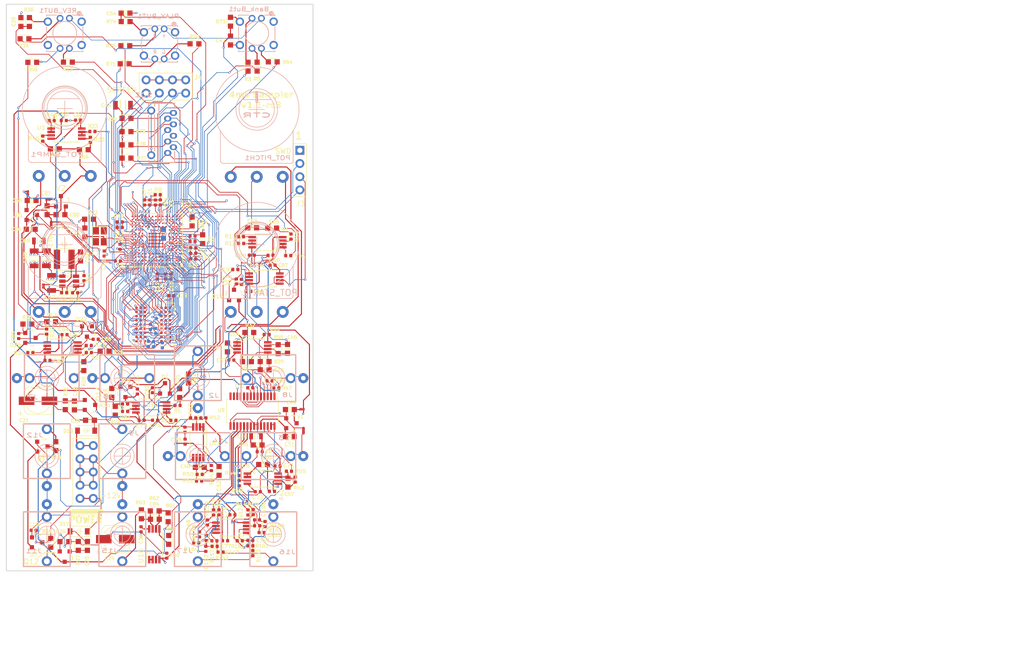
<source format=kicad_pcb>
(kicad_pcb (version 20240108) (generator "pcbnew") (generator_version "8.0")
  (layers (0 "F.Cu" signal) (1 "In1.Cu" signal) (2 "In2.Cu" signal) (31 "B.Cu" signal) (34 "B.Paste" user) (35 "F.Paste" user) (36 "B.SilkS" user "B.Silkscreen") (37 "F.SilkS" user "F.Silkscreen") (38 "B.Mask" user) (39 "F.Mask" user) (44 "Edge.Cuts" user))
  (net 0 "")
  (net 1 "GND")
  (net 2 "+3V3")
  (net 3 "/A4")
  (net 4 "GNDADC")
  (net 5 "/A5")
  (net 6 "Net-(Bank_But1-B)")
  (net 7 "+12V")
  (net 8 "-12VA")
  (net 9 "/A2")
  (net 10 "/A7")
  (net 11 "/A6")
  (net 12 "/D6")
  (net 13 "/D8")
  (net 14 "/A9")
  (net 16 "Net-(Bank_But1-POLE-A)")
  (net 18 "Net-(U1B--)")
  (net 19 "/D15")
  (net 20 "/D13")
  (net 21 "Net-(Bank_But1-G)")
  (net 22 "Net-(Bank_But1-R)")
  (net 23 "Net-(POT_PITCH1-Center)")
  (net 24 "VREF+")
  (net 25 "/D11")
  (net 26 "/D10")
  (net 27 "/D14")
  (net 28 "/D12")
  (net 29 "Net-(POT_SAMP1-Center)")
  (net 30 "/D0")
  (net 31 "/D1")
  (net 32 "/D3")
  (net 33 "/D5")
  (net 34 "/D19")
  (net 35 "/D18")
  (net 36 "/D7")
  (net 37 "/D17")
  (net 38 "/D16")
  (net 39 "/D9")
  (net 40 "/A0")
  (net 41 "/A1")
  (net 42 "/A3")
  (net 43 "/A8")
  (net 44 "Net-(J2-SIG)")
  (net 45 "Net-(U15B-+)")
  (net 46 "Net-(J7-SIG)")
  (net 47 "Net-(C46-Pad1)")
  (net 48 "Net-(U15B--)")
  (net 49 "Net-(POT_LENGTH1-Center)")
  (net 50 "Net-(J13-SIG)")
  (net 51 "Net-(PLAY_BUT1-B)")
  (net 52 "Net-(PLAY_BUT1-R)")
  (net 53 "Net-(PLAY_BUT1-G)")
  (net 55 "Net-(PLAY_BUT1-POLE-A)")
  (net 57 "Net-(U1A--)")
  (net 58 "Net-(REV_BUT1-R)")
  (net 59 "/D4")
  (net 62 "Net-(J6-SIG)")
  (net 63 "/VCOM")
  (net 64 "GNDA")
  (net 65 "Net-(POT_START1-Center)")
  (net 66 "Net-(U16A--)")
  (net 67 "Net-(C84-Pad2)")
  (net 68 "/NRST")
  (net 69 "+5V")
  (net 70 "/OSC_IN")
  (net 71 "Net-(U2B-VCAP_2)")
  (net 72 "Net-(U2B-VCAP_1)")
  (net 73 "Net-(U2B-VDD12OTGHS)")
  (net 74 "+3.3VADC")
  (net 75 "Net-(D24-AK)")
  (net 76 "Net-(R1-Pad1)")
  (net 77 "Net-(C48-Pad1)")
  (net 78 "Net-(U11B--)")
  (net 79 "/BOOT0")
  (net 80 "Net-(C52-Pad1)")
  (net 81 "Net-(U11A--)")
  (net 82 "Net-(U1B-+)")
  (net 83 "Net-(C57-Pad1)")
  (net 84 "Net-(U8B--)")
  (net 85 "Net-(U13-BST)")
  (net 86 "Net-(U13-SW)")
  (net 87 "Net-(D1-AK)")
  (net 88 "Net-(REV_BUT1-B)")
  (net 89 "Net-(D26-AK)")
  (net 90 "Net-(D22-AK)")
  (net 91 "Net-(U3B-+)")
  (net 92 "Net-(REV_BUT1-G)")
  (net 93 "/OSC_OUT")
  (net 94 "Net-(C90-Pad1)")
  (net 95 "Net-(U8A--)")
  (net 96 "Net-(D15-AK)")
  (net 97 "Net-(C147-Pad1)")
  (net 98 "Net-(U12B--)")
  (net 99 "Net-(U12B-+)")
  (net 100 "Net-(C149-Pad1)")
  (net 101 "Net-(U12A--)")
  (net 102 "Net-(U12A-+)")
  (net 103 "Net-(C152-Pad1)")
  (net 104 "Net-(C152-Pad2)")
  (net 105 "Net-(C153-Pad1)")
  (net 106 "Net-(C153-Pad2)")
  (net 107 "Net-(D16-A)")
  (net 108 "Net-(D17-K)")
  (net 109 "/SWDCLK")
  (net 110 "/SWDIO")
  (net 111 "/UART_TX")
  (net 112 "/UART_RX")
  (net 113 "/DEBUG2")
  (net 114 "/DEBUG3")
  (net 115 "Net-(J8-SIG)")
  (net 116 "Net-(J9-SIG)")
  (net 117 "Net-(J11-SIG)")
  (net 118 "Net-(J12-SIG)")
  (net 119 "Net-(J14-SIG)")
  (net 120 "Net-(J15-SIG)")
  (net 122 "Net-(J16-SIG)")
  (net 124 "Net-(J17-SIG)")
  (net 126 "Net-(U15A-+)")
  (net 127 "/ROUT+")
  (net 128 "/ROUT-")
  (net 129 "/LOUT+")
  (net 130 "/LOUT-")
  (net 131 "Net-(R16-Pad2)")
  (net 132 "Net-(R17-Pad2)")
  (net 133 "Net-(U3A--)")
  (net 134 "Net-(R20-Pad2)")
  (net 135 "Net-(U3B--)")
  (net 136 "Net-(U5A--)")
  (net 137 "Net-(U2B-OTG_HR_REXT)")
  (net 138 "Net-(U15A--)")
  (net 139 "Net-(REV_BUT1-POLE-A)")
  (net 140 "Net-(U10A--)")
  (net 141 "Net-(U8A-+)")
  (net 142 "/I2C1_SCL")
  (net 143 "/I2C1_SDA")
  (net 144 "Net-(U11A-+)")
  (net 145 "/RIN")
  (net 146 "/LIN")
  (net 147 "Net-(U13-FB)")
  (net 148 "Net-(U13-EN)")
  (net 149 "Net-(U5B--)")
  (net 150 "/SAI_SD_B")
  (net 151 "/SAI_MCLK")
  (net 152 "/SD-NBL1")
  (net 153 "/SD-NBL0")
  (net 154 "/SD-CKE1")
  (net 157 "/CODEC_RESET")
  (net 159 "/SAI_FS")
  (net 160 "/SAI_SCK")
  (net 161 "/SAI_SD_A")
  (net 164 "/SD-NCAS")
  (net 169 "/SD-D2")
  (net 174 "/SD-D3")
  (net 185 "/SD-A0")
  (net 193 "/SD-A2")
  (net 194 "/SD-A1")
  (net 196 "/SD-CLK")
  (net 197 "/SD-A3")
  (net 198 "/SD-A4")
  (net 199 "/SD-NWE")
  (net 200 "/SD-A5")
  (net 201 "/SD-BA1")
  (net 202 "/SD-BA0")
  (net 209 "/SD-D1")
  (net 210 "/SD-A12")
  (net 214 "/SD-A11")
  (net 215 "/SD-NE1")
  (net 218 "/SD-D0")
  (net 220 "/SD-A7")
  (net 221 "/SD-A10")
  (net 222 "/SD-D10")
  (net 226 "/SD-D15")
  (net 228 "/SD-A6")
  (net 229 "/SD-A9")
  (net 230 "/SD-D5")
  (net 231 "/SD-D6")
  (net 232 "/SD-D8")
  (net 233 "/SD-D11")
  (net 236 "/SD-D14")
  (net 237 "/SD-D13")
  (net 240 "/SD-NRAS")
  (net 241 "/SD-A8")
  (net 242 "/SD-D4")
  (net 243 "/SD-D7")
  (net 244 "/SD-D9")
  (net 245 "/SD-D12")
  (net 249 "Net-(U16B--)")
  (net 256 "Net-(U1A-+)")
  (net 257 "Net-(U3A-+)")
  (net 258 "Net-(U14A--)")
  (net 259 "Net-(U14B-+)")
  (net 260 "Net-(U16B-+)")
  (net 261 "Net-(U10B--)")
  (net 262 "Net-(D16-K)")
  (net 263 "Net-(Q11-G)")
  (net 264 "Net-(Q12-G)")
  (net 265 "Net-(D17-A)")
  (net 266 "Net-(JP4-B)")
  (net 267 "Net-(JP11-B)")
  (net 268 "Net-(JP2-B)")
  (net 269 "Net-(JP3-B)")
  (net 270 "/D2")
  (footprint "4ms_Diode:D_SOD-123" (layer "F.Cu") (at 15.348567 82.039922 180)
    (property "Reference" "D16")
    (property "Value" "B140HW-7")
  )
  (footprint "4ms_Capacitor:C_0402" (layer "F.Cu") (at 13.805215 22.305 180)
    (property "Reference" "C61")
    (property "Value" "100nF_0402_50V")
  )
  (footprint "4ms_Resistor:R_0603" (layer "F.Cu") (at 46.505215 12.02 90)
    (property "Reference" "R3")
    (property "Value" "2k_0603")
  )
  (footprint "4ms_Capacitor:C_0402" (layer "F.Cu") (at 27.608715 38.133322 90)
    (property "Reference" "C1")
    (property "Value" "100nF_0402_16V")
  )
  (footprint "4ms_Resistor:R_0603" (layer "F.Cu") (at 46.295215 68.76 180)
    (property "Reference" "R57")
    (property "Value" "33k_0603")
  )
  (footprint "4ms_Capacitor:C_0805" (layer "F.Cu") (at 48.05 83.05)
    (property "Reference" "C44")
    (property "Value" "22uF_0805_10V")
  )
  (footprint "4ms_Resistor:R_0603" (layer "F.Cu") (at 9.515215 85.02 -90)
    (property "Reference" "R59")
    (property "Value" "47k_0603")
  )
  (footprint "4ms_SolderJumper:JUMPER_SMD_1x2_tiny_shorted" (layer "F.Cu") (at 56.898567 77.914922 180)
    (property "Reference" "JP4" (hide yes))
    (property "Value" "JumpForCrystal" (hide yes))
  )
  (footprint "4ms_Package_SOT:SOT23-3_PO132" (layer "F.Cu") (at 16.099327 77.089922 -90)
    (property "Reference" "Q11")
    (property "Value" "Si2347")
  )
  (footprint "4ms_Resistor:R_0603" (layer "F.Cu") (at 31.140215 98.7 90)
    (property "Reference" "R61")
    (property "Value" "33k_0603")
  )
  (footprint "4ms_Package_SSOP:TSSOP-8_4.4x3mm_Pitch0.65mm" (layer "F.Cu") (at 47.345215 66.02)
    (property "Reference" "U15")
    (property "Value" "TL072H")
  )
  (footprint "4ms_Capacitor:C_0603" (layer "F.Cu") (at 48.35 84.79)
    (property "Reference" "C45")
    (property "Value" "0.1uF_0603_16V")
  )
  (footprint "4ms_Resistor:R_0402" (layer "F.Cu") (at 55.575215 91.44025 -90)
    (property "Reference" "R42")
    (property "Value" "14k_0402")
  )
  (footprint "4ms_Capacitor:C_0603" (layer "F.Cu") (at 16.098567 80.039922 180)
    (property "Reference" "C25")
    (property "Value" "0.1uF_0603_16V")
  )
  (footprint "4ms_Capacitor:C_0603" (layer "F.Cu") (at 43.125215 6.98 -90)
    (property "Reference" "C47")
    (property "Value" "0.1uF_0603_16V")
  )
  (footprint "4ms_Resistor:R_0402" (layer "F.Cu") (at 46.938352 104.179922 180)
    (property "Reference" "R161")
    (property "Value" "24k_0402")
  )
  (footprint "4ms_Capacitor:C_0603" (layer "F.Cu") (at 9.335215 27.815)
    (property "Reference" "C79")
    (property "Value" "0.1uF_0603_16V")
  )
  (footprint "4ms_Capacitor:C_0603" (layer "F.Cu") (at 4.868567 37.749922)
    (property "Reference" "C55")
    (property "Value" "2.2uF_0603_25V")
  )
  (footprint "NetTie:NetTie-2_SMD_Pad0.5mm" (layer "F.Cu") (at 8.638567 42.379922 -90)
    (property "Reference" "NT2")
    (property "Value" "NetTie_2" (hide yes))
  )
  (footprint "4ms_Capacitor:C_0402" (layer "F.Cu") (at 21.888715 46.663322 -90)
    (property "Reference" "C36")
    (property "Value" "100nF_0402_16V")
  )
  (footprint "4ms_Capacitor:C_0603" (layer "F.Cu") (at 51.143352 43.065362 180)
    (property "Reference" "C65")
    (property "Value" "0.1uF_0603_16V")
  )
  (footprint "4ms_Resistor:R_0603" (layer "F.Cu") (at 22.765215 11.45)
    (property "Reference" "R71")
    (property "Value" "330Ω_0603")
  )
  (footprint "4ms_Resistor:R_0402" (layer "F.Cu") (at 37.922792 79.583408)
    (property "Reference" "R52")
    (property "Value" "1k_0402")
  )
  (footprint "4ms_Capacitor:C_0402" (layer "F.Cu") (at 46.576704 55.249844)
    (property "Reference" "C88")
    (property "Value" "100nF_0402_50V")
  )
  (footprint "4ms_Capacitor:CP_Elec_5x5.3" (layer "F.Cu") (at 20.953352 102.909922)
    (property "Reference" "C24")
    (property "Value" "47uF_5x5.3_16V" (hide yes))
  )
  (footprint "4ms_Resistor:R_0603" (layer "F.Cu") (at 22.955215 3.33 180)
    (property "Reference" "R74")
    (property "Value" "10k_0603")
  )
  (footprint "4ms_Resistor:R_0402" (layer "F.Cu") (at 54.375215 89.84025 180)
    (property "Reference" "R55")
    (property "Value" "1k_0402")
  )
  (footprint "4ms_SolderJumper:JUMPER_SMD_1x2_tiny_shorted" (layer "F.Cu") (at 7.148567 54.214922 -90)
    (property "Reference" "JP2" (hide yes))
    (property "Value" "JumpForCrystal" (hide yes))
  )
  (footprint "4ms_Resistor:R_0402" (layer "F.Cu") (at 44.800215 92.14025 -90)
    (property "Reference" "R49")
    (property "Value" "1M_0402")
  )
  (footprint "4ms_Resistor:R_0402" (layer "F.Cu") (at 54.236704 48.355362)
    (property "Reference" "R41")
    (property "Value" "68Ω_0402")
  )
  (footprint "4ms_Capacitor:C_1206" (layer "F.Cu") (at 8.70506 53.61 90)
    (property "Reference" "C67")
    (property "Value" "22uF_1206_25V")
  )
  (footprint "4ms_Connector:Pins_2x04_2.54mm_TH" (layer "F.Cu") (at 30.705215 15.83 90)
    (property "Reference" "J4")
    (property "Value" "Conn_02x04" (hide yes))
  )
  (footprint "4ms_Capacitor:C_0402" (layer "F.Cu") (at 35.938715 48.983322)
    (property "Reference" "C13")
    (property "Value" "100nF_0402_16V")
  )
  (footprint "4ms_Resistor:R_0402" (layer "F.Cu") (at 45.183352 46.019922 180)
    (property "Reference" "R12")
    (property "Value" "68Ω_0402")
  )
  (footprint "4ms_Resistor:R_0402" (layer "F.Cu") (at 54.773352 44.695362 -90)
    (property "Reference" "R40")
    (property "Value" "10k_0402")
  )
  (footprint "4ms_Resistor:R_0603" (layer "F.Cu") (at 33.345215 74.81 -90)
    (property "Reference" "R21")
    (property "Value" "100k_0603")
  )
  (footprint "4ms_Package_SOT:SOT23-3_PO132" (layer "F.Cu") (at 43.806704 55.929844)
    (property "Reference" "D15")
    (property "Value" "BAT54S")
  )
  (footprint "4ms_Capacitor:C_0402" (layer "F.Cu") (at 21.455215 49.4 180)
    (property "Reference" "C6")
    (property "Value" "100nF_0402_16V")
  )
  (footprint "4ms_Resistor:R_0402" (layer "F.Cu") (at 22.845215 76.9)
    (property "Reference" "R30")
    (property "Value" "10k_0402")
  )
  (footprint "4ms_Capacitor:C_0402" (layer "F.Cu") (at 48.75 86.08)
    (property "Reference" "C8")
    (property "Value" "100nF_0402_50V")
  )
  (footprint "4ms_Resistor:R_0402" (layer "F.Cu") (at 11.12506 55.49)
    (property "Reference" "R66")
    (property "Value" "100k_0402")
  )
  (footprint "4ms_Package_SOT:SOT23-3_PO132" (layer "F.Cu") (at 4.898567 40.539922 -90)
    (property "Reference" "U6")
    (property "Value" "NCP51460SN33")
  )
  (footprint "4ms_Resistor:R_0402" (layer "F.Cu") (at 44.918352 103.209922 180)
    (property "Reference" "R162")
    (property "Value" "10k_0402")
  )
  (footprint "4ms_Capacitor:C_0402" (layer "F.Cu") (at 26.025215 80.03)
    (property "Reference" "C73")
    (property "Value" "100nF_0402_50V")
  )
  (footprint "4ms_Capacitor:C_0603" (layer "F.Cu") (at 49.405215 88.54525 180)
    (property "Reference" "C90")
    (property "Value" "2.2uF_0603_25V")
  )
  (footprint "4ms_Package_SOT:SOT23-3_PO132" (layer "F.Cu") (at 22.915215 74.58 180)
    (property "Reference" "D24")
    (property "Value" "BAT54S")
  )
  (footprint "4ms_Resistor:R_0402" (layer "F.Cu") (at 13.240215 55.51 180)
    (property "Reference" "R65")
    (property "Value" "31.6k_0402")
  )
  (footprint "4ms_Capacitor:C_0402" (layer "F.Cu") (at 51.223352 50.194922 180)
    (property "Reference" "C87")
    (property "Value" "100nF_0402_50V")
  )
  (footprint "4ms_Capacitor:C_0603" (layer "F.Cu") (at 15.915215 41.36 180)
    (property "Reference" "C22")
    (property "Value" "18pF_0603_50V")
  )
  (footprint "4ms_Resistor:R_0402" (layer "F.Cu") (at 36.543352 103.619922)
    (property "Reference" "R160")
    (property "Value" "24k_0402")
  )
  (footprint "4ms_Resistor:R_0402" (layer "F.Cu") (at 49.783352 99.999922 -90)
    (property "Reference" "R164")
    (property "Value" "24k_0402")
  )
  (footprint "4ms_Resistor:R_0402" (layer "F.Cu") (at 44.820215 90.17525 90)
    (property "Reference" "R44")
    (property "Value" "1k_0402")
  )
  (footprint "4ms_Capacitor:C_1206" (layer "F.Cu") (at 7.698567 48.859922 -90)
    (property "Reference" "C70")
    (property "Value" "22uF_1206_25V")
  )
  (footprint "4ms_Capacitor:C_0402" (layer "F.Cu") (at 47.233352 48.275362)
    (property "Reference" "C59")
    (property "Value" "100nF_0402_50V")
  )
  (footprint "4ms_Resistor:R_0402" (layer "F.Cu") (at 39.873352 97.759922 -90)
    (property "Reference" "R7")
    (property "Value" "10k_0402")
  )
  (footprint "4ms_Capacitor:C_0603" (layer "F.Cu") (at 47.293352 43.005362)
    (property "Reference" "C83")
    (property "Value" "0.1uF_0603_16V")
  )
  (footprint "4ms_Resistor:R_0603" (layer "F.Cu") (at 43.125215 3.36 -90)
    (property "Reference" "R73")
    (property "Value" "10k_0603")
  )
  (footprint "4ms_Resistor:R_0402" (layer "F.Cu") (at 16.560215 24.475)
    (property "Reference" "R23")
    (property "Value" "68Ω_0402")
  )
  (footprint "4ms_Resistor:R_0402" (layer "F.Cu") (at 46.493352 97.769922 -90)
    (property "Reference" "R14")
    (property "Value" "10k_0402")
  )
  (footprint "4ms_Capacitor:C_0603" (layer "F.Cu") (at 54.175215 92.04025 -90)
    (property "Reference" "C57")
    (property "Value" "220pF_0603_25V")
  )
  (footprint "4ms_Capacitor:C_0603" (layer "F.Cu") (at 54.551347 77.975948 180)
    (property "Reference" "C49")
    (property "Value" "2.2uF_0603_25V")
  )
  (footprint "4ms_Resistor:R_0402" (layer "F.Cu") (at 45.246704 53.409844 -90)
    (property "Reference" "R18")
    (property "Value" "10k_0402")
  )
  (footprint "4ms_Capacitor:C_0603" (layer "F.Cu") (at 14.905215 27.985 180)
    (property "Reference" "C66")
    (property "Value" "0.1uF_0603_16V")
  )
  (footprint "4ms_Capacitor:C_0402" (layer "F.Cu") (at 50.833352 48.305362 180)
    (property "Reference" "C60")
    (property "Value" "100nF_0402_50V")
  )
  (footprint "4ms_Resistor:R_0603" (layer "F.Cu") (at 48.245215 12 90)
    (property "Reference" "R5")
    (property "Value" "2k_0603")
  )
  (footprint "4ms_Package_SOT:SOT23-3_PO132" (layer "F.Cu") (at 30.525215 73.9)
    (property "Reference" "D1")
    (property "Value" "BAT54S")
  )
  (footprint "4ms_Capacitor:C_0402" (layer "F.Cu") (at 30.618715 52.383322 -90)
    (property "Reference" "C11")
    (property "Value" "100nF_0402_16V")
  )
  (footprint "4ms_Resistor:R_0402" (layer "F.Cu") (at 51.955 73.8225)
    (property "Reference" "R47")
    (property "Value" "4.7k_0402")
  )
  (footprint "4ms_Capacitor:C_0603" (layer "F.Cu") (at 15.598567 104.209922 -90)
    (property "Reference" "C20")
    (property "Value" "100nF_0603_16V")
  )
  (footprint "4ms_Capacitor:C_0603" (layer "F.Cu") (at 2.805215 3.42 90)
    (property "Reference" "C39")
    (property "Value" "0.1uF_0603_16V")
  )
  (footprint "4ms_Capacitor:C_0603" (layer "F.Cu") (at 11.171919 103.379844)
    (property "Reference" "C26")
    (property "Value" "0.1uF_0603_16V")
  )
  (footprint "4ms_Resistor:R_0603" (layer "F.Cu") (at 49.695215 68.745)
    (property "Reference" "R29")
    (property "Value" "20k_0603")
  )
  (footprint "4ms_Capacitor:C_0603" (layer "F.Cu") (at 54.095215 66.295 -90)
    (property "Reference" "C46")
    (property "Value" "1nF_0603_50V")
  )
  (footprint "4ms_Resistor:R_0603" (layer "F.Cu") (at 13.848567 104.209922 -90)
    (property "Reference" "R37")
    (property "Value" "1M_0603")
  )
  (footprint "4ms_Resistor:R_0603" (layer "F.Cu") (at 23.128567 24.499922)
    (property "Reference" "R79")
    (property "Value" "33k_0603")
  )
  (footprint "4ms_Capacitor:C_0603" (layer "F.Cu") (at 35.738715 41.793322 90)
    (property "Reference" "C2")
    (property "Value" "2.2uF_0603_25V")
  )
  (footprint "4ms_Resistor:R_0402" (layer "F.Cu") (at 50.633352 72.469922)
    (property "Reference" "R48")
    (property "Value" "4.7k_0402")
  )
  (footprint "4ms_Crystal:FA-238" (layer "F.Cu") (at 18.005215 44.64 -90)
    (property "Reference" "Y1")
    (property "Value" "16MHz_18pF_FA238" (hide yes))
  )
  (footprint "4ms_Resistor:R_0603" (layer "F.Cu") (at 4.995215 11.17)
    (property "Reference" "R68")
    (property "Value" "2k_0603")
  )
  (footprint "4ms_Capacitor:C_0402" (layer "F.Cu") (at 50.095215 63.545 180)
    (property "Reference" "C35")
    (property "Value" "100nF_0402_50V")
  )
  (footprint "4ms_Package_SOT:SOT23-3_PO132" (layer "F.Cu") (at 15.513352 62.949922 180)
    (property "Reference" "D22")
    (property "Value" "BAT54S")
  )
  (footprint "4ms_Capacitor:C_0402" (layer "F.Cu") (at 21.828715 42.943322 180)
    (property "Reference" "C17")
    (property "Value" "100nF_0402_16V")
  )
  (footprint "4ms_Resistor:R_0603" (layer "F.Cu") (at 23.128567 21.949922)
    (property "Reference" "R80")
    (property "Value" "33k_0603")
  )
  (footprint "4ms_Capacitor:C_0402" (layer "F.Cu") (at 11.194268 63.564922 180)
    (property "Reference" "C64")
    (property "Value" "100nF_0402_50V")
  )
  (footprint "4ms_Capacitor:C_0402" (layer "F.Cu") (at 34.368352 81.849922 -90)
    (property "Reference" "C76")
    (property "Value" "100nF_0402_50V")
  )
  (footprint "4ms_Capacitor:C_0603" (layer "F.Cu") (at 49.704335 70.3195)
    (property "Reference" "C42")
    (property "Value" "0.1uF_0603_16V")
  )
  (footprint "4ms_Package_SSOP:TSSOP-8_4.4x3mm_Pitch0.65mm" (layer "F.Cu") (at 27.885215 77.56 180)
    (property "Reference" "U10")
    (property "Value" "TL072H")
  )
  (footprint "4ms_Capacitor:C_0402" (layer "F.Cu") (at 48.237184 99.199922 180)
    (property "Reference" "C150")
    (property "Value" "180pF_0402_25V")
  )
  (footprint "4ms_Resistor:R_0402" (layer "F.Cu") (at 32.145215 80.06)
    (property "Reference" "R2")
    (property "Value" "68Ω_0402")
  )
  (footprint "4ms_Resistor:R_0402" (layer "F.Cu") (at 37.203352 90.449922 180)
    (property "Reference" "R50")
    (property "Value" "14k_0402")
  )
  (footprint "4ms_Resistor:R_0402" (layer "F.Cu") (at 41.226704 105.399844 180)
    (property "Reference" "R152")
    (property "Value" "1k_0402")
  )
  (footprint "4ms_Connector:Pins_1x04_2.54mm_TH_SWD" (layer "F.Cu") (at 56.475215 31.91)
    (property "Reference" "J3")
    (property "Value" "Conn_01x04" (hide yes))
  )
  (footprint "4ms_Resistor:R_0402" (layer "F.Cu") (at 45.141648 44.721842)
    (property "Reference" "R11")
    (property "Value" "10k_0402")
  )
  (footprint "4ms_Package_SOT:TSOT-23-6" (layer "F.Cu") (at 12.095215 53.27)
    (property "Reference" "U13" (hide yes))
    (property "Value" "AP62200WU-7")
  )
  (footprint "4ms_Resistor:R_0603" (layer "F.Cu") (at 14.911803 69.628133 90)
    (property "Reference" "R20")
    (property "Value" "47k_0603")
  )
  (footprint "4ms_Capacitor:C_0603" (layer "F.Cu") (at 54.541995 83.1825)
    (property "Reference" "C51")
    (property "Value" "10uF_0603_10V")
  )
  (footprint "4ms_Resistor:R_0402" (layer "F.Cu") (at 37.083352 91.719922)
    (property "Reference" "R51")
    (property "Value" "100k_0402")
  )
  (footprint "4ms_SolderJumper:JUMPER_SMD_1x2_tiny_shorted" (layer "F.Cu") (at 4.123567 36.289922 -90)
    (property "Reference" "JP11" (hide yes))
    (property "Value" "JumpForCrystal" (hide yes))
  )
  (footprint "Package_BGA:UFBGA-201_10x10mm_Layout15x15_P0.65mm" (layer "F.Cu") (at 28.798715 45.383322)
    (property "Reference" "U2")
    (property "Value" "STM32F746IE")
  )
  (footprint "4ms_Package_SSOP:TSSOP-8_4.4x3mm_Pitch0.65mm" (layer "F.Cu") (at 36.928352 84.269922 -90)
    (property "Reference" "U11")
    (property "Value" "TL072H" (hide yes))
  )
  (footprint "4ms_Resistor:R_0402" (layer "F.Cu") (at 16.165215 26.085 90)
    (property "Reference" "R22")
    (property "Value" "10k_0402")
  )
  (footprint "4ms_Capacitor:C_0402" (layer "F.Cu") (at 29.628715 38.123322 90)
    (property "Reference" "C3")
    (property "Value" "100nF_0402_16V")
  )
  (footprint "4ms_Capacitor:C_0402" (layer "F.Cu") (at 25.920215 101 -90)
    (property "Reference" "C38")
    (property "Value" "100nF_0402_50V")
  )
  (footprint "4ms_Package_SSOP:TSSOP-8_4.4x3mm_Pitch0.65mm" (layer "F.Cu") (at 43.283352 100.699922 180)
    (property "Reference" "U12")
    (property "Value" "TL072H")
  )
  (footprint "4ms_Capacitor:C_0402" (layer "F.Cu") (at 48.385215 93.78525)
    (property "Reference" "C72")
    (property "Value" "100nF_0402_50V")
  )
  (footprint "4ms_Resistor:R_0603" (layer "F.Cu") (at 20.965215 78.21 90)
    (property "Reference" "R24")
    (property "Value" "100k_0603")
  )
  (footprint "4ms_Capacitor:C_0603" (layer "F.Cu") (at 40.928352 89.769922 90)
    (property "Reference" "C52")
    (property "Value" "2.2uF_0603_25V")
  )
  (footprint "4ms_Resistor:R_0603" (layer "F.Cu") (at 23.128567 29.599922)
    (property "Reference" "R77")
    (property "Value" "33k_0603")
  )
  (footprint "4ms_Capacitor:C_0603" (layer "F.Cu") (at 14.271215 48.516 90)
    (property "Reference" "C58")
    (property "Value" "0.1uF_0603_16V")
  )
  (footprint "4ms_Capacitor:C_0402" (layer "F.Cu") (at 35.828715 45.613322)
    (property "Reference" "C9")
    (property "Value" "100nF_0402_16V")
  )
  (footprint "4ms_Capacitor:C_0402" (layer "F.Cu") (at 31.768715 56.053322)
    (property "Reference" "C29")
    (property "Value" "100nF_0402_16V")
  )
  (footprint "4ms_Capacitor:CP_Elec_5x5.3" (layer "F.Cu") (at 6.098567 76.289922)
    (property "Reference" "C21")
    (property "Value" "47uF_5x5.3_16V" (hide yes))
  )
  (footprint "4ms_Capacitor:C_0402" (layer "F.Cu") (at 44.246704 53.339844 90)
    (property "Reference" "C97")
    (property "Value" "10nF_0402_16V")
  )
  (footprint "4ms_Resistor:R_0603" (layer "F.Cu") (at 11.845215 11.14 180)
    (property "Reference" "R13")
    (property "Value" "2k_0603")
  )
  (footprint "4ms_Resistor:R_0603" (layer "F.Cu") (at 18.903352 66.749922 180)
    (property "Reference" "R26")
    (property "Value" "100k_0603")
  )
  (footprint "4ms_Capacitor:C_0402" (layer "F.Cu") (at 21.803715 41.883322 180)
    (property "Reference" "C18")
    (property "Value" "100nF_0402_16V")
  )
  (footprint "4ms_Resistor:R_0603" (layer "F.Cu") (at 11.348567 77.139922 90)
    (property "Reference" "R31")
    (property "Value" "1M_0603")
  )
  (footprint "4ms_Capacitor:C_0603" (layer "F.Cu") (at 22.935215 1.71)
    (property "Reference" "C54")
    (property "Value" "0.1uF_0603_16V")
  )
  (footprint "4ms_Capacitor:C_0402" (layer "F.Cu") (at 31.658715 52.373322 -90)
    (property "Reference" "C10")
    (property "Value" "100nF_0402_16V")
  )
  (footprint "4ms_Resistor:R_0402" (layer "F.Cu") (at 7.753352 62.974922 -90)
    (property "Reference" "R33")
    (property "Value" "10k_0402")
  )
  (footprint "4ms_Resistor:R_0603" (layer "F.Cu") (at 25.990215 98.13 90)
    (property "Reference" "R63")
    (property "Value" "1k_0603")
  )
  (footprint "4ms_Package_SSOP:TSSOP-8_4.4x3mm_Pitch0.65mm" (layer "F.Cu") (at 28.470215 103.89 90)
    (property "Reference" "U16")
    (property "Value" "TL072H")
  )
  (footprint "4ms_Capacitor:C_0402" (layer "F.Cu") (at 5.235215 101.2 180)
    (property "Reference" "C19")
    (property "Value" "10nF_0402_16V")
  )
  (footprint "4ms_Resistor:R_0402" (layer "F.Cu") (at 22.850215 78.33 180)
    (property "Reference" "R81")
    (property "Value" "68Ω_0402")
  )
  (footprint "4ms_Capacitor:C_0402" (layer "F.Cu") (at 11.055215 22.365)
    (property "Reference" "C62")
    (property "Value" "100nF_0402_50V")
  )
  (footprint "4ms_Resistor:R_0402" (layer "F.Cu") (at 38.487184 102.679922 -90)
    (property "Reference" "R158")
    (property "Value" "10k_0402")
  )
  (footprint "4ms_Capacitor:C_0402" (layer "F.Cu") (at 35.828715 44.573322)
    (property "Reference" "C14")
    (property "Value" "100nF_0402_16V")
  )
  (footprint "4ms_Capacitor:C_0402" (layer "F.Cu") (at 38.377184 104.769922 -90)
    (property "Reference" "C152")
    (property "Value" "820pF_0402_10v")
  )
  (footprint "4ms_Package_SSOP:TSSOP-8_4.4x3mm_Pitch0.65mm" (layer "F.Cu") (at 50.243352 45.779922 180)
    (property "Reference" "U1")
    (property "Value" "TL072H")
  )
  (footprint "4ms_Resistor:R_0603" (layer "F.Cu") (at 42.545215 66.02 90)
    (property "Reference" "R9")
    (property "Value" "1k_0603")
  )
  (footprint "4ms_Resistor:R_0603" (layer "F.Cu") (at 51.255215 11.08 180)
    (property "Reference" "R64")
    (property "Value" "2k_0603")
  )
  (footprint "4ms_Resistor:R_0402" (layer "F.Cu") (at 14.95506 52.7 90)
    (property "Reference" "R67")
    (property "Value" "10.2k_0402")
  )
  (footprint "4ms_Resistor:R_0402" (layer "F.Cu") (at 35.968715 46.843322 180)
    (property "Reference" "R4")
    (property "Value" "3k_0402")
  )
  (footprint "4ms_Package_SOT:SOT23-3_PO132" (layer "F.Cu") (at 10.505215 37.90924)
    (property "Reference" "V2")
    (property "Value" "AP7384-33")
  )
  (footprint "4ms_Resistor:R_0402" (layer "F.Cu") (at 15.883352 67.009922 180)
    (property "Reference" "R27")
    (property "Value" "10k_0402")
  )
  (footprint "4ms_Capacitor:C_0402" (layer "F.Cu") (at 26.568715 38.143322 90)
    (property "Reference" "C7")
    (property "Value" "100nF_0402_16V")
  )
  (footprint "4ms_Capacitor:C_0402" (layer "F.Cu") (at 43.503352 98.219922 180)
    (property "Reference" "C78")
    (property "Value" "100nF_0402_50V")
  )
  (footprint "4ms_Resistor:R_0603" (layer "F.Cu") (at 3.495215 6.64)
    (property "Reference" "R35")
    (property "Value" "2k_0603")
  )
  (footprint "4ms_Resistor:R_0402" (layer "F.Cu") (at 4.623352 67.029922 180)
    (property "Reference" "R34")
    (property "Value" "68Ω_0402")
  )
  (footprint "4ms_Resistor:R_0603" (layer "F.Cu") (at 52.295215 66.345 -90)
    (property "Reference" "R56")
    (property "Value" "33k_0603")
  )
  (footprint "4ms_Capacitor:C_0402" (layer "F.Cu") (at 2.373352 63.829922 90)
    (property "Reference" "C85")
    (property "Value" "10nF_0402_16V")
  )
  (footprint "4ms_Capacitor:C_0603" (layer "F.Cu") (at 37.223352 89.089922 180)
    (property "Reference" "C48")
    (property "Value" "220pF_0603_25V")
  )
  (footprint "4ms_Resistor:R_0603" (layer "F.Cu") (at 4.445215 3.42 90)
    (property "Reference" "R36")
    (property "Value" "10k_0603")
  )
  (footprint "4ms_Resistor:R_0402" (layer "F.Cu") (at 38.673352 99.709922 90)
    (property "Reference" "R159")
    (property "Value" "10k_0402")
  )
  (footprint "4ms_Capacitor:C_0402" (layer "F.Cu") (at 28.688715 38.143322 90)
    (property "Reference" "C50")
    (property "Value" "100nF_0402_16V")
  )
  (footprint "Inductor_SMD:L_Taiyo-Yuden_NR-40xx" (layer "F.Cu") (at 11.145215 49.06 180)
    (property "Reference" "L1")
    (property "Value" "4.7uH_1.2A_40xx")
  )
  (footprint "4ms_Capacitor:C_0402" (layer "F.Cu") (at 29.058715 52.383322 -90)
    (property "Reference" "C12")
    (property "Value" "100nF_0402_16V")
  )
  (footprint "NetTie:NetTie-2_SMD_Pad0.5mm" (layer "F.Cu") (at 57.168567 82.029922 -90)
    (property "Reference" "NT1" (hide yes))
    (property "Value" "NetTie_2")
  )
  (footprint "4ms_Resistor:R_0402" (layer "F.Cu") (at 40.913352 97.739922 -90)
    (property "Reference" "R6")
    (property "Value" "10k_0402")
  )
  (footprint "4ms_Resistor:R_0402" (layer "F.Cu") (at 29.135215 36.64 180)
    (property "Reference" "R8")
    (property "Value" "10k_0402")
  )
  (footprint "4ms_Resistor:R_0603" (layer "F.Cu") (at 31.235215 103.05 -90)
    (property "Reference" "R60")
    (property "Value" "10k_0603")
  )
  (footprint "4ms_Package_SSOP:TSSOP-8_4.4x3mm_Pitch0.65mm" (layer "F.Cu") (at 11.575215 24.89)
    (property "Reference" "U3")
    (property "Value" "TL072H")
  )
  (footprint "4ms_Resistor:R_0603" (layer "F.Cu") (at 35.055215 72.01 -90)
    (property "Reference" "R15")
    (property "Value" "47k_0603")
  )
  (footprint "4ms_Capacitor:C_0402" (layer "F.Cu") (at 18.838567 47.959922 90)
    (property "Reference" "C15")
    (property "Value" "100nF_0402_16V")
  )
  (footprint "4ms_Connector:Pins_2x05_2.54mm_TH_EurorackPower" (layer "F.Cu") (at 15.455215 89.99)
    (property "Reference" "J10")
    (property "Value" "Eurorack_Power_10pin_Unshrouded")
  )
  (footprint "4ms_Capacitor:C_0402" (layer "F.Cu") (at 42.088352 103.219922)
    (property "Reference" "C77")
    (property "Value" "100nF_0402_50V")
  )
  (footprint "4ms_Resistor:R_0402" (layer "F.Cu") (at 40.082184 104.289922 180)
    (property "Reference" "R157")
    (property "Value" "24k_0402")
  )
  (footprint "4ms_Capacitor:C_0402" (layer "F.Cu") (at 28.115215 74.25 -90)
    (property "Reference" "C82")
    (property "Value" "10nF_0402_16V")
  )
  (footprint "4ms_Capacitor:C_0402" (layer "F.Cu") (at 46.938352 103.139922 180)
    (property "Reference" "C149")
    (property "Value" "180pF_0402_25V")
  )
  (footprint "4ms_Capacitor:C_0402" (layer "F.Cu") (at 17.193352 64.449922)
    (property "Reference" "C86")
    (property "Value" "10nF_0402_16V")
  )
  (footprint "4ms_Resistor:R_0402" (layer "F.Cu") (at 39.448352 89.224922 -90)
    (property "Reference" "R54")
    (property "Value" "1k_0402")
  )
  (footprint "4ms_Capacitor:C_0603" (layer "F.Cu") (at 4.698567 43.289922)
    (property "Reference" "C56")
    (property "Value" "10uF_0603_10V")
  )
  (footprint "4ms_Resistor:R_0603" (layer "F.Cu") (at 4.053352 61.529922)
    (property "Reference" "R25")
    (property "Value" "100k_0603")
  )
  (footprint "4ms_Package_SOT:SOT23-3_PO132" (layer "F.Cu") (at 6.935215 85.11 -90)
    (property "Reference" "D3")
    (property "Value" "BAT54S")
  )
  (footprint "4ms_Resistor:R_0402" (layer "F.Cu") (at 15.863352 65.659922)
    (property "Reference" "R28")
    (property "Value" "68Ω_0402")
  )
  (footprint "4ms_Capacitor:C_1206" (layer "F.Cu") (at 5.363619 48.881544 -90)
    (property "Reference" "C68")
    (property "Value" "22uF_1206_25V")
  )
  (footprint "4ms_Package_SOT:SOT23-3_PO132" (layer "F.Cu") (at 5.925215 103.52 -90)
    (property "Reference" "D7")
    (property "Value" "BAT54S")
  )
  (footprint "4ms_Package_SSOP:TSSOP-8_4.4x3mm_Pitch0.65mm" (layer "F.Cu") (at 10.823352 66.039922 180)
    (property "Reference" "U5")
    (property "Value" "TL072H")
  )
  (footprint "4ms_Capacitor:C_0402" (layer "F.Cu") (at 35.938715 47.913322)
    (property "Reference" "C53")
    (property "Value" "100nF_0402_16V")
  )
  (footprint "4ms_Package_SOT:SOT23-3_PO132" (layer "F.Cu") (at 4.643352 64.189922 -90)
    (property "Reference" "D26")
    (property "Value" "BAT54S")
  )
  (footprint "4ms_Resistor:R_0402" (layer "F.Cu") (at 7.005215 25.85 90)
    (property "Reference" "R45")
    (property "Value" "10k_0402")
  )
  (footprint "4ms_Resistor:R_0603" (layer "F.Cu") (at 8.623352 61.079922 180)
    (property "Reference" "R17")
    (property "Value" "47k_0603")
  )
  (footprint "4ms_Package_QFP:BGA-54_8.0x8.0mm_P0.8" (layer "F.Cu") (at 28.248715 61.603322 180)
    (property "Reference" "U4")
    (property "Value" "SDRAM_IS42S16400J-6BLI-TR")
  )
  (footprint "4ms_Capacitor:C_0402" (layer "F.Cu") (at 30.865215 106.09 90)
    (property "Reference" "C40")
    (property "Value" "100nF_0402_50V")
  )
  (footprint "4ms_Diode:D_SOD-123" (layer "F.Cu") (at 13.915215 101.41 180)
    (property "Reference" "D17")
    (property "Value" "B140HW-7")
  )
  (footprint "4ms_Capacitor:C_0402" (layer "F.Cu") (at 52.175215 88.84025 180)
    (property "Reference" "C71")
    (property "Value" "100nF_0402_50V")
  )
  (footprint "4ms_Capacitor:C_0603" (layer "F.Cu") (at 13.098567 77.189922 90)
    (property "Reference" "C16")
    (property "Value" "100nF_0603_16V")
  )
  (footprint "4ms_Capacitor:C_0603" (layer "F.Cu") (at 28.580215 99.08 180)
    (property "Reference" "C84")
    (property "Value" "100pF_0603_50V")
  )
  (footprint "4ms_Resistor:R_0402" (layer "F.Cu") (at 32.945215 77.18 180)
    (property "Reference" "R1")
    (property "Value" "10k_0402")
  )
  (footprint "4ms_Resistor:R_0402" (layer "F.Cu") (at 8.730215 22.395)
    (property "Reference" "R46")
    (property "Value" "68Ω_0402")
  )
  (footprint "4ms_Capacitor:C_1206" (layer "F.Cu") (at 22.438567 19.429922)
    (property "Reference" "C43")
    (property "Value" "4.7uF_1206_lowESR")
  )
  (footprint "4ms_Resistor:R_0603" (layer "F.Cu") (at 8.545215 103.61 90)
    (property "Reference" "R58")
    (property "Value" "47k_0603")
  )
  (footprint "4ms_Capacitor:C_0603" (layer "F.Cu") (at 7.855215 39.62924 -90)
    (property "Reference" "C81")
    (property "Value" "2.2uF_0603_25V")
  )
  (footprint "4ms_Package_SSOP:TSSOP-8_4.4x3mm_Pitch0.65mm" (layer "F.Cu") (at 49.325215 91.26525)
    (property "Reference" "U8")
    (property "Value" "TL072H")
  )
  (footprint "4ms_Resistor:R_0603" (layer "F.Cu") (at 22.895215 7.98 180)
    (property "Reference" "R75")
    (property "Value" "330Ω_0603")
  )
  (footprint "4ms_Resistor:R_0603" (layer "F.Cu") (at 46.745215 63.145)
    (property "Reference" "R32")
    (property "Value" "100k_0603")
  )
  (footprint "4ms_Capacitor:C_0402" (layer "F.Cu") (at 46.92 73.79 180)
    (property "Reference" "C41")
    (property "Value" "100nF_0402_16V")
  )
  (footprint "4ms_Capacitor:C_0603" (layer "F.Cu") (at 10.415215 40.47924 180)
    (property "Reference" "C80")
    (property "Value" "10uF_0603_10V")
  )
  (footprint "4ms_Package_SOT:SOT23-3_PO132" (layer "F.Cu") (at 11.228567 106.269922 180)
    (property "Reference" "Q12")
    (property "Value" "Si2318")
  )
  (footprint "4ms_Capacitor:C_0402" (layer "F.Cu") (at 49.118352 101.639922 180)
    (property "Reference" "C153")
    (property "Value" "820pF_0402_10v")
  )
  (footprint "4ms_SolderJumper:JUMPER_SMD_1x2_tiny_shorted" (layer "F.Cu") (at 8.003167 37.564922 180)
    (property "Reference" "JP3" (hide yes))
    (property "Value" "JumpForCrystal" (hide yes))
  )
  (footprint "4ms_Package_SOT:SOT23-3_PO132" (layer "F.Cu") (at 54.851995 80.6025 -90)
    (property "Reference" "V1")
    (property "Value" "AP2120N-5.0TRG1")
  )
  (footprint "4ms_Capacitor:C_0402" (layer "F.Cu") (at 34.398352 84.149922 90)
    (property "Reference" "C75")
    (property "Value" "100nF_0402_50V")
  )
  (footprint "4ms_Capacitor:C_0402" (layer "F.Cu") (at 25.215215 74.51 90)
    (property "Reference" "C34")
    (property "Value" "10nF_0402_16V")
  )
  (footprint "4ms_Capacitor:C_0603" (layer "F.Cu") (at 15.115215 43.9 90)
    (property "Reference" "C23")
    (property "Value" "18pF_0603_50V")
  )
  (footprint "4ms_Resistor:R_0402" (layer "F.Cu") (at 51.105215 93.71525 180)
    (property "Reference" "R43")
    (property "Value" "100k_0402")
  )
  (footprint "4ms_Capacitor:C_0805" (layer "F.Cu") (at 6.258567 45.529922)
    (property "Reference" "C69")
    (property "Value" "10uF_0805_25V")
  )
  (footprint "4ms_Capacitor:C_0402" (layer "F.Cu") (at 37.153352 101.989922 90)
    (property "Reference" "C148")
    (property "Value" "180pF_0402_25V")
  )
  (footprint "4ms_Resistor:R_0603" (layer "F.Cu") (at 20.295215 74.77 -90)
    (property "Reference" "R16")
    (property "Value" "47k_0603")
  )
  (footprint "Package_SO:TSSOP-28_4.4x9.7mm_P0.65mm" (layer "F.Cu") (at 47.36 78.28 -90)
    (property "Reference" "U9")
    (property "Value" "PCM3060PW")
  )
  (footprint "4ms_Resistor:R_0402" (layer "F.Cu") (at 44.056704 51.029844 180)
    (property "Reference" "R19")
    (property "Value" "68Ω_0402")
  )
  (footprint "4ms_Capacitor:C_0402" (layer "F.Cu") (at 28.615215 80.03 180)
    (property "Reference" "C74")
    (property "Value" "100nF_0402_50V")
  )
  (footprint "4ms_Resistor:R_0603" (layer "F.Cu") (at 23.128567 27.049922)
    (property "Reference" "R78")
    (property "Value" "33k_0603")
  )
  (footprint "4ms_Resistor:R_0603" (layer "F.Cu") (at 36.195215 7.61 180)
    (property "Reference" "R70")
    (property "Value" "330Ω_0603")
  )
  (footprint "4ms_Resistor:R_0402" (layer "F.Cu") (at 48.257184 100.329922)
    (property "Reference" "R163")
    (property "Value" "10k_0402")
  )
  (footprint "4ms_Capacitor:C_0603" (layer "F.Cu") (at 37.768715 45.203322 -90)
    (property "Reference" "C5")
    (property "Value" "2.2uF_0603_25V")
  )
  (footprint "4ms_Resistor:R_0402" (layer "F.Cu") (at 47.493352 97.699922 -90)
    (property "Reference" "R10")
    (property "Value" "10k_0402")
  )
  (footprint "4ms_Resistor:R_0603" (layer "F.Cu") (at 28.550215 97.47 180)
    (property "Reference" "R62")
    (property "Value" "47k_0603")
  )
  (footprint "4ms_Capacitor:C_0402" (layer "F.Cu") (at 7.914268 68.514922)
    (property "Reference" "C63")
    (property "Value" "100nF_0402_50V")
  )
  (footprint "4ms_Resistor:R_0402" (layer "F.Cu") (at 47.416704 105.589844 90)
    (property "Reference" "R153")
    (property "Value" "1k_0402")
  )
  (footprint "4ms_Capacitor:C_0402" (layer "F.Cu") (at 43.285215 68.46)
    (property "Reference" "C37")
    (property "Value" "100nF_0402_50V")
  )
  (footprint "4ms_Package_SSOP:TSSOP-8_4.4x3mm_Pitch0.65mm" (layer "F.Cu") (at 49.673352 52.769922)
    (property "Reference" "U14")
    (property "Value" "TL072H")
  )
  (footprint "4ms_Capacitor:C_0402" (layer "F.Cu") (at 40.037184 103.229922 180)
    (property "Reference" "C147")
    (property "Value" "180pF_0402_25V")
  )
  (footprint "4ms_Resistor:R_0402" (layer "F.Cu") (at 35.952792 79.573408 180)
    (property "Reference" "R53")
    (property "Value" "1M_0402")
  )
  (footprint "4ms_Jack:EighthInch_PJ398SM" (layer "B.Cu") (at 7.794 86.931 -90)
    (property "Reference" "J12")
    (property "Value" "3.5mm_Mono_Switched" (hide yes))
  )
  (footprint "4ms_Jack:EighthInch_PJ398SM" (layer "B.Cu") (at 36.842 101.96 90)
    (property "Reference" "J17")
    (property "Value" "3.5mm_Mono_Switched" (hide yes))
  )
  (footprint "4ms_Jack:EighthInch_PJ398SM" (layer "B.Cu") (at 51.37 101.96 90)
    (property "Reference" "J16")
    (property "Value" "3.5mm_Mono_Switched" (hide yes))
  )
  (footprint "4ms_Capacitor:C_0402" (layer "B.Cu") (at 30.015215 65.61 -90)
    (property "Reference" "C30")
    (property "Value" "100nF_0402_16V")
  )
  (footprint "4ms_Switch:Button_RgbLED_SPST_TC002" (layer "B.Cu") (at 48.18 5.596 180)
    (property "Reference" "Bank_But1")
    (property "Value" "Button_SPST_RGB_5.4mmCap" (hide yes))
  )
  (footprint "4ms_Connector_Card:CardSlot_MicroSD_YamaichiPJS008U-3000" (layer "B.Cu") (at 29.427 25.154 90)
    (property "Reference" "SD1")
    (property "Value" "microSDCon_Vert_TH_PJS008U-3000")
  )
  (footprint "4ms_Capacitor:C_0603" (layer "B.Cu") (at 30.228715 44.153322 90)
    (property "Reference" "C4")
    (property "Value" "2.2uF_0603_25V")
  )
  (footprint "4ms_Potentiometer:Pot_16mm_NoDet_RV16AF-4A" (layer "B.Cu") (at 11.24 46.236 180)
    (property "Reference" "POT_LENGTH1")
    (property "Value" "16mm_NoDet_10k" (hide yes))
  )
  (footprint "4ms_Jack:EighthInch_PJ398SM" (layer "B.Cu") (at 36.843 71.935 -90)
    (property "Reference" "J2")
    (property "Value" "3.5mm_Mono_Switched" (hide yes))
  )
  (footprint "4ms_Potentiometer:Pot_16mm_CtrDet_RV16AF-4A" (layer "B.Cu") (at 48.18 20.243 180)
    (property "Reference" "POT_PITCH1")
    (property "Value" "16mm_CtrDet_10k" (hide yes))
  )
  (footprint "4ms_Jack:EighthInch_PJ398SM" (layer "B.Cu") (at 7.794 71.935 180)
    (property "Reference" "J7")
    (property "Value" "3.5mm_Mono_Switched" (hide yes))
  )
  (footprint "4ms_Capacitor:C_0402" (layer "B.Cu") (at 28.302643 65.395546 -90)
    (property "Reference" "C32")
    (property "Value" "100nF_0402_16V")
  )
  (footprint "4ms_Jack:EighthInch_PJ398SM" (layer "B.Cu") (at 22.315 71.935 180)
    (property "Reference" "J6")
    (property "Value" "3.5mm_Mono_Switched" (hide yes))
  )
  (footprint "4ms_Jack:EighthInch_PJ398SM" (layer "B.Cu") (at 22.315 101.96 90)
    (property "Reference" "J15")
    (property "Value" "3.5mm_Mono_Switched" (hide yes))
  )
  (footprint "4ms_Switch:Button_RgbLED_SPST_TC002" (layer "B.Cu") (at 11.24 5.596 180)
    (property "Reference" "REV_BUT1")
    (property "Value" "Button_SPST_RGB_5.4mmCap" (hide yes))
  )
  (footprint "4ms_Capacitor:C_0402" (layer "B.Cu") (at 28.738507 62.83929 -90)
    (property "Reference" "C28")
    (property "Value" "100nF_0402_16V")
  )
  (footprint "4ms_Capacitor:C_0402" (layer "B.Cu") (at 27.722507 62.074242 90)
    (property "Reference" "C33")
    (property "Value" "100nF_0402_16V")
  )
  (footprint "4ms_Jack:EighthInch_PJ398SM" (layer "B.Cu") (at 22.315 86.931 -90)
    (property "Reference" "J9")
    (property "Value" "3.5mm_Mono_Switched" (hide yes))
  )
  (footprint "4ms_Jack:EighthInch_PJ398SM" (layer "B.Cu") (at 51.369 71.935)
    (property "Reference" "J8")
    (property "Value" "3.5mm_Mono_Switched" (hide yes))
  )
  (footprint "4ms_Jack:EighthInch_PJ398SM" (layer "B.Cu") (at 7.794 101.96 90)
    (property "Reference" "J11")
    (property "Value" "3.5mm_Mono_Switched" (hide yes))
  )
  (footprint "4ms_Jack:EighthInch_PJ398SM" (layer "B.Cu") (at 51.369 86.931)
    (property "Reference" "J13")
    (property "Value" "3.5mm_Mono_Switched" (hide yes))
  )
  (footprint "4ms_Jack:EighthInch_PJ398SM" (layer "B.Cu") (at 36.842 86.931 180)
    (property "Reference" "J14")
    (property "Value" "3.5mm_Mono_Switched" (hide yes))
  )
  (footprint "4ms_Switch:Button_RgbLED_SPST_PB615303HL-7mm" (layer "B.Cu") (at 29.469 7.628 180)
    (property "Reference" "PLAY_BUT1")
    (property "Value" "Button_SPST_RGB_7mmCap" (hide yes))
  )
  (footprint "4ms_Capacitor:C_0402" (layer "B.Cu") (at 29.208715 60.083322 45)
    (property "Reference" "C27")
    (property "Value" "100nF_0402_16V")
  )
  (footprint "4ms_Capacitor:C_0402" (layer "B.Cu") (at 27.343539 65.33865 90)
    (property "Reference" "C31")
    (property "Value" "100nF_0402_16V")
  )
  (footprint "4ms_Potentiometer:Pot_16mm_NoDet_RV16AF-4A" (layer "B.Cu") (at 11.24 20.074 180)
    (property "Reference" "POT_SAMP1")
    (property "Value" "16mm_NoDet_10k" (hide yes))
  )
  (footprint "4ms_Potentiometer:Pot_16mm_NoDet_RV16AF-4A" (layer "B.Cu") (at 48.18 46.236 180)
    (property "Reference" "POT_START1")
    (property "Value" "16mm_NoDet_10k" (hide yes))
  )
  (gr_line (start 5.978567 106.469922) (end 7.348567 105.529922) (stroke (width 0.2)) (layer "F.SilkS"))
  (gr_line (start 7.348567 105.529922) (end 9.418567 105.459922) (stroke (width 0.2)) (layer "F.SilkS"))
  (gr_rect (start 0 0) (end 59 109) (stroke (width 0.15)) (fill none) (layer "Edge.Cuts"))
  (gr_text "4ms Sampler\nv1.1-rc3" (at 49.048567 18.469922 0) (layer "F.SilkS") (effects (font (size 1.2 1.2) (thickness 0.14986) (bold yes) (italic yes))))
  (gr_text "SCREEN" (at 19.238567 17.079922 0) (layer "F.SilkS") (effects (font (size 1 1)) (justify left bottom)))
  (gr_text "SWD" (at 51.608567 28.839922 0) (layer "F.SilkS") (effects (font (size 1 1)) (justify left bottom)))
  (segment (start 15.065215 41.36) (end 14.457859 41.36) (width 0.127) (layer "F.Cu") (net 1))
  (segment (start 31.398715 44.764547) (end 31.71564 45.081472) (width 0.127) (layer "F.Cu") (net 1))
  (segment (start 35.467792 76.663008) (end 36.843 75.2878) (width 0.127) (layer "F.Cu") (net 1))
  (segment (start 14.95506 52.215) (end 14.95506 51.379845) (width 0.127) (layer "F.Cu") (net 1))
  (segment (start 8.70506 52.16) (end 8.70506 52.840155) (width 0.127) (layer "F.Cu") (net 1))
  (segment (start 30.374585 23.104143) (end 27.724691 25.754037) (width 0.127) (layer "F.Cu") (net 1))
  (segment (start 27.870589 65.014292) (end 27.143387 64.28709) (width 0.127) (layer "F.Cu") (net 1))
  (segment (start 28.798715 44.083322) (end 28.148715 44.083322) (width 0.127) (layer "F.Cu") (net 1))
  (segment (start 56.851995 82.846494) (end 56.851995 86.33098) (width 0.127) (layer "F.Cu") (net 1))
  (segment (start 28.148715 44.733322) (end 27.498715 44.733322) (width 0.127) (layer "F.Cu") (net 1))
  (segment (start 29.575215 74.90076) (end 28.280975 74.90076) (width 0.127) (layer "F.Cu") (net 1))
  (segment (start 15.065215 41.36) (end 15.065215 43) (width 0.127) (layer "F.Cu") (net 1))
  (segment (start 50.983352 50.439922) (end 50.738352 50.194922) (width 0.127) (layer "F.Cu") (net 1))
  (segment (start 24.702354 80.65) (end 25.890215 80.65) (width 0.127) (layer "F.Cu") (net 1))
  (segment (start 28.290451 62.570558) (end 28.290451 61.852754) (width 0.127) (layer "F.Cu") (net 1))
  (segment (start 28.798715 42.783322) (end 28.148715 42.783322) (width 0.127) (layer "F.Cu") (net 1))
  (segment (start 29.330215 105.605) (end 30.095215 105.605) (width 0.127) (layer "F.Cu") (net 1))
  (segment (start 30.098715 44.733322) (end 29.448715 44.733322) (width 0.127) (layer "F.Cu") (net 1))
  (segment (start 51.37 96.1942) (end 49.979537 94.803737) (width 0.127) (layer "F.Cu") (net 1))
  (segment (start 23.888567 19.533352) (end 24.435215 20.08) (width 0.127) (layer "F.Cu") (net 1))
  (segment (start 16.723352 57.149922) (end 7.338567 57.149922) (width 0.127) (layer "F.Cu") (net 1))
  (segment (start 35.467792 77.7008) (end 35.467792 79.573408) (width 0.127) (layer "F.Cu") (net 1))
  (segment (start 28.354205 65.014292) (end 27.870589 65.014292) (width 0.127) (layer "F.Cu") (net 1))
  (segment (start 19.753352 66.524922) (end 17.678352 64.449922) (width 0.127) (layer "F.Cu") (net 1))
  (segment (start 43.770215 68.46) (end 45.629715 70.3195) (width 0.127) (layer "F.Cu") (net 1))
  (segment (start 43.472942 52.854844) (end 42.878567 53.449219) (width 0.127) (layer "F.Cu") (net 1))
  (segment (start 53.528352 53.094922) (end 52.623352 53.094922) (width 0.127) (layer "F.Cu") (net 1))
  (segment (start 35.378567 41.427982) (end 35.378567 41.619922) (width 0.127) (layer "F.Cu") (net 1))
  (segment (start 29.448715 44.083322) (end 29.448715 44.733322) (width 0.127) (layer "F.Cu") (net 1))
  (segment (start 28.098715 60.183322) (end 28.420834 60.183322) (width 0.127) (layer "F.Cu") (net 1))
  (segment (start 19.040067 48.444922) (end 19.375067 48.109922) (width 0.127) (layer "F.Cu") (net 1))
  (segment (start 45.213352 50.999922) (end 45.833352 50.999922) (width 0.127) (layer "F.Cu") (net 1))
  (segment (start 7.823921 72.047132) (end 7.823921 75.815276) (width 0.127) (layer "F.Cu") (net 1))
  (segment (start 29.058715 52.868322) (end 30.618715 52.868322) (width 0.127) (layer "F.Cu") (net 1))
  (segment (start 5.934455 84.16) (end 5.934455 84.76325) (width 0.127) (layer "F.Cu") (net 1))
  (segment (start 37.258715 49.173322) (end 37.448715 48.983322) (width 0.127) (layer "F.Cu") (net 1))
  (segment (start 21.358567 42.92847) (end 21.358567 42.379922) (width 0.127) (layer "F.Cu") (net 1))
  (segment (start 7.698567 50.209922) (end 8.378567 49.529922) (width 0.127) (layer "F.Cu") (net 1))
  (segment (start 24.769455 73.57924) (end 25.215215 74.025) (width 0.127) (layer "F.Cu") (net 1))
  (segment (start 23.154533 74.289922) (end 23.865215 73.57924) (width 0.127) (layer "F.Cu") (net 1))
  (segment (start 30.098715 44.083322) (end 30.518715 44.083322) (width 0.127) (layer "F.Cu") (net 1))
  (segment (start 29.448715 44.733322) (end 28.798715 44.733322) (width 0.127) (layer "F.Cu") (net 1))
  (segment (start 22.315 90.2838) (end 19.559015 90.2838) (width 0.127) (layer "F.Cu") (net 1))
  (segment (start 7.698567 50.159922) (end 7.008567 49.469922) (width 0.127) (layer "F.Cu") (net 1))
  (segment (start 57.493352 34.198137) (end 57.493352 52.969922) (width 0.127) (layer "F.Cu") (net 1))
  (segment (start 47.718352 48.275362) (end 47.718352 50.364922) (width 0.127) (layer "F.Cu") (net 1))
  (segment (start 34.383352 80.359922) (end 35.169866 79.573408) (width 0.127) (layer "F.Cu") (net 1))
  (segment (start 7.698567 49.409922) (end 7.698567 50.309922) (width 0.127) (layer "F.Cu") (net 1))
  (segment (start 28.148715 45.383322) (end 27.498715 45.383322) (width 0.127) (layer "F.Cu") (net 1))
  (segment (start 36.613715 49.173322) (end 37.258715 49.173322) (width 0.127) (layer "F.Cu") (net 1))
  (segment (start 29.435215 14.56) (end 31.975215 14.56) (width 0.127) (layer "F.Cu") (net 1))
  (segment (start 37.768715 43.5565) (end 37.895215 43.43) (width 0.127) (layer "F.Cu") (net 1))
  (segment (start 24.585215 44.396822) (end 22.475467 44.396822) (width 0.127) (layer "F.Cu") (net 1))
  (segment (start 46.843352 55.468196) (end 46.843352 56.517559) (width 0.127) (layer "F.Cu") (net 1))
  (segment (start 46.453352 49.789922) (end 47.063352 50.399922) (width 0.127) (layer "F.Cu") (net 1))
  (segment (start 57.168567 82.529922) (end 56.851995 82.846494) (width 0.127) (layer "F.Cu") (net 1))
  (segment (start 5.718567 37.749922) (end 5.718567 37.139922) (width 0.127) (layer "F.Cu") (net 1))
  (segment (start 23.865215 73.57924) (end 24.769455 73.57924) (width 0.127) (layer "F.Cu") (net 1))
  (segment (start 28.405978 65.066065) (end 28.803235 65.463322) (width 0.127) (layer "F.Cu") (net 1))
  (segment (start 4.178168 62.480153) (end 3.642592 63.015729) (width 0.127) (layer "F.Cu") (net 1))
  (segment (start 8.298567 76.289922) (end 9.998567 77.989922) (width 0.127) (layer "F.Cu") (net 1))
  (segment (start 13.398567 80.039922) (end 11.348567 77.989922) (width 0.127) (layer "F.Cu") (net 1))
  (segment (start 45.213352 51.888196) (end 45.213352 50.999922) (width 0.127) (layer "F.Cu") (net 1))
  (segment (start 31.258715 44.223322) (end 31.398715 44.083322) (width 0.127) (layer "F.Cu") (net 1))
  (segment (start 31.258715 44.593322) (end 31.258715 44.223322) (width 0.127) (layer "F.Cu") (net 1))
  (segment (start 36.843 73.15957) (end 35.87993 72.1965) (width 0.127) (layer "F.Cu") (net 1))
  (segment (start 29.448715 42.783322) (end 28.798715 42.783322) (width 0.127) (layer "F.Cu") (net 1))
  (segment (start 25.920215 101.485) (end 25.920215 102.346785) (width 0.127) (layer "F.Cu") (net 1))
  (segment (start 3.642592 63.239922) (end 2.478352 63.239922) (width 0.127) (layer "F.Cu") (net 1))
  (segment (start 17.639852 104.023422) (end 18.753352 102.909922) (width 0.127) (layer "F.Cu") (net 1))
  (segment (start 42.913352 97.549922) (end 42.913352 98.114922) (width 0.127) (layer "F.Cu") (net 1))
  (segment (start 5.934455 84.76325) (end 7.857215 86.68601) (width 0.127) (layer "F.Cu") (net 1))
  (segment (start 25.005215 1.71) (end 25.035215 1.68) (width 0.127) (layer "F.Cu") (net 1))
  (segment (start 29.620215 36.64) (end 29.620215 37.629822) (width 0.127) (layer "F.Cu") (net 1))
  (segment (start 36.423715 47.913322) (end 36.423715 46.873322) (width 0.127) (layer "F.Cu") (net 1))
  (segment (start 16.725215 89.99) (end 14.185215 89.99) (width 0.127) (layer "F.Cu") (net 1))
  (segment (start 45.213352 50.999922) (end 45.213352 49.559922) (width 0.127) (layer "F.Cu") (net 1))
  (segment (start 29.448715 44.083322) (end 29.648715 43.883322) (width 0.127) (layer "F.Cu") (net 1))
  (segment (start 5.896787 40.539922) (end 5.896787 41.298142) (width 0.127) (layer "F.Cu") (net 1))
  (segment (start 24.248715 47.983322) (end 23.438537 47.983322) (width 0.127) (layer "F.Cu") (net 1))
  (segment (start 28.798715 44.733322) (end 28.798715 45.383322) (width 0.127) (layer "F.Cu") (net 1))
  (segment (start 5.718567 37.139922) (end 6.078567 36.779922) (width 0.127) (layer "F.Cu") (net 1))
  (segment (start 44.246704 52.854844) (end 43.472942 52.854844) (width 0.127) (layer "F.Cu") (net 1))
  (segment (start 28.383915 66.188122) (end 22.142161 66.188122) (width 0.127) (layer "F.Cu") (net 1))
  (segment (start 30.098715 46.033322) (end 30.098715 46.683322) (width 0.127) (layer "F.Cu") (net 1))
  (segment (start 30.098715 46.033322) (end 29.448715 46.033322) (width 0.127) (layer "F.Cu") (net 1))
  (segment (start 11.238567 104.309922) (end 11.238567 104.163196) (width 0.127) (layer "F.Cu") (net 1))
  (segment (start 8.70506 52.840155) (end 8.615215 52.93) (width 0.127) (layer "F.Cu") (net 1))
  (segment (start 29.448715 46.683322) (end 29.448715 46.033322) (width 0.127) (layer "F.Cu") (net 1))
  (segment (start 5.548567 43.289922) (end 5.548567 43.869922) (width 0.127) (layer "F.Cu") (net 1))
  (segment (start 51.560215 82.435) (end 51.575215 82.45) (width 0.127) (layer "F.Cu") (net 1))
  (segment (start 44.800215 92.62525) (end 44.800215 93.075) (width 0.127) (layer "F.Cu") (net 1))
  (segment (start 23.785215 1.71) (end 25.005215 1.71) (width 0.127) (layer "F.Cu") (net 1))
  (segment (start 2.091415 71.63) (end 4.504415 71.63) (width 0.127) (layer "F.Cu") (net 1))
  (segment (start 31.975215 14.56) (end 34.515215 14.56) (width 0.127) (layer "F.Cu") (net 1))
  (segment (start 27.815315 42.449922) (end 27.182115 42.449922) (width 0.127) (layer "F.Cu") (net 1))
  (segment (start 28.798715 44.083322) (end 29.448715 44.083322) (width 0.127) (layer "F.Cu") (net 1))
  (segment (start 7.208567 45.759922) (end 6.538567 46.429922) (width 0.127) (layer "F.Cu") (net 1))
  (segment (start 24.808645 20.08) (end 25.666045 20.9374) (width 0.127) (layer "F.Cu") (net 1))
  (segment (start 47.063352 50.399922) (end 47.753352 50.399922) (width 0.127) (layer "F.Cu") (net 1))
  (segment (start 30.098715 46.683322) (end 29.448715 46.683322) (width 0.127) (layer "F.Cu") (net 1))
  (segment (start 28.945215 65.463322) (end 29.108715 65.463322) (width 0.127) (layer "F.Cu") (net 1))
  (segment (start 31.398715 44.733322) (end 31.398715 45.383322) (width 0.127) (layer "F.Cu") (net 1))
  (segment (start 30.098715 44.733322) (end 30.098715 45.383322) (width 0.127) (layer "F.Cu") (net 1))
  (segment (start 8.331131 71.539922) (end 7.823921 72.047132) (width 0.127) (layer "F.Cu") (net 1))
  (segment (start 26.859619 64.003322) (end 27.143387 64.28709) (width 0.127) (layer "F.Cu") (net 1))
  (segment (start 50.348352 48.305362) (end 47.748352 48.305362) (width 0.127) (layer "F.Cu") (net 1))
  (segment (start 21.358567 43.279922) (end 21.358567 42.379922) (width 0.127) (layer "F.Cu") (net 1))
  (segment (start 14.95506 51.379845) (end 14.945215 51.37) (width 0.127) (layer "F.Cu") (net 1))
  (segment (start 27.87708 27.766194) (end 27.893352 27.749922) (width 0.127) (layer "F.Cu") (net 1))
  (segment (start 5.390345 49.981544) (end 5.880267 49.491622) (width 0.127) (layer "F.Cu") (net 1))
  (segment (start 24.435215 20.08) (end 24.808645 20.08) (width 0.127) (layer "F.Cu") (net 1))
  (segment (start 8.70506 52.16) (end 8.70506 51.316415) (width 0.127) (layer "F.Cu") (net 1))
  (segment (start 29.667155 63.384882) (end 29.848715 63.203322) (width 0.127) (layer "F.Cu") (net 1))
  (segment (start 16.725215 87.45) (end 16.725215 89.99) (width 0.127) (layer "F.Cu") (net 1))
  (segment (start 28.130215 80.03) (end 26.510215 80.03) (width 0.127) (layer "F.Cu") (net 1))
  (segment (start 8.331131 71.539922) (end 10.709268 69.161785) (width 0.127) (layer "F.Cu") (net 1))
  (segment (start 8.70506 51.316415) (end 7.698567 50.309922) (width 0.127) (layer "F.Cu") (net 1))
  (segment (start 23.438537 47.983322) (end 22.603537 47.148322) (width 0.127) (layer "F.Cu") (net 1))
  (segment (start 32.14682 23.104143) (end 30.374585 23.104143) (width 0.127) (layer "F.Cu") (net 1))
  (segment (start 18.776334 62.822295) (end 18.776334 62.319922) (width 0.127) (layer "F.Cu") (net 1))
  (segment (start 37.050393 47.44) (end 38.375215 47.44) (width 0.127) (layer "F.Cu") (net 1))
  (segment (start 22.603537 47.148322) (end 21.888715 47.148322) (width 0.127) (layer "F.Cu") (net 1))
  (segment (start 28.148715 46.683322) (end 27.498715 46.683322) (width 0.127) (layer "F.Cu") (net 1))
  (segment (start 25.890215 80.65) (end 26.510215 80.03) (width 0.127) (layer "F.Cu") (net 1))
  (segment (start 5.363619 50.331544) (end 5.363619 49.524974) (width 0.127) (layer "F.Cu") (net 1))
  (segment (start 54.483352 54.049922) (end 53.528352 53.094922) (width 0.127) (layer "F.Cu") (net 1))
  (segment (start 50.983352 51.019922) (end 50.983352 50.439922) (width 0.127) (layer "F.Cu") (net 1))
  (segment (start 5.896787 41.298142) (end 5.908567 41.309922) (width 0.127) (layer "F.Cu") (net 1))
  (segment (start 8.398567 42.879922) (end 6.058567 40.539922) (width 0.127) (layer "F.Cu") (net 1))
  (segment (start 31.413715 56.893322) (end 30.625715 56.893322) (width 0.127) (layer "F.Cu") (net 1))
  (segment (start 51.690215 88.84025) (end 51.690215 89.305) (width 0.127) (layer "F.Cu") (net 1))
  (segment (start 13.848567 103.359922) (end 14.512067 104.023422) (width 0.127) (layer "F.Cu") (net 1))
  (segment (start 7.857215 86.68601) (end 7.857215 89.9828) (width 0.127) (layer "F.Cu") (net 1))
  (segment (start 42.878567 53.449219) (end 42.878567 56.759922) (width 0.127) (layer "F.Cu") (net 1))
  (segment (start 36.843 75.2878) (end 36.843 73.15957) (width 0.127) (layer "F.Cu") (net 1))
  (segment (start 46.130465 94.40525) (end 48.250215 94.40525) (width 0.127) (layer "F.Cu") (net 1))
  (segment (start 10.785215 52.32) (end 9.202215 52.32) (width 0.127) (layer "F.Cu") (net 1))
  (segment (start 28.678715 37.648322) (end 27.608715 37.648322) (width 0.127) (layer "F.Cu") (net 1))
  (segment (start 29.448715 45.383322) (end 28.798715 45.383322) (width 0.127) (layer "F.Cu") (net 1))
  (segment (start 30.040215 105.605) (end 30.095215 105.605) (width 0.127) (layer "F.Cu") (net 1))
  (segment (start 29.448715 46.033322) (end 29.448715 45.383322) (width 0.127) (layer "F.Cu") (net 1))
  (segment (start 29.575215 74.90076) (end 29.575215 74.34) (width 0.127) (layer "F.Cu") (net 1))
  (segment (start 49.979537 94.803737) (end 48.96105 93.78525) (width 0.127) (layer "F.Cu") (net 1))
  (segment (start 32.088715 56.253322) (end 32.088715 57.763322) (width 0.127) (layer "F.Cu") (net 1))
  (segment (start 16.5492 71.935) (end 19.727415 71.935) (width 0.127) (layer "F.Cu") (net 1))
  (segment (start 20.068567 102.069922) (end 20.598567 101.539922) (width 0.127) (layer "F.Cu") (net 1))
  (segment (start 26.648715 62.403322) (end 27.739883 62.403322) (width 0.127) (layer "F.Cu") (net 1))
  (segment (start 28.148715 46.033322) (end 27.498715 46.033322) (width 0.127) (layer "F.Cu") (net 1))
  (segment (start 28.798715 46.033322) (end 28.798715 45.383322) (width 0.127) (layer "F.Cu") (net 1))
  (segment (start 22.893352 74.289922) (end 23.154533 74.289922) (width 0.127) (layer "F.Cu") (net 1))
  (segment (start 20.683274 79.06) (end 19.853352 79.889922) (width 0.127) (layer "F.Cu") (net 1))
  (segment (start 48.845215 67.9) (end 48.845215 68.745) (width 0.127) (layer "F.Cu") (net 1))
  (segment (start 33.345215 73.243) (end 33.345215 73.96) (width 0.127) (layer "F.Cu") (net 1))
  (segment (start 51.560215 80.8625) (end 50.910215 80.8625) (width 0.127) (layer "F.Cu") (net 1))
  (segment (start 29.380365 63.384882) (end 28.405978 64.359269) (width 0.127) (layer "F.Cu") (net 1))
  (segment (start 3.203352 61.529922) (end 3.203352 62.800682) (width 0.127) (layer "F.Cu") (net 1))
  (segment (start 56.475215 33.18) (end 57.493352 34.198137) (width 0.127) (layer "F.Cu") (net 1))
  (segment (start 36.533715 44.353322) (end 36.313715 44.573322) (width 0.127) (layer "F.Cu") (net 1))
  (segment (start 45.443352 49.789922) (end 46.453352 49.789922) (width 0.127) (layer "F.Cu") (net 1))
  (segment (start 20.363352 67.679922) (end 20.363352 67.359922) (width 0.127) (layer "F.Cu") (net 1))
  (segment (start 29.380365 63.384882) (end 29.104775 63.384882) (width 0.127) (layer "F.Cu") (net 1))
  (segment (start 5.548567 43.869922) (end 7.208567 45.529922) (width 0.127) (layer "F.Cu") (net 1))
  (segment (start 6.588567 45.629922) (end 7.108567 45.629922) (width 0.127) (layer "F.Cu") (net 1))
  (segment (start 28.798715 46.683322) (end 28.148715 46.683322) (width 0.127) (layer "F.Cu") (net 1))
  (segment (start 30.618715 52.868322) (end 31.648715 52.868322) (width 0.127) (layer "F.Cu") (net 1))
  (segment (start 36.843 77.7008) (end 35.467792 77.7008) (width 0.127) (layer "F.Cu") (net 1))
  (segment (start 45.833352 50.999922) (end 45.963352 51.129922) (width 0.127) (layer "F.Cu") (net 1))
  (segment (start 26.510215 75.32) (end 26.510215 80.03) (width 0.127) (layer "F.Cu") (net 1))
  (segment (start 14.185215 92.53) (end 16.725215 92.53) (width 0.127) (layer "F.Cu") (net 1))
  (segment (start 28.795215 106.84) (end 28.795215 106.14) (width 0.127) (layer "F.Cu") (net 1))
  (segment (start 24.898715 44.733322) (end 24.898715 44.083322) (width 0.127) (layer "F.Cu") (net 1))
  (segment (start 28.798715 46.683322) (end 28.798715 47.983322) (width 0.127) (layer "F.Cu") (net 1))
  (segment (start 44.800215 93.075) (end 46.130465 94.40525) (width 0.127) (layer "F.Cu") (net 1))
  (segment (start 20.363352 67.359922) (end 19.753352 66.749922) (width 0.127) (layer "F.Cu") (net 1))
  (segment (start 28.798715 46.683322) (end 28.798715 46.033322) (width 0.127) (layer "F.Cu") (net 1))
  (segment (start 31.140215 100.275) (end 30.425215 100.99) (width 0.127) (layer "F.Cu") (net 1))
  (segment (start 51.560215 80.8625) (end 51.560215 82.435) (width 0.127) (layer "F.Cu") (net 1))
  (segment (start 25.920215 101.485) (end 30.040215 105.605) (width 0.127) (layer "F.Cu") (net 1))
  (segment (start 29.648715 43.883322) (end 29.648715 42.983322) (width 0.127) (layer "F.Cu") (net 1))
  (segment (start 29.648715 42.983322) (end 29.448715 42.783322) (width 0.127) (layer "F.Cu") (net 1))
  (segment (start 2.805215 1.7) (end 2.925215 1.58) (width 0.127) (layer "F.Cu") (net 1))
  (segment (start 16.043352 61.249922) (end 16.043352 61.529162) (width 0.127) (layer "F.Cu") (net 1))
  (segment (start 51.633352 87.979922) (end 51.633352 88.783387) (width 0.127) (layer "F.Cu") (net 1))
  (segment (start 35.87993 72.1965) (end 34.391715 72.1965) (width 0.127) (layer "F.Cu") (net 1))
  (segment (start 26.568715 37.429774) (end 26.908567 37.089922) (width 0.127) (layer "F.Cu") (net 1))
  (segment (start 48.675215 67.73) (end 48.845215 67.9) (width 0.127) (layer "F.Cu") (net 1))
  (segment (start 8.399268 68.514922) (end 10.674268 68.514922) (width 0.127) (layer "F.Cu") (net 1))
  (segment (start 25.920215 102.346785) (end 25.943352 102.369922) (width 0.127) (layer "F.Cu") (net 1))
  (segment (start 28.148715 46.033322) (end 28.148715 45.383322) (width 0.127) (layer "F.Cu") (net 1))
  (segment (start 47.588567 70.3195) (end 48.854335 70.3195) (width 0.127) (layer "F.Cu") (net 1))
  (segment (start 37.768715 44.353322) (end 36.533715 44.353322) (width 0.127) (layer "F.Cu") (net 1))
  (segment (start 28.405978 64.359269) (end 28.405978 65.066065) (width 0.127) (layer "F.Cu") (net 1))
  (segment (start 19.559015 90.2838) (end 16.725215 87.45) (width 0.127) (layer "F.Cu") (net 1))
  (segment (start 20.965215 79.06) (end 22.015215 80.11) (width 0.127) (layer "F.Cu") (net 1))
  (segment (start 54.7218 71.935) (end 50.842835 71.935) (width 0.127) (layer "F.Cu") (net 1))
  (segment (start 28.148715 44.083322) (end 28.148715 44.733322) (width 0.127) (layer "F.Cu") (net 1))
  (segment (start 27.608715 37.648322) (end 26.578715 37.648322) (width 0.127) (layer "F.Cu") (net 1))
  (segment (start 27.87708 29.0466) (end 27.87708 27.766194) (width 0.127) (layer "F.Cu") (net 1))
  (segment (start 28.798715 45.383322) (end 28.148715 45.383322) (width 0.127) (layer "F.Cu") (net 1))
  (segment (start 48.870215 90.715) (end 48.870215 93.78525) (width 0.127) (layer "F.Cu") (net 1))
  (segment (start 2.805215 2.57) (end 2.805215 1.7) (width 0.127) (layer "F.Cu") (net 1))
  (segment (start 28.803235 65.463322) (end 28.945215 65.463322) (width 0.127) (layer "F.Cu") (net 1))
  (segment (start 32.253715 56.053322) (end 31.413715 56.893322) (width 0.127) (layer "F.Cu") (net 1))
  (segment (start 35.467792 79.573408) (end 35.467792 76.663008) (width 0.127) (layer "F.Cu") (net 1))
  (segment (start 29.575215 74.34) (end 29.475215 74.24) (width 0.127) (layer "F.Cu") (net 1))
  (segment (start 46.843352 56.517559) (end 46.855715 56.529922) (width 0.127) (layer "F.Cu") (net 1))
  (segment (start 27.498715 44.733322) (end 27.498715 45.383322) (width 0.127) (layer "F.Cu") (net 1))
  (segment (start 8.70506 52.379845) (end 9.235215 52.91) (width 0.127) (layer "F.Cu") (net 1))
  (segment (start 45.213352 49.559922) (end 45.443352 49.789922) (width 0.127) (layer "F.Cu") (net 1))
  (segment (start 47.406915 72.818085) (end 47.406915 70.501152) (width 0.127) (layer "F.Cu") (net 1))
  (segment (start 48.250215 94.40525) (end 48.870215 93.78525) (width 0.127) (layer "F.Cu") (net 1))
  (segment (start 34.368352 82.334922) (end 34.368352 83.634922) (width 0.127) (layer "F.Cu") (net 1))
  (segment (start 30.098715 44.733322) (end 30.098715 44.083322) (width 0.127) (layer "F.Cu") (net 1))
  (segment (start 28.798715 47.983322) (end 29.448715 47.983322) (width 0.127) (layer "F.Cu") (net 1))
  (segment (start 28.148715 42.783322) (end 27.835215 42.469822) (width 0.127) (layer "F.Cu") (net 1))
  (segment (start 25.666045 20.9374) (end 28.025295 20.9374) (width 0.127) (layer "F.Cu") (net 1))
  (segment (start 7.708567 49.399922) (end 7.698567 49.409922) (width 0.127) (layer "F.Cu") (net 1))
  (segment (start 51.690215 89.305) (end 51.195215 89.8) (width 0.127) (layer "F.Cu") (net 1))
  (segment (start 29.448715 46.033322) (end 28.798715 46.033322) (width 0.127) (layer "F.Cu") (net 1))
  (segment (start 43.125215 7.83) (end 45.357215 7.83) (width 0.127) (layer "F.Cu") (net 1))
  (segment (start 15.248567 80.039922) (end 14.073352 80.039922) (width 0.127) (layer "F.Cu") (net 1))
  (segment (start 14.185215 89.99) (end 14.185215 87.45) (width 0.127) (layer "F.Cu") (net 1))
  (segment (start 8.638567 42.879922) (end 8.398567 42.879922) (width 0.127) (layer "F.Cu") (net 1))
  (segment (start 48.845215 68.745) (end 48.845215 70.31038) (width 0.127) (layer "F.Cu") (net 1))
  (segment (start 21.493365 47.148322) (end 21.335129 46.990086) (width 0.127) (layer "F.Cu") (net 1))
  (segment (start 4.750215 101.2) (end 7.673015 98.2772) (width 0.127) (layer "F.Cu") (net 1))
  (segment (start 11.238567 104.163196) (end 12.021919 103.379844) (width 0.127) (layer "F.Cu") (net 1))
  (segment (start 37.768715 44.353322) (end 37.768715 43.5565) (width 0.127) (layer "F.Cu") (net 1))
  (segment (start 27.739883 62.403322) (end 28.290451 61.852754) (width 0.127) (layer "F.Cu") (net 1))
  (segment (start 10.674268 68.514922) (end 10.709268 68.549922) (width 0.127) (layer "F.Cu") (net 1))
  (segment (start 30.098715 44.083322) (end 29.448715 44.083322) (width 0.127) (layer "F.Cu") (net 1))
  (segment (start 28.148715 45.383322) (end 28.148715 44.733322) (width 0.127) (layer "F.Cu") (net 1))
  (segment (start 14.073352 80.039922) (end 13.398567 80.039922) (width 0.127) (layer "F.Cu") (net 1))
  (segment (start 18.776334 59.202904) (end 16.723352 57.149922) (width 0.127) (layer "F.Cu") (net 1))
  (segment (start 49.913792 48.739922) (end 50.348352 48.305362) (width 0.127) (layer "F.Cu") (net 1))
  (segment (start 5.425215 55.23657) (end 5.425215 50.62657) (width 0.127) (layer "F.Cu") (net 1))
  (segment (start 37.448715 48.983322) (end 37.448715 48.083322) (width 0.127) (layer "F.Cu") (net 1))
  (segment (start 36.313715 44.573322) (end 36.313715 45.613322) (width 0.127) (layer "F.Cu") (net 1))
  (segment (start 35.738715 41.259774) (end 35.378567 41.619922) (width 0.127) (layer "F.Cu") (net 1))
  (segment (start 25.215215 74.025) (end 26.510215 75.32) (width 0.127) (layer "F.Cu") (net 1))
  (segment (start 19.318567 102.069922) (end 20.068567 102.069922) (width 0.127) (layer "F.Cu") (net 1))
  (segment (start 33.14945 82.334922) (end 32.84095 82.643422) (width 0.127) (layer "F.Cu") (net 1))
  (segment (start 26.648715 64.003322) (end 26.859619 64.003322) (width 0.127) (layer "F.Cu") (net 1))
  (segment (start 29.628715 37.638322) (end 28.708715 37.638322) (width 0.127) (layer "F.Cu") (net 1))
  (segment (start 4.924455 102.57) (end 4.924455 101.37424) (width 0.127) (layer "F.Cu") (net 1))
  (segment (start 30.095215 105.605) (end 30.865215 105.605) (width 0.127) (layer "F.Cu") (net 1))
  (segment (start 34.368352 82.334922) (end 33.14945 82.334922) (width 0.127) (layer "F.Cu") (net 1))
  (segment (start 27.182115 42.449922) (end 27.162215 42.469822) (width 0.127) (layer "F.Cu") (net 1))
  (segment (start 50.842835 71.935) (end 49.227335 70.3195) (width 0.127) (layer "F.Cu") (net 1))
  (segment (start 37.448715 48.083322) (end 37.278715 47.913322) (width 0.127) (layer "F.Cu") (net 1))
  (segment (start 29.380365 63.384882) (end 29.667155 63.384882) (width 0.127) (layer "F.Cu") (net 1))
  (segment (start 28.798715 44.733322) (end 28.148715 44.733322) (width 0.127) (layer "F.Cu") (net 1))
  (segment (start 27.498715 46.683322) (end 27.498715 46.033322) (width 0.127) (layer "F.Cu") (net 1))
  (segment (start 46.435 73.79) (end 47.406915 72.818085) (width 0.127) (layer "F.Cu") (net 1))
  (segment (start 37.278715 47.913322) (end 36.423715 47.913322) (width 0.127) (layer "F.Cu") (net 1))
  (segment (start 14.512067 104.023422) (end 17.639852 104.023422) (width 0.127) (layer "F.Cu") (net 1))
  (segment (start 45.629715 70.3195) (end 48.854335 70.3195) (width 0.127) (layer "F.Cu") (net 1))
  (segment (start 47.406915 70.501152) (end 47.588567 70.3195) (width 0.127) (layer "F.Cu") (net 1))
  (segment (start 30.098715 45.383322) (end 30.098715 46.033322) (width 0.127) (layer "F.Cu") (net 1))
  (segment (start 27.498715 45.383322) (end 27.498715 46.033322) (width 0.127) (layer "F.Cu") (net 1))
  (segment (start 47.718352 50.364922) (end 47.753352 50.399922) (width 0.127) (layer "F.Cu") (net 1))
  (segment (start 28.795215 106.14) (end 29.330215 105.605) (width 0.127) (layer "F.Cu") (net 1))
  (segment (start 44.246704 52.854844) (end 45.213352 51.888196) (width 0.127) (layer "F.Cu") (net 1))
  (segment (start 14.457859 41.36) (end 14.008252 41.809607) (width 0.127) (layer "F.Cu") (net 1))
  (segment (start 22.142161 66.188122) (end 18.776334 62.822295) (width 0.127) (layer "F.Cu") (net 1))
  (segment (start 28.148715 44.083322) (end 27.498715 44.083322) (width 0.127) (layer "F.Cu") (net 1))
  (segment (start 22.015215 80.11) (end 24.162354 80.11) (width 0.127) (layer "F.Cu") (net 1))
  (segment (start 8.705059 52.16) (end 7.945137 52.919922) (width 0.127) (layer "F.Cu") (net 1))
  (segment (start 35.169866 79.573408) (end 35.467792 79.573408) (width 0.127) (layer "F.Cu") (net 1))
  (segment (start 27.162215 42.469822) (end 26.848715 42.783322) (width 0.127) (layer "F.Cu") (net 1))
  (segment (start 29.108715 65.463322) (end 28.383915 66.188122) (width 0.127) (layer "F.Cu") (net 1))
  (segment (start 28.408716 52.986073) (end 28.940964 52.986073) (width 0.127) (layer "F.Cu") (net 1))
  (segment (start 18.776334 62.319922) (end 18.776334 59.202904) (width 0.127) (layer "F.Cu") (net 1))
  (segment (start 30.098715 45.383322) (end 29.448715 45.383322) (width 0.127) (layer "F.Cu") (net 1))
  (segment (start 31.398715 44.733322) (end 31.258715 44.593322) (width 0.127) (layer "F.Cu") (net 1))
  (segment (start 31.140215 99.55) (end 31.140215 100.275) (width 0.127) (layer "F.Cu") (net 1))
  (segment (start 28.798715 44.083322) (end 28.798715 44.733322) (width 0.127) (layer "F.Cu") (net 1))
  (segment (start 22.475467 44.396822) (end 21.358567 43.279922) (width 0.127) (layer "F.Cu") (net 1))
  (segment (start 28.405978 65.066065) (end 28.354205 65.014292) (width 0.127) (layer "F.Cu") (net 1))
  (segment (start 29.448715 45.383322) (end 29.448715 44.733322) (width 0.127) (layer "F.Cu") (net 1))
  (segment (start 36.146549 40.66) (end 35.378567 41.427982) (width 0.127) (layer "F.Cu") (net 1))
  (segment (start 14.185215 89.99) (end 14.185215 92.53) (width 0.127) (layer "F.Cu") (net 1))
  (segment (start 12.021919 103.379844) (end 13.828645 103.379844) (width 0.127) (layer "F.Cu") (net 1))
  (segment (start 29.448715 46.683322) (end 28.798715 46.683322) (width 0.127) (layer "F.Cu") (net 1))
  (segment (start 49.610215 63.805) (end 48.825215 64.59) (width 0.127) (layer "F.Cu") (net 1))
  (segment (start 10.709268 68.549922) (end 10.709268 63.564922) (width 0.127) (layer "F.Cu") (net 1))
  (segment (start 9.998567 77.989922) (end 11.348567 77.989922) (width 0.127) (layer "F.Cu") (net 1))
  (segment (start 28.945215 65.463322) (end 29.188715 65.463322) (width 0.127) (layer "F.Cu") (net 1))
  (segment (start 11.540215 22.365) (end 13.260215 22.365) (width 0.127) (layer "F.Cu") (net 1))
  (segment (start 47.061704 55.249844) (end 46.843352 55.468196) (width 0.127) (layer "F.Cu") (net 1))
  (segment (start 16.725215 92.53) (end 16.725215 89.99) (width 0.127) (layer "F.Cu") (net 1))
  (segment (start 7.338567 57.149922) (end 5.425215 55.23657) (width 0.127) (layer "F.Cu") (net 1))
  (segment (start 28.148715 46.683322) (end 28.148715 46.033322) (width 0.127) (layer "F.Cu") (net 1))
  (segment (start 14.185215 87.45) (end 16.725215 87.45) (width 0.127) (layer "F.Cu") (net 1))
  (segment (start 31.577955 64.674082) (end 32.458587 64.674082) (width 0.127) (layer "F.Cu") (net 1))
  (segment (start 5.363619 49.524974) (end 5.300267 49.461622) (width 0.127) (layer "F.Cu") (net 1))
  (segment (start 24.162354 80.11) (end 24.702354 80.65) (width 0.127) (layer "F.Cu") (net 1))
  (segment (start 28.420834 60.183322) (end 29.848715 61.611203) (width 0.127) (layer "F.Cu") (net 1))
  (segment (start 30.518715 44.083322) (end 30.578715 44.143322) (width 0.127) (layer "F.Cu") (net 1))
  (segment (start 4.504415 71.63) (end 8.241053 71.63) (width 0.127) (layer "F.Cu") (net 1))
  (segment (start 10.965215 51.72) (end 10.965215 52.14) (width 0.127) (layer "F.Cu") (net 1))
  (segment (start 24.898715 44.083322) (end 24.585215 44.396822) (width 0.127) (layer "F.Cu") (net 1))
  (segment (start 29.188715 65.463322) (end 29.848715 64.803322) (width 0.127) (layer "F.Cu") (net 1))
  (segment (start 29.104775 63.384882) (end 28.290451 62.570558) (width 0.127) (layer "F.Cu") (net 1))
  (segment (start 8.241053 71.63) (end 8.331131 71.539922) (width 0.127) (layer "F.Cu") (net 1))
  (segment (start 16.043352 61.529162) (end 16.463352 61.949162) (width 0.127) (layer "F.Cu") (net 1))
  (segment (start 36.453715 46.843322) (end 37.050393 47.44) (width 0.127) (layer "F.Cu") (net 1))
  (segment (start 21.888715 47.148322) (end 21.493365 47.148322) (width 0.127) (layer "F.Cu") (net 1))
  (segment (start 27.498715 44.083322) (end 27.498715 44.733322) (width 0.127) (layer "F.Cu") (net 1))
  (segment (start 47.035 74.39) (end 47.035 75.4175) (width 0.127) (layer "F.Cu") (net 1))
  (segment (start 49.705215 89.88) (end 48.870215 90.715) (width 0.127) (layer "F.Cu") (net 1))
  (segment (start 26.895215 14.56) (end 29.435215 14.56) (width 0.127) (layer "F.Cu") (net 1))
  (segment (start 21.318715 41.883322) (end 21.318715 42.918322) (width 0.127) (layer "F.Cu") (net 1))
  (segment (start 27.835215 42.469822) (end 27.815315 42.449922) (width 0.127) (layer "F.Cu") (net 1))
  (segment (start 32.458587 64.674082) (end 32.87284 65.088335) (width 0.127) (layer "F.Cu") (net 1))
  (segment (start 46.435 73.79) (end 47.035 74.39) (width 0.127) (layer "F.Cu") (net 1))
  (segment (start 42.573352 98.664922) (end 43.018352 98.219922) (width 0.127) (layer "F.Cu") (net 1))
  (segment (start 22.315 96.1942) (end 22.315 90.2838) (width 0.127) (layer "F.Cu") (net 1))
  (segment (start 3.203352 62.800682) (end 3.642592 63.239922) (width 0.127) (layer "F.Cu") (net 1))
  (segment (start 32.088715 57.763322) (end 31.448715 58.403322) (width 0.127) (layer "F.Cu") (net 1))
  (segment (start 28.798715 46.033322) (end 28.148715 46.033322) (width 0.127) (layer "F.Cu") (net 1))
  (segment (start 34.391715 72.1965) (end 33.345215 73.243) (width 0.127) (layer "F.Cu") (net 1))
  (segment (start 42.573352 103.219922) (end 42.573352 98.664922) (width 0.127) (layer "F.Cu") (net 1))
  (segment (start 29.188715 65.463322) (end 29.108715 65.463322) (width 0.127) (layer "F.Cu") (net 1))
  (segment (start 10.709268 69.161785) (end 10.709268 68.549922) (width 0.127) (layer "F.Cu") (net 1))
  (segment (start 49.233352 48.739922) (end 49.913792 48.739922) (width 0.127) (layer "F.Cu") (net 1))
  (via (at 6.538567 46.429922) (size 0.4) (drill 0.2) (layers "F.Cu" "B.Cu") (net 1))
  (via (at 18.776334 62.319922) (size 0.4) (drill 0.2) (layers "F.Cu" "B.Cu") (net 1))
  (via (at 31.71564 45.081472) (size 0.4) (drill 0.2) (layers "F.Cu" "B.Cu") (net 1))
  (via (at 7.008567 49.469922) (size 0.4) (drill 0.2) (layers "F.Cu" "B.Cu") (net 1))
  (via (at 9.235215 52.91) (size 0.4) (drill 0.2) (layers "F.Cu" "B.Cu") (net 1))
  (via (at 11.238567 104.309922) (size 0.4) (drill 0.2) (layers "F.Cu" "B.Cu") (net 1))
  (via (at 14.008252 41.809607) (size 0.4) (drill 0.2) (layers "F.Cu" "B.Cu") (net 1))
  (via (at 7.945137 52.919922) (size 0.4) (drill 0.2) (layers "F.Cu" "B.Cu") (net 1))
  (via (at 5.880267 49.491622) (size 0.4) (drill 0.2) (layers "F.Cu" "B.Cu") (net 1))
  (via (at 26.908567 37.089922) (size 0.4) (drill 0.2) (layers "F.Cu" "B.Cu") (net 1))
  (via (at 5.908567 41.309922) (size 0.4) (drill 0.2) (layers "F.Cu" "B.Cu") (net 1))
  (via (at 28.290451 61.852754) (size 0.4) (drill 0.2) (layers "F.Cu" "B.Cu") (net 1))
  (via (at 28.408716 52.986073) (size 0.4) (drill 0.2) (layers "F.Cu" "B.Cu") (net 1))
  (via (at 22.893352 74.289922) (size 0.4) (drill 0.2) (layers "F.Cu" "B.Cu") (net 1))
  (via (at 27.893352 27.749922) (size 0.4) (drill 0.2) (layers "F.Cu" "B.Cu") (net 1))
  (via (at 25.943352 102.369922) (size 0.4) (drill 0.2) (layers "F.Cu" "B.Cu") (net 1))
  (via (at 54.483352 54.049922) (size 0.4) (drill 0.2) (layers "F.Cu" "B.Cu") (net 1))
  (via (at 14.073352 80.039922) (size 0.4) (drill 0.2) (layers "F.Cu" "B.Cu") (net 1))
  (via (at 8.378567 49.529922) (size 0.4) (drill 0.2) (layers "F.Cu" "B.Cu") (net 1))
  (via (at 48.675215 67.73) (size 0.4) (drill 0.2) (layers "F.Cu" "B.Cu") (net 1))
  (via (at 32.84095 82.643422) (size 0.4) (drill 0.2) (layers "F.Cu" "B.Cu") (net 1))
  (via (at 27.143387 64.28709) (size 0.4) (drill 0.2) (layers "F.Cu" "B.Cu") (net 1))
  (via (at 29.475215 74.24) (size 0.4) (drill 0.2) (layers "F.Cu" "B.Cu") (net 1))
  (via (at 47.753352 50.399922) (size 0.4) (drill 0.2) (layers "F.Cu" "B.Cu") (net 1))
  (via (at 48.825215 64.59) (size 0.4) (drill 0.2) (layers "F.Cu" "B.Cu") (net 1))
  (via (at 10.965215 51.72) (size 0.4) (drill 0.2) (layers "F.Cu" "B.Cu") (net 1))
  (via (at 30.578715 44.143322) (size 0.4) (drill 0.2) (layers "F.Cu" "B.Cu") (net 1))
  (via (at 38.375215 47.44) (size 0.4) (drill 0.2) (layers "F.Cu" "B.Cu") (net 1))
  (via (at 19.375067 48.109922) (size 0.4) (drill 0.2) (layers "F.Cu" "B.Cu") (net 1))
  (via (at 2.925215 1.58) (size 0.4) (drill 0.2) (layers "F.Cu" "B.Cu") (net 1))
  (via (at 50.983352 51.019922) (size 0.4) (drill 0.2) (layers "F.Cu" "B.Cu") (net 1))
  (via (at 45.963352 51.129922) (size 0.4) (drill 0.2) (layers "F.Cu" "B.Cu") (net 1))
  (via (at 30.425215 100.99) (size 0.4) (drill 0.2) (layers "F.Cu" "B.Cu") (net 1))
  (via (at 26.510215 77.3) (size 0.4) (drill 0.2) (layers "F.Cu" "B.Cu") (net 1))
  (via (at 4.178168 62.480153) (size 0.4) (drill 0.2) (layers "F.Cu" "B.Cu") (net 1))
  (via (at 51.633352 87.979922) (size 0.4) (drill 0.2) (layers "F.Cu" "B.Cu") (net 1))
  (via (at 35.378567 41.619922) (size 0.4) (drill 0.2) (layers "F.Cu" "B.Cu") (net 1))
  (via (at 57.493352 52.969922) (size 0.4) (drill 0.2) (layers "F.Cu" "B.Cu") (net 1))
  (via (at 14.945215 51.37) (size 0.4) (drill 0.2) (layers "F.Cu" "B.Cu") (net 1))
  (via (at 25.035215 1.68) (size 0.4) (drill 0.2) (layers "F.Cu" "B.Cu") (net 1))
  (via (at 21.053352 64.959922) (size 0.4) (drill 0.2) (layers "F.Cu" "B.Cu") (net 1))
  (via (at 51.195215 89.8) (size 0.4) (drill 0.2) (layers "F.Cu" "B.Cu") (net 1))
  (via (at 6.078567 36.779922) (size 0.4) (drill 0.2) (layers "F.Cu" "B.Cu") (net 1))
  (via (at 19.853352 79.889922) (size 0.4) (drill 0.2) (layers "F.Cu" "B.Cu") (net 1))
  (via (at 27.724691 25.754037) (size 0.4) (drill 0.2) (layers "F.Cu" "B.Cu") (net 1))
  (via (at 30.095215 105.605) (size 0.4) (drill 0.2) (layers "F.Cu" "B.Cu") (net 1))
  (via (at 37.895215 43.43) (size 0.4) (drill 0.2) (layers "F.Cu" "B.Cu") (net 1))
  (via (at 5.425215 55.23657) (size 0.4) (drill 0.2) (layers "F.Cu" "B.Cu") (net 1))
  (via (at 8.615215 52.93) (size 0.4) (drill 0.2) (layers "F.Cu" "B.Cu") (net 1))
  (via (at 32.87284 65.088335) (size 0.4) (drill 0.2) (layers "F.Cu" "B.Cu") (net 1))
  (via (at 7.708567 49.399922) (size 0.4) (drill 0.2) (layers "F.Cu" "B.Cu") (net 1))
  (via (at 51.575215 82.45) (size 0.4) (drill 0.2) (layers "F.Cu" "B.Cu") (net 1))
  (via (at 29.380365 63.384882) (size 0.4) (drill 0.2) (layers "F.Cu" "B.Cu") (net 1))
  (via (at 28.65932 65.46534) (size 0.4) (drill 0.2) (layers "F.Cu" "B.Cu") (net 1))
  (via (at 49.979537 94.803737) (size 0.4) (drill 0.2) (layers "F.Cu" "B.Cu") (net 1))
  (via (at 21.358567 42.379922) (size 0.4) (drill 0.2) (layers "F.Cu" "B.Cu") (net 1))
  (via (at 12.305215 22.365) (size 0.4) (drill 0.2) (layers "F.Cu" "B.Cu") (net 1))
  (via (at 49.233352 48.739922) (size 0.4) (drill 0.2) (layers "F.Cu" "B.Cu") (net 1))
  (via (at 6.588567 45.629922) (size 0.4) (drill 0.2) (layers "F.Cu" "B.Cu") (net 1))
  (via (at 42.878567 56.759922) (size 0.4) (drill 0.2) (layers "F.Cu" "B.Cu") (net 1))
  (via (at 49.705215 89.88) (size 0.4) (drill 0.2) (layers "F.Cu" "B.Cu") (net 1))
  (via (at 30.625715 56.893322) (size 0.4) (drill 0.2) (layers "F.Cu" "B.Cu") (net 1))
  (via (at 21.335129 46.990086) (size 0.4) (drill 0.2) (layers "F.Cu" "B.Cu") (net 1))
  (via (at 5.300267 49.461622) (size 0.4) (drill 0.2) (layers "F.Cu" "B.Cu") (net 1))
  (via (at 20.363352 67.679922) (size 0.4) (drill 0.2) (layers "F.Cu" "B.Cu") (net 1))
  (via (at 4.635215 49.81) (size 0.4) (drill 0.2) (layers "F.Cu" "B.Cu") (net 1))
  (via (at 28.098715 60.183322) (size 0.4) (drill 0.2) (layers "F.Cu" "B.Cu") (net 1))
  (via (at 16.043352 61.249922) (size 0.4) (drill 0.2) (layers "F.Cu" "B.Cu") (net 1))
  (via (at 42.913352 97.549922) (size 0.4) (drill 0.2) (layers "F.Cu" "B.Cu") (net 1))
  (via (at 34.383352 80.359922) (size 0.4) (drill 0.2) (layers "F.Cu" "B.Cu") (net 1))
  (via (at 10.468567 102.079922) (size 0.4) (drill 0.2) (layers "F.Cu" "B.Cu") (net 1))
  (via (at 12.348567 98.539922) (size 0.4) (drill 0.2) (layers "F.Cu" "B.Cu") (net 1))
  (via (at 20.598567 101.539922) (size 0.4) (drill 0.2) (layers "F.Cu" "B.Cu") (net 1))
  (via (at 46.855715 56.529922) (size 0.4) (drill 0.2) (layers "F.Cu" "B.Cu") (net 1))
  (segment (start 41.55763 96.1942) (end 42.913352 97.549922) (width 0.127) (layer "B.Cu") (net 1))
  (segment (start 7.857215 92.3958) (end 7.857215 95.8642) (width 0.127) (layer "B.Cu") (net 1))
  (segment (start 44.303352 96.159922) (end 48.623352 96.159922) (width 0.127) (layer "B.Cu") (net 1))
  (segment (start 20.598567 101.539922) (end 25.603352 101.539922) (width 0.127) (layer "B.Cu") (net 1))
  (segment (start 45.963352 51.129922) (end 45.963352 53.279922) (width 0.127) (layer "B.Cu") (net 1))
  (segment (start 14.223352 79.889922) (end 14.073352 80.039922) (width 0.127) (layer "B.Cu") (net 1))
  (segment (start 27.722507 61.589242) (end 27.986019 61.852754) (width 0.127) (layer "B.Cu") (net 1))
  (segment (start 54.483352 54.049922) (end 55.563352 52.969922) (width 0.127) (layer "B.Cu") (net 1))
  (segment (start 32.821101 65.140074) (end 32.87284 65.088335) (width 0.127) (layer "B.Cu") (net 1))
  (segment (start 48.675215 64.74) (end 48.825215 64.59) (width 0.127) (layer "B.Cu") (net 1))
  (segment (start 54.738015 86.63) (end 57.151015 86.63) (width 0.127) (layer "B.Cu") (net 1))
  (segment (start 18.776334 62.319922) (end 18.776334 61.202904) (width 0.127) (layer "B.Cu") (net 1))
  (segment (start 28.20818 60.183322) (end 28.632022 59.75948) (width 0.127) (layer "B.Cu") (net 1))
  (segment (start 22.063352 69.379922) (end 22.063352 73.459922) (width 0.127) (layer "B.Cu") (net 1))
  (segment (start 10.965215 51.72) (end 11.315215 51.37) (width 0.127) (layer "B.Cu") (net 1))
  (segment (start 30.970141 65.140074) (end 30.015215 66.095) (width 0.127) (layer "B.Cu") (net 1))
  (segment (start 20.363352 65.739922) (end 21.053352 65.049922) (width 0.127) (layer "B.Cu") (net 1))
  (segment (start 18.776334 61.202904) (end 18.563352 60.989922) (width 0.127) (layer "B.Cu") (net 1))
  (segment (start 26.855215 77.3) (end 29.475215 74.68) (width 0.127) (layer "B.Cu") (net 1))
  (segment (start 18.9622 71.935) (end 18.9622 69.081074) (width 0.127) (layer "B.Cu") (net 1))
  (segment (start 51.195215 89.8) (end 51.115215 89.88) (width 0.127) (layer "B.Cu") (net 1))
  (segment (start 52.682274 86.931) (end 51.633352 87.979922) (width 0.127) (layer "B.Cu") (net 1))
  (segment (start 18.9622 69.081074) (end 20.363352 67.679922) (width 0.127) (layer "B.Cu") (net 1))
  (segment (start 4.178168 62.480153) (end 4.143352 62.445337) (width 0.127) (layer "B.Cu") (net 1))
  (segment (start 17.843352 61.249922) (end 16.043352 61.249922) (width 0.127) (layer "B.Cu") (net 1))
  (segment (start 54.083352 51.019922) (end 50.983352 51.019922) (width 0.127) (layer "B.Cu") (net 1))
  (segment (start 46.855715 54.172285) (end 46.855715 56.529922) (width 0.127) (layer "B.Cu") (net 1))
  (segment (start 27.893352 25.922698) (end 27.724691 25.754037) (width 0.127) (layer "B.Cu") (net 1))
  (segment (start 27.143387 64.28709) (end 27.143387 64.783266) (width 0.127) (layer "B.Cu") (net 1))
  (segment (start 29.319773 63.32429) (end 28.738507 63.32429) (width 0.127) (layer "B.Cu") (net 1))
  (segment (start 49.233352 49.269922) (end 49.233352 48.739922) (width 0.127) (layer "B.Cu") (net 1))
  (segment (start 48.623352 96.159922) (end 49.979537 94.803737) (width 0.127) (layer "B.Cu") (net 1))
  (segment (start 32.84095 81.902324) (end 34.383352 80.359922) (width 0.127) (layer "B.Cu") (net 1))
  (segment (start 30.970141 65.140074) (end 32.821101 65.140074) (width 0.127) (layer "B.Cu") (net 1))
  (segment (start 27.986019 61.852754) (end 28.290451 61.852754) (width 0.127) (layer "B.Cu") (net 1))
  (segment (start 30.425215 100.99) (end 30.425215 105.275) (width 0.127) (layer "B.Cu") (net 1))
  (segment (start 12.348567 98.539922) (end 12.085845 98.2772) (width 0.127) (layer "B.Cu") (net 1))
  (segment (start 32.853352 82.655824) (end 32.84095 82.643422) (width 0.127) (layer "B.Cu") (net 1))
  (segment (start 50.983352 51.019922) (end 49.233352 49.269922) (width 0.127) (layer "B.Cu") (net 1))
  (segment (start 20.363352 67.679922) (end 20.363352 65.739922) (width 0.127) (layer "B.Cu") (net 1))
  (segment (start 54.738015 71.63) (end 57.151015 71.63) (width 0.127) (layer "B.Cu") (net 1))
  (segment (start 55.563352 52.969922) (end 57.493352 52.969922) (width 0.127) (layer "B.Cu") (net 1))
  (segment (start 30.425215 100.99) (end 32.0462 100.99) (width 0.127) (layer "B.Cu") (net 1))
  (segment (start 29.380365 63.384882) (end 29.319773 63.32429) (width 0.127) (layer "B.Cu") (net 1))
  (segment (start 19.853352 79.889922) (end 14.223352 79.889922) (width 0.127) (layer "B.Cu") (net 1))
  (segment (start 54.483352 54.049922) (end 54.483352 51.419922) (width 0.127) (layer "B.Cu") (net 1))
  (segment (start 51.115215 89.88) (end 49.705215 89.88) (width 0.127) (layer "B.Cu") (net 1))
  (segment (start 30.425215 105.275) (end 30.095215 105.605) (width 0.127) (layer "B.Cu") (net 1))
  (segment (start 32.853352 86.295152) (end 32.853352 82.655824) (width 0.127) (layer "B.Cu") (net 1))
  (segment (start 4.143352 56.518433) (end 5.425215 55.23657) (width 0.127) (layer "B.Cu") (net 1))
  (segment (start 45.963352 53.279922) (end 46.855715 54.172285) (width 0.127) (layer "B.Cu") (net 1))
  (segment (start 18.103352 60.989922) (end 17.843352 61.249922) (width 0.127) (layer "B.Cu") (net 1))
  (segment (start 27.87708 20.4614) (end 27.87708 25.601648) (width 0.127) (layer "B.Cu") (net 1))
  (segment (start 7.857215 95.8642) (end 7.857215 98.2772) (width 0.127) (layer "B.Cu") (net 1))
  (segment (start 25.603352 101.539922) (end 25.943352 101.879922) (width 0.127) (layer "B.Cu") (net 1))
  (segment (start 32.84095 82.643422) (end 32.84095 81.902324) (width 0.127) (layer "B.Cu") (net 1))
  (segment (start 25.943352 101.879922) (end 25.943352 102.369922) (width 0.127) (layer "B.Cu") (net 1))
  (segment (start 52.682274 86.931) (end 51.575215 85.823941) (width 0.127) (layer "B.Cu") (net 1))
  (segment (start 11.315215 51.37) (end 14.945215 51.37) (width 0.127) (layer "B.Cu") (net 1))
  (segment (start 33.4892 86.931) (end 31.0762 86.931) (width 0.127) (layer "B.Cu") (net 1))
  (segment (start 29.475215 74.68) (end 29.475215 74.24) (width 0.127) (layer "B.Cu") (net 1))
  (segment (start 28.302643 65.822017) (end 28.65932 65.46534) (width 0.127) (layer "B.Cu") (net 1))
  (segment (start 7.857215 89.9828) (end 7.857215 92.3958) (width 0.127) (layer "B.Cu") (net 1))
  (segment (start 28.098715 60.183322) (end 28.20818 60.183322) (width 0.127) (layer "B.Cu") (net 1))
  (segment (start 48.675215 67.73) (end 48.675215 64.74) (width 0.127) (layer "B.Cu") (net 1))
  (segment (start 26.510215 77.3) (end 26.855215 77.3) (width 0.127) (layer "B.Cu") (net 1))
  (segment (start 54.483352 51.419922) (end 54.083352 51.019922) (width 0.127) (layer "B.Cu") (net 1))
  (segment (start 54.7218 86.931) (end 52.682274 86.931) (width 0.127) (layer "B.Cu") (net 1))
  (segment (start 42.913352 97.549922) (end 44.303352 96.159922) (width 0.127) (layer "B.Cu") (net 1))
  (segment (start 21.053352 65.049922) (end 21.053352 64.959922) (width 0.127) (layer "B.Cu") (net 1))
  (segment (start 27.893352 27.749922) (end 27.893352 25.922698) (width 0.127) (layer "B.Cu") (net 1))
  (segment (start 30.578715 44.143322) (end 30.578715 43.653322) (width 0.127) (layer "B.Cu") (net 1))
  (segment (start 4.143352 62.445337) (end 4.143352 56.518433) (width 0.127) (layer "B.Cu") (net 1))
  (segment (start 27.87708 25.601648) (end 27.724691 25.754037) (width 0.127) (layer "B.Cu") (net 1))
  (segment (start 18.563352 60.989922) (end 18.103352 60.989922) (width 0.127) (layer "B.Cu") (net 1))
  (segment (start 22.063352 73.459922) (end 22.893352 74.289922) (width 0.127) (layer "B.Cu") (net 1))
  (segment (start 36.842 96.1942) (end 41.55763 96.1942) (width 0.127) (layer "B.Cu") (net 1))
  (segment (start 11.238567 102.849922) (end 11.238567 104.309922) (width 0.127) (layer "B.Cu") (net 1))
  (segment (start 20.363352 67.679922) (end 22.063352 69.379922) (width 0.127) (layer "B.Cu") (net 1))
  (segment (start 10.468567 102.079922) (end 11.238567 102.849922) (width 0.127) (layer "B.Cu") (net 1))
  (segment (start 51.575215 85.823941) (end 51.575215 82.45) (width 0.127) (layer "B.Cu") (net 1))
  (segment (start 32.0462 100.99) (end 36.842 96.1942) (width 0.127) (layer "B.Cu") (net 1))
  (segment (start 12.085845 98.2772) (end 7.857215 98.2772) (width 0.127) (layer "B.Cu") (net 1))
  (segment (start 28.632022 59.75948) (end 29.399337 59.75948) (width 0.127) (layer "B.Cu") (net 1))
  (segment (start 7.698567 47.649922) (end 7.028567 48.319922) (width 0.2032) (layer "F.Cu") (net 2))
  (segment (start 14.264512 55.51) (end 14.449863 55.324649) (width 0.2032) (layer "F.Cu") (net 2))
  (segment (start 4.413352 65.139922) (end 4.423352 65.149922) (width 0.2032) (layer "F.Cu") (net 2))
  (segment (start 34.558715 45.243322) (end 34.973715 45.243322) (width 0.127) (layer "F.Cu") (net 2))
  (segment (start 4.153615 103.69916) (end 4.153615 87.84084) (width 0.2032) (layer "F.Cu") (net 2))
  (segment (start 31.968715 45.953322) (end 32.048715 46.033322) (width 0.127) (layer "F.Cu") (net 2))
  (segment (start 16.64343 56.59) (end 19.041434 58.988004) (width 0.2032) (layer "F.Cu") (net 2))
  (segment (start 37.07483 71.9314) (end 37.333352 72.189922) (width 0.2032) (layer "F.Cu") (net 2))
  (segment (start 29.263779 62.848434) (end 29.263779 61.718386) (width 0.127) (layer "F.Cu") (net 2))
  (segment (start 27.818011 61.17305) (end 27.387739 61.603322) (width 0.127) (layer "F.Cu") (net 2))
  (segment (start 33.632201 45.046822) (end 32.385215 45.046822) (width 0.127) (layer "F.Cu") (net 2))
  (segment (start 28.541495 48.870273) (end 28.541495 48.914689) (width 0.127) (layer "F.Cu") (net 2))
  (segment (start 25.048715 58.220874) (end 24.814715 57.986874) (width 0.127) (layer "F.Cu") (net 2))
  (segment (start 7.698567 48.179922) (end 7.618567 48.259922) (width 0.2032) (layer "F.Cu") (net 2))
  (segment (start 35.025215 47.069822) (end 34.895215 46.939822) (width 0.127) (layer "F.Cu") (net 2))
  (segment (start 4.924455 104.47) (end 4.153615 103.69916) (width 0.2032) (layer "F.Cu") (net 2))
  (segment (start 24.585215 46.323322) (end 24.561715 46.346822) (width 0.1) (layer "F.Cu") (net 2))
  (segment (start 29.448715 42.133322) (end 29.785215 41.796822) (width 0.127) (layer "F.Cu") (net 2))
  (segment (start 22.785215 72.75924) (end 21.965215 73.57924) (width 0.2032) (layer "F.Cu") (net 2))
  (segment (start 29.628715 38.608322) (end 30.753715 38.608322) (width 0.127) (layer "F.Cu") (net 2))
  (segment (start 19.041434 61.875652) (end 19.277934 62.112152) (width 0.2032) (layer "F.Cu") (net 2))
  (segment (start 7.698567 47.409922) (end 7.698567 48.179922) (width 0.2032) (layer "F.Cu") (net 2))
  (segment (start 0.793352 67.989162) (end 3.642592 65.139922) (width 0.2032) (layer "F.Cu") (net 2))
  (segment (start 30.228715 51.888322) (end 31.933715 51.888322) (width 0.127) (layer "F.Cu") (net 2))
  (segment (start 5.353619 47.45827) (end 4.680267 48.131622) (width 0.2032) (layer "F.Cu") (net 2))
  (segment (start 22.137037 45.93) (end 23.682945 45.93) (width 0.127) (layer "F.Cu") (net 2))
  (segment (start 5.934455 86.06) (end 0.793352 80.918897) (width 0.2032) (layer "F.Cu") (net 2))
  (segment (start 12.918554 63.881174) (end 14.005264 63.881174) (width 0.2032) (layer "F.Cu") (net 2))
  (segment (start 24.26343 72.36) (end 25.073352 73.169922) (width 0.2032) (layer "F.Cu") (net 2))
  (segment (start 29.135215 40.963178) (end 29.135215 40.209822) (width 0.127) (layer "F.Cu") (net 2))
  (segment (start 29.053773 73.169922) (end 30.24617 71.977525) (width 0.2032) (layer "F.Cu") (net 2))
  (segment (start 34.572714 45.257321) (end 33.8427 45.257321) (width 0.127) (layer "F.Cu") (net 2))
  (segment (start 28.485215 49.599932) (end 28.482715 49.602432) (width 0.127) (layer "F.Cu") (net 2))
  (segment (start 6.145267 48.206622) (end 6.141867 48.206622) (width 0.2032) (layer "F.Cu") (net 2))
  (segment (start 28.148715 42.133322) (end 27.498715 42.133322) (width 0.127) (layer "F.Cu") (net 2))
  (segment (start 4.153615 87.84084) (end 5.934455 86.06) (width 0.2032) (layer "F.Cu") (net 2))
  (segment (start 3.642592 65.139922) (end 4.413352 65.139922) (width 0.2032) (layer "F.Cu") (net 2))
  (segment (start 24.561715 46.346822) (end 24.099767 46.346822) (width 0.1) (layer "F.Cu") (net 2))
  (segment (start 28.678715 38.618322) (end 27.608715 38.618322) (width 0.127) (layer "F.Cu") (net 2))
  (segment (start 22.278567 20.719922) (end 20.988567 19.429922) (width 0.2032) (layer "F.Cu") (net 2))
  (segment (start 22.785215 72.36) (end 22.785215 72.75924) (width 0.2032) (layer "F.Cu") (net 2))
  (segment (start 32.385215 45.046822) (end 32.048715 45.383322) (width 0.127) (layer "F.Cu") (net 2))
  (segment (start 26.648715 63.203322) (end 27.984089 63.203322) (width 0.127) (layer "F.Cu") (net 2))
  (segment (start 29.848715 64.003322) (end 29.033325 64.818712) (width 0.127) (layer "F.Cu") (net 2))
  (segment (start 47.405 73.280813) (end 47.845891 72.839922) (width 0.2032) (layer "F.Cu") (net 2))
  (segment (start 35.937215 48.499822) (end 37.054576 48.499822) (width 0.127) (layer "F.Cu") (net 2))
  (segment (start 29.178715 41.309966) (end 29.178715 41.006678) (width 0.127) (layer "F.Cu") (net 2))
  (segment (start 44.756704 59.163274) (end 46.403352 60.809922) (width 0.2032) (layer "F.Cu") (net 2))
  (segment (start 13.643352 56.59) (end 16.64343 56.59) (width 0.2032) (layer "F.Cu") (net 2))
  (segment (start 25.073352 73.169922) (end 29.053773 73.169922) (width 0.2032) (layer "F.Cu") (net 2))
  (segment (start 7.208567 55.659922) (end 6.476815 54.92817) (width 0.2032) (layer "F.Cu") (net 2))
  (segment (start 19.277934 62.112152) (end 19.277934 62.475134) (width 0.2032) (layer "F.Cu") (net 2))
  (segment (start 6.141867 48.206622) (end 6.138567 48.209922) (width 0.2032) (layer "F.Cu") (net 2))
  (segment (start 29.628715 38.608322) (end 28.708715 38.608322) (width 0.127) (layer "F.Cu") (net 2))
  (segment (start 14.005264 63.881174) (end 14.563352 63.323086) (width 0.2032) (layer "F.Cu") (net 2))
  (segment (start 5.370189 47.431544) (end 6.145267 48.206622) (width 0.2032) (layer "F.Cu") (net 2))
  (segment (start 14.563352 63.323086) (end 14.563352 61.949162) (width 0.2032) (layer "F.Cu") (net 2))
  (segment (start 28.778446 48.633322) (end 28.541495 48.870273) (width 0.127) (layer "F.Cu") (net 2))
  (segment (start 29.785215 41.796822) (end 29.785215 38.764822) (width 0.127) (layer "F.Cu") (net 2))
  (segment (start 35.025215 47.177616) (end 35.025215 47.069822) (width 0.127) (layer "F.Cu") (net 2))
  (segment (start 35.453715 47.913322) (end 35.453715 47.498322) (width 0.127) (layer "F.Cu") (net 2))
  (segment (start 26.008715 46.683322) (end 26.198715 46.683322) (width 0.127) (layer "F.Cu") (net 2))
  (segment (start 33.8427 45.257321) (end 33.632201 45.046822) (width 0.127) (layer "F.Cu") (net 2))
  (segment (start 51.598567 72.189922) (end 52.415215 73.00657) (width 0.127) (layer "F.Cu") (net 2))
  (segment (start 31.398715 46.033322) (end 31.478715 45.953322) (width 0.127) (layer "F.Cu") (net 2))
  (segment (start 5.308567 46.156352) (end 5.408567 46.256352) (width 0.2032) (layer "F.Cu") (net 2))
  (segment (start 26.487115 65.784922) (end 26.698715 65.573322) (width 0.2032) (layer "F.Cu") (net 2))
  (segment (start 28.648715 42.283322) (end 28.298715 42.283322) (width 0.127) (layer "F.Cu") (net 2))
  (segment (start 28.485215 49.563322) (end 28.485215 49.599932) (width 0.127) (layer "F.Cu") (net 2))
  (segment (start 28.798715 42.133322) (end 28.648715 42.283322) (width 0.127) (layer "F.Cu") (net 2))
  (segment (start 27.387739 61.603322) (end 26.648715 61.603322) (width 0.127) (layer "F.Cu") (net 2))
  (segment (start 25.048715 64.803322) (end 24.687819 64.803322) (width 0.127) (layer "F.Cu") (net 2))
  (segment (start 19.041434 58.988004) (end 19.041434 61.875652) (width 0.2032) (layer "F.Cu") (net 2))
  (segment (start 24.768859 45.719822) (end 24.585215 45.903466) (width 0.127) (layer "F.Cu") (net 2))
  (segment (start 29.708891 62.403322) (end 29.263779 62.848434) (width 0.127) (layer "F.Cu") (net 2))
  (segment (start 0.793352 80.918897) (end 0.793352 67.989162) (width 0.2032) (layer "F.Cu") (net 2))
  (segment (start 6.476815 48.54817) (end 6.138567 48.209922) (width 0.2032) (layer "F.Cu") (net 2))
  (segment (start 27.498715 42.133322) (end 26.848715 42.133322) (width 0.127) (layer "F.Cu") (net 2))
  (segment (start 7.208567 55.659922) (end 8.138645 56.59) (width 0.2032) (layer "F.Cu") (net 2))
  (segment (start 22.278567 30.999922) (end 22.528567 31.249922) (width 0.2032) (layer "F.Cu") (net 2))
  (segment (start 28.798715 42.133322) (end 29.178715 41.753322) (width 0.127) (layer "F.Cu") (net 2))
  (segment (start 44.756704 56.930604) (end 44.756704 59.163274) (width 0.2032) (layer "F.Cu") (net 2))
  (segment (start 31.00426 71.977525) (end 31.475215 72.44848) (width 0.2032) (layer "F.Cu") (net 2))
  (segment (start 24.585215 45.903466) (end 24.585215 46.323322) (width 0.127) (layer "F.Cu") (net 2))
  (segment (start 28.138987 61.17305) (end 27.818011 61.17305) (width 0.127) (layer "F.Cu") (net 2))
  (segment (start 31.478715 45.953322) (end 31.968715 45.953322) (width 0.127) (layer "F.Cu") (net 2))
  (segment (start 8.435215 47.75) (end 9.745215 49.06) (width 0.2032) (layer "F.Cu") (net 2))
  (segment (start 32.198715 44.883322) (end 32.048715 44.733322) (width 0.127) (layer "F.Cu") (net 2))
  (segment (start 29.033325 64.818712) (end 29.012065 64.818712) (width 0.127) (layer "F.Cu") (net 2))
  (segment (start 8.138645 56.59) (end 13.643352 56.59) (width 0.2032) (layer "F.Cu") (net 2))
  (segment (start 5.370267 47.438192) (end 5.370267 48.161622) (width 0.2032) (layer "F.Cu") (net 2))
  (segment (start 25.548715 44.083322) (end 25.862215 43.769822) (width 0.127) (layer "F.Cu") (net 2))
  (segment (start 26.893715 38.628322) (end 26.898715 38.623322) (width 0.127) (layer "F.Cu") (net 2))
  (segment (start 30.098715 48.653322) (end 29.868715 48.423322) (width 0.127) (layer "F.Cu") (net 2))
  (segment (start 22.313715 42.943322) (end 22.313715 41.908322) (width 0.127) (layer "F.Cu") (net 2))
  (segment (start 22.278567 27.049922) (end 22.278567 29.599922) (width 0.2032) (layer "F.Cu") (net 2))
  (segment (start 37.333352 72.189922) (end 43.758567 72.189922) (width 0.2032) (layer "F.Cu") (net 2))
  (segment (start 28.688715 39.763322) (end 28.688715 38.628322) (width 0.127) (layer "F.Cu") (net 2))
  (segment (start 28.485215 49.563322) (end 28.485215 50.999822) (width 0.127) (layer "F.Cu") (net 2))
  (segment (start 52.415215 73.00657) (end 52.415215 73.5425) (width 0.127) (layer "F.Cu") (net 2))
  (segment (start 31.475215 74.29751) (end 33.841325 71.9314) (width 0.2032) (layer "F.Cu") (net 2))
  (segment (start 30.671623 56.11973) (end 30.625215 56.073322) (width 0.127) (layer "F.Cu") (net 2))
  (segment (start 25.862215 43.769822) (end 25.862215 42.653466) (width 0.127) (layer "F.Cu") (net 2))
  (segment (start 23.993199 42.469822) (end 23.406699 41.883322) (width 0.127) (layer "F.Cu") (net 2))
  (segment (start 27.608715 38.618322) (end 26.578715 38.618322) (width 0.127) (layer "F.Cu") (net 2))
  (segment (start 51.093567 72.189922) (end 51.598567 72.189922) (width 0.127) (layer "F.Cu") (net 2))
  (segment (start 31.475215 72.44848) (end 31.475215 74.90076) (width 0.2032) (layer "F.Cu") (net 2))
  (segment (start 25.548715 44.733322) (end 25.548715 44.083322) (width 0.127) (layer "F.Cu") (net 2))
  (segment (start 29.868715 48.423322) (end 29.658715 48.423322) (width 0.127) (layer "F.Cu") (net 2))
  (segment (start 29.135215 41.613178) (end 29.135215 41.353466) (width 0.127) (layer "F.Cu") (net 2))
  (segment (start 22.288715 41.883322) (end 22.818715 41.883322) (width 0.127) (layer "F.Cu") (net 2))
  (segment (start 31.350123 56.11973) (end 30.671623 56.11973) (width 0.127) (layer "F.Cu") (net 2))
  (segment (start 29.135215 40.209822) (end 28.688715 39.763322) (width 0.127) (layer "F.Cu") (net 2))
  (segment (start 29.058715 51.573322) (end 29.058715 51.898322) (width 0.127) (layer "F.Cu") (net 2))
  (segment (start 35.343715 45.613322) (end 35.343715 44.573322) (width 0.127) (layer "F.Cu") (net 2))
  (segment (start 35.174421 47.326822) (end 35.025215 47.177616) (width 0.127) (layer "F.Cu") (net 2))
  (segment (start 28.485215 48.970969) (end 28.485215 49.563322) (width 0.127) (layer "F.Cu") (net 2))
  (segment (start 28.541495 48.914689) (end 28.485215 48.970969) (width 0.127) (layer "F.Cu") (net 2))
  (segment (start 24.585215 46.323322) (end 24.608715 46.346822) (width 0.127) (layer "F.Cu") (net 2))
  (segment (start 25.672215 46.346822) (end 24.608715 46.346822) (width 0.127) (layer "F.Cu") (net 2))
  (segment (start 21.554952 65.122123) (end 22.217751 65.784922) (width 0.2032) (layer "F.Cu") (net 2))
  (segment (start 26.568715 38.628322) (end 26.893715 38.628322) (width 0.127) (layer "F.Cu") (net 2))
  (segment (start 5.408567 46.256352) (end 5.408567 47.709922) (width 0.2032) (layer "F.Cu") (net 2))
  (segment (start 23.406699 41.883322) (end 22.288715 41.883322) (width 0.127) (layer "F.Cu") (net 2))
  (segment (start 30.228715 51.888322) (end 30.218715 51.898322) (width 0.127) (layer "F.Cu") (net 2))
  (segment (start 28.798715 48.633322) (end 29.448715 48.633322) (width 0.127) (layer "F.Cu") (net 2))
  (segment (start 35.282215 47.326822) (end 35.174421 47.326822) (width 0.127) (layer "F.Cu") (net 2))
  (segment (start 25.862215 42.653466) (end 25.678571 42.469822) (width 0.127) (layer "F.Cu") (net 2))
  (segment (start 21.888715 46.178322) (end 22.137037 45.93) (width 0.127) (layer "F.Cu") (net 2))
  (segment (start 34.235215 46.939822) (end 33.665215 46.369822) (width 0.127) (layer "F.Cu") (net 2))
  (segment (start 13.725215 55.51) (end 14.264512 55.51) (width 0.2032) (layer "F.Cu") (net 2))
  (segment (start 31.475215 74.90076) (end 31.475215 74.29751) (width 0.2032) (layer "F.Cu") (net 2))
  (segment (start 29.135215 41.353466) (end 29.178715 41.309966) (width 0.127) (layer "F.Cu") (net 2))
  (segment (start 25.005571 45.719822) (end 24.768859 45.719822) (width 0.127) (layer "F.Cu") (net 2))
  (segment (start 25.212215 45.069822) (end 25.212215 45.513178) (width 0.127) (layer "F.Cu") (net 2))
  (segment (start 28.428715 60.883322) (end 28.138987 61.17305) (width 0.127) (layer "F.Cu") (net 2))
  (segment (start 26.943715 38.628322) (end 26.568715 38.628322) (width 0.127) (layer "F.Cu") (net 2))
  (segment (start 22.785215 72.36) (end 24.26343 72.36) (width 0.2032) (layer "F.Cu") (net 2))
  (segment (start 22.217751 65.784922) (end 26.487115 65.784922) (width 0.2032) (layer "F.Cu") (net 2))
  (segment (start 26.698715 65.573322) (end 26.648715 65.523322) (width 0.127) (layer "F.Cu") (net 2))
  (segment (start 13.725215 56.508137) (end 13.643352 56.59) (width 0.2032) (layer "F.Cu") (net 2))
  (segment (start 34.895215 46.939822) (end 34.235215 46.939822) (width 0.127) (layer "F.Cu") (net 2))
  (segment (start 29.178715 41.753322) (end 29.178715 41.656678) (width 0.127) (layer "F.Cu") (net 2))
  (segment (start 34.973715 45.243322) (end 35.343715 45.613322) (width 0.127) (layer "F.Cu") (net 2))
  (segment (start 33.841325 71.9314) (end 37.07483 71.9314) (width 0.2032) (layer "F.Cu") (net 2))
  (segment (start 25.212215 45.513178) (end 25.005571 45.719822) (width 0.127) (layer "F.Cu") (net 2))
  (segment (start 32.535359 46.403322) (end 32.418715 46.403322) (width 0.127) (layer "F.Cu") (net 2))
  (segment (start 24.687819 64.803322) (end 24.505851 64.621354) (width 0.127) (layer "F.Cu") (net 2))
  (segment (start 24.099767 46.346822) (end 23.682945 45.93) (width 0.1) (layer "F.Cu") (net 2))
  (segment (start 6.476815 54.92817) (end 6.476815 48.54817) (width 0.2032) (layer "F.Cu") (net 2))
  (segment (start 22.328567 25.609922) (end 22.328567 24.549922) (width 0.2032) (layer "F.Cu") (net 2))
  (segment (start 22.278567 24.499922) (end 22.278567 21.949922) (width 0.2032) (layer "F.Cu") (net 2))
  (segment (start 29.178715 41.006678) (end 29.135215 40.963178) (width 0.127) (layer "F.Cu") (net 2))
  (segment (start 25.548715 44.733322) (end 25.212215 45.069822) (width 0.127) (layer "F.Cu") (net 2))
  (segment (start 22.278567 29.599922) (end 22.278567 30.999922) (width 0.2032) (layer "F.Cu") (net 2))
  (segment (start 32.568859 46.369822) (end 32.535359 46.403322) (width 0.127) (layer "F.Cu") (net 2))
  (segment (start 35.453715 47.913322) (end 35.453715 48.983322) (width 0.127) (layer "F.Cu") (net 2))
  (segment (start 25.672215 46.346822) (end 26.008715 46.683322) (width 0.127) (layer "F.Cu") (net 2))
  (segment (start 52.478567 74.289922) (end 52.478567 73.605852) (width 0.2032) (layer "F.Cu") (net 2))
  (segment (start 32.198715 45.233322) (end 32.198715 44.883322) (width 0.127) (layer "F.Cu") (net 2))
  (segment (start 47.405 73.79) (end 47.405 73.280813) (width 0.2032) (layer "F.Cu") (net 2))
  (segment (start 32.418715 46.403322) (end 32.048715 46.033322) (width 0.127) (layer "F.Cu") (net 2))
  (segment (start 29.658715 48.423322) (end 29.448715 48.633322) (width 0.127) (layer "F.Cu") (net 2))
  (segment (start 30.24617 71.977525) (end 31.00426 71.977525) (width 0.2032) (layer "F.Cu") (net 2))
  (segment (start 5.308567 45.529922) (end 5.308567 46.156352) (width 0.2032) (layer "F.Cu") (net 2))
  (segment (start 13.725215 55.51) (end 13.725215 56.508137) (width 0.2032) (layer "F.Cu") (net 2))
  (segment (start 22.328567 25.609922) (end 22.328567 26.999922) (width 0.2032) (layer "F.Cu") (net 2))
  (segment (start 30.753715 38.608322) (end 30.778715 38.633322) (width 0.127) (layer "F.Cu") (net 2))
  (segment (start 27.984089 63.203322) (end 28.064679 63.283912) (width 0.127) (layer "F.Cu") (net 2))
  (segment (start 7.698567 47.619922) (end 8.348567 48.269922) (width 0.2032) (layer "F.Cu") (net 2))
  (segment (start 28.485215 50.999822) (end 29.058715 51.573322) (width 0.127) (layer "F.Cu") (net 2))
  (segment (start 35.453715 47.498322) (end 35.282215 47.326822) (width 0.127) (layer "F.Cu") (net 2))
  (segment (start 37.054576 48.499822) (end 37.079179 48.524425) (width 0.127) (layer "F.Cu") (net 2))
  (segment (start 28.298715 42.283322) (end 28.148715 42.133322) (width 0.127) (layer "F.Cu") (net 2))
  (segment (start 26.648715 65.523322) (end 26.648715 64.803322) (width 0.127) (layer "F.Cu") (net 2))
  (segment (start 22.278567 21.949922) (end 22.278567 20.719922) (width 0.2032) (layer "F.Cu") (net 2))
  (segment (start 25.678571 42.469822) (end 23.993199 42.469822) (width 0.127) (layer "F.Cu") (net 2))
  (segment (start 35.453715 48.983322) (end 35.937215 48.499822) (width 0.127) (layer "F.Cu") (net 2))
  (segment (start 32.048715 45.383322) (end 32.198715 45.233322) (width 0.127) (layer "F.Cu") (net 2))
  (segment (start 21.554952 64.752152) (end 21.554952 65.122123) (width 0.2032) (layer "F.Cu") (net 2))
  (segment (start 33.665215 46.369822) (end 32.568859 46.369822) (width 0.127) (layer "F.Cu") (net 2))
  (segment (start 30.218715 51.898322) (end 29.188715 51.898322) (width 0.127) (layer "F.Cu") (net 2))
  (segment (start 19.277934 62.475134) (end 21.554952 64.752152) (width 0.2032) (layer "F.Cu") (net 2))
  (segment (start 5.418645 47.72) (end 7.685215 47.72) (width 0.2032) (layer "F.Cu") (net 2))
  (segment (start 47.660215 75.1375) (end 47.660215 73.79) (width 0.127) (layer "F.Cu") (net 2))
  (segment (start 29.178715 41.656678) (end 29.135215 41.613178) (width 0.127) (layer "F.Cu") (net 2))
  (segment (start 29.263779 61.718386) (end 28.428715 60.883322) (width 0.127) (layer "F.Cu") (net 2))
  (via (at 30.778715 38.633322) (size 0.4) (drill 0.2) (layers "F.Cu" "B.Cu") (net 2))
  (via (at 22.818715 41.883322) (size 0.4) (drill 0.2) (layers "F.Cu" "B.Cu") (net 2))
  (via (at 22.785215 72.36) (size 0.4) (drill 0.2) (layers "F.Cu" "B.Cu") (net 2))
  (via (at 28.468715 49.603322) (size 0.4) (drill 0.2) (layers "F.Cu" "B.Cu") (net 2))
  (via (at 7.618567 48.259922) (size 0.4) (drill 0.2) (layers "F.Cu" "B.Cu") (net 2))
  (via (at 22.328567 25.609922) (size 0.4) (drill 0.2) (layers "F.Cu" "B.Cu") (net 2))
  (via (at 37.079179 48.524425) (size 0.4) (drill 0.2) (layers "F.Cu" "B.Cu") (net 2))
  (via (at 24.505851 64.621354) (size 0.4) (drill 0.2) (layers "F.Cu" "B.Cu") (net 2))
  (via (at 22.528567 31.249922) (size 0.4) (drill 0.2) (layers "F.Cu" "B.Cu") (net 2))
  (via (at 29.263779 62.848434) (size 0.4) (drill 0.2) (layers "F.Cu" "B.Cu") (net 2))
  (via (at 30.625215 56.073322) (size 0.4) (drill 0.2) (layers "F.Cu" "B.Cu") (net 2))
  (via (at 28.064679 63.283912) (size 0.4) (drill 0.2) (layers "F.Cu" "B.Cu") (net 2))
  (via (at 14.449863 55.324649) (size 0.4) (drill 0.2) (layers "F.Cu" "B.Cu") (net 2))
  (via (at 12.918554 63.881174) (size 0.4) (drill 0.2) (layers "F.Cu" "B.Cu") (net 2))
  (via (at 7.028567 48.319922) (size 0.4) (drill 0.2) (layers "F.Cu" "B.Cu") (net 2))
  (via (at 46.403352 60.809922) (size 0.4) (drill 0.2) (layers "F.Cu" "B.Cu") (net 2))
  (via (at 28.428715 60.883322) (size 0.4) (drill 0.2) (layers "F.Cu" "B.Cu") (net 2))
  (via (at 6.138567 48.209922) (size 0.4) (drill 0.2) (layers "F.Cu" "B.Cu") (net 2))
  (via (at 4.680267 48.131622) (size 0.4) (drill 0.2) (layers "F.Cu" "B.Cu") (net 2))
  (via (at 8.348567 48.269922) (size 0.4) (drill 0.2) (layers "F.Cu" "B.Cu") (net 2))
  (via (at 7.208567 55.659922) (size 0.4) (drill 0.2) (layers "F.Cu" "B.Cu") (net 2))
  (via (at 24.814715 57.986874) (size 0.4) (drill 0.2) (layers "F.Cu" "B.Cu") (net 2))
  (via (at 5.370267 48.161622) (size 0.4) (drill 0.2) (layers "F.Cu" "B.Cu") (net 2))
  (via (at 52.478567 74.289922) (size 0.4) (drill 0.2) (layers "F.Cu" "B.Cu") (net 2))
  (via (at 34.558715 45.243322) (size 0.4) (drill 0.2) (layers "F.Cu" "B.Cu") (net 2))
  (via (at 4.423352 65.149922) (size 0.4) (drill 0.2) (layers "F.Cu" "B.Cu") (net 2))
  (via (at 25.153352 67.449922) (size 0.4) (drill 0.2) (layers "F.Cu" "B.Cu") (net 2))
  (via (at 47.845891 72.839922) (size 0.4) (drill 0.2) (layers "F.Cu" "B.Cu") (net 2))
  (via (at 26.698715 65.573322) (size 0.4) (drill 0.2) (layers "F.Cu" "B.Cu") (net 2))
  (via (at 43.758567 72.189922) (size 0.4) (drill 0.2) (layers "F.Cu" "B.Cu") (net 2))
  (via (at 29.012065 64.818712) (size 0.4) (drill 0.2) (layers "F.Cu" "B.Cu") (net 2))
  (segment (start 28.368035 65.037914) (end 28.587237 64.818712) (width 0.127) (layer "B.Cu") (net 2))
  (segment (start 47.845891 72.839922) (end 47.845891 71.952461) (width 0.2032) (layer "B.Cu") (net 2))
  (segment (start 27.722507 62.94174) (end 28.064679 63.283912) (width 0.127) (layer "B.Cu") (net 2))
  (segment (start 48.103263 72.839922) (end 47.845891 72.839922) (width 0.2032) (layer "B.Cu") (net 2))
  (segment (start 12.14 2.696) (end 16.343922 6.899922) (width 0.1) (layer "B.Cu") (net 2))
  (segment (start 28.197078 6.899922) (end 30.369 4.728) (width 0.1) (layer "B.Cu") (net 2))
  (segment (start 29.232651 62.848434) (end 28.738507 62.35429) (width 0.127) (layer "B.Cu") (net 2))
  (segment (start 46.393352 70.499922) (end 46.393352 60.819922) (width 0.2032) (layer "B.Cu") (net 2))
  (segment (start 47.584013 73.1018) (end 47.845891 72.839922) (width 0.2032) (layer "B.Cu") (net 2))
  (segment (start 4.593352 64.979922) (end 4.593352 58.275137) (width 0.2032) (layer "B.Cu") (net 2))
  (segment (start 47.845891 71.952461) (end 46.393352 70.499922) (width 0.2032) (layer "B.Cu") (net 2))
  (segment (start 29.012065 64.818712) (end 29.318353 65.125) (width 0.2032) (layer "B.Cu") (net 2))
  (segment (start 45.236078 6.539922) (end 49.08 2.696) (width 0.1) (layer "B.Cu") (net 2))
  (segment (start 52.478567 74.289922) (end 49.553263 74.289922) (width 0.2032) (layer "B.Cu") (net 2))
  (segment (start 27.389539 65.82365) (end 28.302643 64.910546) (width 0.2032) (layer "B.Cu") (net 2))
  (segment (start 4.593352 58.275137) (end 7.208567 55.659922) (width 0.2032) (layer "B.Cu") (net 2))
  (segment (start 43.758567 72.189922) (end 44.670445 73.1018) (width 0.2032) (layer "B.Cu") (net 2))
  (segment (start 44.670445 73.1018) (end 47.584013 73.1018) (width 0.2032) (layer "B.Cu") (net 2))
  (segment (start 16.343922 6.899922) (end 28.197078 6.899922) (width 0.1) (layer "B.Cu") (net 2))
  (segment (start 12.918554 63.881174) (end 11.649806 65.149922) (width 0.2032) (layer "B.Cu") (net 2))
  (segment (start 28.428715 60.883322) (end 28.428715 60.863322) (width 0.127) (layer "B.Cu") (net 2))
  (segment (start 29.263779 62.848434) (end 29.232651 62.848434) (width 0.127) (layer "B.Cu") (net 2))
  (segment (start 25.153352 69.991863) (end 25.153352 67.449922) (width 0.2032) (layer "B.Cu") (net 2))
  (segment (start 49.553263 74.289922) (end 48.103263 72.839922) (width 0.2032) (layer "B.Cu") (net 2))
  (segment (start 28.738507 62.35429) (end 27.927459 62.35429) (width 0.2032) (layer "B.Cu") (net 2))
  (segment (start 28.428715 60.863322) (end 28.865768 60.426269) (width 0.127) (layer "B.Cu") (net 2))
  (segment (start 4.423352 65.149922) (end 4.593352 64.979922) (width 0.2032) (layer "B.Cu") (net 2))
  (segment (start 26.698715 65.573322) (end 27.032749 65.907356) (width 0.2032) (layer "B.Cu") (net 2))
  (segment (start 32.180922 6.539922) (end 45.236078 6.539922) (width 0.1) (layer "B.Cu") (net 2))
  (segment (start 29.318353 65.125) (end 30.015215 65.125) (width 0.2032) (layer "B.Cu") (net 2))
  (segment (start 28.587237 64.818712) (end 29.012065 64.818712) (width 0.127) (layer "B.Cu") (net 2))
  (segment (start 22.785215 72.36) (end 25.153352 69.991863) (width 0.2032) (layer "B.Cu") (net 2))
  (segment (start 46.393352 60.819922) (end 46.403352 60.809922) (width 0.2032) (layer "B.Cu") (net 2))
  (segment (start 11.649806 65.149922) (end 4.423352 65.149922) (width 0.2032) (layer "B.Cu") (net 2))
  (segment (start 30.369 4.728) (end 32.180922 6.539922) (width 0.1) (layer "B.Cu") (net 2))
  (segment (start 27.927459 62.35429) (end 27.722507 62.559242) (width 0.2032) (layer "B.Cu") (net 2))
  (segment (start 27.032749 65.907356) (end 27.343539 65.907356) (width 0.2032) (layer "B.Cu") (net 2))
  (segment (start 27.722507 62.559242) (end 27.722507 62.94174) (width 0.127) (layer "B.Cu") (net 2))
  (segment (start 20.178567 59.439922) (end 21.138567 60.399922) (width 0.127) (layer "F.Cu") (net 3))
  (segment (start 20.178567 53.575093) (end 20.178567 59.439922) (width 0.127) (layer "F.Cu") (net 3))
  (segment (start 22.353738 51.399922) (end 20.178567 53.575093) (width 0.127) (layer "F.Cu") (net 3))
  (segment (start 21.138567 60.399922) (end 21.138567 63.179922) (width 0.127) (layer "F.Cu") (net 3))
  (segment (start 5.49329 68.842287) (end 6.392532 68.842287) (width 0.127) (layer "F.Cu") (net 3))
  (segment (start 25.548715 50.805929) (end 25.224722 51.129922) (width 0.127) (layer "F.Cu") (net 3))
  (segment (start 23.638567 51.129922) (end 23.368567 51.399922) (width 0.127) (layer "F.Cu") (net 3))
  (segment (start 4.138352 67.029922) (end 4.138352 67.487349) (width 0.127) (layer "F.Cu") (net 3))
  (segment (start 25.548715 49.933322) (end 25.548715 50.805929) (width 0.127) (layer "F.Cu") (net 3))
  (segment (start 23.368567 51.399922) (end 22.353738 51.399922) (width 0.127) (layer "F.Cu") (net 3))
  (segment (start 4.138352 67.487349) (end 5.49329 68.842287) (width 0.127) (layer "F.Cu") (net 3))
  (segment (start 25.224722 51.129922) (end 23.638567 51.129922) (width 0.127) (layer "F.Cu") (net 3))
  (via (at 21.138567 63.179922) (size 0.4) (drill 0.2) (layers "F.Cu" "B.Cu") (net 3))
  (via (at 6.392532 68.842287) (size 0.4) (drill 0.2) (layers "F.Cu" "B.Cu") (net 3))
  (segment (start 21.138567 63.179922) (end 21.138567 63.799922) (width 0.127) (layer "B.Cu") (net 3))
  (segment (start 21.138567 63.799922) (end 16.096202 68.842287) (width 0.127) (layer "B.Cu") (net 3))
  (segment (start 16.096202 68.842287) (end 6.392532 68.842287) (width 0.127) (layer "B.Cu") (net 3))
  (segment (start 22.670319 48.14) (end 22.780319 48.25) (width 0.127) (layer "F.Cu") (net 4))
  (segment (start 17.253352 62.419922) (end 23.65853 68.8251) (width 0.2032) (layer "F.Cu") (net 4))
  (segment (start 24.248715 48.633322) (end 23.601893 48.633322) (width 0.1) (layer "F.Cu") (net 4))
  (segment (start 20.970215 49.080001) (end 20.970215 49.4) (width 0.127) (layer "F.Cu") (net 4))
  (segment (start 17.751875 49.248322) (end 20.818538 49.248322) (width 0.2032) (layer "F.Cu") (net 4))
  (segment (start 23.65853 68.8251) (end 36.598174 68.8251) (width 0.2032) (layer "F.Cu") (net 4))
  (segment (start 7.855215 39.77924) (end 7.687497 39.611522) (width 0.2) (layer "F.Cu") (net 4))
  (segment (start 5.240167 40.048322) (end 5.240167 41.331115) (width 0.2) (layer "F.Cu") (net 4))
  (segment (start 21.910216 48.14) (end 22.670319 48.14) (width 0.127) (layer "F.Cu") (net 4))
  (segment (start 10.383475 41.879922) (end 17.751875 49.248322) (width 0.2032) (layer "F.Cu") (net 4))
  (segment (start 50.293352 42.769922) (end 53.713352 39.349922) (width 0.127) (layer "F.Cu") (net 4))
  (segment (start 4.846967 42.691522) (end 4.846967 43.641522) (width 0.2032) (layer "F.Cu") (net 4))
  (segment (start 3.388567 45.099922) (end 3.388567 55.629922) (width 0.2032) (layer "F.Cu") (net 4))
  (segment (start 7.855215 40.47924) (end 7.855215 39.77924) (width 0.2) (layer "F.Cu") (net 4))
  (segment (start 10.505215 39.53924) (end 10.505215 36.91102) (width 0.2) (layer "F.Cu") (net 4))
  (segment (start 53.713352 41.269922) (end 53.713352 39.349922) (width 0.2032) (layer "F.Cu") (net 4))
  (segment (start 53.713352 39.349922) (end 53.713352 33.730352) (width 0.2032) (layer "F.Cu") (net 4))
  (segment (start 49.779697 43.299922) (end 49.819697 43.259922) (width 0.127) (layer "F.Cu") (net 4))
  (segment (start 56.148567 56.221433) (end 56.148567 43.705137) (width 0.2032) (layer "F.Cu") (net 4))
  (segment (start 7.855215 40.47924) (end 9.565215 40.47924) (width 0.2) (layer "F.Cu") (net 4))
  (segment (start 5.676967 39.611522) (end 5.240167 40.048322) (width 0.2) (layer "F.Cu") (net 4))
  (segment (start 7.687497 39.611522) (end 5.676967 39.611522) (width 0.2) (layer "F.Cu") (net 4))
  (segment (start 50.760078 61.609922) (end 56.148567 56.221433) (width 0.2032) (layer "F.Cu") (net 4))
  (segment (start 16.24 60.212105) (end 17.253352 61.225457) (width 0.2032) (layer "F.Cu") (net 4))
  (segment (start 56.148567 43.705137) (end 53.713352 41.269922) (width 0.2032) (layer "F.Cu") (net 4))
  (segment (start 5.058567 42.479922) (end 4.846967 42.691522) (width 0.2) (layer "F.Cu") (net 4))
  (segment (start 5.240167 41.331115) (end 5.681867 41.772815) (width 0.2) (layer "F.Cu") (net 4))
  (segment (start 5.681867 42.187029) (end 5.388974 42.479922) (width 0.2) (layer "F.Cu") (net 4))
  (segment (start 43.348567 61.609922) (end 50.760078 61.609922) (width 0.2032) (layer "F.Cu") (net 4))
  (segment (start 8.638567 41.879922) (end 10.383475 41.879922) (width 0.2032) (layer "F.Cu") (net 4))
  (segment (start 5.388974 42.479922) (end 5.058567 42.479922) (width 0.2) (layer "F.Cu") (net 4))
  (segment (start 4.846967 43.641522) (end 3.388567 45.099922) (width 0.2032) (layer "F.Cu") (net 4))
  (segment (start 21.910216 48.14) (end 20.970215 49.080001) (width 0.127) (layer "F.Cu") (net 4))
  (segment (start 16.615922 33.403922) (end 14.175215 30.963215) (width 0.2032) (layer "F.Cu") (net 4))
  (segment (start 40.958567 61.969922) (end 41.248565 61.969922) (width 0.2032) (layer "F.Cu") (net 4))
  (segment (start 5.681867 41.772815) (end 5.681867 42.187029) (width 0.2) (layer "F.Cu") (net 4))
  (segment (start 48.520733 43.299922) (end 49.779697 43.299922) (width 0.127) (layer "F.Cu") (net 4))
  (segment (start 40.298567 62.629922) (end 40.958567 61.969922) (width 0.2032) (layer "F.Cu") (net 4))
  (segment (start 23.167641 48.637322) (end 23.895215 48.637322) (width 0.1) (layer "F.Cu") (net 4))
  (segment (start 10.505215 36.91102) (end 14.388235 33.028) (width 0.2) (layer "F.Cu") (net 4))
  (segment (start 5.368567 57.609922) (end 3.388567 55.629922) (width 0.2) (layer "F.Cu") (net 4))
  (segment (start 22.780319 48.25) (end 23.167641 48.637322) (width 0.1) (layer "F.Cu") (net 4))
  (segment (start 14.659922 57.609922) (end 5.368567 57.609922) (width 0.2) (layer "F.Cu") (net 4))
  (segment (start 16.24 59.19) (end 14.659922 57.609922) (width 0.2) (layer "F.Cu") (net 4))
  (segment (start 10.185215 27.815) (end 13.885215 27.815) (width 0.2) (layer "F.Cu") (net 4))
  (segment (start 8.638567 41.262592) (end 7.855215 40.47924) (width 0.2032) (layer "F.Cu") (net 4))
  (segment (start 8.638567 41.879922) (end 8.638567 41.262592) (width 0.2032) (layer "F.Cu") (net 4))
  (segment (start 14.388235 33.028) (end 17.312645 33.028) (width 0.2) (layer "F.Cu") (net 4))
  (segment (start 9.565215 40.47924) (end 10.505215 39.53924) (width 0.2) (layer "F.Cu") (net 4))
  (segment (start 42.670089 62.2884) (end 43.348567 61.609922) (width 0.2032) (layer "F.Cu") (net 4))
  (segment (start 14.175215 30.963215) (end 14.175215 28.105) (width 0.2032) (layer "F.Cu") (net 4))
  (segment (start 40.298567 65.124707) (end 40.298567 62.629922) (width 0.2032) (layer "F.Cu") (net 4))
  (segment (start 17.253352 61.225457) (end 17.253352 62.419922) (width 0.2032) (layer "F.Cu") (net 4))
  (segment (start 36.598174 68.8251) (end 40.298567 65.124707) (width 0.2032) (layer "F.Cu") (net 4))
  (via (at 42.670089 62.2884) (size 0.4) (drill 0.2) (layers "F.Cu" "B.Cu") (net 4))
  (via (at 41.248565 61.969922) (size 0.4) (drill 0.2) (layers "F.Cu" "B.Cu") (net 4))
  (segment (start 18.943352 66.278137) (end 18.943352 67.647344) (width 0.127) (layer "F.Cu") (net 5))
  (segment (start 18.943352 67.647344) (end 21.699852 70.403844) (width 0.127) (layer "F.Cu") (net 5))
  (segment (start 19.688567 53.506648) (end 19.688567 60.599922) (width 0.127) (layer "F.Cu") (net 5))
  (segment (start 23.373275 50.846822) (end 23.160097 51.06) (width 0.127) (layer "F.Cu") (net 5))
  (segment (start 25.186796 50.846822) (end 23.373275 50.846822) (width 0.127) (layer "F.Cu") (net 5))
  (segment (start 22.305215 77.6195) (end 22.305215 78.27) (width 0.127) (layer "F.Cu") (net 5))
  (segment (start 25.548715 49.283322) (end 25.212215 49.619822) (width 0.127) (layer "F.Cu") (net 5))
  (segment (start 18.405215 65.74) (end 18.943352 66.278137) (width 0.127) (layer "F.Cu") (net 5))
  (segment (start 25.212215 49.619822) (end 25.212215 50.821403) (width 0.127) (layer "F.Cu") (net 5))
  (segment (start 19.688567 60.599922) (end 20.578567 61.489922) (width 0.127) (layer "F.Cu") (net 5))
  (segment (start 21.699852 70.403844) (end 21.699852 71.18) (width 0.127) (layer "F.Cu") (net 5))
  (segment (start 23.160097 51.06) (end 22.135215 51.06) (width 0.127) (layer "F.Cu") (net 5))
  (segment (start 20.578567 61.489922) (end 20.578567 62.819922) (width 0.127) (layer "F.Cu") (net 5))
  (segment (start 22.135215 51.06) (end 19.688567 53.506648) (width 0.127) (layer "F.Cu") (net 5))
  (segment (start 25.212215 50.821403) (end 25.186796 50.846822) (width 0.127) (layer "F.Cu") (net 5))
  (via (at 21.699852 71.18) (size 0.4) (drill 0.2) (layers "F.Cu" "B.Cu") (net 5))
  (via (at 22.305215 77.6195) (size 0.4) (drill 0.2) (layers "F.Cu" "B.Cu") (net 5))
  (via (at 18.405215 65.74) (size 0.4) (drill 0.2) (layers "F.Cu" "B.Cu") (net 5))
  (via (at 20.578567 62.819922) (size 0.4) (drill 0.2) (layers "F.Cu" "B.Cu") (net 5))
  (segment (start 20.578567 63.359922) (end 20.578567 62.819922) (width 0.127) (layer "B.Cu") (net 5))
  (segment (start 18.405215 65.74) (end 18.405215 65.533274) (width 0.127) (layer "B.Cu") (net 5))
  (segment (start 22.305215 77.6195) (end 21.836352 77.150637) (width 0.127) (layer "B.Cu") (net 5))
  (segment (start 18.405215 65.533274) (end 20.578567 63.359922) (width 0.127) (layer "B.Cu") (net 5))
  (segment (start 21.836352 71.3165) (end 21.699852 71.18) (width 0.127) (layer "B.Cu") (net 5))
  (segment (start 21.836352 77.150637) (end 21.836352 71.3165) (width 0.127) (layer "B.Cu") (net 5))
  (segment (start 49.08 8.496) (end 49.08 9.754785) (width 0.2) (layer "F.Cu") (net 6))
  (segment (start 49.08 9.754785) (end 50.405215 11.08) (width 0.2) (layer "F.Cu") (net 6))
  (segment (start 37.903352 86.449922) (end 37.173352 85.719922) (width 0.127) (layer "F.Cu") (net 7))
  (segment (start 32.558274 84.475) (end 35.92843 84.475) (width 0.2032) (layer "F.Cu") (net 7))
  (segment (start 7.823352 66.819922) (end 9.443352 66.819922) (width 0.2032) (layer "F.Cu") (net 7))
  (segment (start 25.540215 80.03) (end 24.880215 79.37) (width 0.2032) (layer "F.Cu") (net 7))
  (segment (start 58.317815 75.05948) (end 57.168967 76.208328) (width 0.2032) (layer "F.Cu") (net 7))
  (segment (start 9.971821 74.289922) (end 8.537438 72.855539) (width 0.2032) (layer "F.Cu") (net 7))
  (segment (start 14.951597 74.289922) (end 9.971821 74.289922) (width 0.2032) (layer "F.Cu") (net 7))
  (segment (start 58.317815 65.478832) (end 58.317815 75.05948) (width 0.2032) (layer "F.Cu") (net 7))
  (segment (start 26.345215 100.94) (end 25.920215 100.515) (width 0.2032) (layer "F.Cu") (net 7))
  (segment (start 24.880215 79.37) (end 22.795215 79.37) (width 0.2032) (layer "F.Cu") (net 7))
  (segment (start 40.333352 101.674922) (end 41.528353 101.674922) (width 0.127) (layer "F.Cu") (net 7))
  (segment (start 46.748352 48.275362) (end 47.207192 48.275362) (width 0.127) (layer "F.Cu") (net 7))
  (segment (start 35.92843 84.475) (end 37.173352 85.719922) (width 0.2032) (layer "F.Cu") (net 7))
  (segment (start 55.528983 62.69) (end 58.317815 65.478832) (width 0.2032) (layer "F.Cu") (net 7))
  (segment (start 50.382715 62.69) (end 55.528983 62.69) (width 0.2032) (layer "F.Cu") (net 7))
  (segment (start 7.429268 68.514922) (end 7.429268 67.214006) (width 0.2032) (layer "F.Cu") (net 7))
  (segment (start 52.585215 51.071785) (end 51.083352 49.569922) (width 0.2032) (layer "F.Cu") (net 7))
  (segment (start 6.556967 69.387223) (end 6.556967 70.789922) (width 0.2032) (layer "F.Cu") (net 7))
  (segment (start 3.393967 36.019522) (end 3.373567 36.039922) (width 0.2032) (layer "F.Cu") (net 7))
  (segment (start 47.221752 46.826522) (end 47.221752 48.289922) (width 0.2032) (layer "F.Cu") (net 7))
  (segment (start 25.540215 80.03) (end 25.540215 79.14) (width 0.2032) (layer "F.Cu") (net 7))
  (segment (start 8.549737 53.944522) (end 7.148567 53.944522) (width 0.2032) (layer "F.Cu") (net 7))
  (segment (start 52.660215 89.90525) (end 52.275215 90.29025) (width 0.2032) (layer "F.Cu") (net 7))
  (segment (start 50.382715 63.3475) (end 50.580215 63.545) (width 0.2032) (layer "F.Cu") (net 7))
  (segment (start 47.221752 49.75742) (end 47.12176 49.857412) (width 0.2032) (layer "F.Cu") (net 7))
  (segment (start 41.603352 101.599923) (end 41.603352 96.89541) (width 0.127) (layer "F.Cu") (net 7))
  (segment (start 52.660215 87.385) (end 50.795215 85.52) (width 0.2032) (layer "F.Cu") (net 7))
  (segment (start 50.382715 62.69) (end 50.382715 63.3475) (width 0.2032) (layer "F.Cu") (net 7))
  (segment (start 7.429268 67.214006) (end 7.823352 66.819922) (width 0.2032) (layer "F.Cu") (net 7))
  (segment (start 52.585215 51.74) (end 52.585215 51.071785) (width 0.2032) (layer "F.Cu") (net 7))
  (segment (start 57.178567 78.709922) (end 57.178567 77.917122) (width 0.2032) (layer "F.Cu") (net 7))
  (segment (start 41.603352 96.89541) (end 41.505608 96.797666) (width 0.127) (layer "F.Cu") (net 7))
  (segment (start 14.290215 22.305) (end 14.290215 23.68) (width 0.2032) (layer "F.Cu") (net 7))
  (segment (start 57.168967 76.208328) (end 57.168967 77.914922) (width 0.2032) (layer "F.Cu") (net 7))
  (segment (start 51.083352 49.569922) (end 49.903352 49.569922) (width 0.2032) (layer "F.Cu") (net 7))
  (segment (start 10.107824 66.15545) (end 9.443352 66.819922) (width 0.2032) (layer "F.Cu") (net 7))
  (segment (start 4.123567 36.019522) (end 3.393967 36.019522) (width 0.2032) (layer "F.Cu") (net 7))
  (segment (start 50.580215 63.545) (end 50.295215 63.83) (width 0.2032) (layer "F.Cu") (net 7))
  (segment (start 27.495215 100.94) (end 26.345215 100.94) (width 0.2032) (layer "F.Cu") (net 7))
  (segment (start 14.290215 23.68) (end 14.525215 23.915) (width 0.2032) (layer "F.Cu") (net 7))
  (segment (start 50.295215 63.83) (end 50.295215 65.045) (width 0.2032) (layer "F.Cu") (net 7))
  (segment (start 17.348567 78.289922) (end 17.348567 77.340942) (width 0.2032) (layer "F.Cu") (net 7))
  (segment (start 52.660215 88.84025) (end 52.660215 87.385) (width 0.2032) (layer "F.Cu") (net 7))
  (segment (start 25.540215 79.14) (end 24.935215 78.535) (width 0.2032) (layer "F.Cu") (net 7))
  (segment (start 26.853352 100.94) (end 26.345215 100.94) (width 0.2032) (layer "F.Cu") (net 7))
  (segment (start 49.903352 49.569922) (end 49.443352 50.029922) (width 0.2032) (layer "F.Cu") (net 7))
  (segment (start 11.055215 25.64) (end 14.290215 22.405) (width 0.2032) (layer "F.Cu") (net 7))
  (segment (start 17.097547 76.435872) (end 14.951597 74.289922) (width 0.2032) (layer "F.Cu") (net 7))
  (segment (start 47.207192 48.275362) (end 47.221752 48.289922) (width 0.127) (layer "F.Cu") (net 7))
  (segment (start 7.429268 68.514922) (end 6.556967 69.387223) (width 0.2032) (layer "F.Cu") (net 7))
  (segment (start 10.107824 63.492609) (end 10.107824 66.15545) (width 0.2032) (layer "F.Cu") (net 7))
  (segment (start 57.098567 78.789922) (end 57.178567 78.709922) (width 0.2032) (layer "F.Cu") (net 7))
  (segment (start 17.097547 77.089922) (end 17.097547 76.435872) (width 0.2032) (layer "F.Cu") (net 7))
  (segment (start 41.603352 101.309922) (end 41.603352 103.219922) (width 0.127) (layer "F.Cu") (net 7))
  (segment (start 41.528353 101.674922) (end 41.603352 101.599923) (width 0.127) (layer "F.Cu") (net 7))
  (segment (start 9.505215 37.57) (end 8.278645 37.57) (width 0.2032) (layer "F.Cu") (net 7))
  (segment (start 3.898567 76.289922) (end 3.898567 75.261522) (width 0.2032) (layer "F.Cu") (net 7))
  (segment (start 32.463352 84.569922) (end 32.558274 84.475) (width 0.2032) (layer "F.Cu") (net 7))
  (segment (start 37.903352 87.219922) (end 37.903352 86.449922) (width 0.127) (layer "F.Cu") (net 7))
  (segment (start 3.898567 75.261522) (end 6.620167 72.539922) (width 0.2032) (layer "F.Cu") (net 7))
  (segment (start 8.575215 53.97) (end 8.549737 53.944522) (width 0.2032) (layer "F.Cu") (net 7))
  (segment (start 47.221752 48.289922) (end 47.221752 49.75742) (width 0.2032) (layer "F.Cu") (net 7))
  (segment (start 52.660215 88.84025) (end 52.660215 89.90525) (width 0.2032) (layer "F.Cu") (net 7))
  (via (at 57.098567 78.789922) (size 0.4) (drill 0.2) (layers "F.Cu" "B.Cu") (net 7))
  (via (at 8.537438 72.855539) (size 0.4) (drill 0.2) (layers "F.Cu" "B.Cu") (net 7))
  (via (at 49.443352 50.029922) (size 0.4) (drill 0.2) (layers "F.Cu" "B.Cu") (net 7))
  (via (at 47.12176 49.857412) (size 0.4) (drill 0.2) (layers "F.Cu" "B.Cu") (net 7))
  (via (at 17.348567 78.289922) (size 0.4) (drill 0.2) (layers "F.Cu" "B.Cu") (net 7))
  (via (at 41.505608 96.797666) (size 0.4) (drill 0.2) (layers "F.Cu" "B.Cu") (net 7))
  (via (at 9.505215 37.57) (size 0.4) (drill 0.2) (layers "F.Cu" "B.Cu") (net 7))
  (via (at 6.556967 70.789922) (size 0.4) (drill 0.2) (layers "F.Cu" "B.Cu") (net 7))
  (via (at 6.620167 72.539922) (size 0.4) (drill 0.2) (layers "F.Cu" "B.Cu") (net 7))
  (via (at 32.463352 84.569922) (size 0.4) (drill 0.2) (layers "F.Cu" "B.Cu") (net 7))
  (via (at 37.173352 85.719922) (size 0.4) (drill 0.2) (layers "F.Cu" "B.Cu") (net 7))
  (via (at 50.795215 85.52) (size 0.4) (drill 0.2) (layers "F.Cu" "B.Cu") (net 7))
  (via (at 26.853352 100.94) (size 0.4) (drill 0.2) (layers "F.Cu" "B.Cu") (net 7))
  (via (at 11.055215 25.64) (size 0.4) (drill 0.2) (layers "F.Cu" "B.Cu") (net 7))
  (via (at 22.795215 79.37) (size 0.4) (drill 0.2) (layers "F.Cu" "B.Cu") (net 7))
  (via (at 3.373567 36.039922) (size 0.4) (drill 0.2) (layers "F.Cu" "B.Cu") (net 7))
  (via (at 8.575215 53.97) (size 0.4) (drill 0.2) (layers "F.Cu" "B.Cu") (net 7))
  (via (at 50.382715 62.69) (size 0.4) (drill 0.2) (layers "F.Cu" "B.Cu") (net 7))
  (via (at 10.107824 63.492609) (size 0.4) (drill 0.2) (layers "F.Cu" "B.Cu") (net 7))
  (segment (start 8.258615 54.2866) (end 8.575215 53.97) (width 0.2032) (layer "B.Cu") (net 7))
  (segment (start 22.795215 79.37) (end 18.428645 79.37) (width 0.2032) (layer "B.Cu") (net 7))
  (segment (start 9.505215 37.57) (end 9.505215 37.329922) (width 0.2032) (layer "B.Cu") (net 7))
  (segment (start 9.736815 37.8016) (end 9.505215 37.57) (width 0.2032) (layer "B.Cu") (net 7))
  (segment (start 6.620167 72.539922) (end 6.935784 72.855539) (width 0.2032) (layer "B.Cu") (net 7))
  (segment (start 8.884585 53.97) (end 9.736815 53.11777) (width 0.2032) (layer "B.Cu") (net 7))
  (segment (start 9.505215 37.329922) (end 9.505215 27.19) (width 0.2032) (layer "B.Cu") (net 7))
  (segment (start 18.428645 79.37) (end 17.348567 78.289922) (width 0.2032) (layer "B.Cu") (net 7))
  (segment (start 6.935784 72.855539) (end 8.537438 72.855539) (width 0.2032) (layer "B.Cu") (net 7))
  (segment (start 6.620167 72.539922) (end 6.620167 70.853122) (width 0.2032) (layer "B.Cu") (net 7))
  (segment (start 49.270842 49.857412) (end 47.12176 49.857412) (width 0.2032) (layer "B.Cu") (net 7))
  (segment (start 3.373567 36.039922) (end 4.663567 37.329922) (width 0.2032) (layer "B.Cu") (net 7))
  (segment (start 10.107824 63.492609) (end 8.258615 61.6434) (width 0.2032) (layer "B.Cu") (net 7))
  (segment (start 8.575215 53.97) (end 8.884585 53.97) (width 0.2032) (layer "B.Cu") (net 7))
  (segment (start 49.443352 50.029922) (end 49.270842 49.857412) (width 0.2032) (layer "B.Cu") (net 7))
  (segment (start 8.258615 61.6434) (end 8.258615 54.2866) (width 0.2032) (layer "B.Cu") (net 7))
  (segment (start 50.382715 62.69) (end 50.382715 50.969285) (width 0.2032) (layer "B.Cu") (net 7))
  (segment (start 6.620167 70.853122) (end 6.556967 70.789922) (width 0.2032) (layer "B.Cu") (net 7))
  (segment (start 4.663567 37.329922) (end 9.505215 37.329922) (width 0.2032) (layer "B.Cu") (net 7))
  (segment (start 9.736815 53.11777) (end 9.736815 37.8016) (width 0.2032) (layer "B.Cu") (net 7))
  (segment (start 50.382715 50.969285) (end 49.443352 50.029922) (width 0.2032) (layer "B.Cu") (net 7))
  (segment (start 9.505215 27.19) (end 11.055215 25.64) (width 0.2032) (layer "B.Cu") (net 7))
  (segment (start 25.145215 88.11) (end 25.145215 83.985) (width 0.2032) (layer "F.Cu") (net 8))
  (segment (start 35.953352 81.319922) (end 34.413352 81.319922) (width 0.127) (layer "F.Cu") (net 8))
  (segment (start 42.785215 69.47) (end 42.785215 68.475) (width 0.2032) (layer "F.Cu") (net 8))
  (segment (start 43.988352 97.7834) (end 42.104952 95.9) (width 0.2032) (layer "F.Cu") (net 8))
  (segment (start 46.723352 53.744922) (end 48.290293 53.744922) (width 0.2032) (layer "F.Cu") (net 8))
  (segment (start 33.235215 104.205) (end 33.235215 97.87) (width 0.2032) (layer "F.Cu") (net 8))
  (segment (start 2.138567 20.549922) (end 1.488567 21.199922) (width 0.2032) (layer "F.Cu") (net 8))
  (segment (start 46.720465 93.78525) (end 46.595215 93.66) (width 0.2032) (layer "F.Cu") (net 8))
  (segment (start 13.179268 65.064922) (end 11.679268 63.564922) (width 0.127) (layer "F.Cu") (net 8))
  (segment (start 29.610215 76.585) (end 29.485215 76.46) (width 0.2032) (layer "F.Cu") (net 8))
  (segment (start 45.988567 56.659922) (end 45.988567 55.352981) (width 0.2032) (layer "F.Cu") (net 8))
  (segment (start 10.526787 107.268142) (end 9.008567 105.749922) (width 0.2032) (layer "F.Cu") (net 8))
  (segment (start 29.100215 80.03) (end 29.100215 79.015) (width 0.2032) (layer "F.Cu") (net 8))
  (segment (start 21.050189 105.7083) (end 21.568567 105.189922) (width 0.127) (layer "F.Cu") (net 8))
  (segment (start 1.488567 21.199922) (end 1.488567 60.499922) (width 0.2032) (layer "F.Cu") (net 8))
  (segment (start 29.948567 106.575) (end 29.710215 106.575) (width 0.2032) (layer "F.Cu") (net 8))
  (segment (start 10.983352 67.002922) (end 10.983352 70.734342) (width 0.127) (layer "F.Cu") (net 8))
  (segment (start 47.900215 93.78525) (end 46.720465 93.78525) (width 0.2032) (layer "F.Cu") (net 8))
  (segment (start 43.433352 99.149922) (end 43.988352 98.594922) (width 0.2032) (layer "F.Cu") (net 8))
  (segment (start 46.091704 54.37657) (end 46.723352 53.744922) (width 0.2032) (layer "F.Cu") (net 8))
  (segment (start 43.433352 99.679922) (end 43.433352 99.149922) (width 0.2032) (layer "F.Cu") (net 8))
  (segment (start 49.337585 49.259922) (end 50.955733 49.259922) (width 0.2032) (layer "F.Cu") (net 8))
  (segment (start 12.921352 65.064922) (end 10.983352 67.002922) (width 0.127) (layer "F.Cu") (net 8))
  (segment (start 9.550215 25.865) (end 8.625215 25.865) (width 0.2032) (layer "F.Cu") (net 8))
  (segment (start 11.228567 107.268142) (end 10.526787 107.268142) (width 0.2032) (layer "F.Cu") (net 8))
  (segment (start 10.570215 22.365) (end 10.570215 22.088274) (width 0.2032) (layer "F.Cu") (net 8))
  (segment (start 32.305215 95.27) (end 25.145215 88.11) (width 0.2032) (layer "F.Cu") (net 8))
  (segment (start 30.588567 107.429922) (end 30.588567 107.215) (width 0.127) (layer "F.Cu") (net 8))
  (segment (start 46.233352 99.724922) (end 44.450215 99.724922) (width 0.2032) (layer "F.Cu") (net 8))
  (segment (start 30.835215 76.585) (end 29.610215 76.585) (width 0.2032) (layer "F.Cu") (net 8))
  (segment (start 23.153352 103.605137) (end 21.568567 105.189922) (width 0.127) (layer "F.Cu") (net 8))
  (segment (start 7.858567 20.549922) (end 2.138567 20.549922) (width 0.2032) (layer "F.Cu") (net 8))
  (segment (start 42.800215 68.46) (end 44.265215 66.995) (width 0.2032) (layer "F.Cu") (net 8))
  (segment (start 13.773352 65.064922) (end 12.921352 65.064922) (width 0.127) (layer "F.Cu") (net 8))
  (segment (start 10.570215 22.088274) (end 10.918567 21.739922) (width 0.2032) (layer "F.Cu") (net 8))
  (segment (start 30.865215 106.575) (end 29.948567 106.575) (width 0.2032) (layer "F.Cu") (net 8))
  (segment (start 46.091704 55.249844) (end 46.091704 54.37657) (width 0.2032) (layer "F.Cu") (net 8))
  (segment (start 43.988352 98.594922) (end 43.988352 98.219922) (width 0.2032) (layer "F.Cu") (net 8))
  (segment (start 43.988352 98.219922) (end 43.988352 97.7834) (width 0.2032) (layer "F.Cu") (net 8))
  (segment (start 29.710215 106.575) (end 29.445215 106.84) (width 0.2032) (layer "F.Cu") (net 8))
  (segment (start 44.450215 99.724922) (end 44.305215 99.579922) (width 0.2032) (layer "F.Cu") (net 8))
  (segment (start 10.570215 22.365) (end 10.570215 24.845) (width 0.2032) (layer "F.Cu") (net 8))
  (segment (start 48.655215 49.942292) (end 49.337585 49.259922) (width 0.2032) (layer "F.Cu") (net 8))
  (segment (start 48.655215 53.38) (end 48.655215 49.942292) (width 0.2032) (layer "F.Cu") (net 8))
  (segment (start 51.588352 44.804922) (end 53.193352 44.804922) (width 0.2032) (layer "F.Cu") (net 8))
  (segment (start 29.100215 79.015) (end 29.285215 78.83) (width 0.2032) (layer "F.Cu") (net 8))
  (segment (start 29.100215 80.03) (end 25.145215 83.985) (width 0.2032) (layer "F.Cu") (net 8))
  (segment (start 50.955733 49.259922) (end 51.280215 48.93544) (width 0.2032) (layer "F.Cu") (net 8))
  (segment (start 20.080189 105.7083) (end 21.050189 105.7083) (width 0.127) (layer "F.Cu") (net 8))
  (segment (start 11.228567 107.268142) (end 18.520347 107.268142) (width 0.2032) (layer "F.Cu") (net 8))
  (segment (start 10.983352 70.734342) (end 9.091767 72.625927) (width 0.127) (layer "F.Cu") (net 8))
  (segment (start 10.570215 24.845) (end 9.550215 25.865) (width 0.2032) (layer "F.Cu") (net 8))
  (segment (start 48.290293 53.744922) (end 48.655215 53.38) (width 0.2032) (layer "F.Cu") (net 8))
  (segment (start 47.900215 93.76525) (end 46.375215 92.24025) (width 0.2032) (layer "F.Cu") (net 8))
  (segment (start 30.865215 106.575) (end 33.235215 104.205) (width 0.2032) (layer "F.Cu") (net 8))
  (segment (start 18.520347 107.268142) (end 20.080189 105.7083) (width 0.127) (layer "F.Cu") (net 8))
  (segment (start 30.275215 81.205) (end 34.20843 81.205) (width 0.2032) (layer "F.Cu") (net 8))
  (segment (start 51.280215 45.113059) (end 51.588352 44.804922) (width 0.2032) (layer "F.Cu") (net 8))
  (segment (start 30.588567 107.215) (end 29.948567 106.575) (width 0.127) (layer "F.Cu") (net 8))
  (segment (start 51.280215 48.93544) (end 51.280215 45.113059) (width 0.2032) (layer "F.Cu") (net 8))
  (segment (start 29.100215 80.03) (end 30.275215 81.205) (width 0.2032) (layer "F.Cu") (net 8))
  (via (at 10.918567 21.739922) (size 0.4) (drill 0.2) (layers "F.Cu" "B.Cu") (net 8))
  (via (at 43.433352 99.679922) (size 0.4) (drill 0.2) (layers "F.Cu" "B.Cu") (net 8))
  (via (at 21.568567 105.189922) (size 0.4) (drill 0.2) (layers "F.Cu" "B.Cu") (net 8))
  (via (at 46.595215 93.66) (size 0.4) (drill 0.2) (layers "F.Cu" "B.Cu") (net 8))
  (via (at 30.588567 107.429922) (size 0.4) (drill 0.2) (layers "F.Cu" "B.Cu") (net 8))
  (via (at 42.785215 69.47) (size 0.4) (drill 0.2) (layers "F.Cu" "B.Cu") (net 8))
  (via (at 33.235215 97.87) (size 0.4) (drill 0.2) (layers "F.Cu" "B.Cu") (net 8))
  (via (at 29.485215 76.46) (size 0.4) (drill 0.2) (layers "F.Cu" "B.Cu") (net 8))
  (via (at 42.104952 95.9) (size 0.4) (drill 0.2) (layers "F.Cu" "B.Cu") (net 8))
  (via (at 44.305215 99.579922) (size 0.4) (drill 0.2) (layers "F.Cu" "B.Cu") (net 8))
  (via (at 1.488567 60.499922) (size 0.4) (drill 0.2) (layers "F.Cu" "B.Cu") (net 8))
  (via (at 9.008567 105.749922) (size 0.4) (drill 0.2) (layers "F.Cu" "B.Cu") (net 8))
  (via (at 45.988567 56.659922) (size 0.4) (drill 0.2) (layers "F.Cu" "B.Cu") (net 8))
  (via (at 32.305215 95.27) (size 0.4) (drill 0.2) (layers "F.Cu" "B.Cu") (net 8))
  (via (at 9.091767 72.625927) (size 0.4) (drill 0.2) (layers "F.Cu" "B.Cu") (net 8))
  (via (at 7.858567 20.549922) (size 0.4) (drill 0.2) (layers "F.Cu" "B.Cu") (net 8))
  (via (at 29.285215 78.83) (size 0.4) (drill 0.2) (layers "F.Cu" "B.Cu") (net 8))
  (segment (start 30.82786 76.46) (end 33.06256 74.2253) (width 0.2032) (layer "B.Cu") (net 8))
  (segment (start 6.143352 89.515137) (end 9.091767 86.566722) (width 0.2032) (layer "B.Cu") (net 8))
  (segment (start 43.533352 99.579922) (end 44.305215 99.579922) (width 0.2032) (layer "B.Cu") (net 8))
  (segment (start 42.785215 63.348689) (end 45.988567 60.145337) (width 0.2032) (layer "B.Cu") (net 8))
  (segment (start 28.348567 105.189922) (end 30.588567 107.429922) (width 0.127) (layer "B.Cu") (net 8))
  (segment (start 33.06256 73.926759) (end 36.289397 70.699922) (width 0.2032) (layer "B.Cu") (net 8))
  (segment (start 43.433352 99.679922) (end 43.533352 99.579922) (width 0.2032) (layer "B.Cu") (net 8))
  (segment (start 45.988567 60.145337) (end 45.988567 56.659922) (width 0.2032) (layer "B.Cu") (net 8))
  (segment (start 29.485215 76.46) (end 30.82786 76.46) (width 0.2032) (layer "B.Cu") (net 8))
  (segment (start 32.305215 95.27) (end 32.930655 94.64456) (width 0.2032) (layer "B.Cu") (net 8))
  (segment (start 1.488567 65.022727) (end 1.488567 60.499922) (width 0.2032) (layer "B.Cu") (net 8))
  (segment (start 41.618567 70.139922) (end 42.115293 70.139922) (width 0.2032) (layer "B.Cu") (net 8))
  (segment (start 9.008567 105.749922) (end 6.143352 102.884707) (width 0.2032) (layer "B.Cu") (net 8))
  (segment (start 9.728567 20.549922) (end 7.858567 20.549922) (width 0.2032) (layer "B.Cu") (net 8))
  (segment (start 33.06256 74.2253) (end 33.06256 73.926759) (width 0.2032) (layer "B.Cu") (net 8))
  (segment (start 40.849512 94.64456) (end 42.104952 95.9) (width 0.2032) (layer "B.Cu") (net 8))
  (segment (start 46.595215 95.322767) (end 46.02316 95.894822) (width 0.2032) (layer "B.Cu") (net 8))
  (segment (start 43.6039 95.894822) (end 43.598722 95.9) (width 0.2032) (layer "B.Cu") (net 8))
  (segment (start 43.598722 95.9) (end 42.104952 95.9) (width 0.2032) (layer "B.Cu") (net 8))
  (segment (start 10.918567 21.739922) (end 9.728567 20.549922) (width 0.2032) (layer "B.Cu") (net 8))
  (segment (start 21.568567 105.189922) (end 28.348567 105.189922) (width 0.127) (layer "B.Cu") (net 8))
  (segment (start 29.285215 76.66) (end 29.485215 76.46) (width 0.2032) (layer "B.Cu") (net 8))
  (segment (start 6.143352 102.884707) (end 6.143352 89.515137) (width 0.2032) (layer "B.Cu") (net 8))
  (segment (start 33.235215 97.87) (end 33.235215 96.2) (width 0.2032) (layer "B.Cu") (net 8))
  (segment (start 32.930655 94.64456) (end 40.849512 94.64456) (width 0.2032) (layer "B.Cu") (net 8))
  (segment (start 33.235215 96.2) (end 32.305215 95.27) (width 0.2032) (layer "B.Cu") (net 8))
  (segment (start 41.058567 70.699922) (end 41.618567 70.139922) (width 0.2032) (layer "B.Cu") (net 8))
  (segment (start 29.285215 76.66) (end 29.285215 78.83) (width 0.2032) (layer "B.Cu") (net 8))
  (segment (start 46.02316 95.894822) (end 43.6039 95.894822) (width 0.2032) (layer "B.Cu") (net 8))
  (segment (start 36.289397 70.699922) (end 41.058567 70.699922) (width 0.2032) (layer "B.Cu") (net 8))
  (segment (start 9.091767 86.566722) (end 9.091767 72.625927) (width 0.2032) (layer "B.Cu") (net 8))
  (segment (start 42.115293 70.139922) (end 42.785215 69.47) (width 0.2032) (layer "B.Cu") (net 8))
  (segment (start 42.785215 69.47) (end 42.785215 63.348689) (width 0.2032) (layer "B.Cu") (net 8))
  (segment (start 9.091767 72.625927) (end 1.488567 65.022727) (width 0.2032) (layer "B.Cu") (net 8))
  (segment (start 46.595215 93.66) (end 46.595215 95.322767) (width 0.2032) (layer "B.Cu") (net 8))
  (segment (start 24.562215 49.619822) (end 24.562215 50.189822) (width 0.127) (layer "F.Cu") (net 9))
  (segment (start 24.562215 50.189822) (end 24.505215 50.246822) (width 0.127) (layer "F.Cu") (net 9))
  (segment (start 21.586591 64.408883) (end 21.920697 64.408883) (width 0.127) (layer "F.Cu") (net 9))
  (segment (start 19.306534 61.765844) (end 19.543034 62.002344) (width 0.127) (layer "F.Cu") (net 9))
  (segment (start 43.571704 51.029844) (end 41.708617 52.892931) (width 0.127) (layer "F.Cu") (net 9))
  (segment (start 21.7276 50.246822) (end 19.306534 52.667888) (width 0.127) (layer "F.Cu") (net 9))
  (segment (start 19.543034 62.365326) (end 21.586591 64.408883) (width 0.127) (layer "F.Cu") (net 9))
  (segment (start 24.505215 50.246822) (end 21.7276 50.246822) (width 0.127) (layer "F.Cu") (net 9))
  (segment (start 41.708617 52.892931) (end 41.708617 64.944657) (width 0.127) (layer "F.Cu") (net 9))
  (segment (start 19.306534 52.667888) (end 19.306534 61.765844) (width 0.127) (layer "F.Cu") (net 9))
  (segment (start 41.708617 64.944657) (end 37.259874 69.3934) (width 0.127) (layer "F.Cu") (net 9))
  (segment (start 19.543034 62.002344) (end 19.543034 62.365326) (width 0.127) (layer "F.Cu") (net 9))
  (segment (start 22.642318 69.3934) (end 21.458704 68.209786) (width 0.127) (layer "F.Cu") (net 9))
  (segment (start 37.259874 69.3934) (end 22.642318 69.3934) (width 0.127) (layer "F.Cu") (net 9))
  (segment (start 24.898715 49.283322) (end 24.562215 49.619822) (width 0.127) (layer "F.Cu") (net 9))
  (via (at 21.458704 68.209786) (size 0.4) (drill 0.2) (layers "F.Cu" "B.Cu") (net 9))
  (via (at 21.920697 64.408883) (size 0.4) (drill 0.2) (layers "F.Cu" "B.Cu") (net 9))
  (segment (start 21.458704 68.209786) (end 21.578567 68.089923) (width 0.127) (layer "B.Cu") (net 9))
  (segment (start 21.578567 64.751013) (end 21.920697 64.408883) (width 0.127) (layer "B.Cu") (net 9))
  (segment (start 21.578567 68.089923) (end 21.578567 64.751013) (width 0.127) (layer "B.Cu") (net 9))
  (segment (start 19.543645 24.475) (end 17.045215 24.475) (width 0.127) (layer "F.Cu") (net 10))
  (segment (start 24.581215 48.950822) (end 22.959467 48.950822) (width 0.1) (layer "F.Cu") (net 10))
  (segment (start 20.338567 39.519922) (end 19.868567 39.049922) (width 0.1) (layer "F.Cu") (net 10))
  (segment (start 19.868567 39.049922) (end 19.868567 37.329922) (width 0.1) (layer "F.Cu") (net 10))
  (segment (start 19.868567 34.146422) (end 20.675067 33.339922) (width 0.127) (layer "F.Cu") (net 10))
  (segment (start 19.628567 24.559922) (end 19.543645 24.475) (width 0.127) (layer "F.Cu") (net 10))
  (segment (start 24.898715 48.633322) (end 24.581215 48.950822) (width 0.1) (layer "F.Cu") (net 10))
  (segment (start 19.628567 24.559922) (end 19.628567 24.439922) (width 0.127) (layer "F.Cu") (net 10))
  (segment (start 19.868567 37.329922) (end 19.868567 34.146422) (width 0.127) (layer "F.Cu") (net 10))
  (segment (start 22.959467 48.950822) (end 22.758567 48.749922) (width 0.1) (layer "F.Cu") (net 10))
  (via (at 19.628567 24.559922) (size 0.4) (drill 0.2) (layers "F.Cu" "B.Cu") (net 10))
  (via (at 20.338567 39.519922) (size 0.4) (drill 0.2) (layers "F.Cu" "B.Cu") (net 10))
  (via (at 22.758567 48.749922) (size 0.4) (drill 0.2) (layers "F.Cu" "B.Cu") (net 10))
  (via (at 20.675067 33.339922) (size 0.4) (drill 0.2) (layers "F.Cu" "B.Cu") (net 10))
  (segment (start 20.928567 40.109922) (end 20.928567 45.339922) (width 0.1) (layer "B.Cu") (net 10))
  (segment (start 19.628567 24.559922) (end 19.628567 32.293422) (width 0.127) (layer "B.Cu") (net 10))
  (segment (start 22.758567 47.169922) (end 22.758567 48.749922) (width 0.1) (layer "B.Cu") (net 10))
  (segment (start 20.338567 39.519922) (end 20.928567 40.109922) (width 0.1) (layer "B.Cu") (net 10))
  (segment (start 20.928567 45.339922) (end 22.758567 47.169922) (width 0.1) (layer "B.Cu") (net 10))
  (segment (start 19.628567 32.293422) (end 20.675067 33.339922) (width 0.127) (layer "B.Cu") (net 10))
  (segment (start 16.688567 12.569922) (end 11.098137 12.569922) (width 0.127) (layer "F.Cu") (net 11))
  (segment (start 24.57356 43.772957) (end 24.547425 43.746822) (width 0.127) (layer "F.Cu") (net 11))
  (segment (start 1.881715 5.1935) (end 2.805215 4.27) (width 0.127) (layer "F.Cu") (net 11))
  (segment (start 25.267913 48.334324) (end 25.267913 48.35252) (width 0.127) (layer "F.Cu") (net 11))
  (segment (start 4.098215 9.62) (end 1.881715 7.4035) (width 0.127) (layer "F.Cu") (net 11))
  (segment (start 26.028567 20.049922) (end 26.028567 19.849922) (width 0.127) (layer "F.Cu") (net 11))
  (segment (start 26.028567 19.849922) (end 22.648567 16.469922) (width 0.127) (layer "F.Cu") (net 11))
  (segment (start 23.042215 43.746822) (end 22.868715 43.573322) (width 0.127) (layer "F.Cu") (net 11))
  (segment (start 8.148215 9.62) (end 4.098215 9.62) (width 0.127) (layer "F.Cu") (net 11))
  (segment (start 1.881715 7.4035) (end 1.881715 5.1935) (width 0.127) (layer "F.Cu") (net 11))
  (segment (start 11.098137 12.569922) (end 8.148215 9.62) (width 0.127) (layer "F.Cu") (net 11))
  (segment (start 25.267913 48.35252) (end 25.548715 48.633322) (width 0.127) (layer "F.Cu") (net 11))
  (segment (start 24.547425 43.746822) (end 23.042215 43.746822) (width 0.127) (layer "F.Cu") (net 11))
  (segment (start 20.588567 16.469922) (end 16.688567 12.569922) (width 0.127) (layer "F.Cu") (net 11))
  (segment (start 22.648567 16.469922) (end 20.588567 16.469922) (width 0.127) (layer "F.Cu") (net 11))
  (segment (start 2.805215 4.27) (end 4.445215 4.27) (width 0.2) (layer "F.Cu") (net 11))
  (via (at 22.868715 43.573322) (size 0.4) (drill 0.2) (layers "F.Cu" "B.Cu") (net 11))
  (via (at 26.028567 20.049922) (size 0.4) (drill 0.2) (layers "F.Cu" "B.Cu") (net 11))
  (via (at 25.267913 48.334324) (size 0.4) (drill 0.2) (layers "F.Cu" "B.Cu") (net 11))
  (via (at 24.57356 43.763322) (size 0.4) (drill 0.2) (layers "F.Cu" "B.Cu") (net 11))
  (segment (start 21.758567 35.181651) (end 21.758567 39.659922) (width 0.127) (layer "B.Cu") (net 11))
  (segment (start 26.346158 46.893431) (end 26.346158 45.521709) (width 0.127) (layer "B.Cu") (net 11))
  (segment (start 23.181715 43.260322) (end 22.868715 43.573322) (width 0.127) (layer "B.Cu") (net 11))
  (segment (start 22.488567 40.389922) (end 22.488567 40.838662) (width 0.127) (layer "B.Cu") (net 11))
  (segment (start 21.682852 35.015936) (end 21.712852 35.045936) (width 0.127) (layer "B.Cu") (net 11))
  (segment (start 22.488567 40.838662) (end 23.181715 41.53181) (width 0.127) (layer "B.Cu") (net 11))
  (segment (start 21.712852 35.135936) (end 21.758567 35.181651) (width 0.127) (layer "B.Cu") (net 11))
  (segment (start 21.682852 24.395637) (end 21.682852 35.015936) (width 0.127) (layer "B.Cu") (net 11))
  (segment (start 26.269876 46.969713) (end 26.346158 46.893431) (width 0.127) (layer "B.Cu") (net 11))
  (segment (start 25.681834 47.839822) (end 25.805393 47.839822) (width 0.127) (layer "B.Cu") (net 11))
  (segment (start 26.346158 45.521709) (end 24.597406 43.772957) (width 0.127) (layer "B.Cu") (net 11))
  (segment (start 21.712852 35.045936) (end 21.712852 35.135936) (width 0.127) (layer "B.Cu") (net 11))
  (segment (start 21.758567 39.659922) (end 22.488567 40.389922) (width 0.127) (layer "B.Cu") (net 11))
  (segment (start 23.181715 41.53181) (end 23.181715 43.260322) (width 0.127) (layer "B.Cu") (net 11))
  (segment (start 25.267913 48.334324) (end 25.267913 48.253743) (width 0.127) (layer "B.Cu") (net 11))
  (segment (start 24.597406 43.772957) (end 24.57356 43.772957) (width 0.127) (layer "B.Cu") (net 11))
  (segment (start 26.028567 20.049922) (end 21.682852 24.395637) (width 0.127) (layer "B.Cu") (net 11))
  (segment (start 25.805393 47.839822) (end 26.269876 47.375339) (width 0.127) (layer "B.Cu") (net 11))
  (segment (start 25.267913 48.253743) (end 25.681834 47.839822) (width 0.127) (layer "B.Cu") (net 11))
  (segment (start 26.269876 47.375339) (end 26.269876 46.969713) (width 0.127) (layer "B.Cu") (net 11))
  (segment (start 33.328162 51.579339) (end 32.705215 50.956392) (width 0.127) (layer "F.Cu") (net 12))
  (segment (start 32.163984 50.588591) (end 32.163984 50.657565) (width 0.127) (layer "F.Cu") (net 12))
  (segment (start 43.058489 6.13) (end 41.826367 7.362122) (width 0.2) (layer "F.Cu") (net 12))
  (segment (start 39.965215 51.97) (end 37.515215 51.97) (width 0.127) (layer "F.Cu") (net 12))
  (segment (start 43.125215 4.21) (end 43.125215 6.13) (width 0.2) (layer "F.Cu") (net 12))
  (segment (start 37.515215 51.97) (end 37.359315 51.8141) (width 0.127) (layer "F.Cu") (net 12))
  (segment (start 34.040563 52.270822) (end 33.34908 51.579339) (width 0.127) (layer "F.Cu") (net 12))
  (segment (start 31.508715 49.933322) (end 32.163984 50.588591) (width 0.127) (layer "F.Cu") (net 12))
  (segment (start 32.163984 50.657565) (end 32.462811 50.956392) (width 0.127) (layer "F.Cu") (net 12))
  (segment (start 35.069315 51.8141) (end 34.612593 52.270822) (width 0.127) (layer "F.Cu") (net 12))
  (segment (start 33.34908 51.579339) (end 33.328162 51.579339) (width 0.127) (layer "F.Cu") (net 12))
  (segment (start 40.855215 51.08) (end 39.965215 51.97) (width 0.127) (layer "F.Cu") (net 12))
  (segment (start 37.359315 51.8141) (end 35.069315 51.8141) (width 0.127) (layer "F.Cu") (net 12))
  (segment (start 34.612593 52.270822) (end 34.040563 52.270822) (width 0.127) (layer "F.Cu") (net 12))
  (segment (start 41.826367 7.362122) (end 41.826367 8.333119) (width 0.2) (layer "F.Cu") (net 12))
  (segment (start 31.398715 49.933322) (end 31.508715 49.933322) (width 0.127) (layer "F.Cu") (net 12))
  (segment (start 32.462811 50.956392) (end 32.705215 50.956392) (width 0.127) (layer "F.Cu") (net 12))
  (via (at 40.855215 51.08) (size 0.4) (drill 0.2) (layers "F.Cu" "B.Cu") (net 12))
  (via (at 41.826367 8.333119) (size 0.4) (drill 0.2) (layers "F.Cu" "B.Cu") (net 12))
  (segment (start 37.778567 23.629922) (end 37.778567 33.059922) (width 0.127) (layer "B.Cu") (net 12))
  (segment (start 40.855215 42.022058) (end 40.855215 51.08) (width 0.127) (layer "B.Cu") (net 12))
  (segment (start 44.498567 14.079922) (end 39.868567 18.709922) (width 0.127) (layer "B.Cu") (net 12))
  (segment (start 44.498567 12.813352) (end 44.498567 14.079922) (width 0.127) (layer "B.Cu") (net 12))
  (segment (start 39.868567 21.539922) (end 37.778567 23.629922) (width 0.127) (layer "B.Cu") (net 12))
  (segment (start 41.826367 8.333119) (end 41.826367 10.141152) (width 0.127) (layer "B.Cu") (net 12))
  (segment (start 36.468567 34.369922) (end 36.468567 37.63541) (width 0.127) (layer "B.Cu") (net 12))
  (segment (start 39.868567 18.709922) (end 39.868567 21.539922) (width 0.127) (layer "B.Cu") (net 12))
  (segment (start 41.826367 10.141152) (end 44.498567 12.813352) (width 0.127) (layer "B.Cu") (net 12))
  (segment (start 37.778567 33.059922) (end 36.468567 34.369922) (width 0.127) (layer "B.Cu") (net 12))
  (segment (start 36.468567 37.63541) (end 40.855215 42.022058) (width 0.127) (layer "B.Cu") (net 12))
  (segment (start 33.678715 64.97881) (end 33.678715 65.669774) (width 0.127) (layer "F.Cu") (net 13))
  (segment (start 22.088027 66.829922) (end 17.57015 62.312045) (width 0.127) (layer "F.Cu") (net 13))
  (segment (start 17.57015 62.312045) (end 17.57015 60.786422) (width 0.127) (layer "F.Cu") (net 13))
  (segment (start 16.678567 49.249922) (end 16.618567 49.189922) (width 0.127) (layer "F.Cu") (net 13))
  (segment (start 16.678567 55.745137) (end 16.678567 49.249922) (width 0.127) (layer "F.Cu") (net 13))
  (segment (start 34.326578 51.580322) (end 34.326578 51.281185) (width 0.127) (layer "F.Cu") (net 13))
  (segment (start 21.915215 12.603274) (end 21.728567 12.789922) (width 0.127) (layer "F.Cu") (net 13))
  (segment (start 34.326578 51.281185) (end 33.348715 50.303322) (width 0.127) (layer "F.Cu") (net 13))
  (segment (start 33.348715 50.303322) (end 33.348715 49.933322) (width 0.127) (layer "F.Cu") (net 13))
  (segment (start 16.813352 55.879922) (end 16.678567 55.745137) (width 0.127) (layer "F.Cu") (net 13))
  (segment (start 21.915215 11.45) (end 21.915215 12.603274) (width 0.127) (layer "F.Cu") (net 13))
  (segment (start 33.233179 64.533274) (end 33.678715 64.97881) (width 0.127) (layer "F.Cu") (net 13))
  (segment (start 33.678715 65.669774) (end 32.518567 66.829922) (width 0.127) (layer "F.Cu") (net 13))
  (segment (start 33.233179 62.924913) (end 33.233179 64.533274) (width 0.127) (layer "F.Cu") (net 13))
  (segment (start 32.518567 66.829922) (end 22.088027 66.829922) (width 0.127) (layer "F.Cu") (net 13))
  (via (at 16.618567 49.189922) (size 0.4) (drill 0.2) (layers "F.Cu" "B.Cu") (net 13))
  (via (at 33.233179 62.924913) (size 0.4) (drill 0.2) (layers "F.Cu" "B.Cu") (net 13))
  (via (at 34.326578 51.580322) (size 0.4) (drill 0.2) (layers "F.Cu" "B.Cu") (net 13))
  (via (at 17.57015 60.786422) (size 0.4) (drill 0.2) (layers "F.Cu" "B.Cu") (net 13))
  (via (at 21.728567 12.789922) (size 0.4) (drill 0.2) (layers "F.Cu" "B.Cu") (net 13))
  (via (at 16.813352 55.879922) (size 0.4) (drill 0.2) (layers "F.Cu" "B.Cu") (net 13))
  (segment (start 16.618567 37.519922) (end 18.368567 35.769922) (width 0.127) (layer "B.Cu") (net 13))
  (segment (start 21.248567 13.269922) (end 21.728567 12.789922) (width 0.127) (layer "B.Cu") (net 13))
  (segment (start 34.424567 61.404777) (end 33.233179 62.596165) (width 0.127) (layer "B.Cu") (net 13))
  (segment (start 34.424567 52.733366) (end 34.424567 61.404777) (width 0.127) (layer "B.Cu") (net 13))
  (segment (start 34.428715 52.729218) (end 34.424567 52.733366) (width 0.127) (layer "B.Cu") (net 13))
  (segment (start 17.619326 60.737246) (end 17.57015 60.786422) (width 0.127) (layer "B.Cu") (net 13))
  (segment (start 19.228567 34.069922) (end 19.228567 19.729922) (width 0.127) (layer "B.Cu") (net 13))
  (segment (start 19.228567 19.729922) (end 21.248567 17.709922) (width 0.127) (layer "B.Cu") (net 13))
  (segment (start 34.326578 51.580322) (end 34.428715 51.682459) (width 0.127) (layer "B.Cu") (net 13))
  (segment (start 34.428715 51.682459) (end 34.428715 52.729218) (width 0.127) (layer "B.Cu") (net 13))
  (segment (start 17.619326 56.685896) (end 17.619326 60.737246) (width 0.127) (layer "B.Cu") (net 13))
  (segment (start 16.813352 55.879922) (end 17.619326 56.685896) (width 0.127) (layer "B.Cu") (net 13))
  (segment (start 16.618567 49.189922) (end 16.618567 37.519922) (width 0.127) (layer "B.Cu") (net 13))
  (segment (start 18.368567 35.769922) (end 18.368567 34.929922) (width 0.127) (layer "B.Cu") (net 13))
  (segment (start 21.248567 17.709922) (end 21.248567 13.269922) (width 0.127) (layer "B.Cu") (net 13))
  (segment (start 18.368567 34.929922) (end 19.228567 34.069922) (width 0.127) (layer "B.Cu") (net 13))
  (segment (start 33.233179 62.596165) (end 33.233179 62.924913) (width 0.127) (layer "B.Cu") (net 13))
  (segment (start 9.205215 22.385) (end 9.205215 21.26) (width 0.127) (layer "F.Cu") (net 14))
  (segment (start 9.205215 21.26) (end 9.515293 20.949922) (width 0.127) (layer "F.Cu") (net 14))
  (segment (start 20.278567 21.599922) (end 20.278567 33.400948) (width 0.127) (layer "F.Cu") (net 14))
  (segment (start 9.515293 20.949922) (end 15.048567 20.949922) (width 0.127) (layer "F.Cu") (net 14))
  (segment (start 21.098567 51.389922) (end 21.368567 51.389922) (width 0.1) (layer "F.Cu") (net 14))
  (segment (start 15.048567 20.949922) (end 15.088567 20.989922) (width 0.127) (layer "F.Cu") (net 14))
  (segment (start 24.629479 50.546822) (end 24.898715 50.277586) (width 0.1) (layer "F.Cu") (net 14))
  (segment (start 21.368567 51.389922) (end 21.980244 50.778245) (width 0.1) (layer "F.Cu") (net 14))
  (segment (start 20.278567 33.400948) (end 19.448567 34.230948) (width 0.127) (layer "F.Cu") (net 14))
  (segment (start 19.448567 41.691249) (end 20.30106 42.543742) (width 0.127) (layer "F.Cu") (net 14))
  (segment (start 19.668567 20.989922) (end 20.278567 21.599922) (width 0.127) (layer "F.Cu") (net 14))
  (segment (start 15.088567 20.989922) (end 19.668567 20.989922) (width 0.127) (layer "F.Cu") (net 14))
  (segment (start 21.980244 50.778245) (end 23.117588 50.778245) (width 0.1) (layer "F.Cu") (net 14))
  (segment (start 24.898715 50.277586) (end 24.898715 49.933322) (width 0.1) (layer "F.Cu") (net 14))
  (segment (start 19.448567 34.230948) (end 19.448567 41.691249) (width 0.127) (layer "F.Cu") (net 14))
  (segment (start 23.117588 50.778245) (end 23.349011 50.546822) (width 0.1) (layer "F.Cu") (net 14))
  (segment (start 23.349011 50.546822) (end 24.629479 50.546822) (width 0.1) (layer "F.Cu") (net 14))
  (via (at 21.098567 51.389922) (size 0.4) (drill 0.2) (layers "F.Cu" "B.Cu") (net 14))
  (via (at 20.30106 42.543742) (size 0.4) (drill 0.2) (layers "F.Cu" "B.Cu") (net 14))
  (segment (start 21.098567 51.389922) (end 20.398567 50.689922) (width 0.1) (layer "B.Cu") (net 14))
  (segment (start 20.398567 47.979922) (end 20.528567 47.849922) (width 0.1) (layer "B.Cu") (net 14))
  (segment (start 20.318567 46.919922) (end 20.318567 42.749922) (width 0.1) (layer "B.Cu") (net 14))
  (segment (start 20.398567 50.689922) (end 20.398567 47.979922) (width 0.1) (layer "B.Cu") (net 14))
  (segment (start 20.318567 42.561249) (end 20.30106 42.543742) (width 0.1) (layer "B.Cu") (net 14))
  (segment (start 20.528567 47.129922) (end 20.318567 46.919922) (width 0.1) (layer "B.Cu") (net 14))
  (segment (start 20.318567 42.749922) (end 20.308567 42.739922) (width 0.1) (layer "B.Cu") (net 14))
  (segment (start 20.318567 42.749922) (end 20.318567 42.561249) (width 0.1) (layer "B.Cu") (net 14))
  (segment (start 20.528567 47.849922) (end 20.528567 47.129922) (width 0.1) (layer "B.Cu") (net 14))
  (segment (start 43.125215 2.51) (end 44.094 2.51) (width 0.2) (layer "F.Cu") (net 16))
  (segment (start 44.094 2.51) (end 44.93 3.346) (width 0.2) (layer "F.Cu") (net 16))
  (segment (start 47.293352 45.454922) (end 47.293352 46.104922) (width 0.127) (layer "F.Cu") (net 18))
  (segment (start 47.255215 46.085) (end 45.73343 46.085) (width 0.127) (layer "F.Cu") (net 18))
  (segment (start 38.904437 52.226422) (end 40.538567 52.226422) (width 0.127) (layer "F.Cu") (net 19))
  (segment (start 28.318567 89.399922) (end 28.318567 84.799922) (width 0.127) (layer "F.Cu") (net 19))
  (segment (start 33.56693 95.838285) (end 33.56693 94.648285) (width 0.127) (layer "F.Cu") (net 19))
  (segment (start 31.903715 97.5015) (end 31.903715 101.5315) (width 0.127) (layer "F.Cu") (net 19))
  (segment (start 28.318567 84.799922) (end 30.938567 82.179922) (width 0.127) (layer "F.Cu") (net 19))
  (segment (start 30.938567 82.179922) (end 31.218567 82.179922) (width 0.127) (layer "F.Cu") (net 19))
  (segment (start 33.653215 52.597822) (end 38.533037 52.597822) (width 0.127) (layer "F.Cu") (net 19))
  (segment (start 38.048567 69.959922) (end 37.828567 69.739922) (width 0.127) (layer "F.Cu") (net 19))
  (segment (start 28.318567 89.399922) (end 33.56693 94.648285) (width 0.127) (layer "F.Cu") (net 19))
  (segment (start 33.56693 95.838285) (end 31.903715 97.5015) (width 0.127) (layer "F.Cu") (net 19))
  (segment (start 31.398715 46.683322) (end 31.078671 46.363278) (width 0.127) (layer "F.Cu") (net 19))
  (segment (start 31.078671 46.363278) (end 30.828571 46.363278) (width 0.127) (layer "F.Cu") (net 19))
  (segment (start 33.418715 52.363322) (end 33.653215 52.597822) (width 0.127) (layer "F.Cu") (net 19))
  (segment (start 38.048567 71.609922) (end 38.048567 69.959922) (width 0.127) (layer "F.Cu") (net 19))
  (segment (start 38.533037 52.597822) (end 38.904437 52.226422) (width 0.127) (layer "F.Cu") (net 19))
  (segment (start 31.903715 101.5315) (end 31.235215 102.2) (width 0.127) (layer "F.Cu") (net 19))
  (via (at 31.218567 82.179922) (size 0.4) (drill 0.2) (layers "F.Cu" "B.Cu") (net 19))
  (via (at 38.048567 71.609922) (size 0.4) (drill 0.2) (layers "F.Cu" "B.Cu") (net 19))
  (via (at 37.828567 69.739922) (size 0.4) (drill 0.2) (layers "F.Cu" "B.Cu") (net 19))
  (via (at 40.538567 52.226422) (size 0.4) (drill 0.2) (layers "F.Cu" "B.Cu") (net 19))
  (via (at 33.418715 52.363322) (size 0.4) (drill 0.2) (layers "F.Cu" "B.Cu") (net 19))
  (via (at 30.828571 46.363278) (size 0.4) (drill 0.2) (layers "F.Cu" "B.Cu") (net 19))
  (segment (start 30.628715 46.563134) (end 30.628715 47.98127) (width 0.127) (layer "B.Cu") (net 19))
  (segment (start 38.663352 68.905137) (end 37.828567 69.739922) (width 0.127) (layer "B.Cu") (net 19))
  (segment (start 37.755067 79.896422) (end 33.502067 79.896422) (width 0.127) (layer "B.Cu") (net 19))
  (segment (start 33.378715 52.323322) (end 33.418715 52.363322) (width 0.127) (layer "B.Cu") (net 19))
  (segment (start 31.629741 49.714101) (end 32.558715 50.643075) (width 0.127) (layer "B.Cu") (net 19))
  (segment (start 40.538567 52.226422) (end 40.538567 53.961856) (width 0.127) (layer "B.Cu") (net 19))
  (segment (start 38.048567 79.602922) (end 37.755067 79.896422) (width 0.127) (layer "B.Cu") (net 19))
  (segment (start 30.828571 46.363278) (end 30.628715 46.563134) (width 0.127) (layer "B.Cu") (net 19))
  (segment (start 31.629741 48.974348) (end 31.629741 49.714101) (width 0.127) (layer "B.Cu") (net 19))
  (segment (start 38.663352 55.837071) (end 38.663352 68.905137) (width 0.127) (layer "B.Cu") (net 19))
  (segment (start 38.048567 71.609922) (end 38.048567 79.602922) (width 0.127) (layer "B.Cu") (net 19))
  (segment (start 30.929741 48.282296) (end 30.937689 48.282296) (width 0.127) (layer "B.Cu") (net 19))
  (segment (start 32.558715 50.673322) (end 33.378715 51.493322) (width 0.127) (layer "B.Cu") (net 19))
  (segment (start 33.378715 51.493322) (end 33.378715 52.323322) (width 0.127) (layer "B.Cu") (net 19))
  (segment (start 40.538567 53.961856) (end 38.663352 55.837071) (width 0.127) (layer "B.Cu") (net 19))
  (segment (start 30.628715 47.98127) (end 30.929741 48.282296) (width 0.127) (layer "B.Cu") (net 19))
  (segment (start 30.937689 48.282296) (end 31.629741 48.974348) (width 0.127) (layer "B.Cu") (net 19))
  (segment (start 33.502067 79.896422) (end 31.218567 82.179922) (width 0.127) (layer "B.Cu") (net 19))
  (segment (start 32.558715 50.643075) (end 32.558715 50.673322) (width 0.127) (layer "B.Cu") (net 19))
  (segment (start 37.518567 70.049922) (end 37.228567 69.759922) (width 0.127) (layer "F.Cu") (net 20))
  (segment (start 31.091281 47.010681) (end 31.398715 47.318115) (width 0.1) (layer "F.Cu") (net 20))
  (segment (start 37.518567 71.609922) (end 37.518567 70.049922) (width 0.127) (layer "F.Cu") (net 20))
  (segment (start 8.755215 85.11) (end 9.515215 85.87) (width 0.2032) (layer "F.Cu") (net 20))
  (segment (start 10.415215 85.8) (end 9.585215 85.8) (width 0.127) (layer "F.Cu") (net 20))
  (segment (start 7.933435 85.11) (end 8.755215 85.11) (width 0.2032) (layer "F.Cu") (net 20))
  (via (at 37.228567 69.759922) (size 0.4) (drill 0.2) (layers "F.Cu" "B.Cu") (net 20))
  (via (at 31.068567 47.010681) (size 0.4) (drill 0.2) (layers "F.Cu" "B.Cu") (net 20))
  (via (at 37.518567 71.609922) (size 0.4) (drill 0.2) (layers "F.Cu" "B.Cu") (net 20))
  (via (at 10.415215 85.8) (size 0.4) (drill 0.2) (layers "F.Cu" "B.Cu") (net 20))
  (segment (start 37.518567 71.990195) (end 18.593567 90.915195) (width 0.127) (layer "B.Cu") (net 20))
  (segment (start 33.268726 46.419922) (end 37.065215 50.216411) (width 0.127) (layer "B.Cu") (net 20))
  (segment (start 31.091281 47.010681) (end 31.734959 47.010681) (width 0.127) (layer "B.Cu") (net 20))
  (segment (start 32.325718 46.419922) (end 33.268726 46.419922) (width 0.127) (layer "B.Cu") (net 20))
  (segment (start 10.415215 95.43157) (end 10.415215 85.8) (width 0.127) (layer "B.Cu") (net 20))
  (segment (start 17.908352 96.564922) (end 11.548567 96.564922) (width 0.127) (layer "B.Cu") (net 20))
  (segment (start 37.518567 71.609922) (end 37.518567 71.990195) (width 0.127) (layer "B.Cu") (net 20))
  (segment (start 37.065215 56.313274) (end 36.728567 56.649922) (width 0.127) (layer "B.Cu") (net 20))
  (segment (start 38.183352 68.805137) (end 37.228567 69.759922) (width 0.127) (layer "B.Cu") (net 20))
  (segment (start 18.593567 95.879707) (end 17.908352 96.564922) (width 0.127) (layer "B.Cu") (net 20))
  (segment (start 36.728567 56.649922) (end 36.728567 63.569922) (width 0.127) (layer "B.Cu") (net 20))
  (segment (start 31.734959 47.010681) (end 32.325718 46.419922) (width 0.127) (layer "B.Cu") (net 20))
  (segment (start 11.548567 96.564922) (end 10.415215 95.43157) (width 0.127) (layer "B.Cu") (net 20))
  (segment (start 18.593567 90.915195) (end 18.593567 95.879707) (width 0.127) (layer "B.Cu") (net 20))
  (segment (start 37.065215 50.216411) (end 37.065215 56.313274) (width 0.127) (layer "B.Cu") (net 20))
  (segment (start 36.728567 63.569922) (end 38.183352 65.024707) (width 0.127) (layer "B.Cu") (net 20))
  (segment (start 38.183352 65.024707) (end 38.183352 68.805137) (width 0.127) (layer "B.Cu") (net 20))
  (segment (start 46.103352 3.872648) (end 46.103352 10.768137) (width 0.2) (layer "F.Cu") (net 21))
  (segment (start 47.28 2.696) (end 46.103352 3.872648) (width 0.2) (layer "F.Cu") (net 21))
  (segment (start 48.245215 9.461215) (end 47.28 8.496) (width 0.2) (layer "F.Cu") (net 22))
  (segment (start 48.245215 11.15) (end 48.245215 9.461215) (width 0.2) (layer "F.Cu") (net 22))
  (segment (start 47.173352 42.867303) (end 47.173352 34.203648) (width 0.127) (layer "F.Cu") (net 23))
  (segment (start 46.768567 43.272088) (end 47.173352 42.867303) (width 0.127) (layer "F.Cu") (net 23))
  (segment (start 47.173352 34.203648) (end 48.18 33.197) (width 0.127) (layer "F.Cu") (net 23))
  (segment (start 46.187912 43.005362) (end 44.656648 44.536626) (width 0.127) (layer "F.Cu") (net 23))
  (segment (start 44.130786 31.302488) (end 53.935918 31.302488) (width 0.2032) (layer "F.Cu") (net 24))
  (segment (start 43.18 32.253274) (end 44.130786 31.302488) (width 0.2032) (layer "F.Cu") (net 24))
  (segment (start 43.18 59.19) (end 42.037 60.333) (width 0.127) (layer "F.Cu") (net 24))
  (segment (start 10.528567 42.399922) (end 9.718567 42.399922) (width 0.127) (layer "F.Cu") (net 24))
  (segment (start 56.781768 59.576721) (end 54.445367 61.913122) (width 0.2032) (layer "F.Cu") (net 24))
  (segment (start 54.754761 41.681331) (end 56.781768 43.708338) (width 0.2032) (layer "F.Cu") (net 24))
  (segment (start 7.229922 60.179922) (end 9.913352 60.179922) (width 0.2032) (layer "F.Cu") (net 24))
  (segment (start 23.44173 69.1283) (end 36.954974 69.1283) (width 0.2032) (layer "F.Cu") (net 24))
  (segment (start 54.754761 32.121331) (end 54.754761 41.681331) (width 0.2032) (layer "F.Cu") (net 24))
  (segment (start 42.037 62.818355) (end 42.198567 62.979922) (width 0.127) (layer "F.Cu") (net 24))
  (segment (start 6.478567 38.699922) (end 6.084557 38.699922) (width 0.2032) (layer "F.Cu") (net 24))
  (segment (start 9.913352 60.179922) (end 10.663352 60.929922) (width 0.2032) (layer "F.Cu") (net 24))
  (segment (start 44.048567 62.979922) (end 42.198567 62.979922) (width 0.2032) (layer "F.Cu") (net 24))
  (segment (start 42.037 60.333) (end 42.037 62.818355) (width 0.127) (layer "F.Cu") (net 24))
  (segment (start 3.848567 43.289922) (end 2.998567 44.139922) (width 0.2032) (layer "F.Cu") (net 24))
  (segment (start 14.633352 60.929922) (end 15.658352 61.954922) (width 0.2032) (layer "F.Cu") (net 24))
  (segment (start 10.663352 60.929922) (end 14.633352 60.929922) (width 0.2032) (layer "F.Cu") (net 24))
  (segment (start 45.115367 61.913122) (end 44.048567 62.979922) (width 0.2032) (layer "F.Cu") (net 24))
  (segment (start 56.781768 43.708338) (end 56.781768 59.576721) (width 0.2032) (layer "F.Cu") (net 24))
  (segment (start 16.383352 63.229922) (end 17.543352 63.229922) (width 0.2032) (layer "F.Cu") (net 24))
  (segment (start 2.998567 55.948567) (end 7.229922 60.179922) (width 0.2032) (layer "F.Cu") (net 24))
  (segment (start 22.621967 49.283322) (end 22.058567 48.719922) (width 0.127) (layer "F.Cu") (net 24))
  (segment (start 9.718567 42.399922) (end 8.825067 43.293422) (width 0.127) (layer "F.Cu") (net 24))
  (segment (start 4.691867 41.489922) (end 5.181867 41.979922) (width 0.2032) (layer "F.Cu") (net 24))
  (segment (start 20.008567 49.749922) (end 19.838567 49.579922) (width 0.127) (layer "F.Cu") (net 24))
  (segment (start 6.608567 38.569922) (end 6.478567 38.699922) (width 0.2032) (layer "F.Cu") (net 24))
  (segment (start 6.608567 33.396567) (end 6.608567 38.569922) (width 0.2032) (layer "F.Cu") (net 24))
  (segment (start 54.445367 61.913122) (end 45.115367 61.913122) (width 0.2032) (layer "F.Cu") (net 24))
  (segment (start 17.708567 49.579922) (end 10.528567 42.399922) (width 0.127) (layer "F.Cu") (net 24))
  (segment (start 7.300529 42.321884) (end 6.163338 42.321884) (width 0.127) (layer "F.Cu") (net 24))
  (segment (start 2.998567 44.139922) (end 2.998567 55.948567) (width 0.2032) (layer "F.Cu") (net 24))
  (segment (start 36.954974 69.1283) (end 41.108567 64.974707) (width 0.2032) (layer "F.Cu") (net 24))
  (segment (start 53.935918 31.302488) (end 54.754761 32.121331) (width 0.2032) (layer "F.Cu") (net 24))
  (segment (start 15.658352 61.954922) (end 15.658352 62.504922) (width 0.2032) (layer "F.Cu") (net 24))
  (segment (start 45.458567 64.389922) (end 44.048567 62.979922) (width 0.2032) (layer "F.Cu") (net 24))
  (segment (start 19.838567 49.579922) (end 17.708567 49.579922) (width 0.127) (layer "F.Cu") (net 24))
  (segment (start 41.108567 64.974707) (end 41.108567 62.559922) (width 0.2032) (layer "F.Cu") (net 24))
  (segment (start 15.658352 62.504922) (end 16.383352 63.229922) (width 0.2032) (layer "F.Cu") (net 24))
  (segment (start 8.272067 43.293422) (end 7.300529 42.321884) (width 0.127) (layer "F.Cu") (net 24))
  (segment (start 24.248715 49.283322) (end 22.621967 49.283322) (width 0.127) (layer "F.Cu") (net 24))
  (segment (start 8.825067 43.293422) (end 8.272067 43.293422) (width 0.127) (layer "F.Cu") (net 24))
  (segment (start 3.897807 40.886672) (end 3.897807 41.489922) (width 0.2032) (layer "F.Cu") (net 24))
  (segment (start 6.084557 38.699922) (end 3.897807 40.886672) (width 0.2032) (layer "F.Cu") (net 24))
  (segment (start 45.445215 68.76) (end 45.445215 64.403274) (width 0.2032) (layer "F.Cu") (net 24))
  (segment (start 3.897807 41.489922) (end 4.691867 41.489922) (width 0.2032) (layer "F.Cu") (net 24))
  (segment (start 3.897807 41.489922) (end 3.897807 43.240682) (width 0.2032) (layer "F.Cu") (net 24))
  (segment (start 17.543352 63.229922) (end 23.44173 69.1283) (width 0.2032) (layer "F.Cu") (net 24))
  (segment (start 45.445215 64.403274) (end 45.458567 64.389922) (width 0.2032) (layer "F.Cu") (net 24))
  (via (at 20.008567 49.749922) (size 0.4) (drill 0.2) (layers "F.Cu" "B.Cu") (net 24))
  (via (at 5.181867 41.979922) (size 0.4) (drill 0.2) (layers "F.Cu" "B.Cu") (net 24))
  (via (at 42.198567 62.979922) (size 0.4) (drill 0.2) (layers "F.Cu" "B.Cu") (net 24))
  (via (at 6.163338 42.321884) (size 0.4) (drill 0.2) (layers "F.Cu" "B.Cu") (net 24))
  (via (at 41.108567 62.559922) (size 0.4) (drill 0.2) (layers "F.Cu" "B.Cu") (net 24))
  (via (at 22.058567 48.719922) (size 0.4) (drill 0.2) (layers "F.Cu" "B.Cu") (net 24))
  (segment (start 5.821376 41.979922) (end 6.163338 42.321884) (width 0.2032) (layer "B.Cu") (net 24))
  (segment (start 5.181867 41.979922) (end 5.821376 41.979922) (width 0.2032) (layer "B.Cu") (net 24))
  (segment (start 34.995215 48.899822) (end 34.078715 47.983322) (width 0.127) (layer "F.Cu") (net 25))
  (segment (start 33.666524 37.607879) (end 33.638567 37.579922) (width 0.127) (layer "F.Cu") (net 25))
  (segment (start 37.045215 7.61) (end 37.045215 8.237) (width 0.127) (layer "F.Cu") (net 25))
  (segment (start 34.078715 47.983322) (end 33.348715 47.983322) (width 0.127) (layer "F.Cu") (net 25))
  (segment (start 34.995215 49.433889) (end 34.995215 48.899822) (width 0.127) (layer "F.Cu") (net 25))
  (segment (start 35.818215 26.117) (end 34.707198 27.228017) (width 0.127) (layer "F.Cu") (net 25))
  (segment (start 37.045215 8.237) (end 35.818215 9.464) (width 0.127) (layer "F.Cu") (net 25))
  (segment (start 35.818215 9.464) (end 35.818215 26.117) (width 0.127) (layer "F.Cu") (net 25))
  (segment (start 36.034648 50.473322) (end 34.995215 49.433889) (width 0.127) (layer "F.Cu") (net 25))
  (segment (start 36.034648 50.473322) (end 37.121893 50.473322) (width 0.127) (layer "F.Cu") (net 25))
  (segment (start 35.437336 37.607879) (end 33.666524 37.607879) (width 0.127) (layer "F.Cu") (net 25))
  (segment (start 37.121893 50.473322) (end 39.325215 48.27) (width 0.127) (layer "F.Cu") (net 25))
  (via (at 39.325215 48.27) (size 0.4) (drill 0.2) (layers "F.Cu" "B.Cu") (net 25))
  (via (at 35.437336 37.607879) (size 0.4) (drill 0.2) (layers "F.Cu" "B.Cu") (net 25))
  (via (at 33.638567 37.579922) (size 0.4) (drill 0.2) (layers "F.Cu" "B.Cu") (net 25))
  (via (at 34.707198 27.228017) (size 0.4) (drill 0.2) (layers "F.Cu" "B.Cu") (net 25))
  (segment (start 35.778215 31.747) (end 35.778215 28.299034) (width 0.127) (layer "B.Cu") (net 25))
  (segment (start 39.325215 48.27) (end 40.105215 47.49) (width 0.127) (layer "B.Cu") (net 25))
  (segment (start 40.105215 47.49) (end 40.105215 42.097552) (width 0.127) (layer "B.Cu") (net 25))
  (segment (start 37.174163 39.1665) (end 36.591715 39.1665) (width 0.127) (layer "B.Cu") (net 25))
  (segment (start 35.437336 38.012121) (end 35.437336 37.607879) (width 0.127) (layer "B.Cu") (net 25))
  (segment (start 36.591715 39.1665) (end 35.437336 38.012121) (width 0.127) (layer "B.Cu") (net 25))
  (segment (start 40.105215 42.097552) (end 37.174163 39.1665) (width 0.127) (layer "B.Cu") (net 25))
  (segment (start 33.638567 33.886648) (end 35.778215 31.747) (width 0.127) (layer "B.Cu") (net 25))
  (segment (start 35.778215 28.299034) (end 34.707198 27.228017) (width 0.127) (layer "B.Cu") (net 25))
  (segment (start 33.638567 37.579922) (end 33.638567 33.886648) (width 0.127) (layer "B.Cu") (net 25))
  (segment (start 32.460984 50.345591) (end 32.048715 49.933322) (width 0.127) (layer "F.Cu") (net 26))
  (segment (start 37.818893 50.956322) (end 39.945215 48.83) (width 0.127) (layer "F.Cu") (net 26))
  (segment (start 18.478489 6.279922) (end 21.068567 8.87) (width 0.127) (layer "F.Cu") (net 26))
  (segment (start 34.477145 51.943822) (end 34.176011 51.943822) (width 0.127) (layer "F.Cu") (net 26))
  (segment (start 33.963078 51.597685) (end 32.710984 50.345591) (width 0.127) (layer "F.Cu") (net 26))
  (segment (start 6.809774 7.3035) (end 7.833352 6.279922) (width 0.127) (layer "F.Cu") (net 26))
  (segment (start 32.710984 50.345591) (end 32.460984 50.345591) (width 0.127) (layer "F.Cu") (net 26))
  (segment (start 35.464645 50.956322) (end 37.818893 50.956322) (width 0.127) (layer "F.Cu") (net 26))
  (segment (start 3.308715 7.3035) (end 6.809774 7.3035) (width 0.127) (layer "F.Cu") (net 26))
  (segment (start 2.645215 6.64) (end 3.308715 7.3035) (width 0.127) (layer "F.Cu") (net 26))
  (segment (start 7.833352 6.279922) (end 18.478489 6.279922) (width 0.127) (layer "F.Cu") (net 26))
  (segment (start 35.464645 50.956322) (end 34.477145 51.943822) (width 0.127) (layer "F.Cu") (net 26))
  (segment (start 33.963078 51.730889) (end 33.963078 51.597685) (width 0.127) (layer "F.Cu") (net 26))
  (segment (start 34.176011 51.943822) (end 33.963078 51.730889) (width 0.127) (layer "F.Cu") (net 26))
  (via (at 21.068567 8.87) (size 0.4) (drill 0.2) (layers "F.Cu" "B.Cu") (net 26))
  (via (at 39.945215 48.83) (size 0.4) (drill 0.2) (layers "F.Cu" "B.Cu") (net 26))
  (segment (start 37.345067 16.330489) (end 37.438567 16.423989) (width 0.127) (layer "B.Cu") (net 26))
  (segment (start 37.438567 12.885137) (end 37.438567 15.935855) (width 0.127) (layer "B.Cu") (net 26))
  (segment (start 37.438567 32.749922) (end 35.068567 35.119922) (width 0.127) (layer "B.Cu") (net 26))
  (segment (start 33.073352 8.519922) (end 37.438567 12.885137) (width 0.127) (layer "B.Cu") (net 26))
  (segment (start 35.068567 35.119922) (end 35.068567 36.583622) (width 0.127) (layer "B.Cu") (net 26))
  (segment (start 37.438567 15.935855) (end 37.345067 16.029355) (width 0.127) (layer "B.Cu") (net 26))
  (segment (start 37.438567 16.423989) (end 37.438567 32.749922) (width 0.127) (layer "B.Cu") (net 26))
  (segment (start 40.485215 48.29) (end 39.945215 48.83) (width 0.127) (layer "B.Cu") (net 26))
  (segment (start 21.068567 8.87) (end 21.418645 8.519922) (width 0.127) (layer "B.Cu") (net 26))
  (segment (start 40.485215 42.00027) (end 40.485215 48.29) (width 0.127) (layer "B.Cu") (net 26))
  (segment (start 21.418645 8.519922) (end 33.073352 8.519922) (width 0.127) (layer "B.Cu") (net 26))
  (segment (start 35.068567 36.583622) (end 40.485215 42.00027) (width 0.127) (layer "B.Cu") (net 26))
  (segment (start 37.345067 16.029355) (end 37.345067 16.330489) (width 0.127) (layer "B.Cu") (net 26))
  (segment (start 22.851715 14.9365) (end 26.836852 18.921637) (width 0.127) (layer "F.Cu") (net 27))
  (segment (start 36.185215 26.77) (end 35.544942 27.410273) (width 0.127) (layer "F.Cu") (net 27))
  (segment (start 34.460908 45.971129) (end 33.9741 45.484321) (width 0.127) (layer "F.Cu") (net 27))
  (segment (start 33.408567 20.435137) (end 33.408567 23.089922) (width 0.127) (layer "F.Cu") (net 27))
  (segment (start 33.9741 45.484321) (end 33.449714 45.484321) (width 0.127) (layer "F.Cu") (net 27))
  (segment (start 26.836852 18.921637) (end 31.895067 18.921637) (width 0.127) (layer "F.Cu") (net 27))
  (segment (start 31.895067 18.921637) (end 33.408567 20.435137) (width 0.127) (layer "F.Cu") (net 27))
  (segment (start 33.449714 45.484321) (end 33.348715 45.383322) (width 0.127) (layer "F.Cu") (net 27))
  (segment (start 22.851715 8.7865) (end 22.851715 14.9365) (width 0.127) (layer "F.Cu") (net 27))
  (segment (start 22.045215 7.98) (end 22.851715 8.7865) (width 0.127) (layer "F.Cu") (net 27))
  (segment (start 36.215215 26.77) (end 36.185215 26.77) (width 0.127) (layer "F.Cu") (net 27))
  (via (at 36.215215 26.77) (size 0.4) (drill 0.2) (layers "F.Cu" "B.Cu") (net 27))
  (via (at 33.408567 23.089922) (size 0.4) (drill 0.2) (layers "F.Cu" "B.Cu") (net 27))
  (via (at 35.544942 27.410273) (size 0.4) (drill 0.2) (layers "F.Cu" "B.Cu") (net 27))
  (via (at 34.460908 45.971129) (size 0.4) (drill 0.2) (layers "F.Cu" "B.Cu") (net 27))
  (segment (start 36.105215 27.970546) (end 35.544942 27.410273) (width 0.127) (layer "B.Cu") (net 27))
  (segment (start 39.715215 46.565488) (end 39.715215 42.17) (width 0.127) (layer "B.Cu") (net 27))
  (segment (start 39.307203 46.9735) (end 39.715215 46.565488) (width 0.127) (layer "B.Cu") (net 27))
  (segment (start 33.408567 23.089922) (end 33.408567 24.243352) (width 0.127) (layer "B.Cu") (net 27))
  (segment (start 36.215215 26.77) (end 35.935215 26.77) (width 0.127) (layer "B.Cu") (net 27))
  (segment (start 34.085215 36.517512) (end 34.085215 33.902448) (width 0.127) (layer "B.Cu") (net 27))
  (segment (start 34.460908 45.971129) (end 36.266344 45.971129) (width 0.127) (layer "B.Cu") (net 27))
  (segment (start 35.703227 40.4235) (end 34.085215 38.805488) (width 0.127) (layer "B.Cu") (net 27))
  (segment (start 34.098715 36.914988) (end 34.098715 36.531012) (width 0.127) (layer "B.Cu") (net 27))
  (segment (start 34.085215 33.902448) (end 36.105215 31.882448) (width 0.127) (layer "B.Cu") (net 27))
  (segment (start 37.697203 40.151988) (end 36.358715 40.151988) (width 0.127) (layer "B.Cu") (net 27))
  (segment (start 36.266344 45.971129) (end 37.268715 46.9735) (width 0.127) (layer "B.Cu") (net 27))
  (segment (start 37.268715 46.9735) (end 39.307203 46.9735) (width 0.127) (layer "B.Cu") (net 27))
  (segment (start 36.087203 40.4235) (end 35.703227 40.4235) (width 0.127) (layer "B.Cu") (net 27))
  (segment (start 36.358715 40.151988) (end 36.087203 40.4235) (width 0.127) (layer "B.Cu") (net 27))
  (segment (start 33.408567 24.243352) (end 35.935215 26.77) (width 0.127) (layer "B.Cu") (net 27))
  (segment (start 34.098715 36.531012) (end 34.085215 36.517512) (width 0.127) (layer "B.Cu") (net 27))
  (segment (start 39.715215 42.17) (end 37.697203 40.151988) (width 0.127) (layer "B.Cu") (net 27))
  (segment (start 34.085215 36.928488) (end 34.098715 36.914988) (width 0.127) (layer "B.Cu") (net 27))
  (segment (start 34.085215 38.805488) (end 34.085215 36.928488) (width 0.127) (layer "B.Cu") (net 27))
  (segment (start 36.105215 31.882448) (end 36.105215 27.970546) (width 0.127) (layer "B.Cu") (net 27))
  (segment (start 38.365215 7.403) (end 33.452215 2.49) (width 0.127) (layer "F.Cu") (net 28))
  (segment (start 37.148567 40.073352) (end 37.148567 40.579922) (width 0.127) (layer "F.Cu") (net 28))
  (segment (start 36.542215 26.24) (end 36.678215 26.104) (width 0.127) (layer "F.Cu") (net 28))
  (segment (start 22.085215 1.71) (end 22.085215 3.31) (width 0.2) (layer "F.Cu") (net 28))
  (segment (start 38.365215 19.367552) (end 38.365215 7.403) (width 0.127) (layer "F.Cu") (net 28))
  (segment (start 33.348715 44.083322) (end 33.748715 44.083322) (width 0.127) (layer "F.Cu") (net 28))
  (segment (start 36.678215 21.054552) (end 38.365215 19.367552) (width 0.127) (layer "F.Cu") (net 28))
  (segment (start 36.678215 26.104) (end 36.678215 21.054552) (width 0.127) (layer "F.Cu") (net 28))
  (segment (start 33.452215 2.49) (end 22.865215 2.49) (width 0.127) (layer "F.Cu") (net 28))
  (segment (start 33.748715 44.083322) (end 33.918715 44.253322) (width 0.127) (layer "F.Cu") (net 28))
  (segment (start 36.705215 39.63) (end 37.148567 40.073352) (width 0.127) (layer "F.Cu") (net 28))
  (segment (start 22.865215 2.49) (end 22.085215 1.71) (width 0.127) (layer "F.Cu") (net 28))
  (via (at 36.542215 26.24) (size 0.4) (drill 0.2) (layers "F.Cu" "B.Cu") (net 28))
  (via (at 37.148567 40.579922) (size 0.4) (drill 0.2) (layers "F.Cu" "B.Cu") (net 28))
  (via (at 33.918715 44.253322) (size 0.4) (drill 0.2) (layers "F.Cu" "B.Cu") (net 28))
  (via (at 36.705215 39.63) (size 0.4) (drill 0.2) (layers "F.Cu" "B.Cu") (net 28))
  (segment (start 34.752715 37.932012) (end 36.450703 39.63) (width 0.127) (layer "B.Cu") (net 28))
  (segment (start 37.148567 26.846352) (end 37.148567 32.629922) (width 0.127) (layer "B.Cu") (net 28))
  (segment (start 38.260215 41.69157) (end 37.148567 40.579922) (width 0.127) (layer "B.Cu") (net 28))
  (segment (start 33.918715 44.253322) (end 36.010394 44.253322) (width 0.127) (layer "B.Cu") (net 28))
  (segment (start 34.752715 35.025774) (end 34.752715 37.932012) (width 0.127) (layer "B.Cu") (net 28))
  (segment (start 36.010394 44.253322) (end 38.260215 42.003501) (width 0.127) (layer "B.Cu") (net 28))
  (segment (start 36.542215 26.24) (end 37.148567 26.846352) (width 0.127) (layer "B.Cu") (net 28))
  (segment (start 38.260215 42.003501) (end 38.260215 41.69157) (width 0.127) (layer "B.Cu") (net 28))
  (segment (start 37.148567 32.629922) (end 34.752715 35.025774) (width 0.127) (layer "B.Cu") (net 28))
  (segment (start 36.450703 39.63) (end 36.705215 39.63) (width 0.127) (layer "B.Cu") (net 28))
  (segment (start 8.485215 27.815) (end 8.485215 30.273215) (width 0.127) (layer "F.Cu") (net 29))
  (segment (start 8.485215 30.273215) (end 11.796 33.584) (width 0.127) (layer "F.Cu") (net 29))
  (segment (start 7.005215 26.335) (end 8.485215 27.815) (width 0.2) (layer "F.Cu") (net 29))
  (segment (start 46.505215 13.033274) (end 45.808567 13.729922) (width 0.127) (layer "F.Cu") (net 30))
  (segment (start 32.048715 40.833322) (end 34.444371 38.437666) (width 0.127) (layer "F.Cu") (net 30))
  (segment (start 34.444371 38.437666) (end 38.205067 38.437666) (width 0.127) (layer "F.Cu") (net 30))
  (via (at 45.808567 13.729922) (size 0.4) (drill 0.2) (layers "F.Cu" "B.Cu") (net 30))
  (via (at 38.205067 38.437666) (size 0.4) (drill 0.2) (layers "F.Cu" "B.Cu") (net 30))
  (segment (start 38.205067 38.176422) (end 38.205067 38.437666) (width 0.127) (layer "B.Cu") (net 30))
  (segment (start 40.388567 22.229922) (end 38.118567 24.499922) (width 0.127) (layer "B.Cu") (net 30))
  (segment (start 36.928567 36.899922) (end 38.205067 38.176422) (width 0.127) (layer "B.Cu") (net 30))
  (segment (start 40.388567 19.149922) (end 40.388567 22.229922) (width 0.127) (layer "B.Cu") (net 30))
  (segment (start 45.808567 13.729922) (end 40.388567 19.149922) (width 0.127) (layer "B.Cu") (net 30))
  (segment (start 38.118567 24.499922) (end 38.118567 33.309922) (width 0.127) (layer "B.Cu") (net 30))
  (segment (start 36.928567 34.499922) (end 36.928567 36.899922) (width 0.127) (layer "B.Cu") (net 30))
  (segment (start 38.118567 33.309922) (end 36.928567 34.499922) (width 0.127) (layer "B.Cu") (net 30))
  (segment (start 27.718567 31.439922) (end 27.631567 31.526922) (width 0.127) (layer "F.Cu") (net 31))
  (segment (start 24.898715 42.133322) (end 24.585215 41.819822) (width 0.127) (layer "F.Cu") (net 31))
  (segment (start 48.245215 12.85) (end 47.255137 11.859922) (width 0.127) (layer "F.Cu") (net 31))
  (segment (start 27.631567 31.526922) (end 27.068567 31.526922) (width 0.127) (layer "F.Cu") (net 31))
  (segment (start 47.255137 11.859922) (end 44.198567 11.859922) (width 0.127) (layer "F.Cu") (net 31))
  (segment (start 24.069727 41.819822) (end 22.908567 40.658662) (width 0.127) (layer "F.Cu") (net 31))
  (segment (start 24.585215 41.819822) (end 24.069727 41.819822) (width 0.127) (layer "F.Cu") (net 31))
  (segment (start 36.785067 17.103422) (end 37.708567 16.179922) (width 0.127) (layer "F.Cu") (net 31))
  (segment (start 29.578567 31.439922) (end 27.718567 31.439922) (width 0.127) (layer "F.Cu") (net 31))
  (segment (start 36.785067 18.119922) (end 36.785067 17.103422) (width 0.127) (layer "F.Cu") (net 31))
  (segment (start 22.908567 40.658662) (end 22.908567 39.469922) (width 0.127) (layer "F.Cu") (net 31))
  (segment (start 44.198567 11.859922) (end 42.918567 13.139922) (width 0.127) (layer "F.Cu") (net 31))
  (via (at 29.578567 31.439922) (size 0.4) (drill 0.2) (layers "F.Cu" "B.Cu") (net 31))
  (via (at 37.708567 16.179922) (size 0.4) (drill 0.2) (layers "F.Cu" "B.Cu") (net 31))
  (via (at 22.908567 39.469922) (size 0.4) (drill 0.2) (layers "F.Cu" "B.Cu") (net 31))
  (via (at 27.068567 31.526922) (size 0.4) (drill 0.2) (layers "F.Cu" "B.Cu") (net 31))
  (via (at 36.785067 18.119922) (size 0.4) (drill 0.2) (layers "F.Cu" "B.Cu") (net 31))
  (via (at 42.918567 13.139922) (size 0.4) (drill 0.2) (layers "F.Cu" "B.Cu") (net 31))
  (segment (start 33.908567 19.929922) (end 35.718567 18.119922) (width 0.127) (layer "B.Cu") (net 31))
  (segment (start 30.773352 19.929922) (end 33.908567 19.929922) (width 0.127) (layer "B.Cu") (net 31))
  (segment (start 27.068567 31.526922) (end 23.553579 35.04191) (width 0.127) (layer "B.Cu") (net 31))
  (segment (start 35.718567 18.119922) (end 36.785067 18.119922) (width 0.127) (layer "B.Cu") (net 31))
  (segment (start 29.348567 31.209922) (end 29.348567 21.354707) (width 0.127) (layer "B.Cu") (net 31))
  (segment (start 22.337282 35.04191) (end 22.138567 35.240625) (width 0.127) (layer "B.Cu") (net 31))
  (segment (start 37.708567 16.179922) (end 37.708567 15.939922) (width 0.127) (layer "B.Cu") (net 31))
  (segment (start 29.348567 21.354707) (end 30.773352 19.929922) (width 0.127) (layer "B.Cu") (net 31))
  (segment (start 22.138567 38.699922) (end 22.908567 39.469922) (width 0.127) (layer "B.Cu") (net 31))
  (segment (start 29.578567 31.439922) (end 29.348567 31.209922) (width 0.127) (layer "B.Cu") (net 31))
  (segment (start 37.708567 15.939922) (end 40.508567 13.139922) (width 0.127) (layer "B.Cu") (net 31))
  (segment (start 40.508567 13.139922) (end 42.918567 13.139922) (width 0.127) (layer "B.Cu") (net 31))
  (segment (start 23.553579 35.04191) (end 22.337282 35.04191) (width 0.127) (layer "B.Cu") (net 31))
  (segment (start 22.138567 35.240625) (end 22.138567 38.699922) (width 0.127) (layer "B.Cu") (net 31))
  (segment (start 16.925215 11.14) (end 12.695215 11.14) (width 0.127) (layer "F.Cu") (net 32))
  (segment (start 33.012215 42.446822) (end 32.698715 42.133322) (width 0.127) (layer "F.Cu") (net 32))
  (segment (start 35.038715 30.419922) (end 31.488567 30.419922) (width 0.127) (layer "F.Cu") (net 32))
  (segment (start 31.488567 30.419922) (end 31.235067 30.673422) (width 0.127) (layer "F.Cu") (net 32))
  (segment (start 20.831567 32.459922) (end 20.675067 32.303422) (width 0.127) (layer "F.Cu") (net 32))
  (segment (start 23.108567 32.459922) (end 20.831567 32.459922) (width 0.127) (layer "F.Cu") (net 32))
  (segment (start 18.975215 13.19) (end 16.925215 11.14) (width 0.127) (layer "F.Cu") (net 32))
  (segment (start 20.866319 15.027674) (end 19.028645 13.19) (width 0.127) (layer "F.Cu") (net 32))
  (segment (start 24.895067 30.673422) (end 23.108567 32.459922) (width 0.127) (layer "F.Cu") (net 32))
  (segment (start 19.028645 13.19) (end 18.975215 13.19) (width 0.127) (layer "F.Cu") (net 32))
  (segment (start 20.675067 32.303422) (end 20.675067 30.429922) (width 0.127) (layer "F.Cu") (net 32))
  (segment (start 31.235067 30.673422) (end 24.895067 30.673422) (width 0.127) (layer "F.Cu") (net 32))
  (segment (start 33.728393 42.446822) (end 33.012215 42.446822) (width 0.127) (layer "F.Cu") (net 32))
  (segment (start 33.825215 42.35) (end 33.728393 42.446822) (width 0.127) (layer "F.Cu") (net 32))
  (segment (start 22.099987 15.027674) (end 20.866319 15.027674) (width 0.127) (layer "F.Cu") (net 32))
  (via (at 22.099987 15.027674) (size 0.4) (drill 0.2) (layers "F.Cu" "B.Cu") (net 32))
  (via (at 33.825215 42.35) (size 0.4) (drill 0.2) (layers "F.Cu" "B.Cu") (net 32))
  (via (at 20.675067 30.429922) (size 0.4) (drill 0.2) (layers "F.Cu" "B.Cu") (net 32))
  (via (at 35.038715 30.419922) (size 0.4) (drill 0.2) (layers "F.Cu" "B.Cu") (net 32))
  (segment (start 20.675067 18.604448) (end 22.099987 17.179528) (width 0.127) (layer "B.Cu") (net 32))
  (segment (start 22.099987 17.179528) (end 22.099987 15.027674) (width 0.127) (layer "B.Cu") (net 32))
  (segment (start 32.979215 38.250688) (end 33.171715 38.058188) (width 0.127) (layer "B.Cu") (net 32))
  (segment (start 20.675067 30.429922) (end 20.675067 18.604448) (width 0.127) (layer "B.Cu") (net 32))
  (segment (start 33.171715 34.5435) (end 33.308215 34.407) (width 0.127) (layer "B.Cu") (net 32))
  (segment (start 33.825215 42.35) (end 32.979215 41.504) (width 0.127) (layer "B.Cu") (net 32))
  (segment (start 35.038715 31.523844) (end 35.038715 30.419922) (width 0.127) (layer "B.Cu") (net 32))
  (segment (start 33.171715 38.058188) (end 33.171715 34.5435) (width 0.127) (layer "B.Cu") (net 32))
  (segment (start 33.308215 33.254344) (end 35.038715 31.523844) (width 0.127) (layer "B.Cu") (net 32))
  (segment (start 32.979215 41.504) (end 32.979215 38.250688) (width 0.127) (layer "B.Cu") (net 32))
  (segment (start 33.308215 34.407) (end 33.308215 33.254344) (width 0.127) (layer "B.Cu") (net 32))
  (segment (start 36.838715 41.539774) (end 38.493565 39.884924) (width 0.127) (layer "F.Cu") (net 33))
  (segment (start 52.105215 11.523274) (end 51.438567 12.189922) (width 0.127) (layer "F.Cu") (net 33))
  (segment (start 38.493565 39.884924) (end 39.393565 39.884924) (width 0.127) (layer "F.Cu") (net 33))
  (segment (start 33.021715 43.756322) (end 36.838715 43.756322) (width 0.127) (layer "F.Cu") (net 33))
  (segment (start 32.698715 43.433322) (end 33.021715 43.756322) (width 0.127) (layer "F.Cu") (net 33))
  (segment (start 36.838715 43.756322) (end 36.838715 41.539774) (width 0.127) (layer "F.Cu") (net 33))
  (segment (start 52.105215 11.08) (end 52.105215 11.523274) (width 0.127) (layer "F.Cu") (net 33))
  (via (at 51.438567 12.189922) (size 0.4) (drill 0.2) (layers "F.Cu" "B.Cu") (net 33))
  (via (at 39.393565 39.884924) (size 0.4) (drill 0.2) (layers "F.Cu" "B.Cu") (net 33))
  (segment (start 51.438567 12.189922) (end 51.438567 12.309922) (width 0.127) (layer "B.Cu") (net 33))
  (segment (start 38.668567 39.159926) (end 39.393565 39.884924) (width 0.127) (layer "B.Cu") (net 33))
  (segment (start 38.668567 25.079922) (end 38.668567 39.159926) (width 0.127) (layer "B.Cu") (net 33))
  (segment (start 51.438567 12.309922) (end 38.668567 25.079922) (width 0.127) (layer "B.Cu") (net 33))
  (segment (start 32.032137 41.483322) (end 31.742266 41.193451) (width 0.127) (layer "F.Cu") (net 34))
  (via (at 31.742266 41.193451) (size 0.4) (drill 0.2) (layers "F.Cu" "B.Cu") (net 34))
  (segment (start 33.245215 28.649922) (end 32.575224 27.979931) (width 0.127) (layer "B.Cu") (net 34))
  (segment (start 32.132215 33.903) (end 32.322215 33.713) (width 0.127) (layer "B.Cu") (net 34))
  (segment (start 31.742266 41.193451) (end 31.935215 41.000502) (width 0.127) (layer "B.Cu") (net 34))
  (segment (start 31.935215 41.000502) (end 31.935215 37.907344) (width 0.127) (layer "B.Cu") (net 34))
  (segment (start 32.322215 32.853) (end 33.245215 31.93) (width 0.127) (layer "B.Cu") (net 34))
  (segment (start 33.245215 31.93) (end 33.245215 28.649922) (width 0.127) (layer "B.Cu") (net 34))
  (segment (start 32.132215 37.710344) (end 32.132215 33.903) (width 0.127) (layer "B.Cu") (net 34))
  (segment (start 32.322215 33.713) (end 32.322215 32.853) (width 0.127) (layer "B.Cu") (net 34))
  (segment (start 31.935215 37.907344) (end 32.132215 37.710344) (width 0.127) (layer "B.Cu") (net 34))
  (segment (start 29.430829 30.219922) (end 31.047 28.603751) (width 0.127) (layer "F.Cu") (net 35))
  (segment (start 23.978567 29.599922) (end 24.598567 30.219922) (width 0.127) (layer "F.Cu") (net 35))
  (segment (start 33.711189 41.169822) (end 34.921011 39.96) (width 0.127) (layer "F.Cu") (net 35))
  (segment (start 33.012215 41.169822) (end 33.711189 41.169822) (width 0.127) (layer "F.Cu") (net 35))
  (segment (start 34.921011 39.96) (end 35.895215 39.96) (width 0.127) (layer "F.Cu") (net 35))
  (segment (start 32.698715 41.483322) (end 33.012215 41.169822) (width 0.127) (layer "F.Cu") (net 35))
  (segment (start 24.598567 30.219922) (end 29.430829 30.219922) (width 0.127) (layer "F.Cu") (net 35))
  (segment (start 32.173171 29.729922) (end 36.468715 29.729922) (width 0.127) (layer "F.Cu") (net 35))
  (segment (start 31.047 28.603751) (end 32.173171 29.729922) (width 0.127) (layer "F.Cu") (net 35))
  (via (at 35.895215 39.96) (size 0.4) (drill 0.2) (layers "F.Cu" "B.Cu") (net 35))
  (via (at 36.468715 29.729922) (size 0.4) (drill 0.2) (layers "F.Cu" "B.Cu") (net 35))
  (segment (start 34.425715 37.050436) (end 34.425715 34.024396) (width 0.127) (layer "B.Cu") (net 35))
  (segment (start 36.498567 31.951544) (end 36.498567 29.759774) (width 0.127) (layer "B.Cu") (net 35))
  (segment (start 36.498567 29.759774) (end 36.468715 29.729922) (width 0.127) (layer "B.Cu") (net 35))
  (segment (start 35.895215 39.96) (end 35.895215 39.53696) (width 0.127) (layer "B.Cu") (net 35))
  (segment (start 34.425715 34.024396) (end 36.498567 31.951544) (width 0.127) (layer "B.Cu") (net 35))
  (segment (start 34.412215 37.063936) (end 34.425715 37.050436) (width 0.127) (layer "B.Cu") (net 35))
  (segment (start 34.412215 38.05396) (end 34.412215 37.063936) (width 0.127) (layer "B.Cu") (net 35))
  (segment (start 35.895215 39.53696) (end 34.412215 38.05396) (width 0.127) (layer "B.Cu") (net 35))
  (segment (start 11.428567 61.989922) (end 12.391731 62.953086) (width 0.127) (layer "F.Cu") (net 36))
  (segment (start 2.318567 36.119922) (end 2.318567 57.670625) (width 0.127) (layer "F.Cu") (net 36))
  (segment (start 2.308567 36.109922) (end 2.318567 36.119922) (width 0.127) (layer "F.Cu") (net 36))
  (segment (start 33.368715 64.989836) (end 33.368715 65.580567) (width 0.127) (layer "F.Cu") (net 36))
  (segment (start 33.368715 65.580567) (end 32.34936 66.599922) (width 0.127) (layer "F.Cu") (net 36))
  (segment (start 12.391731 62.953086) (end 14.061752 62.953086) (width 0.127) (layer "F.Cu") (net 36))
  (segment (start 32.762671 64.383792) (end 33.368715 64.989836) (width 0.127) (layer "F.Cu") (net 36))
  (segment (start 32.376974 49.626241) (end 32.391634 49.626241) (width 0.127) (layer "F.Cu") (net 36))
  (segment (start 2.308567 22.009922) (end 2.308567 36.109922) (width 0.127) (layer "F.Cu") (net 36))
  (segment (start 32.391634 49.626241) (end 32.698715 49.933322) (width 0.127) (layer "F.Cu") (net 36))
  (segment (start 32.34936 66.599922) (end 22.179053 66.599922) (width 0.127) (layer "F.Cu") (net 36))
  (segment (start 32.762671 63.297237) (end 32.762671 64.383792) (width 0.127) (layer "F.Cu") (net 36))
  (segment (start 6.466852 61.623422) (end 6.833352 61.989922) (width 0.127) (layer "F.Cu") (net 36))
  (segment (start 2.318567 57.670625) (end 6.271364 61.623422) (width 0.127) (layer "F.Cu") (net 36))
  (segment (start 2.308567 19.899922) (end 4.145215 18.063274) (width 0.127) (layer "F.Cu") (net 36))
  (segment (start 22.179053 66.599922) (end 18.313925 62.734794) (width 0.127) (layer "F.Cu") (net 36))
  (segment (start 18.313925 62.734794) (end 18.313925 61.354837) (width 0.127) (layer "F.Cu") (net 36))
  (segment (start 6.271364 61.623422) (end 6.466852 61.623422) (width 0.127) (layer "F.Cu") (net 36))
  (segment (start 4.145215 18.063274) (end 4.145215 11.17) (width 0.127) (layer "F.Cu") (net 36))
  (segment (start 6.833352 61.989922) (end 11.428567 61.989922) (width 0.127) (layer "F.Cu") (net 36))
  (via (at 32.376974 49.626241) (size 0.4) (drill 0.2) (layers "F.Cu" "B.Cu") (net 36))
  (via (at 18.313925 61.354837) (size 0.4) (drill 0.2) (layers "F.Cu" "B.Cu") (net 36))
  (via (at 32.762671 63.297237) (size 0.4) (drill 0.2) (layers "F.Cu" "B.Cu") (net 36))
  (via (at 14.061752 62.953086) (size 0.4) (drill 0.2) (layers "F.Cu" "B.Cu") (net 36))
  (via (at 2.308567 22.009922) (size 0.4) (drill 0.2) (layers "F.Cu" "B.Cu") (net 36))
  (via (at 2.308567 19.899922) (size 0.4) (drill 0.2) (layers "F.Cu" "B.Cu") (net 36))
  (segment (start 33.963078 51.730889) (end 34.201715 51.969526) (width 0.127) (layer "B.Cu") (net 36))
  (segment (start 34.201715 52.635192) (end 34.197567 52.63934) (width 0.127) (layer "B.Cu") (net 36))
  (segment (start 32.762671 62.739933) (end 32.762671 63.297237) (width 0.127) (layer "B.Cu") (net 36))
  (segment (start 33.057242 50.241849) (end 33.067763 50.241849) (width 0.127) (layer "B.Cu") (net 36))
  (segment (start 2.308567 22.009922) (end 2.308567 19.899922) (width 0.127) (layer "B.Cu") (net 36))
  (segment (start 34.197567 61.305037) (end 32.762671 62.739933) (width 0.127) (layer "B.Cu") (net 36))
  (segment (start 32.708093 49.8927) (end 33.057242 50.241849) (width 0.127) (layer "B.Cu") (net 36))
  (segment (start 34.197567 52.63934) (end 34.197567 61.305037) (width 0.127) (layer "B.Cu") (net 36))
  (segment (start 33.067763 50.241849) (end 34.078715 51.252801) (width 0.127) (layer "B.Cu") (net 36))
  (segment (start 34.078715 51.252801) (end 34.078715 51.314118) (width 0.127) (layer "B.Cu") (net 36))
  (segment (start 32.643433 49.8927) (end 32.708093 49.8927) (width 0.127) (layer "B.Cu") (net 36))
  (segment (start 33.963078 51.429755) (end 33.963078 51.730889) (width 0.127) (layer "B.Cu") (net 36))
  (segment (start 34.078715 51.314118) (end 33.963078 51.429755) (width 0.127) (layer "B.Cu") (net 36))
  (segment (start 34.201715 51.969526) (end 34.201715 52.635192) (width 0.127) (layer "B.Cu") (net 36))
  (segment (start 16.715676 62.953086) (end 18.313925 61.354837) (width 0.127) (layer "B.Cu") (net 36))
  (segment (start 14.061752 62.953086) (end 16.715676 62.953086) (width 0.127) (layer "B.Cu") (net 36))
  (segment (start 32.376974 49.626241) (end 32.643433 49.8927) (width 0.127) (layer "B.Cu") (net 36))
  (segment (start 30.369025 20.904249) (end 31.819035 20.904249) (width 0.127) (layer "F.Cu") (net 37))
  (segment (start 23.978567 21.949922) (end 29.323352 21.949922) (width 0.127) (layer "F.Cu") (net 37))
  (segment (start 32.684242 44.083322) (end 32.386478 44.381085) (width 0.127) (layer "F.Cu") (net 37))
  (segment (start 29.323352 21.949922) (end 30.369025 20.904249) (width 0.127) (layer "F.Cu") (net 37))
  (via (at 32.386478 44.381085) (size 0.4) (drill 0.2) (layers "F.Cu" "B.Cu") (net 37))
  (segment (start 30.905215 42.36531) (end 30.905215 39.41531) (width 0.127) (layer "B.Cu") (net 37))
  (segment (start 29.653352 21.589922) (end 30.339025 20.904249) (width 0.127) (layer "B.Cu") (net 37))
  (segment (start 32.331535 43.696142) (end 31.592215 42.956822) (width 0.127) (layer "B.Cu") (net 37))
  (segment (start 31.242215 38.441334) (end 31.215215 38.414334) (width 0.127) (layer "B.Cu") (net 37))
  (segment (start 31.478215 32.825503) (end 29.653352 31.00064) (width 0.127) (layer "B.Cu") (net 37))
  (segment (start 31.215215 37.702448) (end 31.478215 37.439448) (width 0.127) (layer "B.Cu") (net 37))
  (segment (start 31.496727 42.956822) (end 30.905215 42.36531) (width 0.127) (layer "B.Cu") (net 37))
  (segment (start 30.339025 20.904249) (end 31.819035 20.904249) (width 0.127) (layer "B.Cu") (net 37))
  (segment (start 31.215215 38.414334) (end 31.215215 37.702448) (width 0.127) (layer "B.Cu") (net 37))
  (segment (start 32.331535 44.16859) (end 32.331535 43.696142) (width 0.127) (layer "B.Cu") (net 37))
  (segment (start 31.478215 37.439448) (end 31.478215 32.825503) (width 0.127) (layer "B.Cu") (net 37))
  (segment (start 32.386478 44.381085) (end 32.386478 44.223533) (width 0.127) (layer "B.Cu") (net 37))
  (segment (start 29.653352 31.00064) (end 29.653352 21.589922) (width 0.127) (layer "B.Cu") (net 37))
  (segment (start 31.242215 39.07831) (end 31.242215 38.441334) (width 0.127) (layer "B.Cu") (net 37))
  (segment (start 30.905215 39.41531) (end 31.242215 39.07831) (width 0.127) (layer "B.Cu") (net 37))
  (segment (start 31.592215 42.956822) (end 31.496727 42.956822) (width 0.127) (layer "B.Cu") (net 37))
  (segment (start 32.386478 44.223533) (end 32.331535 44.16859) (width 0.127) (layer "B.Cu") (net 37))
  (segment (start 34.211715 28.57307) (end 34.211715 25.826774) (width 0.127) (layer "F.Cu") (net 38))
  (segment (start 34.211715 25.826774) (end 35.058567 24.979922) (width 0.127) (layer "F.Cu") (net 38))
  (segment (start 28.551147 24.499922) (end 30.883108 22.167962) (width 0.127) (layer "F.Cu") (net 38))
  (segment (start 34.358567 28.719922) (end 34.211715 28.57307) (width 0.127) (layer "F.Cu") (net 38))
  (segment (start 23.978567 24.499922) (end 28.551147 24.499922) (width 0.127) (layer "F.Cu") (net 38))
  (segment (start 32.698715 44.733322) (end 33.028715 44.403322) (width 0.127) (layer "F.Cu") (net 38))
  (via (at 35.058567 24.979922) (size 0.4) (drill 0.2) (layers "F.Cu" "B.Cu") (net 38))
  (via (at 33.028715 44.403322) (size 0.4) (drill 0.2) (layers "F.Cu" "B.Cu") (net 38))
  (via (at 34.358567 28.719922) (size 0.4) (drill 0.2) (layers "F.Cu" "B.Cu") (net 38))
  (segment (start 32.742634 21.909922) (end 31.721193 21.909922) (width 0.127) (layer "B.Cu") (net 38))
  (segment (start 32.786215 34.173896) (end 32.786215 37.98124) (width 0.127) (layer "B.Cu") (net 38))
  (segment (start 31.721193 21.909922) (end 31.195215 22.4359) (width 0.127) (layer "B.Cu") (net 38))
  (segment (start 32.976215 33.983896) (end 32.786215 34.173896) (width 0.127) (layer "B.Cu") (net 38))
  (segment (start 35.058567 24.979922) (end 34.938567 24.859922) (width 0.127) (layer "B.Cu") (net 38))
  (segment (start 34.938567 24.859922) (end 34.938567 24.105855) (width 0.127) (layer "B.Cu") (net 38))
  (segment (start 32.786215 37.98124) (end 32.652215 38.11524) (width 0.127) (layer "B.Cu") (net 38))
  (segment (start 33.028715 42.36877) (end 33.028715 44.403322) (width 0.127) (layer "B.Cu") (net 38))
  (segment (start 34.575215 28.93657) (end 34.575215 31.524896) (width 0.127) (layer "B.Cu") (net 38))
  (segment (start 34.938567 24.105855) (end 32.742634 21.909922) (width 0.127) (layer "B.Cu") (net 38))
  (segment (start 32.652215 41.99227) (end 33.028715 42.36877) (width 0.127) (layer "B.Cu") (net 38))
  (segment (start 34.575215 28.93657) (end 34.358567 28.719922) (width 0.127) (layer "B.Cu") (net 38))
  (segment (start 34.575215 31.524896) (end 32.976215 33.123896) (width 0.127) (layer "B.Cu") (net 38))
  (segment (start 32.652215 38.11524) (end 32.652215 41.99227) (width 0.127) (layer "B.Cu") (net 38))
  (segment (start 32.976215 33.123896) (end 32.976215 33.983896) (width 0.127) (layer "B.Cu") (net 38))
  (segment (start 31.398715 40.0665) (end 31.435215 40.03) (width 0.127) (layer "F.Cu") (net 39))
  (segment (start 31.398715 40.833322) (end 31.398715 40.0665) (width 0.127) (layer "F.Cu") (net 39))
  (via (at 31.435215 40.03) (size 0.4) (drill 0.2) (layers "F.Cu" "B.Cu") (net 39))
  (segment (start 31.569215 38.305886) (end 31.569215 39.896) (width 0.127) (layer "B.Cu") (net 39))
  (segment (start 31.047 24.203963) (end 30.003352 25.247611) (width 0.127) (layer "B.Cu") (net 39))
  (segment (start 30.003352 30.651094) (end 31.805215 32.452957) (width 0.127) (layer "B.Cu") (net 39))
  (segment (start 31.542215 38.278886) (end 31.569215 38.305886) (width 0.127) (layer "B.Cu") (net 39))
  (segment (start 31.805215 37.574896) (end 31.542215 37.837896) (width 0.127) (layer "B.Cu") (net 39))
  (segment (start 31.542215 37.837896) (end 31.542215 38.278886) (width 0.127) (layer "B.Cu") (net 39))
  (segment (start 31.569215 39.896) (end 31.435215 40.03) (width 0.127) (layer "B.Cu") (net 39))
  (segment (start 31.805215 32.452957) (end 31.805215 37.574896) (width 0.127) (layer "B.Cu") (net 39))
  (segment (start 30.003352 25.247611) (end 30.003352 30.651094) (width 0.127) (layer "B.Cu") (net 39))
  (segment (start 26.198715 48.618631) (end 25.873822 48.293738) (width 0.127) (layer "F.Cu") (net 40))
  (segment (start 31.335215 80.64) (end 32.050215 80.64) (width 0.1) (layer "F.Cu") (net 40))
  (segment (start 21.515215 59.25) (end 22.408567 60.143352) (width 0.1) (layer "F.Cu") (net 40))
  (segment (start 29.111612 78.02) (end 29.960215 78.868603) (width 0.1) (layer "F.Cu") (net 40))
  (segment (start 29.960215 78.868603) (end 29.960215 79.265) (width 0.1) (layer "F.Cu") (net 40))
  (segment (start 22.408567 60.143352) (end 22.408567 64.999922) (width 0.1) (layer "F.Cu") (net 40))
  (segment (start 27.378567 78.02) (end 29.111612 78.02) (width 0.1) (layer "F.Cu") (net 40))
  (segment (start 22.408567 64.999922) (end 22.278567 65.129922) (width 0.1) (layer "F.Cu") (net 40))
  (segment (start 32.050215 80.64) (end 32.630215 80.06) (width 0.1) (layer "F.Cu") (net 40))
  (segment (start 29.960215 79.265) (end 31.335215 80.64) (width 0.1) (layer "F.Cu") (net 40))
  (via (at 21.515215 59.25) (size 0.4) (drill 0.2) (layers "F.Cu" "B.Cu") (net 40))
  (via (at 27.378567 78.02) (size 0.4) (drill 0.2) (layers "F.Cu" "B.Cu") (net 40))
  (via (at 22.278567 65.129922) (size 0.4) (drill 0.2) (layers "F.Cu" "B.Cu") (net 40))
  (via (at 25.873822 48.303322) (size 0.4) (drill 0.2) (layers "F.Cu" "B.Cu") (net 40))
  (segment (start 21.425215 55.67) (end 21.425215 59.16) (width 0.1) (layer "B.Cu") (net 40))
  (segment (start 25.873822 48.943115) (end 25.392215 49.424722) (width 0.1) (layer "B.Cu") (net 40))
  (segment (start 23.343352 74.627988) (end 23.343352 74.103525) (width 0.1) (layer "B.Cu") (net 40))
  (segment (start 21.425215 55.67) (end 23.305215 53.79) (width 0.1) (layer "B.Cu") (net 40))
  (segment (start 24.819008 52.492736) (end 23.521744 53.79) (width 0.1) (layer "B.Cu") (net 40))
  (segment (start 27.378567 78.02) (end 26.735364 78.02) (width 0.1) (layer "B.Cu") (net 40))
  (segment (start 25.392215 49.424722) (end 25.392215 51.6) (width 0.1) (layer "B.Cu") (net 40))
  (segment (start 21.425215 59.16) (end 21.515215 59.25) (width 0.1) (layer "B.Cu") (net 40))
  (segment (start 23.343352 74.103525) (end 22.278567 73.03874) (width 0.1) (layer "B.Cu") (net 40))
  (segment (start 22.278567 73.03874) (end 22.278567 65.129922) (width 0.1) (layer "B.Cu") (net 40))
  (segment (start 26.735364 78.02) (end 23.343352 74.627988) (width 0.1) (layer "B.Cu") (net 40))
  (segment (start 25.392215 51.6) (end 25.369433 51.6) (width 0.1) (layer "B.Cu") (net 40))
  (segment (start 25.873822 48.303322) (end 25.873822 48.943115) (width 0.1) (layer "B.Cu") (net 40))
  (segment (start 24.819008 52.150425) (end 24.819008 52.492736) (width 0.1) (layer "B.Cu") (net 40))
  (segment (start 23.305215 53.79) (end 23.521744 53.79) (width 0.1) (layer "B.Cu") (net 40))
  (segment (start 24.819008 52.150425) (end 25.369433 51.6) (width 0.1) (layer "B.Cu") (net 40))
  (segment (start 23.978567 51.499922) (end 25.462115 51.499922) (width 0.1) (layer "F.Cu") (net 41))
  (segment (start 22.281471 51.986256) (end 22.281471 51.793922) (width 0.1) (layer "F.Cu") (net 41))
  (segment (start 23.01534 34.156422) (end 23.21884 34.359922) (width 0.127) (layer "F.Cu") (net 41))
  (segment (start 25.885215 49.578371) (end 26.180264 49.283322) (width 0.1) (layer "F.Cu") (net 41))
  (segment (start 23.21884 34.359922) (end 38.278567 34.359922) (width 0.127) (layer "F.Cu") (net 41))
  (segment (start 21.949852 34.837934) (end 22.631364 34.156422) (width 0.127) (layer "F.Cu") (net 41))
  (segment (start 40.608567 36.689922) (end 44.318567 36.689922) (width 0.127) (layer "F.Cu") (net 41))
  (segment (start 20.438567 41.189922) (end 21.949852 39.678637) (width 0.127) (layer "F.Cu") (net 41))
  (segment (start 25.462115 51.499922) (end 25.885215 51.076822) (width 0.1) (layer "F.Cu") (net 41))
  (segment (start 22.631364 34.156422) (end 23.01534 34.156422) (width 0.127) (layer "F.Cu") (net 41))
  (segment (start 22.415393 51.66) (end 23.818489 51.66) (width 0.1) (layer "F.Cu") (net 41))
  (segment (start 23.818489 51.66) (end 23.978567 51.499922) (width 0.1) (layer "F.Cu") (net 41))
  (segment (start 43.988567 44.219922) (end 43.988567 45.310137) (width 0.127) (layer "F.Cu") (net 41))
  (segment (start 44.898567 37.269922) (end 44.898567 43.309922) (width 0.127) (layer "F.Cu") (net 41))
  (segment (start 44.318567 36.689922) (end 44.898567 37.269922) (width 0.127) (layer "F.Cu") (net 41))
  (segment (start 43.988567 45.310137) (end 44.698352 46.019922) (width 0.127) (layer "F.Cu") (net 41))
  (segment (start 38.278567 34.359922) (end 40.608567 36.689922) (width 0.127) (layer "F.Cu") (net 41))
  (segment (start 21.949852 39.678637) (end 21.949852 34.837934) (width 0.127) (layer "F.Cu") (net 41))
  (segment (start 44.898567 43.309922) (end 43.988567 44.219922) (width 0.127) (layer "F.Cu") (net 41))
  (segment (start 25.885215 51.076822) (end 25.885215 49.578371) (width 0.1) (layer "F.Cu") (net 41))
  (segment (start 22.281471 51.793922) (end 22.415393 51.66) (width 0.1) (layer "F.Cu") (net 41))
  (via (at 22.281471 51.986256) (size 0.4) (drill 0.2) (layers "F.Cu" "B.Cu") (net 41))
  (via (at 20.438567 41.189922) (size 0.4) (drill 0.2) (layers "F.Cu" "B.Cu") (net 41))
  (segment (start 22.281471 51.986256) (end 20.728567 50.433352) (width 0.1) (layer "B.Cu") (net 41))
  (segment (start 20.728567 41.479922) (end 20.438567 41.189922) (width 0.1) (layer "B.Cu") (net 41))
  (segment (start 20.728567 50.433352) (end 20.728567 41.479922) (width 0.1) (layer "B.Cu") (net 41))
  (segment (start 22.501267 47.649922) (end 20.088567 47.649922) (width 0.127) (layer "F.Cu") (net 42))
  (segment (start 54.853352 43.129922) (end 53.508567 43.129922) (width 0.127) (layer "F.Cu") (net 42))
  (segment (start 41.057541 36.169922) (end 44.483352 36.169922) (width 0.127) (layer "F.Cu") (net 42))
  (segment (start 24.898715 47.983322) (end 24.571715 48.310322) (width 0.127) (layer "F.Cu") (net 42))
  (segment (start 55.603352 43.879922) (end 54.853352 43.129922) (width 0.127) (layer "F.Cu") (net 42))
  (segment (start 54.721704 48.355362) (end 55.603352 47.473714) (width 0.127) (layer "F.Cu") (net 42))
  (segment (start 23.161667 48.310322) (end 22.501267 47.649922) (width 0.127) (layer "F.Cu") (net 42))
  (segment (start 21.268567 33.919922) (end 38.807541 33.919922) (width 0.127) (layer "F.Cu") (net 42))
  (segment (start 38.807541 33.919922) (end 41.057541 36.169922) (width 0.127) (layer "F.Cu") (net 42))
  (segment (start 20.658567 34.529922) (end 21.268567 33.919922) (width 0.127) (layer "F.Cu") (net 42))
  (segment (start 55.603352 47.473714) (end 55.603352 43.879922) (width 0.127) (layer "F.Cu") (net 42))
  (segment (start 24.611715 48.270322) (end 24.898715 47.983322) (width 0.127) (layer "F.Cu") (net 42))
  (segment (start 46.403352 40.729922) (end 46.403352 38.089922) (width 0.127) (layer "F.Cu") (net 42))
  (segment (start 24.571715 48.310322) (end 23.161667 48.310322) (width 0.127) (layer "F.Cu") (net 42))
  (segment (start 46.403352 38.089922) (end 44.483352 36.169922) (width 0.127) (layer "F.Cu") (net 42))
  (segment (start 24.611715 48.287838) (end 24.611715 48.270322) (width 0.127) (layer "F.Cu") (net 42))
  (via (at 20.088567 47.649922) (size 0.4) (drill 0.2) (layers "F.Cu" "B.Cu") (net 42))
  (via (at 53.508567 43.129922) (size 0.4) (drill 0.2) (layers "F.Cu" "B.Cu") (net 42))
  (via (at 46.403352 40.729922) (size 0.4) (drill 0.2) (layers "F.Cu" "B.Cu") (net 42))
  (via (at 20.658567 34.529922) (size 0.4) (drill 0.2) (layers "F.Cu" "B.Cu") (net 42))
  (segment (start 53.508567 43.129922) (end 53.508567 42.105137) (width 0.127) (layer "B.Cu") (net 42))
  (segment (start 19.778567 47.339922) (end 19.778567 35.409922) (width 0.127) (layer "B.Cu") (net 42))
  (segment (start 20.088567 47.649922) (end 19.778567 47.339922) (width 0.127) (layer "B.Cu") (net 42))
  (segment (start 19.778567 35.409922) (end 20.658567 34.529922) (width 0.127) (layer "B.Cu") (net 42))
  (segment (start 52.133352 40.729922) (end 46.403352 40.729922) (width 0.127) (layer "B.Cu") (net 42))
  (segment (start 53.508567 42.105137) (end 52.133352 40.729922) (width 0.127) (layer "B.Cu") (net 42))
  (segment (start 16.348352 65.864922) (end 15.913352 66.299922) (width 0.127) (layer "F.Cu") (net 43))
  (segment (start 25.256983 47.669822) (end 23.888467 47.669822) (width 0.127) (layer "F.Cu") (net 43))
  (segment (start 25.282715 47.695554) (end 25.256983 47.669822) (width 0.127) (layer "F.Cu") (net 43))
  (segment (start 20.578567 55.559922) (end 20.578567 56.799922) (width 0.127) (layer "F.Cu") (net 43))
  (segment (start 21.468567 54.669922) (end 20.578567 55.559922) (width 0.127) (layer "F.Cu") (net 43))
  (segment (start 25.548715 47.961554) (end 25.282715 47.695554) (width 0.127) (layer "F.Cu") (net 43))
  (segment (start 23.888467 47.669822) (end 23.768567 47.549922) (width 0.127) (layer "F.Cu") (net 43))
  (via (at 15.913352 66.299922) (size 0.4) (drill 0.2) (layers "F.Cu" "B.Cu") (net 43))
  (via (at 20.578567 56.799922) (size 0.4) (drill 0.2) (layers "F.Cu" "B.Cu") (net 43))
  (via (at 21.468567 54.669922) (size 0.4) (drill 0.2) (layers "F.Cu" "B.Cu") (net 43))
  (via (at 23.768567 47.549922) (size 0.4) (drill 0.2) (layers "F.Cu" "B.Cu") (net 43))
  (segment (start 20.578567 56.799922) (end 20.578567 62.189922) (width 0.127) (layer "B.Cu") (net 43))
  (segment (start 23.212067 52.524949) (end 21.468567 54.268449) (width 0.127) (layer "B.Cu") (net 43))
  (segment (start 16.468567 66.299922) (end 15.913352 66.299922) (width 0.127) (layer "B.Cu") (net 43))
  (segment (start 23.212067 50.546918) (end 23.212067 52.524949) (width 0.127) (layer "B.Cu") (net 43))
  (segment (start 21.468567 54.268449) (end 21.468567 54.669922) (width 0.127) (layer "B.Cu") (net 43))
  (segment (start 23.768567 49.990418) (end 23.212067 50.546918) (width 0.127) (layer "B.Cu") (net 43))
  (segment (start 23.768567 47.549922) (end 23.768567 49.990418) (width 0.127) (layer "B.Cu") (net 43))
  (segment (start 20.578567 62.189922) (end 16.468567 66.299922) (width 0.127) (layer "B.Cu") (net 43))
  (segment (start 35.898567 69.879922) (end 35.055215 70.723274) (width 0.2032) (layer "F.Cu") (net 44))
  (segment (start 35.055215 70.723274) (end 35.055215 71.16) (width 0.2032) (layer "F.Cu") (net 44))
  (via (at 35.898567 69.879922) (size 0.4) (drill 0.2) (layers "F.Cu" "B.Cu") (net 44))
  (segment (start 35.898567 69.879922) (end 35.885215 69.86657) (width 0.2032) (layer "B.Cu") (net 44))
  (segment (start 35.885215 69.86657) (end 35.885215 67.685785) (width 0.2032) (layer "B.Cu") (net 44))
  (segment (start 35.885215 67.685785) (end 36.843 66.728) (width 0.2032) (layer "B.Cu") (net 44))
  (segment (start 48.283215 66.995) (end 47.145215 68.133) (width 0.127) (layer "F.Cu") (net 45))
  (segment (start 47.145215 68.133) (end 47.145215 68.76) (width 0.127) (layer "F.Cu") (net 45))
  (segment (start 50.295215 66.995) (end 50.295215 68.495) (width 0.127) (layer "F.Cu") (net 45))
  (segment (start 50.295215 66.995) (end 48.283215 66.995) (width 0.127) (layer "F.Cu") (net 45))
  (segment (start 50.545215 68.745) (end 50.545215 70.31038) (width 0.127) (layer "F.Cu") (net 45))
  (segment (start 14.911803 70.478133) (end 14.457867 70.478133) (width 0.127) (layer "F.Cu") (net 46))
  (segment (start 14.457867 70.478133) (end 13.001 71.935) (width 0.127) (layer "F.Cu") (net 46))
  (segment (start 54.048567 65.398352) (end 54.048567 64.729922) (width 0.127) (layer "F.Cu") (net 47))
  (segment (start 45.443352 52.259922) (end 45.443352 52.728196) (width 0.127) (layer "F.Cu") (net 47))
  (segment (start 54.048567 64.729922) (end 53.838567 64.519922) (width 0.127) (layer "F.Cu") (net 47))
  (segment (start 50.495215 65.495) (end 50.295215 65.695) (width 0.127) (layer "F.Cu") (net 47))
  (segment (start 52.295215 65.495) (end 50.495215 65.495) (width 0.127) (layer "F.Cu") (net 47))
  (segment (start 54.095215 65.445) (end 52.345215 65.445) (width 0.127) (layer "F.Cu") (net 47))
  (via (at 45.443352 52.259922) (size 0.4) (drill 0.2) (layers "F.Cu" "B.Cu") (net 47))
  (via (at 53.838567 64.519922) (size 0.4) (drill 0.2) (layers "F.Cu" "B.Cu") (net 47))
  (segment (start 53.838567 64.519922) (end 51.260229 64.519922) (width 0.127) (layer "B.Cu") (net 47))
  (segment (start 45.443352 53.080948) (end 45.443352 52.259922) (width 0.127) (layer "B.Cu") (net 47))
  (segment (start 46.352067 53.989663) (end 45.443352 53.080948) (width 0.127) (layer "B.Cu") (net 47))
  (segment (start 51.260229 64.519922) (end 46.352067 59.61176) (width 0.127) (layer "B.Cu") (net 47))
  (segment (start 46.352067 59.61176) (end 46.352067 53.989663) (width 0.127) (layer "B.Cu") (net 47))
  (segment (start 51.445215 66.345) (end 50.295215 66.345) (width 0.127) (layer "F.Cu") (net 48))
  (segment (start 47.595215 64.497) (end 49.443215 66.345) (width 0.127) (layer "F.Cu") (net 48))
  (segment (start 52.295215 67.195) (end 51.445215 66.345) (width 0.127) (layer "F.Cu") (net 48))
  (segment (start 49.443215 66.345) (end 50.295215 66.345) (width 0.127) (layer "F.Cu") (net 48))
  (segment (start 47.595215 63.145) (end 47.595215 64.497) (width 0.127) (layer "F.Cu") (net 48))
  (segment (start 52.295215 67.195) (end 54.045215 67.195) (width 0.127) (layer "F.Cu") (net 48))
  (segment (start 15.928567 37.429922) (end 19.298567 34.059922) (width 0.127) (layer "F.Cu") (net 49))
  (segment (start 15.928567 39.179922) (end 15.928567 37.429922) (width 0.127) (layer "F.Cu") (net 49))
  (segment (start 19.298567 34.059922) (end 19.298567 31.528352) (width 0.127) (layer "F.Cu") (net 49))
  (segment (start 16.165215 26.57) (end 16.165215 27.575) (width 0.2) (layer "F.Cu") (net 49))
  (segment (start 16.165215 27.575) (end 15.755215 27.985) (width 0.2) (layer "F.Cu") (net 49))
  (segment (start 19.298567 31.528352) (end 15.755215 27.985) (width 0.127) (layer "F.Cu") (net 49))
  (via (at 15.928567 39.179922) (size 0.4) (drill 0.2) (layers "F.Cu" "B.Cu") (net 49))
  (segment (start 15.928567 54.501433) (end 15.928567 39.179922) (width 0.127) (layer "B.Cu") (net 49))
  (segment (start 10.846 59.584) (end 15.928567 54.501433) (width 0.127) (layer "B.Cu") (net 49))
  (segment (start 46.178215 88.33225) (end 44.820215 89.69025) (width 0.2) (layer "F.Cu") (net 50))
  (segment (start 46.178215 86.63) (end 46.178215 88.33225) (width 0.2) (layer "F.Cu") (net 50))
  (segment (start 35.345215 7.61) (end 32.925977 7.61) (width 0.2) (layer "F.Cu") (net 51))
  (segment (start 32.925977 7.61) (end 30.475215 10.060762) (width 0.2) (layer "F.Cu") (net 51))
  (segment (start 24.115215 11.95) (end 23.615215 11.45) (width 0.2) (layer "F.Cu") (net 52))
  (segment (start 27.705215 11.95) (end 24.115215 11.95) (width 0.2) (layer "F.Cu") (net 52))
  (segment (start 28.675215 10.98) (end 27.705215 11.95) (width 0.2) (layer "F.Cu") (net 52))
  (segment (start 26.794453 7.98) (end 23.745215 7.98) (width 0.2) (layer "F.Cu") (net 53))
  (segment (start 28.675215 6.099238) (end 26.794453 7.98) (width 0.2) (layer "F.Cu") (net 53))
  (segment (start 28.675215 5.18) (end 28.675215 6.099238) (width 0.2) (layer "F.Cu") (net 53))
  (segment (start 26.579215 5.83) (end 24.079215 3.33) (width 0.2) (layer "F.Cu") (net 55))
  (segment (start 53.155215 46.735) (end 53.751704 47.331489) (width 0.127) (layer "F.Cu") (net 57))
  (segment (start 53.751704 47.331489) (end 53.751704 48.355362) (width 0.127) (layer "F.Cu") (net 57))
  (segment (start 53.193352 46.104922) (end 53.193352 46.754922) (width 0.127) (layer "F.Cu") (net 57))
  (segment (start 6.728567 11.079922) (end 5.935293 11.079922) (width 0.127) (layer "F.Cu") (net 58))
  (via (at 6.728567 11.079922) (size 0.4) (drill 0.2) (layers "F.Cu" "B.Cu") (net 58))
  (segment (start 7.756078 11.079922) (end 6.728567 11.079922) (width 0.127) (layer "B.Cu") (net 58))
  (segment (start 10.34 8.496) (end 7.756078 11.079922) (width 0.127) (layer "B.Cu") (net 58))
  (segment (start 24.308567 27.379922) (end 30.070935 27.379922) (width 0.127) (layer "F.Cu") (net 59))
  (segment (start 30.070935 27.379922) (end 31.047 26.403857) (width 0.127) (layer "F.Cu") (net 59))
  (segment (start 31.398715 42.783322) (end 31.688715 42.493322) (width 0.127) (layer "F.Cu") (net 59))
  (via (at 31.688715 42.493322) (size 0.4) (drill 0.2) (layers "F.Cu" "B.Cu") (net 59))
  (segment (start 32.459215 34.038448) (end 32.459215 37.845792) (width 0.127) (layer "B.Cu") (net 59))
  (segment (start 32.807287 26.403857) (end 33.655215 27.251785) (width 0.127) (layer "B.Cu") (net 59))
  (segment (start 33.655215 27.251785) (end 33.655215 31.982448) (width 0.127) (layer "B.Cu") (net 59))
  (segment (start 32.325215 41.856822) (end 31.688715 42.493322) (width 0.127) (layer "B.Cu") (net 59))
  (segment (start 31.671215 26.403857) (end 32.807287 26.403857) (width 0.127) (layer "B.Cu") (net 59))
  (segment (start 32.459215 37.845792) (end 32.325215 37.979792) (width 0.127) (layer "B.Cu") (net 59))
  (segment (start 33.655215 31.982448) (end 32.649215 32.988448) (width 0.127) (layer "B.Cu") (net 59))
  (segment (start 32.649215 32.988448) (end 32.649215 33.848448) (width 0.127) (layer "B.Cu") (net 59))
  (segment (start 32.649215 33.848448) (end 32.459215 34.038448) (width 0.127) (layer "B.Cu") (net 59))
  (segment (start 32.325215 37.979792) (end 32.325215 41.856822) (width 0.127) (layer "B.Cu") (net 59))
  (segment (start 20.295215 73.92) (end 22.280215 71.935) (width 0.2) (layer "F.Cu") (net 62))
  (segment (start 22.280215 71.935) (end 28.287215 71.935) (width 0.2) (layer "F.Cu") (net 62))
  (segment (start 48.240215 85.8) (end 48.240215 87.055) (width 0.127) (layer "F.Cu") (net 63))
  (segment (start 48.240215 87.055) (end 47.145215 88.15) (width 0.127) (layer "F.Cu") (net 63))
  (segment (start 47.010215 84.300215) (end 47.5 84.79) (width 0.2) (layer "F.Cu") (net 63))
  (segment (start 52.275215 92.86) (end 52.275215 92.24025) (width 0.127) (layer "F.Cu") (net 63))
  (segment (start 47.475215 84.51) (end 48.240215 85.275) (width 0.2) (layer "F.Cu") (net 63))
  (segment (start 48.240215 85.275) (end 48.240215 85.8) (width 0.2) (layer "F.Cu") (net 63))
  (segment (start 35.953352 87.219922) (end 35.163352 88.009922) (width 0.127) (layer "F.Cu") (net 63))
  (segment (start 47.010215 80.8625) (end 47.010215 84.300215) (width 0.2) (layer "F.Cu") (net 63))
  (via (at 52.275215 92.86) (size 0.4) (drill 0.2) (layers "F.Cu" "B.Cu") (net 63))
  (via (at 47.145215 88.15) (size 0.4) (drill 0.2) (layers "F.Cu" "B.Cu") (net 63))
  (via (at 35.163352 88.009922) (size 0.4) (drill 0.2) (layers "F.Cu" "B.Cu") (net 63))
  (segment (start 52.275215 92.86) (end 51.585215 92.86) (width 0.127) (layer "B.Cu") (net 63))
  (segment (start 47.145215 88.42) (end 47.145215 88.15) (width 0.127) (layer "B.Cu") (net 63))
  (segment (start 47.135137 88.139922) (end 47.145215 88.15) (width 0.127) (layer "B.Cu") (net 63))
  (segment (start 51.585215 92.86) (end 47.145215 88.42) (width 0.127) (layer "B.Cu") (net 63))
  (segment (start 35.163352 88.009922) (end 35.293352 88.139922) (width 0.127) (layer "B.Cu") (net 63))
  (segment (start 35.293352 88.139922) (end 47.135137 88.139922) (width 0.127) (layer "B.Cu") (net 63))
  (segment (start 49.175215 84.51) (end 49.175215 82.97) (width 0.2) (layer "F.Cu") (net 64))
  (segment (start 47.660215 80.8625) (end 48.310215 80.8625) (width 0.127) (layer "F.Cu") (net 64))
  (segment (start 43.365215 94.38) (end 45.645215 94.38) (width 0.127) (layer "F.Cu") (net 64))
  (segment (start 53.448735 79.25) (end 53.851235 79.6525) (width 0.127) (layer "F.Cu") (net 64))
  (segment (start 43.785 81.1425) (end 43.785 80.098274) (width 0.127) (layer "F.Cu") (net 64))
  (segment (start 49.045215 79.25) (end 53.448735 79.25) (width 0.127) (layer "F.Cu") (net 64))
  (segment (start 36.058352 102.474922) (end 37.153352 102.474922) (width 0.127) (layer "F.Cu") (net 64))
  (segment (start 49.210215 85.8) (end 49.210215 86.695) (width 0.127) (layer "F.Cu") (net 64))
  (segment (start 36.058352 103.619922) (end 36.058352 102.474922) (width 0.127) (layer "F.Cu") (net 64))
  (segment (start 53.851235 80.00362) (end 53.851235 79.6525) (width 0.127) (layer "F.Cu") (net 64))
  (segment (start 36.058352 102.474922) (end 36.058352 101.076014) (width 0.127) (layer "F.Cu") (net 64))
  (segment (start 57.138567 81.499922) (end 55.347537 81.499922) (width 0.127) (layer "F.Cu") (net 64))
  (segment (start 53.851235 79.6525) (end 53.851235 78.125836) (width 0.127) (layer "F.Cu") (net 64))
  (segment (start 49.210215 85.8) (end 49.210215 84.545) (width 0.2) (layer "F.Cu") (net 64))
  (segment (start 49.210215 86.695) (end 49.155215 86.75) (width 0.127) (layer "F.Cu") (net 64))
  (segment (start 55.391995 83.1825) (end 55.391995 81.54438) (width 0.127) (layer "F.Cu") (net 64))
  (segment (start 49.783352 99.514922) (end 49.037184 99.514922) (width 0.127) (layer "F.Cu") (net 64))
  (segment (start 48.310215 82.360215) (end 49 83.05) (width 0.127) (layer "F.Cu") (net 64))
  (segment (start 45.645215 94.38) (end 48.745215 97.48) (width 0.127) (layer "F.Cu") (net 64))
  (segment (start 38.203352 98.931014) (end 38.203352 96.651863) (width 0.127) (layer "F.Cu") (net 64))
  (segment (start 55.180115 81.3325) (end 53.851235 80.00362) (width 0.127) (layer "F.Cu") (net 64))
  (segment (start 46.825338 79.819922) (end 47.685 80.679584) (width 0.127) (layer "F.Cu") (net 64))
  (segment (start 43.785 80.098274) (end 44.063352 79.819922) (width 0.127) (layer "F.Cu") (net 64))
  (segment (start 48.722184 97.503031) (end 48.722184 99.199922) (width 0.127) (layer "F.Cu") (net 64))
  (segment (start 36.058352 101.076014) (end 38.203352 98.931014) (width 0.127) (layer "F.Cu") (net 64))
  (segment (start 48.310215 80.8625) (end 48.310215 79.985) (width 0.127) (layer "F.Cu") (net 64))
  (segment (start 48.310215 81.515685) (end 48.310215 82.360215) (width 0.127) (layer "F.Cu") (net 64))
  (segment (start 48.310215 79.985) (end 49.045215 79.25) (width 0.127) (layer "F.Cu") (net 64))
  (segment (start 55.347537 81.499922) (end 55.180115 81.3325) (width 0.127) (layer "F.Cu") (net 64))
  (segment (start 48.745215 97.48) (end 48.722184 97.503031) (width 0.127) (layer "F.Cu") (net 64))
  (segment (start 38.203352 96.651863) (end 40.645215 94.21) (width 0.127) (layer "F.Cu") (net 64))
  (segment (start 55.391995 81.54438) (end 55.180115 81.3325) (width 0.127) (layer "F.Cu") (net 64))
  (segment (start 44.063352 79.819922) (end 46.825338 79.819922) (width 0.127) (layer "F.Cu") (net 64))
  (segment (start 49.037184 99.514922) (end 48.722184 99.199922) (width 0.127) (layer "F.Cu") (net 64))
  (via (at 40.645215 94.21) (size 0.4) (drill 0.2) (layers "F.Cu" "B.Cu") (net 64))
  (via (at 49.155215 86.75) (size 0.4) (drill 0.2) (layers "F.Cu" "B.Cu") (net 64))
  (via (at 48.745215 97.48) (size 0.4) (drill 0.2) (layers "F.Cu" "B.Cu") (net 64))
  (via (at 43.365215 94.38) (size 0.4) (drill 0.2) (layers "F.Cu" "B.Cu") (net 64))
  (segment (start 43.365215 94.38) (end 43.195215 94.21) (width 0.127) (layer "B.Cu") (net 64))
  (segment (start 53.018715 90.6135) (end 53.018715 93.1165) (width 0.127) (layer "B.Cu") (net 64))
  (segment (start 49.155215 86.75) (end 53.018715 90.6135) (width 0.127) (layer "B.Cu") (net 64))
  (segment (start 48.745215 96.64) (end 48.745215 97.48) (width 0.127) (layer "B.Cu") (net 64))
  (segment (start 43.195215 94.21) (end 40.645215 94.21) (width 0.127) (layer "B.Cu") (net 64))
  (segment (start 53.018715 93.1165) (end 51.645215 94.49) (width 0.127) (layer "B.Cu") (net 64))
  (segment (start 50.895215 94.49) (end 48.745215 96.64) (width 0.127) (layer "B.Cu") (net 64))
  (segment (start 51.645215 94.49) (end 50.895215 94.49) (width 0.127) (layer "B.Cu") (net 64))
  (segment (start 51.343352 44.069922) (end 51.343352 43.715362) (width 0.127) (layer "F.Cu") (net 65))
  (segment (start 52.697912 43.769922) (end 51.993352 43.065362) (width 0.127) (layer "F.Cu") (net 65))
  (segment (start 54.332912 43.769922) (end 52.697912 43.769922) (width 0.127) (layer "F.Cu") (net 65))
  (segment (start 51.343352 43.715362) (end 51.993352 43.065362) (width 0.127) (layer "F.Cu") (net 65))
  (segment (start 54.773352 44.210362) (end 54.332912 43.769922) (width 0.127) (layer "F.Cu") (net 65))
  (via (at 51.343352 44.069922) (size 0.4) (drill 0.2) (layers "F.Cu" "B.Cu") (net 65))
  (segment (start 46.376352 50.007979) (end 46.376352 49.036922) (width 0.127) (layer "B.Cu") (net 65))
  (segment (start 48.18 51.811627) (end 46.376352 50.007979) (width 0.127) (layer "B.Cu") (net 65))
  (segment (start 46.376352 49.036922) (end 51.343352 44.069922) (width 0.127) (layer "B.Cu") (net 65))
  (segment (start 48.18 59.19) (end 48.18 51.811627) (width 0.127) (layer "B.Cu") (net 65))
  (segment (start 27.495215 106.84) (end 28.145215 106.84) (width 0.25) (layer "F.Cu") (net 66))
  (segment (start 28.145215 100.94) (end 28.145215 100.24) (width 0.2) (layer "F.Cu") (net 67))
  (segment (start 27.700215 97.47) (end 27.700215 99.05) (width 0.2) (layer "F.Cu") (net 67))
  (segment (start 28.145215 100.24) (end 27.730215 99.825) (width 0.2) (layer "F.Cu") (net 67))
  (segment (start 27.730215 99.08) (end 26.090215 99.08) (width 0.2) (layer "F.Cu") (net 67))
  (segment (start 27.730215 99.825) (end 27.730215 99.08) (width 0.2) (layer "F.Cu") (net 67))
  (segment (start 20.141989 46.8165) (end 21.495167 45.463322) (width 0.127) (layer "F.Cu") (net 68))
  (segment (start 23.678715 45.463322) (end 24.248715 46.033322) (width 0.127) (layer "F.Cu") (net 68))
  (segment (start 19.496989 46.8165) (end 20.141989 46.8165) (width 0.127) (layer "F.Cu") (net 68))
  (segment (start 21.495167 45.463322) (end 23.678715 45.463322) (width 0.127) (layer "F.Cu") (net 68))
  (segment (start 18.838567 47.474922) (end 19.496989 46.8165) (width 0.127) (layer "F.Cu") (net 68))
  (segment (start 53.851235 81.5525) (end 52.123735 79.825) (width 0.2) (layer "F.Cu") (net 69))
  (segment (start 53.691995 83.1825) (end 53.691995 81.71174) (width 0.2) (layer "F.Cu") (net 69))
  (segment (start 52.123735 79.825) (end 49.34453 79.825) (width 0.2) (layer "F.Cu") (net 69))
  (segment (start 49.34453 79.825) (end 48.960215 80.209315) (width 0.2) (layer "F.Cu") (net 69))
  (segment (start 48.960215 80.209315) (end 48.960215 80.8625) (width 0.2) (layer "F.Cu") (net 69))
  (segment (start 17.255215 43.59) (end 17.255215 41.85) (width 0.2) (layer "F.Cu") (net 70))
  (segment (start 24.248715 44.733322) (end 21.700537 44.733322) (width 0.127) (layer "F.Cu") (net 70))
  (segment (start 21.700537 44.733322) (end 19.593715 42.6265) (width 0.127) (layer "F.Cu") (net 70))
  (segment (start 17.255215 41.85) (end 16.765215 41.36) (width 0.2) (layer "F.Cu") (net 70))
  (segment (start 17.728715 42.6265) (end 17.255215 43.1) (width 0.127) (layer "F.Cu") (net 70))
  (segment (start 19.593715 42.6265) (end 17.728715 42.6265) (width 0.127) (layer "F.Cu") (net 70))
  (segment (start 33.565071 43.206322) (end 33.478571 43.119822) (width 0.127) (layer "F.Cu") (net 71))
  (segment (start 32.374569 43.757468) (end 32.048715 44.083322) (width 0.127) (layer "F.Cu") (net 71))
  (segment (start 33.478571 43.119822) (end 32.568859 43.119822) (width 0.127) (layer "F.Cu") (net 71))
  (segment (start 32.374569 43.314112) (end 32.374569 43.757468) (width 0.127) (layer "F.Cu") (net 71))
  (segment (start 35.738715 42.643322) (end 35.175715 43.206322) (width 0.127) (layer "F.Cu") (net 71))
  (segment (start 32.568859 43.119822) (end 32.374569 43.314112) (width 0.127) (layer "F.Cu") (net 71))
  (segment (start 35.175715 43.206322) (end 33.565071 43.206322) (width 0.127) (layer "F.Cu") (net 71))
  (segment (start 29.301161 47.130876) (end 29.301161 47.245768) (width 0.127) (layer "F.Cu") (net 72))
  (segment (start 29.301161 47.245768) (end 30.038715 47.983322) (width 0.127) (layer "F.Cu") (net 72))
  (via (at 29.301161 47.130876) (size 0.4) (drill 0.2) (layers "F.Cu" "B.Cu") (net 72))
  (segment (start 29.218715 47.04843) (end 29.218715 46.013322) (width 0.127) (layer "B.Cu") (net 72))
  (segment (start 29.218715 46.013322) (end 29.847058 45.384979) (width 0.127) (layer "B.Cu") (net 72))
  (segment (start 29.301161 47.130876) (end 29.218715 47.04843) (width 0.127) (layer "B.Cu") (net 72))
  (segment (start 33.696241 45.719822) (end 34.336241 46.359822) (width 0.127) (layer "F.Cu") (net 73))
  (segment (start 33.012215 45.719822) (end 33.696241 45.719822) (width 0.127) (layer "F.Cu") (net 73))
  (segment (start 34.336241 46.359822) (end 37.462215 46.359822) (width 0.127) (layer "F.Cu") (net 73))
  (segment (start 32.698715 46.033322) (end 33.012215 45.719822) (width 0.127) (layer "F.Cu") (net 73))
  (segment (start 12.498567 41.639922) (end 12.425897 41.639922) (width 0.127) (layer "F.Cu") (net 74))
  (segment (start 14.902145 45.4135) (end 14.451715 45.4135) (width 0.127) (layer "F.Cu") (net 74))
  (segment (start 17.878567 47.229922) (end 17.538567 46.889922) (width 0.127) (layer "F.Cu") (net 74))
  (segment (start 11.265215 40.47924) (end 11.265215 39.1) (width 0.2) (layer "F.Cu") (net 74))
  (segment (start 21.378567 50.069922) (end 21.940215 49.508274) (width 0.127) (layer "F.Cu") (net 74))
  (segment (start 17.538567 46.889922) (end 16.378567 46.889922) (width 0.127) (layer "F.Cu") (net 74))
  (segment (start 13.723915 42.70527) (end 13.573252 42.554607) (width 0.127) (layer "F.Cu") (net 74))
  (segment (start 13.723915 44.6857) (end 13.723915 42.70527) (width 0.127) (layer "F.Cu") (net 74))
  (segment (start 14.451715 45.4135) (end 13.723915 44.6857) (width 0.127) (layer "F.Cu") (net 74))
  (segment (start 23.955393 49.64) (end 24.248715 49.933322) (width 0.1) (layer "F.Cu") (net 74))
  (segment (start 22.158928 49.4) (end 22.398928 49.64) (width 0.1) (layer "F.Cu") (net 74))
  (segment (start 22.398928 49.64) (end 23.955393 49.64) (width 0.1) (layer "F.Cu") (net 74))
  (segment (start 16.378567 46.889922) (end 14.902145 45.4135) (width 0.127) (layer "F.Cu") (net 74))
  (segment (start 12.425897 41.639922) (end 11.265215 40.47924) (width 0.127) (layer "F.Cu") (net 74))
  (via (at 21.378567 50.069922) (size 0.4) (drill 0.2) (layers "F.Cu" "B.Cu") (net 74))
  (via (at 13.573252 42.554607) (size 0.4) (drill 0.2) (layers "F.Cu" "B.Cu") (net 74))
  (via (at 17.878567 47.229922) (size 0.4) (drill 0.2) (layers "F.Cu" "B.Cu") (net 74))
  (via (at 12.498567 41.639922) (size 0.4) (drill 0.2) (layers "F.Cu" "B.Cu") (net 74))
  (segment (start 17.878567 49.134378) (end 17.878567 47.229922) (width 0.127) (layer "B.Cu") (net 74))
  (segment (start 22.425215 52.38) (end 21.124189 52.38) (width 0.127) (layer "B.Cu") (net 74))
  (segment (start 22.644971 51.336326) (end 22.644971 52.160244) (width 0.127) (layer "B.Cu") (net 74))
  (segment (start 12.498567 41.639922) (end 13.413252 42.554607) (width 0.127) (layer "B.Cu") (net 74))
  (segment (start 22.644971 52.160244) (end 22.425215 52.38) (width 0.127) (layer "B.Cu") (net 74))
  (segment (start 21.124189 52.38) (end 17.878567 49.134378) (width 0.127) (layer "B.Cu") (net 74))
  (segment (start 21.378567 50.069922) (end 22.644971 51.336326) (width 0.127) (layer "B.Cu") (net 74))
  (segment (start 13.413252 42.554607) (end 13.573252 42.554607) (width 0.127) (layer "B.Cu") (net 74))
  (segment (start 24.935215 76.585) (end 23.645215 76.585) (width 0.2) (layer "F.Cu") (net 75))
  (segment (start 23.645215 76.585) (end 23.330215 76.9) (width 0.2) (layer "F.Cu") (net 75))
  (segment (start 24.631995 75.57822) (end 25.215215 74.995) (width 0.2) (layer "F.Cu") (net 75))
  (segment (start 22.915215 75.57822) (end 24.631995 75.57822) (width 0.2) (layer "F.Cu") (net 75))
  (segment (start 22.915215 75.57822) (end 22.915215 76.485) (width 0.2) (layer "F.Cu") (net 75))
  (segment (start 22.915215 76.485) (end 23.330215 76.9) (width 0.2) (layer "F.Cu") (net 75))
  (segment (start 33.345215 75.66) (end 34.045215 75.66) (width 0.2) (layer "F.Cu") (net 76))
  (segment (start 35.163352 74.541863) (end 35.163352 72.968137) (width 0.2) (layer "F.Cu") (net 76))
  (segment (start 33.430215 77.18) (end 33.430215 75.745) (width 0.2) (layer "F.Cu") (net 76))
  (segment (start 34.045215 75.66) (end 35.163352 74.541863) (width 0.2) (layer "F.Cu") (net 76))
  (segment (start 37.223352 88.93) (end 37.91343 88.93) (width 0.2) (layer "F.Cu") (net 77))
  (segment (start 37.688352 90.449922) (end 37.953352 90.449922) (width 0.127) (layer "F.Cu") (net 77))
  (segment (start 37.103352 88.839922) (end 37.19343 88.93) (width 0.127) (layer "F.Cu") (net 77))
  (segment (start 37.103352 87.369922) (end 37.103352 88.839922) (width 0.127) (layer "F.Cu") (net 77))
  (segment (start 37.91343 88.93) (end 38.693352 89.709922) (width 0.2) (layer "F.Cu") (net 77))
  (segment (start 37.19343 88.93) (end 37.223352 88.93) (width 0.127) (layer "F.Cu") (net 77))
  (segment (start 38.693352 89.709922) (end 39.448352 89.709922) (width 0.2) (layer "F.Cu") (net 77))
  (segment (start 37.953352 90.449922) (end 38.693352 89.709922) (width 0.127) (layer "F.Cu") (net 77))
  (segment (start 36.593352 89.309922) (end 36.593352 90.324922) (width 0.127) (layer "F.Cu") (net 78))
  (segment (start 36.598352 91.719922) (end 36.598352 90.569922) (width 0.127) (layer "F.Cu") (net 78))
  (segment (start 36.563352 88.899922) (end 36.563352 87.259922) (width 0.127) (layer "F.Cu") (net 78))
  (segment (start 28.380293 36.909922) (end 28.650215 36.64) (width 0.127) (layer "F.Cu") (net 79))
  (segment (start 27.858567 36.909922) (end 28.380293 36.909922) (width 0.127) (layer "F.Cu") (net 79))
  (segment (start 27.498715 42.783322) (end 27.498715 42.943322) (width 0.127) (layer "F.Cu") (net 79))
  (segment (start 27.498715 42.943322) (end 27.288715 43.153322) (width 0.127) (layer "F.Cu") (net 79))
  (via (at 27.288715 43.153322) (size 0.4) (drill 0.2) (layers "F.Cu" "B.Cu") (net 79))
  (via (at 27.858567 36.909922) (size 0.4) (drill 0.2) (layers "F.Cu" "B.Cu") (net 79))
  (segment (start 27.288715 42.144348) (end 27.288715 43.153322) (width 0.127) (layer "B.Cu") (net 79))
  (segment (start 27.864715 36.91607) (end 27.864715 38.731389) (width 0.127) (layer "B.Cu") (net 79))
  (segment (start 27.864715 38.731389) (end 26.312782 40.283322) (width 0.127) (layer "B.Cu") (net 79))
  (segment (start 26.186263 40.405774) (end 26.186263 41.041896) (width 0.127) (layer "B.Cu") (net 79))
  (segment (start 26.308715 40.283322) (end 26.186263 40.405774) (width 0.127) (layer "B.Cu") (net 79))
  (segment (start 27.858567 36.909922) (end 27.864715 36.91607) (width 0.127) (layer "B.Cu") (net 79))
  (segment (start 26.312782 40.283322) (end 26.308715 40.283322) (width 0.127) (layer "B.Cu") (net 79))
  (segment (start 26.186263 41.041896) (end 27.288715 42.144348) (width 0.127) (layer "B.Cu") (net 79))
  (segment (start 39.828352 91.719922) (end 40.928352 90.619922) (width 0.127) (layer "F.Cu") (net 80))
  (segment (start 37.568352 91.719922) (end 39.828352 91.719922) (width 0.127) (layer "F.Cu") (net 80))
  (segment (start 40.928352 88.919922) (end 37.913352 85.904922) (width 0.2) (layer "F.Cu") (net 81))
  (segment (start 37.913352 85.904922) (end 37.913352 81.329922) (width 0.2) (layer "F.Cu") (net 81))
  (segment (start 37.903352 81.319922) (end 37.253352 81.319922) (width 0.2) (layer "F.Cu") (net 81))
  (segment (start 45.626648 44.721842) (end 47.210272 44.721842) (width 0.127) (layer "F.Cu") (net 82))
  (segment (start 54.175215 90.12525) (end 53.890215 89.84025) (width 0.2) (layer "F.Cu") (net 83))
  (segment (start 54.175215 91.19025) (end 55.340215 91.19025) (width 0.2) (layer "F.Cu") (net 83))
  (segment (start 52.275215 90.94025) (end 53.925215 90.94025) (width 0.2) (layer "F.Cu") (net 83))
  (segment (start 55.340215 91.19025) (end 55.575215 90.95525) (width 0.2) (layer "F.Cu") (net 83))
  (segment (start 54.175215 91.19025) (end 54.175215 90.12525) (width 0.2) (layer "F.Cu") (net 83))
  (segment (start 52.975215 91.59025) (end 54.175215 92.79025) (width 0.2) (layer "F.Cu") (net 84))
  (segment (start 54.610215 92.89025) (end 55.575215 91.92525) (width 0.2) (layer "F.Cu") (net 84))
  (segment (start 52.275215 91.59025) (end 52.975215 91.59025) (width 0.2) (layer "F.Cu") (net 84))
  (segment (start 54.175215 92.89025) (end 54.610215 92.89025) (width 0.2) (layer "F.Cu") (net 84))
  (segment (start 51.350215 93.47525) (end 51.350215 91.81525) (width 0.2) (layer "F.Cu") (net 84))
  (segment (start 51.590215 93.71525) (end 51.350215 93.47525) (width 0.2) (layer "F.Cu") (net 84))
  (segment (start 51.350215 91.81525) (end 51.575215 91.59025) (width 0.2) (layer "F.Cu") (net 84))
  (segment (start 51.575215 91.59025) (end 52.275215 91.59025) (width 0.2) (layer "F.Cu") (net 84))
  (segment (start 13.405215 52.32) (end 13.405215 50.232) (width 0.2) (layer "F.Cu") (net 85))
  (segment (start 13.405215 50.232) (end 14.271215 49.366) (width 0.2) (layer "F.Cu") (net 85))
  (segment (start 10.785215 53.27) (end 11.740469 53.27) (width 0.2) (layer "F.Cu") (net 86))
  (segment (start 11.740469 53.27) (end 12.495215 52.515254) (width 0.2) (layer "F.Cu") (net 86))
  (segment (start 13.939215 47.666) (end 12.545215 49.06) (width 0.127) (layer "F.Cu") (net 86))
  (segment (start 12.495215 52.515254) (end 12.495215 49.134) (width 0.2) (layer "F.Cu") (net 86))
  (segment (start 30.835215 77.235) (end 32.405215 77.235) (width 0.2) (layer "F.Cu") (net 87))
  (segment (start 28.115215 73.765) (end 29.661995 73.765) (width 0.2) (layer "F.Cu") (net 87))
  (segment (start 27.495215 74.385) (end 27.495215 75.71) (width 0.2) (layer "F.Cu") (net 87))
  (segment (start 29.020215 77.235) (end 30.835215 77.235) (width 0.2) (layer "F.Cu") (net 87))
  (segment (start 29.661995 73.765) (end 30.525215 72.90178) (width 0.2) (layer "F.Cu") (net 87))
  (segment (start 28.115215 73.765) (end 27.495215 74.385) (width 0.2) (layer "F.Cu") (net 87))
  (segment (start 27.495215 75.71) (end 29.020215 77.235) (width 0.2) (layer "F.Cu") (net 87))
  (segment (start 10.995215 9.640785) (end 12.14 8.496) (width 0.2) (layer "F.Cu") (net 88))
  (segment (start 10.995215 11.14) (end 10.995215 9.640785) (width 0.2) (layer "F.Cu") (net 88))
  (segment (start 6.371572 63.459922) (end 5.641572 64.189922) (width 0.127) (layer "F.Cu") (net 89))
  (segment (start 7.873352 65.064922) (end 7.873352 63.579922) (width 0.127) (layer "F.Cu") (net 89))
  (segment (start 7.753352 63.459922) (end 6.371572 63.459922) (width 0.127) (layer "F.Cu") (net 89))
  (segment (start 5.468352 64.314922) (end 2.373352 64.314922) (width 0.127) (layer "F.Cu") (net 89))
  (segment (start 13.001323 67.4801) (end 12.846031 67.324808) (width 0.127) (layer "F.Cu") (net 90))
  (segment (start 12.921352 65.714922) (end 13.773352 65.714922) (width 0.127) (layer "F.Cu") (net 90))
  (segment (start 12.846031 67.324808) (end 12.846031 65.790243) (width 0.127) (layer "F.Cu") (net 90))
  (segment (start 14.928174 67.4801) (end 13.001323 67.4801) (width 0.127) (layer "F.Cu") (net 90))
  (segment (start 15.513352 64.601922) (end 15.513352 63.948142) (width 0.127) (layer "F.Cu") (net 90))
  (segment (start 12.846031 65.790243) (end 12.921352 65.714922) (width 0.127) (layer "F.Cu") (net 90))
  (segment (start 16.708352 64.449922) (end 16.015132 64.449922) (width 0.127) (layer "F.Cu") (net 90))
  (segment (start 14.400352 65.714922) (end 15.513352 64.601922) (width 0.127) (layer "F.Cu") (net 90))
  (segment (start 15.398352 67.009922) (end 14.928174 67.4801) (width 0.127) (layer "F.Cu") (net 90))
  (segment (start 16.015132 64.449922) (end 15.513352 63.948142) (width 0.127) (layer "F.Cu") (net 90))
  (segment (start 15.900215 25.865) (end 16.165215 25.6) (width 0.2) (layer "F.Cu") (net 91))
  (segment (start 14.525215 25.865) (end 15.900215 25.865) (width 0.2) (layer "F.Cu") (net 91))
  (segment (start 4.345215 6.64) (end 6.673274 6.64) (width 0.2) (layer "F.Cu") (net 92))
  (segment (start 6.673274 6.64) (end 10.34 2.973274) (width 0.2) (layer "F.Cu") (net 92))
  (segment (start 24.001715 45.136322) (end 20.557203 45.136322) (width 0.127) (layer "F.Cu") (net 93))
  (segment (start 19.445393 44.999822) (end 18.755215 45.69) (width 0.127) (layer "F.Cu") (net 93))
  (segment (start 18.755215 44.79) (end 18.755215 45.69) (width 0.2) (layer "F.Cu") (net 93))
  (segment (start 24.198715 45.333322) (end 24.001715 45.136322) (width 0.127) (layer "F.Cu") (net 93))
  (segment (start 18.655215 44.69) (end 18.755215 44.79) (width 0.2) (layer "F.Cu") (net 93))
  (segment (start 15.175215 44.69) (end 18.655215 44.69) (width 0.2) (layer "F.Cu") (net 93))
  (segment (start 20.420703 44.999822) (end 19.445393 44.999822) (width 0.127) (layer "F.Cu") (net 93))
  (segment (start 20.557203 45.136322) (end 20.420703 44.999822) (width 0.127) (layer "F.Cu") (net 93))
  (segment (start 50.620215 93.71525) (end 50.255215 93.35025) (width 0.2) (layer "F.Cu") (net 94))
  (segment (start 50.255215 93.35025) (end 50.255215 88.54525) (width 0.2) (layer "F.Cu") (net 94))
  (segment (start 48.555215 88.54525) (end 46.810215 90.29025) (width 0.2) (layer "F.Cu") (net 95))
  (segment (start 46.375215 90.94025) (end 46.375215 90.29025) (width 0.2) (layer "F.Cu") (net 95))
  (segment (start 43.806704 54.931624) (end 43.806704 54.264844) (width 0.127) (layer "F.Cu") (net 96))
  (segment (start 43.806704 54.264844) (end 44.246704 53.824844) (width 0.127) (layer "F.Cu") (net 96))
  (segment (start 44.246704 53.824844) (end 45.176704 53.824844) (width 0.127) (layer "F.Cu") (net 96))
  (segment (start 45.246704 53.894844) (end 46.046626 53.094922) (width 0.127) (layer "F.Cu") (net 96))
  (segment (start 46.046626 53.094922) (end 46.723352 53.094922) (width 0.127) (layer "F.Cu") (net 96))
  (segment (start 39.706352 101.024922) (end 39.444852 101.286422) (width 0.127) (layer "F.Cu") (net 97))
  (segment (start 40.522184 103.229922) (end 40.522184 104.244922) (width 0.127) (layer "F.Cu") (net 97))
  (segment (start 40.567184 104.289922) (end 40.567184 105.225324) (width 0.127) (layer "F.Cu") (net 97))
  (segment (start 39.444852 102.15259) (end 40.522184 103.229922) (width 0.127) (layer "F.Cu") (net 97))
  (segment (start 39.444852 101.286422) (end 39.444852 102.15259) (width 0.127) (layer "F.Cu") (net 97))
  (segment (start 38.487184 102.194922) (end 38.487184 101.59409) (width 0.127) (layer "F.Cu") (net 98))
  (segment (start 38.487184 101.59409) (end 39.706352 100.374922) (width 0.127) (layer "F.Cu") (net 98))
  (segment (start 39.522184 103.229922) (end 38.487184 102.194922) (width 0.127) (layer "F.Cu") (net 98))
  (segment (start 39.143352 99.724922) (end 38.673352 100.194922) (width 0.127) (layer "F.Cu") (net 99))
  (segment (start 40.333352 99.724922) (end 39.143352 99.724922) (width 0.127) (layer "F.Cu") (net 99))
  (segment (start 38.463352 100.194922) (end 37.153352 101.504922) (width 0.127) (layer "F.Cu") (net 99))
  (segment (start 47.423352 104.179922) (end 47.423352 105.052774) (width 0.127) (layer "F.Cu") (net 100))
  (segment (start 46.233352 101.674922) (end 47.423352 102.864922) (width 0.127) (layer "F.Cu") (net 100))
  (segment (start 47.423352 102.864922) (end 47.423352 103.139922) (width 0.127) (layer "F.Cu") (net 100))
  (segment (start 47.423352 103.139922) (end 47.423352 104.179922) (width 0.127) (layer "F.Cu") (net 100))
  (segment (start 46.453352 103.139922) (end 45.473352 103.139922) (width 0.127) (layer "F.Cu") (net 101))
  (segment (start 45.403352 103.209922) (end 44.793352 102.599922) (width 0.127) (layer "F.Cu") (net 101))
  (segment (start 44.918352 101.024922) (end 46.233352 101.024922) (width 0.127) (layer "F.Cu") (net 101))
  (segment (start 44.793352 102.599922) (end 44.793352 101.149922) (width 0.127) (layer "F.Cu") (net 101))
  (segment (start 44.793352 101.149922) (end 44.903352 101.039922) (width 0.127) (layer "F.Cu") (net 101))
  (segment (start 46.233352 100.374922) (end 47.727184 100.374922) (width 0.127) (layer "F.Cu") (net 102))
  (segment (start 47.752184 99.199922) (end 47.752184 100.309922) (width 0.127) (layer "F.Cu") (net 102))
  (segment (start 37.793352 103.139922) (end 38.462184 103.139922) (width 0.2) (layer "F.Cu") (net 103))
  (segment (start 40.913352 98.224922) (end 40.665215 98.473059) (width 0.2) (layer "F.Cu") (net 103))
  (segment (start 40.665215 98.473059) (end 40.665215 99.039922) (width 0.2) (layer "F.Cu") (net 103))
  (segment (start 38.487184 103.164922) (end 38.487184 104.174922) (width 0.2) (layer "F.Cu") (net 103))
  (segment (start 39.597184 104.289922) (end 38.382184 104.289922) (width 0.127) (layer "F.Cu") (net 103))
  (via (at 40.665215 99.039922) (size 0.4) (drill 0.2) (layers "F.Cu" "B.Cu") (net 103))
  (via (at 37.793352 103.139922) (size 0.4) (drill 0.2) (layers "F.Cu" "B.Cu") (net 103))
  (segment (start 40.665215 100.268059) (end 40.665215 99.039922) (width 0.2) (layer "B.Cu") (net 103))
  (segment (start 37.793352 103.139922) (end 40.665215 100.268059) (width 0.2) (layer "B.Cu") (net 103))
  (segment (start 36.948352 105.254922) (end 36.933352 105.239922) (width 0.127) (layer "F.Cu") (net 104))
  (segment (start 38.093352 99.699922) (end 38.198352 99.699922) (width 0.127) (layer "F.Cu") (net 104))
  (segment (start 38.377184 105.254922) (end 36.948352 105.254922) (width 0.127) (layer "F.Cu") (net 104))
  (segment (start 38.198352 99.699922) (end 38.673352 99.224922) (width 0.127) (layer "F.Cu") (net 104))
  (segment (start 39.873352 98.244922) (end 38.723274 99.395) (width 0.2) (layer "F.Cu") (net 104))
  (segment (start 36.933352 103.714922) (end 36.933352 105.239922) (width 0.127) (layer "F.Cu") (net 104))
  (via (at 38.093352 99.699922) (size 0.4) (drill 0.2) (layers "F.Cu" "B.Cu") (net 104))
  (via (at 36.933352 105.239922) (size 0.4) (drill 0.2) (layers "F.Cu" "B.Cu") (net 104))
  (segment (start 36.933352 100.859922) (end 38.093352 99.699922) (width 0.127) (layer "B.Cu") (net 104))
  (segment (start 36.933352 105.239922) (end 36.933352 100.859922) (width 0.127) (layer "B.Cu") (net 104))
  (segment (start 45.705215 104.57) (end 43.835293 102.700078) (width 0.2) (layer "F.Cu") (net 105))
  (segment (start 46.598352 99.079922) (end 47.493352 98.184922) (width 0.2) (layer "F.Cu") (net 105))
  (segment (start 44.153352 99.079922) (end 46.598352 99.079922) (width 0.2) (layer "F.Cu") (net 105))
  (segment (start 46.453352 104.179922) (end 46.095293 104.179922) (width 0.127) (layer "F.Cu") (net 105))
  (segment (start 43.835293 102.700078) (end 43.835293 99.397981) (width 0.2) (layer "F.Cu") (net 105))
  (segment (start 49.603352 101.639922) (end 49.603352 102.359922) (width 0.127) (layer "F.Cu") (net 105))
  (segment (start 43.835293 99.397981) (end 44.153352 99.079922) (width 0.2) (layer "F.Cu") (net 105))
  (segment (start 46.095293 104.179922) (end 45.705215 104.57) (width 0.127) (layer "F.Cu") (net 105))
  (segment (start 49.603352 102.359922) (end 49.643352 102.399922) (width 0.127) (layer "F.Cu") (net 105))
  (via (at 45.705215 104.57) (size 0.4) (drill 0.2) (layers "F.Cu" "B.Cu") (net 105))
  (via (at 49.643352 102.399922) (size 0.4) (drill 0.2) (layers "F.Cu" "B.Cu") (net 105))
  (segment (start 49.643352 102.399922) (end 47.875293 102.399922) (width 0.2) (layer "B.Cu") (net 105))
  (segment (start 47.875293 102.399922) (end 45.705215 104.57) (width 0.2) (layer "B.Cu") (net 105))
  (segment (start 47.79226 97.719922) (end 47.028352 97.719922) (width 0.127) (layer "F.Cu") (net 106))
  (segment (start 48.633352 101.639922) (end 48.633352 101.01) (width 0.127) (layer "F.Cu") (net 106))
  (segment (start 48.742184 100.329922) (end 48.742184 100.901168) (width 0.127) (layer "F.Cu") (net 106))
  (segment (start 48.742184 100.329922) (end 48.210684 99.798422) (width 0.127) (layer "F.Cu") (net 106))
  (segment (start 48.742184 100.329922) (end 49.628352 100.329922) (width 0.127) (layer "F.Cu") (net 106))
  (segment (start 47.028352 97.719922) (end 46.493352 98.254922) (width 0.127) (layer "F.Cu") (net 106))
  (segment (start 48.210684 98.138346) (end 47.79226 97.719922) (width 0.127) (layer "F.Cu") (net 106))
  (segment (start 48.633352 101.01) (end 48.663352 100.98) (width 0.127) (layer "F.Cu") (net 106))
  (segment (start 48.742184 100.901168) (end 48.663352 100.98) (width 0.127) (layer "F.Cu") (net 106))
  (segment (start 48.210684 99.798422) (end 48.210684 98.138346) (width 0.127) (layer "F.Cu") (net 106))
  (segment (start 13.515215 84.24) (end 14.185215 84.91) (width 0.2032) (layer "F.Cu") (net 107))
  (segment (start 14.185215 84.91) (end 16.725215 84.91) (width 0.2032) (layer "F.Cu") (net 107))
  (segment (start 13.515215 82.6) (end 13.515215 84.24) (width 0.2032) (layer "F.Cu") (net 107))
  (segment (start 17.944915 95.07) (end 16.725215 95.07) (width 0.127) (layer "F.Cu") (net 108))
  (segment (start 18.22777 95.352855) (end 17.944915 95.07) (width 0.127) (layer "F.Cu") (net 108))
  (segment (start 18.22777 98.747445) (end 18.22777 95.352855) (width 0.127) (layer "F.Cu") (net 108))
  (segment (start 15.565215 101.41) (end 18.22777 98.747445) (width 0.127) (layer "F.Cu") (net 108))
  (segment (start 14.185215 95.07) (end 16.725215 95.07) (width 0.2032) (layer "F.Cu") (net 108))
  (segment (start 39.798567 38.901166) (end 39.798567 38.959922) (width 0.127) (layer "F.Cu") (net 109))
  (segment (start 34.630871 38.901166) (end 39.798567 38.901166) (width 0.127) (layer "F.Cu") (net 109))
  (segment (start 39.798567 38.959922) (end 40.288567 39.449922) (width 0.127) (layer "F.Cu") (net 109))
  (segment (start 32.698715 40.833322) (end 34.630871 38.901166) (width 0.127) (layer "F.Cu") (net 109))
  (via (at 40.288567 39.449922) (size 0.4) (drill 0.2) (layers "F.Cu" "B.Cu") (net 109))
  (segment (start 55.318567 32.039922) (end 55.318567 31.796648) (width 0.127) (layer "B.Cu") (net 109))
  (segment (start 51.818567 39.449922) (end 55.108567 36.159922) (width 0.127) (layer "B.Cu") (net 109))
  (segment (start 55.108567 32.249922) (end 55.318567 32.039922) (width 0.127) (layer "B.Cu") (net 109))
  (segment (start 55.108567 36.159922) (end 55.108567 32.249922) (width 0.127) (layer "B.Cu") (net 109))
  (segment (start 55.318567 31.796648) (end 56.475215 30.64) (width 0.127) (layer "B.Cu") (net 109))
  (segment (start 40.288567 39.449922) (end 51.818567 39.449922) (width 0.127) (layer "B.Cu") (net 109))
  (segment (start 39.156811 39.128166) (end 40.148567 40.119922) (width 0.127) (layer "F.Cu") (net 110))
  (segment (start 35.053871 39.128166) (end 39.156811 39.128166) (width 0.127) (layer "F.Cu") (net 110))
  (segment (start 33.348715 40.833322) (end 35.053871 39.128166) (width 0.127) (layer "F.Cu") (net 110))
  (via (at 40.148567 40.119922) (size 0.4) (drill 0.2) (layers "F.Cu" "B.Cu") (net 110))
  (segment (start 52.318793 39.876422) (end 40.392067 39.876422) (width 0.127) (layer "B.Cu") (net 110))
  (segment (start 40.392067 39.876422) (end 40.148567 40.119922) (width 0.127) (layer "B.Cu") (net 110))
  (segment (start 56.475215 35.72) (end 52.318793 39.876422) (width 0.127) (layer "B.Cu") (net 110))
  (segment (start 22.604003 46.39358) (end 23.638795 46.39358) (width 0.127) (layer "F.Cu") (net 111))
  (segment (start 23.928537 46.683322) (end 24.248715 46.683322) (width 0.127) (layer "F.Cu") (net 111))
  (segment (start 23.638795 46.39358) (end 23.928537 46.683322) (width 0.127) (layer "F.Cu") (net 111))
  (via (at 22.604003 46.39358) (size 0.4) (drill 0.2) (layers "F.Cu" "B.Cu") (net 111))
  (segment (start 21.782215 45.571792) (end 21.782215 42.167934) (width 0.127) (layer "B.Cu") (net 111))
  (segment (start 21.038567 22.956648) (end 26.895215 17.1) (width 0.127) (layer "B.Cu") (net 111))
  (segment (start 21.642067 40.513422) (end 21.038567 39.909922) (width 0.127) (layer "B.Cu") (net 111))
  (segment (start 21.782215 42.167934) (end 21.642067 42.027786) (width 0.127) (layer "B.Cu") (net 111))
  (segment (start 22.604003 46.39358) (end 21.782215 45.571792) (width 0.127) (layer "B.Cu") (net 111))
  (segment (start 21.038567 39.909922) (end 21.038567 22.956648) (width 0.127) (layer "B.Cu") (net 111))
  (segment (start 21.642067 42.027786) (end 21.642067 40.513422) (width 0.127) (layer "B.Cu") (net 111))
  (segment (start 23.158957 47.010322) (end 24.571715 47.010322) (width 0.127) (layer "F.Cu") (net 112))
  (segment (start 23.005215 46.85658) (end 23.158957 47.010322) (width 0.127) (layer "F.Cu") (net 112))
  (segment (start 24.898715 46.683322) (end 24.571715 47.010322) (width 0.127) (layer "F.Cu") (net 112))
  (via (at 23.005215 46.85658) (size 0.4) (drill 0.2) (layers "F.Cu" "B.Cu") (net 112))
  (segment (start 21.378567 23.939922) (end 26.810204 18.508285) (width 0.127) (layer "B.Cu") (net 112))
  (segment (start 21.378567 39.839922) (end 21.378567 23.939922) (width 0.127) (layer "B.Cu") (net 112))
  (segment (start 22.009214 40.470569) (end 21.378567 39.839922) (width 0.127) (layer "B.Cu") (net 112))
  (segment (start 22.009214 44.243999) (end 22.009214 40.470569) (width 0.127) (layer "B.Cu") (net 112))
  (segment (start 22.978567 46.829932) (end 22.978567 45.213352) (width 0.127) (layer "B.Cu") (net 112))
  (segment (start 26.810204 18.508285) (end 28.02693 18.508285) (width 0.127) (layer "B.Cu") (net 112))
  (segment (start 22.978567 45.213352) (end 22.009214 44.243999) (width 0.127) (layer "B.Cu") (net 112))
  (segment (start 23.005215 46.85658) (end 22.978567 46.829932) (width 0.127) (layer "B.Cu") (net 112))
  (segment (start 28.02693 18.508285) (end 29.435215 17.1) (width 0.127) (layer "B.Cu") (net 112))
  (segment (start 26.198715 42.133322) (end 26.518715 42.453322) (width 0.127) (layer "F.Cu") (net 113))
  (via (at 26.518715 42.453322) (size 0.4) (drill 0.2) (layers "F.Cu" "B.Cu") (net 113))
  (segment (start 27.949649 30.939922) (end 26.198567 30.939922) (width 0.127) (layer "B.Cu") (net 113))
  (segment (start 26.518715 41.695374) (end 25.959263 41.135922) (width 0.127) (layer "B.Cu") (net 113))
  (segment (start 25.295215 21.723274) (end 28.308489 18.71) (width 0.127) (layer "B.Cu") (net 113))
  (segment (start 25.959263 40.192774) (end 26.314275 39.837762) (width 0.127) (layer "B.Cu") (net 113))
  (segment (start 28.308489 18.71) (end 29.945215 18.71) (width 0.127) (layer "B.Cu") (net 113))
  (segment (start 28.198567 32.969922) (end 28.198567 31.18884) (width 0.127) (layer "B.Cu") (net 113))
  (segment (start 26.198567 30.939922) (end 25.295215 30.03657) (width 0.127) (layer "B.Cu") (net 113))
  (segment (start 25.295215 30.03657) (end 25.295215 21.723274) (width 0.127) (layer "B.Cu") (net 113))
  (segment (start 28.198567 31.18884) (end 27.949649 30.939922) (width 0.127) (layer "B.Cu") (net 113))
  (segment (start 26.314275 34.77563) (end 26.392859 34.77563) (width 0.127) (layer "B.Cu") (net 113))
  (segment (start 29.945215 18.71) (end 31.555215 17.1) (width 0.127) (layer "B.Cu") (net 113))
  (segment (start 26.518715 42.453322) (end 26.518715 41.695374) (width 0.127) (layer "B.Cu") (net 113))
  (segment (start 25.959263 41.135922) (end 25.959263 40.192774) (width 0.127) (layer "B.Cu") (net 113))
  (segment (start 26.392859 34.77563) (end 28.198567 32.969922) (width 0.127) (layer "B.Cu") (net 113))
  (segment (start 26.314275 39.837762) (end 26.314275 34.77563) (width 0.127) (layer "B.Cu") (net 113))
  (segment (start 29.448715 39.663322) (end 29.338715 39.553322) (width 0.127) (layer "F.Cu") (net 114))
  (segment (start 29.448715 40.833322) (end 29.448715 39.663322) (width 0.127) (layer "F.Cu") (net 114))
  (via (at 29.338715 39.553322) (size 0.4) (drill 0.2) (layers "F.Cu" "B.Cu") (net 114))
  (segment (start 29.338715 39.1165) (end 31.151215 37.304) (width 0.127) (layer "B.Cu") (net 114))
  (segment (start 32.395021 18.1135) (end 32.988715 17.519806) (width 0.127) (layer "B.Cu") (net 114))
  (segment (start 32.988715 17.519806) (end 32.988715 17.254559) (width 0.127) (layer "B.Cu") (net 114))
  (segment (start 29.338715 39.553322) (end 29.338715 39.1165) (width 0.127) (layer "B.Cu") (net 114))
  (segment (start 31.151215 37.304) (end 31.151215 33.68257) (width 0.127) (layer "B.Cu") (net 114))
  (segment (start 29.098567 31.629922) (end 29.098567 21.144707) (width 0.127) (layer "B.Cu") (net 114))
  (segment (start 33.143274 17.1) (end 34.515215 17.1) (width 0.127) (layer "B.Cu") (net 114))
  (segment (start 32.129774 18.1135) (end 32.395021 18.1135) (width 0.127) (layer "B.Cu") (net 114))
  (segment (start 31.151215 33.68257) (end 29.098567 31.629922) (width 0.127) (layer "B.Cu") (net 114))
  (segment (start 32.988715 17.254559) (end 33.143274 17.1) (width 0.127) (layer "B.Cu") (net 114))
  (segment (start 29.098567 21.144707) (end 32.129774 18.1135) (width 0.127) (layer "B.Cu") (net 114))
  (segment (start 42.155215 70.88) (end 42.905215 71.63) (width 0.127) (layer "F.Cu") (net 115))
  (segment (start 42.545215 67.8765) (end 42.482473 67.8765) (width 0.127) (layer "F.Cu") (net 115))
  (segment (start 42.241715 68.117258) (end 42.241715 69.0335) (width 0.127) (layer "F.Cu") (net 115))
  (segment (start 42.241715 69.0335) (end 42.155215 69.12) (width 0.127) (layer "F.Cu") (net 115))
  (segment (start 42.905215 71.63) (end 46.178215 71.63) (width 0.127) (layer "F.Cu") (net 115))
  (segment (start 42.482473 67.8765) (end 42.241715 68.117258) (width 0.127) (layer "F.Cu") (net 115))
  (segment (start 42.155215 69.12) (end 42.155215 70.88) (width 0.127) (layer "F.Cu") (net 115))
  (segment (start 42.545215 66.87) (end 42.545215 67.8765) (width 0.127) (layer "F.Cu") (net 115))
  (segment (start 12.600067 73.886637) (end 11.363352 72.649922) (width 0.127) (layer "F.Cu") (net 116))
  (segment (start 21.031942 81.724) (end 19.201852 79.89391) (width 0.127) (layer "F.Cu") (net 116))
  (segment (start 9.803352 61.409922) (end 12.693352 61.409922) (width 0.127) (layer "F.Cu") (net 116))
  (segment (start 19.201852 79.89391) (end 19.201852 75.443207) (width 0.127) (layer "F.Cu") (net 116))
  (segment (start 11.363352 68.116373) (end 12.382531 67.097194) (width 0.127) (layer "F.Cu") (net 116))
  (segment (start 19.201852 75.443207) (end 17.645282 73.886637) (width 0.127) (layer "F.Cu") (net 116))
  (segment (start 11.363352 72.649922) (end 11.363352 68.116373) (width 0.127) (layer "F.Cu") (net 116))
  (segment (start 23.084215 81.724) (end 21.031942 81.724) (width 0.127) (layer "F.Cu") (net 116))
  (segment (start 17.645282 73.886637) (end 12.600067 73.886637) (width 0.127) (layer "F.Cu") (net 116))
  (via (at 12.693352 61.409922) (size 0.4) (drill 0.2) (layers "F.Cu" "B.Cu") (net 116))
  (via (at 12.382531 67.097194) (size 0.4) (drill 0.2) (layers "F.Cu" "B.Cu") (net 116))
  (segment (start 12.457036 64.99818) (end 12.457036 67.022689) (width 0.127) (layer "B.Cu") (net 116))
  (segment (start 12.457036 67.022689) (end 12.382531 67.097194) (width 0.127) (layer "B.Cu") (net 116))
  (segment (start 13.315294 64.139922) (end 12.457036 64.99818) (width 0.127) (layer "B.Cu") (net 116))
  (segment (start 12.693352 61.409922) (end 12.693352 62.979922) (width 0.127) (layer "B.Cu") (net 116))
  (segment (start 13.315294 63.601864) (end 13.315294 64.139922) (width 0.127) (layer "B.Cu") (net 116))
  (segment (start 12.693352 62.979922) (end 13.315294 63.601864) (width 0.127) (layer "B.Cu") (net 116))
  (segment (start 7.857215 105.148) (end 8.545215 104.46) (width 0.127) (layer "F.Cu") (net 117))
  (segment (start 7.857215 106.837) (end 7.857215 105.148) (width 0.127) (layer "F.Cu") (net 117))
  (segment (start 9.515215 84.17) (end 9.515215 83.081) (width 0.2032) (layer "F.Cu") (net 118))
  (segment (start 9.515215 83.081) (end 7.857215 81.423) (width 0.2032) (layer "F.Cu") (net 118))
  (segment (start 38.407792 80.376623) (end 38.407792 79.583408) (width 0.2) (layer "F.Cu") (net 119))
  (segment (start 41.092215 85.974215) (end 41.092215 83.061046) (width 0.2) (layer "F.Cu") (net 119))
  (segment (start 41.092215 83.061046) (end 38.407792 80.376623) (width 0.2) (layer "F.Cu") (net 119))
  (segment (start 42.049 86.931) (end 41.092215 85.974215) (width 0.2) (layer "F.Cu") (net 119))
  (segment (start 24.853352 104.628648) (end 22.315 107.167) (width 0.2) (layer "F.Cu") (net 120))
  (segment (start 24.853352 98.416863) (end 24.853352 104.628648) (width 0.2) (layer "F.Cu") (net 120))
  (segment (start 25.990215 97.28) (end 24.853352 98.416863) (width 0.2) (layer "F.Cu") (net 120))
  (segment (start 49.819344 105.616344) (end 51.37 107.167) (width 0.127) (layer "F.Cu") (net 122))
  (segment (start 41.928204 105.616344) (end 49.819344 105.616344) (width 0.127) (layer "F.Cu") (net 122))
  (segment (start 47.416704 106.074844) (end 46.641626 106.849922) (width 0.127) (layer "F.Cu") (net 124))
  (segment (start 46.641626 106.849922) (end 36.082053 106.849922) (width 0.127) (layer "F.Cu") (net 124))
  (segment (start 43.720215 66.345) (end 42.545215 65.17) (width 0.127) (layer "F.Cu") (net 126))
  (segment (start 44.395215 66.345) (end 43.720215 66.345) (width 0.127) (layer "F.Cu") (net 126))
  (segment (start 43.633352 83.395614) (end 43.633352 92.982549) (width 0.2) (layer "F.Cu") (net 127))
  (segment (start 43.633352 92.982549) (end 40.913352 95.702549) (width 0.2) (layer "F.Cu") (net 127))
  (segment (start 40.913352 95.702549) (end 40.913352 97.254922) (width 0.2) (layer "F.Cu") (net 127))
  (segment (start 45.060215 81.968751) (end 43.633352 83.395614) (width 0.2) (layer "F.Cu") (net 127))
  (segment (start 45.060215 80.8625) (end 45.060215 81.968751) (width 0.2) (layer "F.Cu") (net 127))
  (segment (start 43.333352 92.716863) (end 39.873352 96.176863) (width 0.2) (layer "F.Cu") (net 128))
  (segment (start 44.410215 81.968751) (end 43.333352 83.045614) (width 0.2) (layer "F.Cu") (net 128))
  (segment (start 44.410215 80.8625) (end 44.410215 81.968751) (width 0.2) (layer "F.Cu") (net 128))
  (segment (start 43.333352 83.045614) (end 43.333352 92.716863) (width 0.2) (layer "F.Cu") (net 128))
  (segment (start 39.873352 96.176863) (end 39.873352 97.274922) (width 0.2) (layer "F.Cu") (net 128))
  (segment (start 46.485216 95.771802) (end 46.485216 96.206786) (width 0.2) (layer "F.Cu") (net 129))
  (segment (start 44.62901 85.399479) (end 44.62901 88.828397) (width 0.2) (layer "F.Cu") (net 129))
  (segment (start 46.360215 80.8625) (end 46.360215 83.668274) (width 0.2) (layer "F.Cu") (net 129))
  (segment (start 46.016652 95.293047) (end 46.016652 95.303238) (width 0.2) (layer "F.Cu") (net 129))
  (segment (start 46.016652 95.303238) (end 46.485216 95.771802) (width 0.2) (layer "F.Cu") (net 129))
  (segment (start 46.485216 96.206786) (end 47.493352 97.214922) (width 0.2) (layer "F.Cu") (net 129))
  (segment (start 46.360215 83.668274) (end 44.62901 85.399479) (width 0.2) (layer "F.Cu") (net 129))
  (via (at 46.016652 95.293047) (size 0.4) (drill 0.2) (layers "F.Cu" "B.Cu") (net 129))
  (via (at 44.62901 88.828397) (size 0.4) (drill 0.2) (layers "F.Cu" "B.Cu") (net 129))
  (segment (start 46.016652 95.293047) (end 44.633352 93.909747) (width 0.2) (layer "B.Cu") (net 129))
  (segment (start 44.633352 88.832739) (end 44.62901 88.828397) (width 0.2) (layer "B.Cu") (net 129))
  (segment (start 44.633352 93.909747) (end 44.633352 88.832739) (width 0.2) (layer "B.Cu") (net 129))
  (segment (start 45.551116 96.342686) (end 46.493352 97.284922) (width 0.2) (layer "F.Cu") (net 130))
  (segment (start 45.710215 80.8625) (end 45.710215 83.788274) (width 0.2) (layer "F.Cu") (net 130))
  (segment (start 45.710215 83.788274) (end 44.073352 85.425137) (width 0.2) (layer "F.Cu") (net 130))
  (segment (start 45.551116 95.474099) (end 45.551116 96.342686) (width 0.2) (layer "F.Cu") (net 130))
  (segment (start 44.073352 85.425137) (end 44.073352 88.879922) (width 0.2) (layer "F.Cu") (net 130))
  (via (at 45.551116 95.474099) (size 0.4) (drill 0.2) (layers "F.Cu" "B.Cu") (net 130))
  (via (at 44.073352 88.879922) (size 0.4) (drill 0.2) (layers "F.Cu" "B.Cu") (net 130))
  (segment (start 45.551116 95.474099) (end 44.018567 93.941551) (width 0.2) (layer "B.Cu") (net 130))
  (segment (start 44.018567 93.941551) (end 44.018567 88.934707) (width 0.2) (layer "B.Cu") (net 130))
  (segment (start 44.018567 88.934707) (end 44.073352 88.879922) (width 0.2) (layer "B.Cu") (net 130))
  (segment (start 22.360215 76.9) (end 20.965215 76.9) (width 0.2) (layer "F.Cu") (net 131))
  (segment (start 20.585215 77.28) (end 20.585215 75.83) (width 0.2) (layer "F.Cu") (net 131))
  (segment (start 20.965215 76.9) (end 20.585215 77.28) (width 0.2) (layer "F.Cu") (net 131))
  (segment (start 6.543352 61.079922) (end 6.463352 61.159922) (width 0.127) (layer "F.Cu") (net 132))
  (segment (start 7.773352 61.079922) (end 6.543352 61.079922) (width 0.127) (layer "F.Cu") (net 132))
  (segment (start 6.043352 62.489922) (end 7.753352 62.489922) (width 0.127) (layer "F.Cu") (net 132))
  (segment (start 6.043352 62.048409) (end 6.057255 62.034506) (width 0.127) (layer "F.Cu") (net 132))
  (segment (start 6.043352 62.489922) (end 6.043352 62.048409) (width 0.127) (layer "F.Cu") (net 132))
  (segment (start 4.903352 61.529922) (end 5.863352 62.489922) (width 0.127) (layer "F.Cu") (net 132))
  (segment (start 5.863352 62.489922) (end 6.043352 62.489922) (width 0.127) (layer "F.Cu") (net 132))
  (via (at 6.463352 61.159922) (size 0.4) (drill 0.2) (layers "F.Cu" "B.Cu") (net 132))
  (via (at 6.057255 62.034506) (size 0.4) (drill 0.2) (layers "F.Cu" "B.Cu") (net 132))
  (segment (start 6.463352 61.159922) (end 6.463352 61.628409) (width 0.127) (layer "B.Cu") (net 132))
  (segment (start 6.463352 61.628409) (end 6.057255 62.034506) (width 0.127) (layer "B.Cu") (net 132))
  (segment (start 8.625215 23.915) (end 8.625215 24.565) (width 0.2) (layer "F.Cu") (net 133))
  (segment (start 8.625215 22.775) (end 8.245215 22.395) (width 0.2) (layer "F.Cu") (net 133))
  (segment (start 8.625215 23.915) (end 8.625215 22.775) (width 0.2) (layer "F.Cu") (net 133))
  (segment (start 14.911803 68.466471) (end 16.368352 67.009922) (width 0.127) (layer "F.Cu") (net 134))
  (segment (start 16.368352 67.009922) (end 17.699111 67.009922) (width 0.127) (layer "F.Cu") (net 134))
  (segment (start 14.525215 24.565) (end 15.985215 24.565) (width 0.2) (layer "F.Cu") (net 135))
  (segment (start 14.525215 24.565) (end 14.525215 25.215) (width 0.2) (layer "F.Cu") (net 135))
  (segment (start 14.673352 66.364922) (end 15.378352 65.659922) (width 0.127) (layer "F.Cu") (net 136))
  (segment (start 13.773352 66.364922) (end 13.773352 67.014922) (width 0.127) (layer "F.Cu") (net 136))
  (segment (start 13.773352 66.364922) (end 14.673352 66.364922) (width 0.127) (layer "F.Cu") (net 136))
  (segment (start 33.688715 46.033322) (end 34.348715 46.693322) (width 0.127) (layer "F.Cu") (net 137))
  (segment (start 33.348715 46.033322) (end 33.688715 46.033322) (width 0.127) (layer "F.Cu") (net 137))
  (segment (start 34.348715 46.693322) (end 35.333715 46.693322) (width 0.127) (layer "F.Cu") (net 137))
  (segment (start 45.895215 63.949922) (end 45.895215 63.145) (width 0.2032) (layer "F.Cu") (net 138))
  (segment (start 44.395215 65.045) (end 44.395215 65.695) (width 0.127) (layer "F.Cu") (net 138))
  (segment (start 44.298567 64.459922) (end 44.395215 64.55657) (width 0.127) (layer "F.Cu") (net 138))
  (segment (start 44.395215 64.55657) (end 44.395215 65.045) (width 0.127) (layer "F.Cu") (net 138))
  (via (at 44.298567 64.459922) (size 0.4) (drill 0.2) (layers "F.Cu" "B.Cu") (net 138))
  (via (at 45.895215 63.949922) (size 0.4) (drill 0.2) (layers "F.Cu" "B.Cu") (net 138))
  (segment (start 45.895215 63.949922) (end 45.385215 64.459922) (width 0.2032) (layer "B.Cu") (net 138))
  (segment (start 45.385215 64.459922) (end 44.298567 64.459922) (width 0.2032) (layer "B.Cu") (net 138))
  (segment (start 5.221215 3.346) (end 4.445215 2.57) (width 0.2) (layer "F.Cu") (net 139))
  (segment (start 7.99 3.346) (end 5.221215 3.346) (width 0.2) (layer "F.Cu") (net 139))
  (segment (start 30.835215 79.235) (end 31.660215 80.06) (width 0.2) (layer "F.Cu") (net 140))
  (segment (start 30.835215 77.885) (end 30.835215 78.535) (width 0.2) (layer "F.Cu") (net 140))
  (segment (start 30.835215 78.535) (end 30.835215 79.235) (width 0.2) (layer "F.Cu") (net 140))
  (segment (start 46.375215 91.59025) (end 44.865215 91.59025) (width 0.2) (layer "F.Cu") (net 141))
  (segment (start 44.800215 91.65525) (end 44.800215 90.68025) (width 0.2) (layer "F.Cu") (net 141))
  (segment (start 51.833352 73.179922) (end 51.807793 73.179922) (width 0.127) (layer "F.Cu") (net 142))
  (segment (start 51.807793 73.179922) (end 51.445215 73.5425) (width 0.127) (layer "F.Cu") (net 142))
  (segment (start 51.560215 75.1375) (end 51.560215 73.6575) (width 0.127) (layer "F.Cu") (net 142))
  (segment (start 26.848715 39.83162) (end 24.328567 37.311472) (width 0.127) (layer "F.Cu") (net 142))
  (segment (start 24.328567 37.311472) (end 24.328567 36.129922) (width 0.127) (layer "F.Cu") (net 142))
  (segment (start 26.848715 40.833322) (end 26.848715 39.83162) (width 0.127) (layer "F.Cu") (net 142))
  (via (at 51.833352 73.179922) (size 0.4) (drill 0.2) (layers "F.Cu" "B.Cu") (net 142))
  (via (at 24.328567 36.129922) (size 0.4) (drill 0.2) (layers "F.Cu" "B.Cu") (net 142))
  (segment (start 27.836493 41.156695) (end 27.835215 41.157973) (width 0.127) (layer "F.Cu") (net 143))
  (segment (start 27.222215 41.796822) (end 26.512215 41.796822) (width 0.127) (layer "F.Cu") (net 143))
  (segment (start 27.835215 41.590178) (end 27.628571 41.796822) (width 0.127) (layer "F.Cu") (net 143))
  (segment (start 27.628571 41.796822) (end 27.368859 41.796822) (width 0.127) (layer "F.Cu") (net 143))
  (segment (start 27.365359 41.793322) (end 27.225715 41.793322) (width 0.127) (layer "F.Cu") (net 143))
  (segment (start 50.886715 73.09007) (end 50.055067 72.258422) (width 0.127) (layer "F.Cu") (net 143))
  (segment (start 47.848567 70.849922) (end 48.081645 71.083) (width 0.127) (layer "F.Cu") (net 143))
  (segment (start 49.016645 71.083) (end 50.123567 72.189922) (width 0.127) (layer "F.Cu") (net 143))
  (segment (start 26.512215 41.796822) (end 26.198715 41.483322) (width 0.127) (layer "F.Cu") (net 143))
  (segment (start 27.225715 41.793322) (end 27.222215 41.796822) (width 0.127) (layer "F.Cu") (net 143))
  (segment (start 50.886715 75.114) (end 50.886715 73.09007) (width 0.127) (layer "F.Cu") (net 143))
  (segment (start 27.368859 41.796822) (end 27.365359 41.793322) (width 0.127) (layer "F.Cu") (net 143))
  (segment (start 27.835215 41.157973) (end 27.835215 41.590178) (width 0.127) (layer "F.Cu") (net 143))
  (segment (start 48.081645 71.083) (end 49.016645 71.083) (width 0.127) (layer "F.Cu") (net 143))
  (via (at 47.848567 70.849922) (size 0.4) (drill 0.2) (layers "F.Cu" "B.Cu") (net 143))
  (via (at 27.836493 41.156695) (size 0.4) (drill 0.2) (layers "F.Cu" "B.Cu") (net 143))
  (segment (start 36.437792 79.573408) (end 37.427792 79.573408) (width 0.127) (layer "F.Cu") (net 144))
  (segment (start 36.603352 81.319922) (end 36.603352 79.738968) (width 0.127) (layer "F.Cu") (net 144))
  (segment (start 50.260215 81.89157) (end 50.628567 82.259922) (width 0.127) (layer "F.Cu") (net 145))
  (segment (start 38.853352 88.144922) (end 39.448352 88.739922) (width 0.127) (layer "F.Cu") (net 145))
  (segment (start 38.853352 87.549922) (end 38.853352 88.144922) (width 0.127) (layer "F.Cu") (net 145))
  (segment (start 50.260215 80.8625) (end 50.260215 81.89157) (width 0.127) (layer "F.Cu") (net 145))
  (via (at 38.853352 87.549922) (size 0.4) (drill 0.2) (layers "F.Cu" "B.Cu") (net 145))
  (via (at 50.628567 82.259922) (size 0.4) (drill 0.2) (layers "F.Cu" "B.Cu") (net 145))
  (segment (start 38.853352 87.041863) (end 43.635293 82.259922) (width 0.127) (layer "B.Cu") (net 145))
  (segment (start 38.853352 87.549922) (end 38.853352 87.041863) (width 0.127) (layer "B.Cu") (net 145))
  (segment (start 43.635293 82.259922) (end 50.628567 82.259922) (width 0.127) (layer "B.Cu") (net 145))
  (segment (start 49.610215 80.8625) (end 49.610215 82.05157) (width 0.127) (layer "F.Cu") (net 146))
  (segment (start 53.048567 86.856352) (end 54.860215 88.668) (width 0.127) (layer "F.Cu") (net 146))
  (segment (start 53.048567 85.489922) (end 53.048567 86.856352) (width 0.127) (layer "F.Cu") (net 146))
  (segment (start 49.610215 82.05157) (end 53.048567 85.489922) (width 0.127) (layer "F.Cu") (net 146))
  (segment (start 54.860215 88.668) (end 54.860215 89.84025) (width 0.127) (layer "F.Cu") (net 146))
  (segment (start 14.81006 54.26) (end 13.445215 54.26) (width 0.2) (layer "F.Cu") (net 147))
  (segment (start 13.405215 54.22) (end 13.405215 54.86) (width 0.2) (layer "F.Cu") (net 147))
  (segment (start 14.95506 53.185) (end 14.95506 54.115) (width 0.2) (layer "F.Cu") (net 147))
  (segment (start 13.405215 54.86) (end 12.755215 55.51) (width 0.2) (layer "F.Cu") (net 147))
  (segment (start 14.95506 54.115) (end 14.81006 54.26) (width 0.2) (layer "F.Cu") (net 147))
  (segment (start 11.695215 55.404845) (end 11.695215 54.29) (width 0.2) (layer "F.Cu") (net 148))
  (segment (start 11.695215 54.29) (end 12.715215 53.27) (width 0.2) (layer "F.Cu") (net 148))
  (segment (start 12.715215 53.27) (end 13.405215 53.27) (width 0.2) (layer "F.Cu") (net 148))
  (segment (start 5.108352 67.029922) (end 6.558352 67.029922) (width 0.127) (layer "F.Cu") (net 149))
  (segment (start 6.558352 67.029922) (end 7.873352 65.714922) (width 0.127) (layer "F.Cu") (net 149))
  (segment (start 24.243215 39.971) (end 22.752215 38.48) (width 0.127) (layer "F.Cu") (net 150))
  (segment (start 50.260215 73.145) (end 50.215215 73.1) (width 0.127) (layer "F.Cu") (net 150))
  (segment (start 24.243215 40.833322) (end 24.243215 39.971) (width 0.127) (layer "F.Cu") (net 150))
  (segment (start 50.260215 75.1375) (end 50.260215 73.145) (width 0.127) (layer "F.Cu") (net 150))
  (via (at 50.215215 73.1) (size 0.4) (drill 0.2) (layers "F.Cu" "B.Cu") (net 150))
  (via (at 22.752215 38.48) (size 0.4) (drill 0.2) (layers "F.Cu" "B.Cu") (net 150))
  (segment (start 46.553352 76.629922) (end 48.173352 76.629922) (width 0.127) (layer "F.Cu") (net 151))
  (segment (start 24.898715 40.833322) (end 24.898715 39.35032) (width 0.127) (layer "F.Cu") (net 151))
  (segment (start 46.360215 76.436785) (end 46.553352 76.629922) (width 0.127) (layer "F.Cu") (net 151))
  (segment (start 24.898715 39.35032) (end 23.946622 38.398227) (width 0.127) (layer "F.Cu") (net 151))
  (segment (start 48.310215 76.493059) (end 48.310215 75.1375) (width 0.127) (layer "F.Cu") (net 151))
  (segment (start 48.335215 73.781244) (end 48.144593 73.590622) (width 0.127) (layer "F.Cu") (net 151))
  (segment (start 48.335215 75.1125) (end 48.335215 73.781244) (width 0.127) (layer "F.Cu") (net 151))
  (segment (start 48.173352 76.629922) (end 48.310215 76.493059) (width 0.127) (layer "F.Cu") (net 151))
  (segment (start 46.360215 75.739067) (end 46.360215 76.436785) (width 0.127) (layer "F.Cu") (net 151))
  (via (at 23.946622 38.398227) (size 0.4) (drill 0.2) (layers "F.Cu" "B.Cu") (net 151))
  (via (at 48.144593 73.590622) (size 0.4) (drill 0.2) (layers "F.Cu" "B.Cu") (net 151))
  (segment (start 31.698715 60.803322) (end 32.068715 60.433322) (width 0.127) (layer "F.Cu") (net 152))
  (segment (start 26.535215 40.726466) (end 26.322071 40.513322) (width 0.127) (layer "F.Cu") (net 152))
  (segment (start 31.448715 60.803322) (end 31.698715 60.803322) (width 0.127) (layer "F.Cu") (net 152))
  (segment (start 26.535215 40.963178) (end 26.535215 40.726466) (width 0.127) (layer "F.Cu") (net 152))
  (segment (start 25.868715 40.513322) (end 25.548715 40.833322) (width 0.127) (layer "F.Cu") (net 152))
  (segment (start 26.322071 40.513322) (end 25.868715 40.513322) (width 0.127) (layer "F.Cu") (net 152))
  (segment (start 26.730392 41.158355) (end 26.535215 40.963178) (width 0.127) (layer "F.Cu") (net 152))
  (segment (start 27.188222 41.158355) (end 26.730392 41.158355) (width 0.127) (layer "F.Cu") (net 152))
  (via (at 32.068715 60.433322) (size 0.4) (drill 0.2) (layers "F.Cu" "B.Cu") (net 152))
  (via (at 27.178715 41.163322) (size 0.4) (drill 0.2) (layers "F.Cu" "B.Cu") (net 152))
  (segment (start 31.171478 50.821855) (end 31.999965 51.650342) (width 0.127) (layer "B.Cu") (net 152))
  (segment (start 28.585715 42.620322) (end 28.585715 47.049296) (width 0.127) (layer "B.Cu") (net 152))
  (segment (start 27.188222 41.222829) (end 28.585715 42.620322) (width 0.127) (layer "B.Cu") (net 152))
  (segment (start 27.188222 41.158355) (end 27.188222 41.222829) (width 0.127) (layer "B.Cu") (net 152))
  (segment (start 31.999965 51.650342) (end 31.999965 52.025279) (width 0.127) (layer "B.Cu") (net 152))
  (segment (start 32.778715 59.723322) (end 32.068715 60.433322) (width 0.127) (layer "B.Cu") (net 152))
  (segment (start 32.445215 55.922755) (end 32.445215 58.246744) (width 0.127) (layer "B.Cu") (net 152))
  (segment (start 32.619215 54.812796) (end 32.619214 55.748756) (width 0.127) (layer "B.Cu") (net 152))
  (segment (start 29.797783 48.140858) (end 30.126846 48.14086) (width 0.127) (layer "B.Cu") (net 152))
  (segment (start 32.619214 55.748756) (end 32.445215 55.922755) (width 0.127) (layer "B.Cu") (net 152))
  (segment (start 32.270214 54.463795) (end 32.619215 54.812796) (width 0.127) (layer "B.Cu") (net 152))
  (segment (start 32.778715 58.580244) (end 32.778715 59.723322) (width 0.127) (layer "B.Cu") (net 152))
  (segment (start 30.126846 48.14086) (end 30.884911 48.898925) (width 0.127) (layer "B.Cu") (net 152))
  (segment (start 31.077248 50.821855) (end 31.171478 50.821855) (width 0.127) (layer "B.Cu") (net 152))
  (segment (start 31.999965 52.025279) (end 32.270214 52.295528) (width 0.127) (layer "B.Cu") (net 152))
  (segment (start 30.884911 48.898925) (end 30.884911 50.629518) (width 0.127) (layer "B.Cu") (net 152))
  (segment (start 30.884911 50.629518) (end 31.077248 50.821855) (width 0.127) (layer "B.Cu") (net 152))
  (segment (start 28.788005 47.251586) (end 28.908512 47.251587) (width 0.127) (layer "B.Cu") (net 152))
  (segment (start 28.908512 47.251587) (end 29.797783 48.140858) (width 0.127) (layer "B.Cu") (net 152))
  (segment (start 28.585715 47.049296) (end 28.788005 47.251586) (width 0.127) (layer "B.Cu") (net 152))
  (segment (start 32.445215 58.246744) (end 32.778715 58.580244) (width 0.127) (layer "B.Cu") (net 152))
  (segment (start 32.270214 52.295528) (end 32.270214 54.463795) (width 0.127) (layer "B.Cu") (net 152))
  (segment (start 25.448715 62.003322) (end 23.961893 62.003322) (width 0.1) (layer "F.Cu") (net 153))
  (segment (start 25.859208 41.172829) (end 25.859208 41.808288) (width 0.1) (layer "F.Cu") (net 153))
  (segment (start 23.961893 62.003322) (end 23.955215 62.01) (width 0.1) (layer "F.Cu") (net 153))
  (segment (start 25.848715 61.603322) (end 25.448715 62.003322) (width 0.1) (layer "F.Cu") (net 153))
  (segment (start 26.198715 40.833322) (end 25.859208 41.172829) (width 0.1) (layer "F.Cu") (net 153))
  (via (at 25.875215 41.808288) (size 0.4) (drill 0.2) (layers "F.Cu" "B.Cu") (net 153))
  (via (at 23.955215 62.01) (size 0.4) (drill 0.2) (layers "F.Cu" "B.Cu") (net 153))
  (segment (start 23.628715 44.038781) (end 25.859208 41.808288) (width 0.1) (layer "B.Cu") (net 153))
  (segment (start 21.015215 54.091935) (end 22.998567 52.108583) (width 0.1) (layer "B.Cu") (net 153))
  (segment (start 23.388567 47.979922) (end 23.218567 47.809922) (width 0.1) (layer "B.Cu") (net 153))
  (segment (start 23.955215 62.01) (end 21.545215 59.6) (width 0.1) (layer "B.Cu") (net 153))
  (segment (start 23.219854 47.808635) (end 23.219854 47.521209) (width 0.1) (layer "B.Cu") (net 153))
  (segment (start 23.218567 47.809922) (end 23.219854 47.808635) (width 0.1) (layer "B.Cu") (net 153))
  (segment (start 23.219854 47.521209) (end 23.628715 47.112347) (width 0.1) (layer "B.Cu") (net 153))
  (segment (start 22.998567 52.108583) (end 22.998567 49.959922) (width 0.1) (layer "B.Cu") (net 153))
  (segment (start 23.628715 47.112347) (end 23.628715 44.038781) (width 0.1) (layer "B.Cu") (net 153))
  (segment (start 22.998567 49.959922) (end 23.388567 49.569922) (width 0.1) (layer "B.Cu") (net 153))
  (segment (start 23.388567 49.569922) (end 23.388567 47.979922) (width 0.1) (layer "B.Cu") (net 153))
  (segment (start 21.015215 59.244975) (end 21.015215 54.091935) (width 0.1) (layer "B.Cu") (net 153))
  (segment (start 21.545215 59.6) (end 21.37024 59.6) (width 0.1) (layer "B.Cu") (net 153))
  (segment (start 21.37024 59.6) (end 21.015215 59.244975) (width 0.1) (layer "B.Cu") (net 153))
  (segment (start 27.468715 39.723322) (end 27.468715 40.803322) (width 0.127) (layer "F.Cu") (net 154))
  (segment (start 29.876103 60.803322) (end 30.220646 61.147865) (width 0.127) (layer "F.Cu") (net 154))
  (via (at 30.248715 61.203322) (size 0.4) (drill 0.2) (layers "F.Cu" "B.Cu") (net 154))
  (via (at 27.468715 39.723322) (size 0.4) (drill 0.2) (layers "F.Cu" "B.Cu") (net 154))
  (segment (start 31.515715 56.446348) (end 31.515715 58.392091) (width 0.127) (layer "B.Cu") (net 154))
  (segment (start 27.468715 39.873322) (end 26.701941 40.640096) (width 0.127) (layer "B.Cu") (net 154))
  (segment (start 31.825215 59.786822) (end 30.464172 61.147865) (width 0.127) (layer "B.Cu") (net 154))
  (segment (start 31.816214 54.916849) (end 31.665215 55.067848) (width 0.127) (layer "B.Cu") (net 154))
  (segment (start 30.657911 48.992951) (end 30.657911 51.349945) (width 0.127) (layer "B.Cu") (net 154))
  (segment (start 26.701941 40.640096) (end 26.701941 41.236548) (width 0.127) (layer "B.Cu") (net 154))
  (segment (start 31.725715 54.058229) (end 31.816215 54.148729) (width 0.127) (layer "B.Cu") (net 154))
  (segment (start 28.693978 47.478585) (end 28.814485 47.478586) (width 0.127) (layer "B.Cu") (net 154))
  (segment (start 31.665215 55.067848) (end 31.665214 56.296849) (width 0.127) (layer "B.Cu") (net 154))
  (segment (start 26.701941 41.236548) (end 28.358715 42.893322) (width 0.127) (layer "B.Cu") (net 154))
  (segment (start 28.358715 42.893322) (end 28.358715 47.143322) (width 0.127) (layer "B.Cu") (net 154))
  (segment (start 31.825215 58.701591) (end 31.825215 59.786822) (width 0.127) (layer "B.Cu") (net 154))
  (segment (start 31.665214 56.296849) (end 31.515715 56.446348) (width 0.127) (layer "B.Cu") (net 154))
  (segment (start 30.464172 61.147865) (end 30.220646 61.147865) (width 0.127) (layer "B.Cu") (net 154))
  (segment (start 27.468715 39.723322) (end 27.468715 39.873322) (width 0.127) (layer "B.Cu") (net 154))
  (segment (start 30.032819 48.367859) (end 30.657911 48.992951) (width 0.127) (layer "B.Cu") (net 154))
  (segment (start 30.657911 51.349945) (end 31.725715 52.417749) (width 0.127) (layer "B.Cu") (net 154))
  (segment (start 31.515715 58.392091) (end 31.825215 58.701591) (width 0.127) (layer "B.Cu") (net 154))
  (segment (start 29.703757 48.367858) (end 30.032819 48.367859) (width 0.127) (layer "B.Cu") (net 154))
  (segment (start 31.725715 52.417749) (end 31.725715 54.058229) (width 0.127) (layer "B.Cu") (net 154))
  (segment (start 28.358715 47.143322) (end 28.693978 47.478585) (width 0.127) (layer "B.Cu") (net 154))
  (segment (start 31.816215 54.148729) (end 31.816214 54.916849) (width 0.127) (layer "B.Cu") (net 154))
  (segment (start 28.814485 47.478586) (end 29.703757 48.367858) (width 0.127) (layer "B.Cu") (net 154))
  (segment (start 42.138489 38.02) (end 42.388567 37.769922) (width 0.127) (layer "F.Cu") (net 157))
  (segment (start 32.075215 38.02) (end 33.885215 38.02) (width 0.1) (layer "F.Cu") (net 157))
  (segment (start 33.885215 38.02) (end 42.138489 38.02) (width 0.127) (layer "F.Cu") (net 157))
  (segment (start 30.098715 39.743322) (end 30.308715 39.533322) (width 0.1) (layer "F.Cu") (net 157))
  (segment (start 44.403352 78.689922) (end 52.598567 78.689922) (width 0.127) (layer "F.Cu") (net 157))
  (segment (start 43.135 79.958274) (end 44.403352 78.689922) (width 0.127) (layer "F.Cu") (net 157))
  (segment (start 30.308715 39.533322) (end 30.561893 39.533322) (width 0.1) (layer "F.Cu") (net 157))
  (segment (start 30.561893 39.533322) (end 32.075215 38.02) (width 0.1) (layer "F.Cu") (net 157))
  (segment (start 30.098715 40.833322) (end 30.098715 39.743322) (width 0.1) (layer "F.Cu") (net 157))
  (segment (start 43.135 81.1425) (end 43.135 79.958274) (width 0.127) (layer "F.Cu") (net 157))
  (via (at 52.598567 78.689922) (size 0.4) (drill 0.2) (layers "F.Cu" "B.Cu") (net 157))
  (via (at 42.388567 37.769922) (size 0.4) (drill 0.2) (layers "F.Cu" "B.Cu") (net 157))
  (segment (start 24.570215 39.697997) (end 23.352218 38.48) (width 0.127) (layer "F.Cu") (net 159))
  (segment (start 46.295137 77.439922) (end 45.060215 76.205) (width 0.127) (layer "F.Cu") (net 159))
  (segment (start 45.060215 76.205) (end 45.060215 75.1375) (width 0.127) (layer "F.Cu") (net 159))
  (segment (start 24.248715 41.483322) (end 24.570215 41.161822) (width 0.127) (layer "F.Cu") (net 159))
  (segment (start 49.610215 73.185) (end 49.610215 76.325) (width 0.127) (layer "F.Cu") (net 159))
  (segment (start 48.495293 77.439922) (end 46.295137 77.439922) (width 0.127) (layer "F.Cu") (net 159))
  (segment (start 49.610215 76.325) (end 48.495293 77.439922) (width 0.127) (layer "F.Cu") (net 159))
  (segment (start 24.570215 41.161822) (end 24.570215 39.697997) (width 0.127) (layer "F.Cu") (net 159))
  (segment (start 49.345215 72.92) (end 49.610215 73.185) (width 0.127) (layer "F.Cu") (net 159))
  (via (at 49.345215 72.92) (size 0.4) (drill 0.2) (layers "F.Cu" "B.Cu") (net 159))
  (via (at 23.352218 38.48) (size 0.4) (drill 0.2) (layers "F.Cu" "B.Cu") (net 159))
  (segment (start 46.427585 77.109922) (end 48.245293 77.109922) (width 0.127) (layer "F.Cu") (net 160))
  (segment (start 25.212215 41.169822) (end 25.212215 38.850608) (width 0.127) (layer "F.Cu") (net 160))
  (segment (start 25.212215 38.850608) (end 24.47436 38.112753) (width 0.127) (layer "F.Cu") (net 160))
  (segment (start 45.710215 76.392552) (end 46.427585 77.109922) (width 0.127) (layer "F.Cu") (net 160))
  (segment (start 48.960215 76.395) (end 48.960215 75.1375) (width 0.127) (layer "F.Cu") (net 160))
  (segment (start 48.881715 71.863) (end 48.881715 75.059) (width 0.127) (layer "F.Cu") (net 160))
  (segment (start 48.245293 77.109922) (end 48.960215 76.395) (width 0.127) (layer "F.Cu") (net 160))
  (segment (start 45.710215 75.1375) (end 45.710215 76.392552) (width 0.127) (layer "F.Cu") (net 160))
  (segment (start 24.898715 41.483322) (end 25.212215 41.169822) (width 0.127) (layer "F.Cu") (net 160))
  (via (at 24.47436 38.112753) (size 0.4) (drill 0.2) (layers "F.Cu" "B.Cu") (net 160))
  (via (at 48.881715 71.863) (size 0.4) (drill 0.2) (layers "F.Cu" "B.Cu") (net 160))
  (segment (start 44.465215 73.83) (end 44.465215 75.0825) (width 0.127) (layer "F.Cu") (net 161))
  (segment (start 25.271377 41.745984) (end 25.534039 41.483322) (width 0.127) (layer "F.Cu") (net 161))
  (via (at 44.465215 73.83) (size 0.4) (drill 0.2) (layers "F.Cu" "B.Cu") (net 161))
  (via (at 25.793729 39.819922) (size 0.4) (drill 0.2) (layers "F.Cu" "B.Cu") (net 161))
  (via (at 25.228715 41.803322) (size 0.4) (drill 0.2) (layers "F.Cu" "B.Cu") (net 161))
  (segment (start 25.793729 39.819922) (end 25.271377 40.342274) (width 0.127) (layer "B.Cu") (net 161))
  (segment (start 25.271377 40.342274) (end 25.271377 41.745984) (width 0.127) (layer "B.Cu") (net 161))
  (segment (start 27.248715 60.863322) (end 26.708715 60.863322) (width 0.127) (layer "F.Cu") (net 164))
  (segment (start 29.258715 43.513322) (end 27.938715 43.513322) (width 0.127) (layer "F.Cu") (net 164))
  (segment (start 27.938715 43.513322) (end 27.878715 43.453322) (width 0.127) (layer "F.Cu") (net 164))
  (segment (start 28.473952 41.808559) (end 28.148715 41.483322) (width 0.127) (layer "F.Cu") (net 164))
  (via (at 29.258715 43.513322) (size 0.4) (drill 0.2) (layers "F.Cu" "B.Cu") (net 164))
  (via (at 28.478715 41.813322) (size 0.4) (drill 0.2) (layers "F.Cu" "B.Cu") (net 164))
  (via (at 27.878715 43.453322) (size 0.4) (drill 0.2) (layers "F.Cu" "B.Cu") (net 164))
  (via (at 27.248715 60.863322) (size 0.4) (drill 0.2) (layers "F.Cu" "B.Cu") (net 164))
  (segment (start 31.498715 52.643322) (end 31.498715 54.152255) (width 0.127) (layer "B.Cu") (net 164))
  (segment (start 31.589215 54.242755) (end 31.589215 54.822822) (width 0.127) (layer "B.Cu") (net 164))
  (segment (start 27.286435 60.901042) (end 27.248715 60.863322) (width 0.127) (layer "B.Cu") (net 164))
  (segment (start 30.362715 49.018781) (end 30.362715 51.507322) (width 0.127) (layer "B.Cu") (net 164))
  (segment (start 31.288715 56.352322) (end 31.288715 58.486117) (width 0.127) (layer "B.Cu") (net 164))
  (segment (start 31.521912 59.210125) (end 29.368715 61.363322) (width 0.127) (layer "B.Cu") (net 164))
  (segment (start 28.500977 47.705584) (end 28.720458 47.705585) (width 0.127) (layer "B.Cu") (net 164))
  (segment (start 29.258715 42.578839) (end 29.258715 43.513322) (width 0.127) (layer "B.Cu") (net 164))
  (segment (start 30.362715 51.507322) (end 31.498715 52.643322) (width 0.127) (layer "B.Cu") (net 164))
  (segment (start 31.438215 56.202822) (end 31.288715 56.352322) (width 0.127) (layer "B.Cu") (net 164))
  (segment (start 28.488435 41.808559) (end 29.258715 42.578839) (width 0.127) (layer "B.Cu") (net 164))
  (segment (start 31.438215 54.973822) (end 31.438215 56.202822) (width 0.127) (layer "B.Cu") (net 164))
  (segment (start 29.368715 61.363322) (end 28.268715 61.363322) (width 0.127) (layer "B.Cu") (net 164))
  (segment (start 31.288715 58.486117) (end 31.521912 58.719314) (width 0.127) (layer "B.Cu") (net 164))
  (segment (start 27.878715 46.978094) (end 27.913376 47.012755) (width 0.127) (layer "B.Cu") (net 164))
  (segment (start 31.521912 58.719314) (end 31.521912 59.210125) (width 0.127) (layer "B.Cu") (net 164))
  (segment (start 31.589215 54.822822) (end 31.438215 54.973822) (width 0.127) (layer "B.Cu") (net 164))
  (segment (start 27.806435 60.901042) (end 27.286435 60.901042) (width 0.127) (layer "B.Cu") (net 164))
  (segment (start 29.609731 48.594858) (end 29.938792 48.594858) (width 0.127) (layer "B.Cu") (net 164))
  (segment (start 29.938792 48.594858) (end 30.362715 49.018781) (width 0.127) (layer "B.Cu") (net 164))
  (segment (start 27.913376 47.117983) (end 28.500977 47.705584) (width 0.127) (layer "B.Cu") (net 164))
  (segment (start 31.498715 54.152255) (end 31.589215 54.242755) (width 0.127) (layer "B.Cu") (net 164))
  (segment (start 28.268715 61.363322) (end 27.806435 60.901042) (width 0.127) (layer "B.Cu") (net 164))
  (segment (start 28.720458 47.705585) (end 29.609731 48.594858) (width 0.127) (layer "B.Cu") (net 164))
  (segment (start 27.913376 47.012755) (end 27.913376 47.117983) (width 0.127) (layer "B.Cu") (net 164))
  (segment (start 27.878715 43.453322) (end 27.878715 46.978094) (width 0.127) (layer "B.Cu") (net 164))
  (segment (start 31.723742 43.273322) (end 31.723742 43.772822) (width 0.127) (layer "F.Cu") (net 169))
  (segment (start 37.288567 63.079922) (end 35.919593 63.079922) (width 0.127) (layer "F.Cu") (net 169))
  (segment (start 35.919593 63.079922) (end 34.961248 64.038267) (width 0.127) (layer "F.Cu") (net 169))
  (segment (start 26.250071 64.404678) (end 25.848715 64.003322) (width 0.127) (layer "F.Cu") (net 169))
  (segment (start 32.362215 42.913178) (end 32.155571 43.119822) (width 0.127) (layer "F.Cu") (net 169))
  (segment (start 26.250071 64.425121) (end 26.250071 64.404678) (width 0.127) (layer "F.Cu") (net 169))
  (segment (start 34.60377 64.038267) (end 33.998715 64.643322) (width 0.127) (layer "F.Cu") (net 169))
  (segment (start 37.468567 62.899922) (end 37.288567 63.079922) (width 0.127) (layer "F.Cu") (net 169))
  (segment (start 32.178571 41.819822) (end 32.362215 42.003466) (width 0.127) (layer "F.Cu") (net 169))
  (segment (start 31.877242 43.119822) (end 31.723742 43.273322) (width 0.127) (layer "F.Cu") (net 169))
  (segment (start 34.961248 64.038267) (end 34.60377 64.038267) (width 0.127) (layer "F.Cu") (net 169))
  (segment (start 31.398715 41.483322) (end 31.735215 41.819822) (width 0.127) (layer "F.Cu") (net 169))
  (segment (start 32.155571 43.119822) (end 31.877242 43.119822) (width 0.127) (layer "F.Cu") (net 169))
  (segment (start 31.735215 41.819822) (end 32.178571 41.819822) (width 0.127) (layer "F.Cu") (net 169))
  (segment (start 32.362215 42.003466) (end 32.362215 42.913178) (width 0.127) (layer "F.Cu") (net 169))
  (via (at 33.998715 64.643322) (size 0.4) (drill 0.2) (layers "F.Cu" "B.Cu") (net 169))
  (via (at 26.250071 64.425121) (size 0.4) (drill 0.2) (layers "F.Cu" "B.Cu") (net 169))
  (via (at 37.468567 62.899922) (size 0.4) (drill 0.2) (layers "F.Cu" "B.Cu") (net 169))
  (via (at 31.723742 43.753322) (size 0.4) (drill 0.2) (layers "F.Cu" "B.Cu") (net 169))
  (segment (start 37.138859 47.287) (end 36.141859 46.29) (width 0.1) (layer "B.Cu") (net 169))
  (segment (start 37.118567 62.033352) (end 37.108567 62.023352) (width 0.1) (layer "B.Cu") (net 169))
  (segment (start 27.538715 63.873322) (end 27.858715 64.193322) (width 0.127) (layer "B.Cu") (net 169))
  (segment (start 33.568715 64.613322) (end 33.968715 64.613322) (width 0.127) (layer "B.Cu") (net 169))
  (segment (start 36.141859 46.29) (end 34.984367 46.29) (width 0.1) (layer "B.Cu") (net 169))
  (segment (start 34.946045 46.328322) (end 34.755215 46.328322) (width 0.1) (layer "B.Cu") (net 169))
  (segment (start 30.708715 64.563322) (end 33.518715 64.563322) (width 0.127) (layer "B.Cu") (net 169))
  (segment (start 32.141557 44.993322) (end 32.969034 44.993322) (width 0.1) (layer "B.Cu") (net 169))
  (segment (start 37.576479 47.287) (end 37.138859 47.287) (width 0.1) (layer "B.Cu") (net 169))
  (segment (start 27.858715 64.193322) (end 30.338715 64.193322) (width 0.127) (layer "B.Cu") (net 169))
  (segment (start 39.025215 55.173274) (end 39.025215 48.735736) (width 0.1) (layer "B.Cu") (net 169))
  (segment (start 32.969034 44.993322) (end 34.310341 46.334629) (width 0.1) (layer "B.Cu") (net 169))
  (segment (start 34.310341 46.334629) (end 34.830022 46.334629) (width 0.1) (layer "B.Cu") (net 169))
  (segment (start 37.108567 57.089922) (end 39.025215 55.173274) (width 0.1) (layer "B.Cu") (net 169))
  (segment (start 34.984367 46.29) (end 34.946045 46.328322) (width 0.1) (layer "B.Cu") (net 169))
  (segment (start 26.80187 63.873322) (end 27.538715 63.873322) (width 0.127) (layer "B.Cu") (net 169))
  (segment (start 31.723742 43.772822) (end 31.723742 44.575507) (width 0.1) (layer "B.Cu") (net 169))
  (segment (start 37.468567 62.899922) (end 37.118567 62.549922) (width 0.1) (layer "B.Cu") (net 169))
  (segment (start 37.108567 62.023352) (end 37.108567 57.089922) (width 0.1) (layer "B.Cu") (net 169))
  (segment (start 31.723742 44.575507) (end 32.141557 44.993322) (width 0.1) (layer "B.Cu") (net 169))
  (segment (start 30.338715 64.193322) (end 30.708715 64.563322) (width 0.127) (layer "B.Cu") (net 169))
  (segment (start 33.518715 64.563322) (end 33.568715 64.613322) (width 0.127) (layer "B.Cu") (net 169))
  (segment (start 39.025215 48.735736) (end 37.576479 47.287) (width 0.1) (layer "B.Cu") (net 169))
  (segment (start 33.968715 64.613322) (end 33.998715 64.643322) (width 0.127) (layer "B.Cu") (net 169))
  (segment (start 26.250071 64.425121) (end 26.80187 63.873322) (width 0.127) (layer "B.Cu") (net 169))
  (segment (start 37.118567 62.549922) (end 37.118567 62.033352) (width 0.1) (layer "B.Cu") (net 169))
  (segment (start 31.398715 42.133322) (end 31.048715 41.783322) (width 0.1) (layer "F.Cu") (net 174))
  (segment (start 32.438818 38.39) (end 33.399585 38.39) (width 0.1) (layer "F.Cu") (net 174))
  (segment (start 25.048715 63.203322) (end 24.548715 63.203322) (width 0.127) (layer "F.Cu") (net 174))
  (segment (start 30.877017 40.108198) (end 30.877017 39.951801) (width 0.1) (layer "F.Cu") (net 174))
  (segment (start 40.395215 50.53) (end 39.845215 51.08) (width 0.1) (layer "F.Cu") (net 174))
  (segment (start 38.345215 41.77) (end 38.995215 42.42) (width 0.1) (layer "F.Cu") (net 174))
  (segment (start 33.399585 38.39) (end 33.479085 38.4695) (width 0.1) (layer "F.Cu") (net 174))
  (segment (start 38.665215 46.03) (end 38.665215 46.913603) (width 0.1) (layer "F.Cu") (net 174))
  (segment (start 34.867222 63.811267) (end 34.200536 63.811267) (width 0.127) (layer "F.Cu") (net 174))
  (segment (start 39.908567 52.589922) (end 39.908567 58.769922) (width 0.127) (layer "F.Cu") (net 174))
  (segment (start 31.048715 40.279897) (end 30.877017 40.108198) (width 0.1) (layer "F.Cu") (net 174))
  (segment (start 31.048715 41.783322) (end 31.048715 40.279897) (width 0.1) (layer "F.Cu") (net 174))
  (segment (start 30.877017 39.951801) (end 32.438818 38.39) (width 0.1) (layer "F.Cu") (net 174))
  (segment (start 40.395215 48.643603) (end 40.395215 50.53) (width 0.1) (layer "F.Cu") (net 174))
  (segment (start 24.548715 63.203322) (end 24.488715 63.263322) (width 0.127) (layer "F.Cu") (net 174))
  (segment (start 37.465215 41.77) (end 38.345215 41.77) (width 0.1) (layer "F.Cu") (net 174))
  (segment (start 38.895215 45.8) (end 38.665215 46.03) (width 0.1) (layer "F.Cu") (net 174))
  (segment (start 38.665215 46.913603) (end 40.395215 48.643603) (width 0.1) (layer "F.Cu") (net 174))
  (segment (start 39.908567 58.769922) (end 34.867222 63.811267) (width 0.127) (layer "F.Cu") (net 174))
  (via (at 38.895215 45.8) (size 0.4) (drill 0.2) (layers "F.Cu" "B.Cu") (net 174))
  (via (at 24.488715 63.263322) (size 0.4) (drill 0.2) (layers "F.Cu" "B.Cu") (net 174))
  (via (at 39.845215 51.08) (size 0.4) (drill 0.2) (layers "F.Cu" "B.Cu") (net 174))
  (via (at 34.200536 63.811267) (size 0.4) (drill 0.2) (layers "F.Cu" "B.Cu") (net 174))
  (via (at 33.479085 38.4695) (size 0.4) (drill 0.2) (layers "F.Cu" "B.Cu") (net 174))
  (via (at 38.995215 42.42) (size 0.4) (drill 0.2) (layers "F.Cu" "B.Cu") (net 174))
  (via (at 39.908567 52.589922) (size 0.4) (drill 0.2) (layers "F.Cu" "B.Cu") (net 174))
  (via (at 37.465215 41.77) (size 0.4) (drill 0.2) (layers "F.Cu" "B.Cu") (net 174))
  (segment (start 38.995215 42.42) (end 38.995215 45.7) (width 0.1) (layer "B.Cu") (net 174))
  (segment (start 33.479085 39.320086) (end 35.098921 40.939922) (width 0.1) (layer "B.Cu") (net 174))
  (segment (start 30.918715 64.273322) (end 33.738481 64.273322) (width 0.127) (layer "B.Cu") (net 174))
  (segment (start 30.428183 63.78279) (end 30.918715 64.273322) (width 0.127) (layer "B.Cu") (net 174))
  (segment (start 24.488715 63.263322) (end 24.708715 63.043322) (width 0.127) (layer "B.Cu") (net 174))
  (segment (start 24.708715 63.043322) (end 27.310022 63.043322) (width 0.127) (layer "B.Cu") (net 174))
  (segment (start 38.995215 45.7) (end 38.895215 45.8) (width 0.1) (layer "B.Cu") (net 174))
  (segment (start 35.098921 40.939922) (end 36.635137 40.939922) (width 0.1) (layer "B.Cu") (net 174))
  (segment (start 33.479085 38.4695) (end 33.479085 39.320086) (width 0.1) (layer "B.Cu") (net 174))
  (segment (start 39.845215 52.52657) (end 39.845215 51.08) (width 0.1) (layer "B.Cu") (net 174))
  (segment (start 33.738481 64.273322) (end 34.200536 63.811267) (width 0.127) (layer "B.Cu") (net 174))
  (segment (start 27.310022 63.043322) (end 28.049489 63.78279) (width 0.127) (layer "B.Cu") (net 174))
  (segment (start 36.635137 40.939922) (end 37.465215 41.77) (width 0.1) (layer "B.Cu") (net 174))
  (segment (start 28.049489 63.78279) (end 30.428183 63.78279) (width 0.127) (layer "B.Cu") (net 174))
  (segment (start 39.908567 52.589922) (end 39.845215 52.52657) (width 0.1) (layer "B.Cu") (net 174))
  (segment (start 24.586895 55.681502) (end 24.586895 53.018935) (width 0.127) (layer "F.Cu") (net 185))
  (segment (start 27.062215 58.789822) (end 27.062215 58.156822) (width 0.127) (layer "F.Cu") (net 185))
  (segment (start 27.062215 58.156822) (end 24.586895 55.681502) (width 0.127) (layer "F.Cu") (net 185))
  (segment (start 24.586895 53.018935) (end 25.269008 52.336822) (width 0.127) (layer "F.Cu") (net 185))
  (segment (start 25.1866 43.145437) (end 24.898715 43.433322) (width 0.127) (layer "F.Cu") (net 185))
  (segment (start 26.648715 59.203322) (end 27.062215 58.789822) (width 0.127) (layer "F.Cu") (net 185))
  (via (at 25.269008 52.336822) (size 0.4) (drill 0.2) (layers "F.Cu" "B.Cu") (net 185))
  (via (at 25.1866 43.145437) (size 0.4) (drill 0.2) (layers "F.Cu" "B.Cu") (net 185))
  (segment (start 27.068715 45.373322) (end 26.70878 45.733257) (width 0.127) (layer "B.Cu") (net 185))
  (segment (start 26.20083 43.145437) (end 27.068715 44.013322) (width 0.127) (layer "B.Cu") (net 185))
  (segment (start 26.70878 45.733257) (end 26.70878 46.041744) (width 0.127) (layer "B.Cu") (net 185))
  (segment (start 27.081715 46.620322) (end 26.596876 47.105161) (width 0.127) (layer "B.Cu") (net 185))
  (segment (start 26.596876 48.682509) (end 25.81276 49.466625) (width 0.127) (layer "B.Cu") (net 185))
  (segment (start 25.81276 49.466625) (end 25.81276 51.79307) (width 0.127) (layer "B.Cu") (net 185))
  (segment (start 25.81276 51.79307) (end 25.269008 52.336822) (width 0.127) (layer "B.Cu") (net 185))
  (segment (start 25.1866 43.145437) (end 26.20083 43.145437) (width 0.127) (layer "B.Cu") (net 185))
  (segment (start 27.081715 46.414679) (end 27.081715 46.620322) (width 0.127) (layer "B.Cu") (net 185))
  (segment (start 26.596876 47.105161) (end 26.596876 48.682509) (width 0.127) (layer "B.Cu") (net 185))
  (segment (start 27.068715 44.013322) (end 27.068715 45.373322) (width 0.127) (layer "B.Cu") (net 185))
  (segment (start 26.70878 46.041744) (end 27.081715 46.414679) (width 0.127) (layer "B.Cu") (net 185))
  (segment (start 23.688715 56.093322) (end 25.848715 58.253322) (width 0.127) (layer "F.Cu") (net 193))
  (segment (start 23.688715 54.789255) (end 23.688715 56.093322) (width 0.127) (layer "F.Cu") (net 193))
  (segment (start 24.898715 45.383322) (end 24.578715 45.063322) (width 0.127) (layer "F.Cu") (net 193))
  (segment (start 22.988149 53.262934) (end 23.688715 53.9635) (width 0.1) (layer "F.Cu") (net 193))
  (segment (start 23.688715 53.9635) (end 23.688715 54.789255) (width 0.1) (layer "F.Cu") (net 193))
  (via (at 22.988149 53.262934) (size 0.4) (drill 0.2) (layers "F.Cu" "B.Cu") (net 193))
  (via (at 24.576399 45.06571) (size 0.4) (drill 0.2) (layers "F.Cu" "B.Cu") (net 193))
  (segment (start 24.492215 46.418204) (end 24.492215 45.312822) (width 0.1) (layer "B.Cu") (net 193))
  (segment (start 24.492215 45.312822) (end 24.405715 45.226322) (width 0.1) (layer "B.Cu") (net 193))
  (segment (start 24.165715 47.7095) (end 24.165715 46.744704) (width 0.1) (layer "B.Cu") (net 193))
  (segment (start 24.578715 45.063394) (end 24.576399 45.06571) (width 0.127) (layer "B.Cu") (net 193))
  (segment (start 24.578715 45.053322) (end 24.578715 45.063394) (width 0.127) (layer "B.Cu") (net 193))
  (segment (start 22.988149 53.262934) (end 22.988149 53.051508) (width 0.1) (layer "B.Cu") (net 193))
  (segment (start 24.195215 47.739) (end 24.165715 47.7095) (width 0.1) (layer "B.Cu") (net 193))
  (segment (start 24.195215 49.865705) (end 24.195215 47.739) (width 0.1) (layer "B.Cu") (net 193))
  (segment (start 24.405715 45.226322) (end 24.578715 45.053322) (width 0.127) (layer "B.Cu") (net 193))
  (segment (start 23.50495 50.55597) (end 24.195215 49.865705) (width 0.1) (layer "B.Cu") (net 193))
  (segment (start 23.50495 52.534707) (end 23.50495 50.55597) (width 0.1) (layer "B.Cu") (net 193))
  (segment (start 24.165715 46.744704) (end 24.492215 46.418204) (width 0.1) (layer "B.Cu") (net 193))
  (segment (start 22.988149 53.051508) (end 23.50495 52.534707) (width 0.1) (layer "B.Cu") (net 193))
  (segment (start 25.42876 58.801741) (end 25.472431 58.801741) (width 0.127) (layer "F.Cu") (net 194))
  (segment (start 27.138715 45.023322) (end 26.535215 44.419822) (width 0.127) (layer "F.Cu") (net 194))
  (segment (start 25.885215 44.603466) (end 25.885215 45.046822) (width 0.127) (layer "F.Cu") (net 194))
  (segment (start 25.885215 45.046822) (end 25.548715 45.383322) (width 0.127) (layer "F.Cu") (net 194))
  (segment (start 22.498245 55.26953) (end 22.498245 56.021344) (width 0.127) (layer "F.Cu") (net 194))
  (segment (start 22.475215 57.419822) (end 23.788715 58.733322) (width 0.127) (layer "F.Cu") (net 194))
  (segment (start 26.535215 44.419822) (end 26.068859 44.419822) (width 0.127) (layer "F.Cu") (net 194))
  (segment (start 25.472431 58.801741) (end 25.848715 59.178025) (width 0.127) (layer "F.Cu") (net 194))
  (segment (start 26.068859 44.419822) (end 25.885215 44.603466) (width 0.127) (layer "F.Cu") (net 194))
  (segment (start 22.475215 56.044374) (end 22.475215 57.419822) (width 0.127) (layer "F.Cu") (net 194))
  (segment (start 27.07228 45.891177) (end 27.138715 45.824742) (width 0.127) (layer "F.Cu") (net 194))
  (segment (start 27.138715 45.824742) (end 27.138715 45.023322) (width 0.127) (layer "F.Cu") (net 194))
  (segment (start 22.498245 56.021344) (end 22.475215 56.044374) (width 0.127) (layer "F.Cu") (net 194))
  (via (at 25.448715 58.813322) (size 0.4) (drill 0.2) (layers "F.Cu" "B.Cu") (net 194))
  (via (at 27.07228 45.891177) (size 0.4) (drill 0.2) (layers "F.Cu" "B.Cu") (net 194))
  (via (at 23.788715 58.733322) (size 0.4) (drill 0.2) (layers "F.Cu" "B.Cu") (net 194))
  (via (at 22.498245 55.26953) (size 0.4) (drill 0.2) (layers "F.Cu" "B.Cu") (net 194))
  (segment (start 27.308715 46.714348) (end 26.823876 47.199187) (width 0.1) (layer "B.Cu") (net 194))
  (segment (start 27.07228 45.891177) (end 27.308715 46.127612) (width 0.1) (layer "B.Cu") (net 194))
  (segment (start 23.622686 54.145089) (end 22.498245 55.26953) (width 0.1) (layer "B.Cu") (net 194))
  (segment (start 26.823876 48.918161) (end 26.039761 49.702276) (width 0.1) (layer "B.Cu") (net 194))
  (segment (start 26.039761 52.18125) (end 25.420689 52.800322) (width 0.1) (layer "B.Cu") (net 194))
  (segment (start 24.935686 52.800322) (end 23.622686 54.113322) (width 0.1) (layer "B.Cu") (net 194))
  (segment (start 26.039761 49.702276) (end 26.039761 52.18125) (width 0.1) (layer "B.Cu") (net 194))
  (segment (start 25.42876 58.801741) (end 25.115515 58.801741) (width 0.127) (layer "B.Cu") (net 194))
  (segment (start 25.047096 58.733322) (end 23.788715 58.733322) (width 0.127) (layer "B.Cu") (net 194))
  (segment (start 27.308715 46.127612) (end 27.308715 46.714348) (width 0.1) (layer "B.Cu") (net 194))
  (segment (start 25.420689 52.800322) (end 24.935686 52.800322) (width 0.1) (layer "B.Cu") (net 194))
  (segment (start 26.823876 47.199187) (end 26.823876 48.918161) (width 0.1) (layer "B.Cu") (net 194))
  (segment (start 25.115515 58.801741) (end 25.047096 58.733322) (width 0.127) (layer "B.Cu") (net 194))
  (segment (start 23.622686 54.113322) (end 23.622686 54.145089) (width 0.1) (layer "B.Cu") (net 194))
  (segment (start 30.958667 45.719822) (end 32.362215 45.719822) (width 0.127) (layer "F.Cu") (net 196))
  (segment (start 30.412215 46.266274) (end 30.958667 45.719822) (width 0.127) (layer "F.Cu") (net 196))
  (segment (start 32.362215 45.719822) (end 32.698715 45.383322) (width 0.127) (layer "F.Cu") (net 196))
  (segment (start 30.678989 60.803322) (end 31.042285 61.166618) (width 0.127) (layer "F.Cu") (net 196))
  (segment (start 30.098567 47.259922) (end 30.412215 46.946274) (width 0.127) (layer "F.Cu") (net 196))
  (segment (start 31.042285 61.166618) (end 31.042285 61.219844) (width 0.127) (layer "F.Cu") (net 196))
  (segment (start 30.412215 46.946274) (end 30.412215 46.266274) (width 0.127) (layer "F.Cu") (net 196))
  (via (at 30.098567 47.259922) (size 0.4) (drill 0.2) (layers "F.Cu" "B.Cu") (net 196))
  (via (at 31.042285 61.219844) (size 0.4) (drill 0.2) (layers "F.Cu" "B.Cu") (net 196))
  (segment (start 30.691512 61.570617) (end 31.042285 61.219844) (width 0.127) (layer "B.Cu") (net 196))
  (segment (start 30.691512 62.137231) (end 30.691512 61.570617) (width 0.127) (layer "B.Cu") (net 196))
  (segment (start 31.055557 62.350164) (end 30.904445 62.350164) (width 0.127) (layer "B.Cu") (net 196))
  (segment (start 33.005715 53.900322) (end 33.305715 54.200322) (width 0.127) (layer "B.Cu") (net 196))
  (segment (start 33.126215 57.94877) (end 33.495714 58.318269) (width 0.127) (layer "B.Cu") (net 196))
  (segment (start 33.495714 58.318269) (end 33.495715 60.718229) (width 0.127) (layer "B.Cu") (net 196))
  (segment (start 33.015715 61.865827) (end 32.14822 62.733322) (width 0.127) (layer "B.Cu") (net 196))
  (segment (start 31.111911 48.804899) (end 31.111911 50.236518) (width 0.127) (layer "B.Cu") (net 196))
  (segment (start 31.111911 50.236518) (end 31.373303 50.49791) (width 0.127) (layer "B.Cu") (net 196))
  (segment (start 32.092524 50.49791) (end 32.331715 50.737101) (width 0.127) (layer "B.Cu") (net 196))
  (segment (start 33.005715 51.448075) (end 33.005715 53.900322) (width 0.127) (layer "B.Cu") (net 196))
  (segment (start 32.331715 50.774075) (end 33.005715 51.448075) (width 0.127) (layer "B.Cu") (net 196))
  (segment (start 33.126215 56.507348) (end 33.126215 57.94877) (width 0.127) (layer "B.Cu") (net 196))
  (segment (start 33.015715 61.198229) (end 33.015715 61.865827) (width 0.127) (layer "B.Cu") (net 196))
  (segment (start 33.305715 56.327848) (end 33.126215 56.507348) (width 0.127) (layer "B.Cu") (net 196))
  (segment (start 30.098567 47.791555) (end 31.111911 48.804899) (width 0.127) (layer "B.Cu") (net 196))
  (segment (start 33.305715 54.200322) (end 33.305715 56.327848) (width 0.127) (layer "B.Cu") (net 196))
  (segment (start 32.14822 62.733322) (end 31.438715 62.733322) (width 0.127) (layer "B.Cu") (net 196))
  (segment (start 31.438715 62.733322) (end 31.055557 62.350164) (width 0.127) (layer "B.Cu") (net 196))
  (segment (start 30.904445 62.350164) (end 30.691512 62.137231) (width 0.127) (layer "B.Cu") (net 196))
  (segment (start 31.373303 50.49791) (end 32.092524 50.49791) (width 0.127) (layer "B.Cu") (net 196))
  (segment (start 32.331715 50.737101) (end 32.331715 50.774075) (width 0.127) (layer "B.Cu") (net 196))
  (segment (start 33.495715 60.718229) (end 33.015715 61.198229) (width 0.127) (layer "B.Cu") (net 196))
  (segment (start 30.098567 47.259922) (end 30.098567 47.791555) (width 0.127) (layer "B.Cu") (net 196))
  (segment (start 24.198715 55.953322) (end 26.648715 58.403322) (width 0.127) (layer "F.Cu") (net 197))
  (segment (start 24.198715 53.663764) (end 24.198715 55.953322) (width 0.127) (layer "F.Cu") (net 197))
  (segment (start 25.332722 45.713697) (end 25.013097 46.033322) (width 0.127) (layer "F.Cu") (net 197))
  (segment (start 23.605149 53.070198) (end 24.198715 53.663764) (width 0.127) (layer "F.Cu") (net 197))
  (segment (start 25.013097 46.033322) (end 24.898715 46.033322) (width 0.127) (layer "F.Cu") (net 197))
  (segment (start 25.882658 45.713697) (end 25.332722 45.713697) (width 0.127) (layer "F.Cu") (net 197))
  (via (at 25.882658 45.713697) (size 0.4) (drill 0.2) (layers "F.Cu" "B.Cu") (net 197))
  (via (at 23.605149 53.070198) (size 0.4) (drill 0.2) (layers "F.Cu" "B.Cu") (net 197))
  (segment (start 24.608571 46.944492) (end 24.608571 47.933005) (width 0.1) (layer "B.Cu") (net 197))
  (segment (start 25.38834 45.713697) (end 24.825751 46.276286) (width 0.1) (layer "B.Cu") (net 197))
  (segment (start 23.883903 52.791444) (end 23.883903 51.341312) (width 0.127) (layer "B.Cu") (net 197))
  (segment (start 23.605149 53.070198) (end 23.883903 52.791444) (width 0.127) (layer "B.Cu") (net 197))
  (segment (start 24.517913 50.677698) (end 24.532715 50.6925) (width 0.1) (layer "B.Cu") (net 197))
  (segment (start 24.517913 48.023663) (end 24.517913 50.677698) (width 0.1) (layer "B.Cu") (net 197))
  (segment (start 24.825751 46.276286) (end 24.82575 46.727313) (width 0.1) (layer "B.Cu") (net 197))
  (segment (start 23.883903 51.341312) (end 24.532715 50.6925) (width 0.127) (layer "B.Cu") (net 197))
  (segment (start 24.608571 47.933005) (end 24.517913 48.023663) (width 0.1) (layer "B.Cu") (net 197))
  (segment (start 25.882658 45.713697) (end 25.38834 45.713697) (width 0.1) (layer "B.Cu") (net 197))
  (segment (start 24.82575 46.727313) (end 24.608571 46.944492) (width 0.1) (layer "B.Cu") (net 197))
  (segment (start 29.848715 57.319962) (end 27.853361 55.324608) (width 0.127) (layer "F.Cu") (net 198))
  (segment (start 26.322215 46.346822) (end 26.068859 46.346822) (width 0.127) (layer "F.Cu") (net 198))
  (segment (start 25.805359 46.083322) (end 25.598715 46.083322) (width 0.127) (layer "F.Cu") (net 198))
  (segment (start 26.518715 46.543322) (end 26.322215 46.346822) (width 0.127) (layer "F.Cu") (net 198))
  (segment (start 27.938895 53.313502) (end 27.268715 52.643322) (width 0.127) (layer "F.Cu") (net 198))
  (segment (start 27.268715 52.643322) (end 27.268715 52.117389) (width 0.127) (layer "F.Cu") (net 198))
  (segment (start 26.885215 51.733889) (end 26.885215 51.729822) (width 0.127) (layer "F.Cu") (net 198))
  (segment (start 26.518715 47.836966) (end 26.518715 46.543322) (width 0.127) (layer "F.Cu") (net 198))
  (segment (start 26.535215 47.853466) (end 26.518715 47.836966) (width 0.127) (layer "F.Cu") (net 198))
  (segment (start 29.848715 58.403322) (end 29.848715 57.319962) (width 0.127) (layer "F.Cu") (net 198))
  (segment (start 26.535215 51.379822) (end 26.535215 47.853466) (width 0.127) (layer "F.Cu") (net 198))
  (segment (start 26.885215 51.729822) (end 26.535215 51.379822) (width 0.127) (layer "F.Cu") (net 198))
  (segment (start 27.268715 52.117389) (end 26.885215 51.733889) (width 0.127) (layer "F.Cu") (net 198))
  (segment (start 26.068859 46.346822) (end 25.805359 46.083322) (width 0.127) (layer "F.Cu") (net 198))
  (via (at 27.938895 53.313502) (size 0.4) (drill 0.2) (layers "F.Cu" "B.Cu") (net 198))
  (via (at 27.853361 55.324608) (size 0.4) (drill 0.2) (layers "F.Cu" "B.Cu") (net 198))
  (segment (start 27.938895 53.313502) (end 27.938895 55.239074) (width 0.127) (layer "B.Cu") (net 198))
  (segment (start 27.938895 55.239074) (end 27.853361 55.324608) (width 0.127) (layer "B.Cu") (net 198))
  (segment (start 24.338715 60.903322) (end 24.438715 60.803322) (width 0.127) (layer "F.Cu") (net 199))
  (segment (start 27.186876 46.814839) (end 26.405359 46.033322) (width 0.127) (layer "F.Cu") (net 199))
  (segment (start 24.438715 60.803322) (end 25.048715 60.803322) (width 0.127) (layer "F.Cu") (net 199))
  (segment (start 27.186876 47.583322) (end 27.186876 46.814839) (width 0.127) (layer "F.Cu") (net 199))
  (segment (start 26.405359 46.033322) (end 26.198715 46.033322) (width 0.127) (layer "F.Cu") (net 199))
  (via (at 27.186876 47.583322) (size 0.4) (drill 0.2) (layers "F.Cu" "B.Cu") (net 199))
  (via (at 24.338715 60.903322) (size 0.4) (drill 0.2) (layers "F.Cu" "B.Cu") (net 199))
  (segment (start 26.12166 53.148325) (end 26.109608 53.148325) (width 0.127) (layer "B.Cu") (net 199))
  (segment (start 27.078715 50.461282) (end 27.078715 51.012296) (width 0.127) (layer "B.Cu") (net 199))
  (segment (start 26.383717 52.557149) (end 26.383715 52.88627) (width 0.127) (layer "B.Cu") (net 199))
  (segment (start 27.186876 47.583322) (end 27.550876 47.947322) (width 0.127) (layer "B.Cu") (net 199))
  (segment (start 27.468715 49.259009) (end 27.616235 49.406529) (width 0.127) (layer "B.Cu") (net 199))
  (segment (start 27.550876 47.947322) (end 27.550876 48.458112) (width 0.127) (layer "B.Cu") (net 199))
  (segment (start 26.72076 51.370251) (end 26.72076 52.220106) (width 0.127) (layer "B.Cu") (net 199))
  (segment (start 27.078715 51.012296) (end 26.72076 51.370251) (width 0.127) (layer "B.Cu") (net 199))
  (segment (start 27.468715 48.540273) (end 27.468715 49.259009) (width 0.127) (layer "B.Cu") (net 199))
  (segment (start 24.028715 60.903322) (end 24.338715 60.903322) (width 0.127) (layer "B.Cu") (net 199))
  (segment (start 25.683791 53.574142) (end 24.848415 53.574143) (width 0.127) (layer "B.Cu") (net 199))
  (segment (start 21.878715 56.543843) (end 21.878715 58.753322) (width 0.127) (layer "B.Cu") (net 199))
  (segment (start 27.116236 50.235801) (end 27.116236 50.423761) (width 0.127) (layer "B.Cu") (net 199))
  (segment (start 24.848415 53.574143) (end 21.878715 56.543843) (width 0.127) (layer "B.Cu") (net 199))
  (segment (start 27.116236 50.423761) (end 27.078715 50.461282) (width 0.127) (layer "B.Cu") (net 199))
  (segment (start 27.550876 48.458112) (end 27.468715 48.540273) (width 0.127) (layer "B.Cu") (net 199))
  (segment (start 27.616235 49.406529) (end 27.616235 49.735802) (width 0.127) (layer "B.Cu") (net 199))
  (segment (start 26.109608 53.148325) (end 25.683791 53.574142) (width 0.127) (layer "B.Cu") (net 199))
  (segment (start 21.878715 58.753322) (end 24.028715 60.903322) (width 0.127) (layer "B.Cu") (net 199))
  (segment (start 26.72076 52.220106) (end 26.383717 52.557149) (width 0.127) (layer "B.Cu") (net 199))
  (segment (start 26.383715 52.88627) (end 26.12166 53.148325) (width 0.127) (layer "B.Cu") (net 199))
  (segment (start 27.616235 49.735802) (end 27.116236 50.235801) (width 0.127) (layer "B.Cu") (net 199))
  (segment (start 27.94085 54.89803) (end 27.363423 54.89803) (width 0.127) (layer "F.Cu") (net 200))
  (segment (start 24.842215 51.896322) (end 24.865215 51.873322) (width 0.127) (layer "F.Cu") (net 200))
  (segment (start 26.852215 53.229519) (end 25.496018 51.873322) (width 0.127) (layer "F.Cu") (net 200))
  (segment (start 26.852215 54.386822) (end 26.852215 53.229519) (width 0.127) (layer "F.Cu") (net 200))
  (segment (start 30.648715 57.605895) (end 27.94085 54.89803) (width 0.127) (layer "F.Cu") (net 200))
  (segment (start 24.346903 51.896322) (end 24.842215 51.896322) (width 0.127) (layer "F.Cu") (net 200))
  (segment (start 30.648715 58.403322) (end 30.648715 57.605895) (width 0.127) (layer "F.Cu") (net 200))
  (segment (start 27.363423 54.89803) (end 26.852215 54.386822) (width 0.127) (layer "F.Cu") (net 200))
  (segment (start 24.865215 51.873322) (end 25.496018 51.873322) (width 0.127) (layer "F.Cu") (net 200))
  (segment (start 25.525758 46.683322) (end 25.26449 46.94459) (width 0.127) (layer "F.Cu") (net 200))
  (via (at 25.26449 46.94459) (size 0.4) (drill 0.2) (layers "F.Cu" "B.Cu") (net 200))
  (via (at 24.346903 51.896322) (size 0.4) (drill 0.2) (layers "F.Cu" "B.Cu") (net 200))
  (segment (start 24.385215 51.302448) (end 24.385215 51.85801) (width 0.127) (layer "B.Cu") (net 200))
  (segment (start 24.817913 48.520721) (end 24.965215 48.668023) (width 0.1) (layer "B.Cu") (net 200))
  (segment (start 24.965215 48.668023) (end 24.965215 49.22) (width 0.1) (layer "B.Cu") (net 200))
  (segment (start 24.385215 51.85801) (end 24.346903 51.896322) (width 0.127) (layer "B.Cu") (net 200))
  (segment (start 24.932715 47.276365) (end 24.932715 48.033125) (width 0.1) (layer "B.Cu") (net 200))
  (segment (start 24.385215 51.302448) (end 24.965215 50.722448) (width 0.127) (layer "B.Cu") (net 200))
  (segment (start 25.26449 46.94459) (end 24.932715 47.276365) (width 0.1) (layer "B.Cu") (net 200))
  (segment (start 24.965215 50.722448) (end 24.965215 49.22) (width 0.127) (layer "B.Cu") (net 200))
  (segment (start 24.932715 48.033125) (end 24.817913 48.147927) (width 0.1) (layer "B.Cu") (net 200))
  (segment (start 24.817913 48.147927) (end 24.817913 48.520721) (width 0.1) (layer "B.Cu") (net 200))
  (segment (start 25.448418 59.579773) (end 25.848715 59.98007) (width 0.127) (layer "F.Cu") (net 201))
  (segment (start 37.748537 53.133322) (end 38.045215 53.43) (width 0.1) (layer "F.Cu") (net 201))
  (segment (start 31.960035 52.399822) (end 28.452215 52.399822) (width 0.127) (layer "F.Cu") (net 201))
  (segment (start 36.155215 53.133322) (end 32.693535 53.133322) (width 0.127) (layer "F.Cu") (net 201))
  (segment (start 31.713253 46.362822) (end 32.033753 46.683322) (width 0.127) (layer "F.Cu") (net 201))
  (segment (start 32.693535 53.133322) (end 31.960035 52.399822) (width 0.127) (layer "F.Cu") (net 201))
  (segment (start 36.155215 53.133322) (end 37.748537 53.133322) (width 0.1) (layer "F.Cu") (net 201))
  (segment (start 28.452215 52.399822) (end 28.395715 52.343322) (width 0.127) (layer "F.Cu") (net 201))
  (via (at 25.448418 59.593322) (size 0.4) (drill 0.2) (layers "F.Cu" "B.Cu") (net 201))
  (via (at 28.395715 52.343322) (size 0.4) (drill 0.2) (layers "F.Cu" "B.Cu") (net 201))
  (via (at 38.045215 53.43) (size 0.4) (drill 0.2) (layers "F.Cu" "B.Cu") (net 201))
  (via (at 31.728715 46.363322) (size 0.4) (drill 0.2) (layers "F.Cu" "B.Cu") (net 201))
  (segment (start 35.93796 46.934629) (end 36.890331 47.887) (width 0.1) (layer "B.Cu") (net 201))
  (segment (start 31.728715 46.363322) (end 31.728715 46.1165) (width 0.1) (layer "B.Cu") (net 201))
  (segment (start 31.728715 46.1165) (end 31.765215 46.08) (width 0.1) (layer "B.Cu") (net 201))
  (segment (start 38.045215 51.71) (end 38.045215 53.43) (width 0.1) (layer "B.Cu") (net 201))
  (segment (start 38.095215 49.52) (end 38.095215 51.66) (width 0.1) (layer "B.Cu") (net 201))
  (segment (start 34.493274 46.934629) (end 35.93796 46.934629) (width 0.1) (layer "B.Cu") (net 201))
  (segment (start 27.518715 53.220322) (end 28.395715 52.343322) (width 0.127) (layer "B.Cu") (net 201))
  (segment (start 27.518715 53.962255) (end 27.518715 53.220322) (width 0.127) (layer "B.Cu") (net 201))
  (segment (start 27.689215 54.132755) (end 27.518715 53.962255) (width 0.127) (layer "B.Cu") (net 201))
  (segment (start 31.765215 46.08) (end 33.638645 46.08) (width 0.1) (layer "B.Cu") (net 201))
  (segment (start 33.638645 46.08) (end 34.493274 46.934629) (width 0.1) (layer "B.Cu") (net 201))
  (segment (start 25.448418 59.579773) (end 25.822264 59.579773) (width 0.127) (layer "B.Cu") (net 201))
  (segment (start 25.908715 56.755187) (end 27.689215 54.974687) (width 0.127) (layer "B.Cu") (net 201))
  (segment (start 25.822264 59.579773) (end 25.908715 59.493322) (width 0.127) (layer "B.Cu") (net 201))
  (segment (start 37.078151 47.887) (end 37.725215 48.534064) (width 0.1) (layer "B.Cu") (net 201))
  (segment (start 27.689215 54.974687) (end 27.689215 54.132755) (width 0.127) (layer "B.Cu") (net 201))
  (segment (start 25.908715 59.493322) (end 25.908715 56.755187) (width 0.127) (layer "B.Cu") (net 201))
  (segment (start 36.890331 47.887) (end 37.078151 47.887) (width 0.1) (layer "B.Cu") (net 201))
  (segment (start 38.095215 51.66) (end 38.045215 51.71) (width 0.1) (layer "B.Cu") (net 201))
  (segment (start 37.725215 48.534064) (end 37.725215 49.15) (width 0.1) (layer "B.Cu") (net 201))
  (segment (start 37.725215 49.15) (end 38.095215 49.52) (width 0.1) (layer "B.Cu") (net 201))
  (segment (start 32.698715 46.683322) (end 32.362215 47.019822) (width 0.127) (layer "F.Cu") (net 202))
  (segment (start 31.728715 47.209966) (end 31.728715 47.653322) (width 0.127) (layer "F.Cu") (net 202))
  (segment (start 31.918859 47.019822) (end 31.728715 47.209966) (width 0.127) (layer "F.Cu") (net 202))
  (segment (start 27.274158 59.377879) (end 26.648715 60.003322) (width 0.127) (layer "F.Cu") (net 202))
  (segment (start 31.618715 53.403322) (end 29.448715 55.573322) (width 0.127) (layer "F.Cu") (net 202))
  (segment (start 33.834567 53.719922) (end 33.517967 53.403322) (width 0.127) (layer "F.Cu") (net 202))
  (segment (start 32.362215 47.019822) (end 31.918859 47.019822) (width 0.127) (layer "F.Cu") (net 202))
  (segment (start 27.460798 59.377879) (end 27.274158 59.377879) (width 0.127) (layer "F.Cu") (net 202))
  (segment (start 33.517967 53.403322) (end 31.618715 53.403322) (width 0.127) (layer "F.Cu") (net 202))
  (segment (start 29.448715 55.573322) (end 29.328715 55.573322) (width 0.127) (layer "F.Cu") (net 202))
  (via (at 33.834567 53.719922) (size 0.4) (drill 0.2) (layers "F.Cu" "B.Cu") (net 202))
  (via (at 31.728715 47.653322) (size 0.4) (drill 0.2) (layers "F.Cu" "B.Cu") (net 202))
  (via (at 29.328715 55.573322) (size 0.4) (drill 0.2) (layers "F.Cu" "B.Cu") (net 202))
  (via (at 27.460798 59.377879) (size 0.4) (drill 0.2) (layers "F.Cu" "B.Cu") (net 202))
  (segment (start 32.010167 49.773501) (end 32.010167 47.931015) (width 0.127) (layer "B.Cu") (net 202))
  (segment (start 33.736078 51.335729) (end 33.788348 51.28346) (width 0.127) (layer "B.Cu") (net 202))
  (segment (start 29.328715 55.573322) (end 27.460798 57.441239) (width 0.127) (layer "B.Cu") (net 202))
  (segment (start 27.460798 57.441239) (end 27.460798 59.377879) (width 0.127) (layer "B.Cu") (net 202))
  (segment (start 32.830242 50.494849) (end 32.55825 50.222857) (width 0.127) (layer "B.Cu") (net 202))
  (segment (start 33.834567 53.719922) (end 33.834567 52.681314) (width 0.127) (layer "B.Cu") (net 202))
  (segment (start 33.834567 52.681314) (end 33.974715 52.541166) (width 0.127) (layer "B.Cu") (net 202))
  (segment (start 32.459523 50.222857) (end 32.010167 49.773501) (width 0.127) (layer "B.Cu") (net 202))
  (segment (start 32.010167 47.931015) (end 31.72351 47.644358) (width 0.127) (layer "B.Cu") (net 202))
  (segment (start 33.974715 52.063552) (end 33.736079 51.824916) (width 0.127) (layer "B.Cu") (net 202))
  (segment (start 32.55825 50.222857) (end 32.459523 50.222857) (width 0.127) (layer "B.Cu") (net 202))
  (segment (start 33.788348 51.28346) (end 32.999737 50.494849) (width 0.127) (layer "B.Cu") (net 202))
  (segment (start 33.736079 51.824916) (end 33.736078 51.335729) (width 0.127) (layer "B.Cu") (net 202))
  (segment (start 33.974715 52.541166) (end 33.974715 52.063552) (width 0.127) (layer "B.Cu") (net 202))
  (segment (start 32.999737 50.494849) (end 32.830242 50.494849) (width 0.127) (layer "B.Cu") (net 202))
  (segment (start 32.718104 47.333322) (end 32.995104 47.056322) (width 0.127) (layer "F.Cu") (net 209))
  (segment (start 25.048715 64.023322) (end 25.378715 64.353322) (width 0.127) (layer "F.Cu") (net 209))
  (via (at 25.378715 64.353322) (size 0.4) (drill 0.2) (layers "F.Cu" "B.Cu") (net 209))
  (via (at 33.025215 47.01) (size 0.4) (drill 0.2) (layers "F.Cu" "B.Cu") (net 209))
  (segment (start 34.740427 48.927322) (end 34.545967 48.927322) (width 0.1) (layer "B.Cu") (net 209))
  (segment (start 25.378715 65.539719) (end 27.348996 67.51) (width 0.1) (layer "B.Cu") (net 209))
  (segment (start 34.545967 48.927322) (end 33.728715 48.11007) (width 0.1) (layer "B.Cu") (net 209))
  (segment (start 27.348996 67.51) (end 32.328489 67.51) (width 0.1) (layer "B.Cu") (net 209))
  (segment (start 36.225215 56.27) (end 36.565215 55.93) (width 0.1) (layer "B.Cu") (net 209))
  (segment (start 25.378715 64.353322) (end 25.378715 65.539719) (width 0.1) (layer "B.Cu") (net 209))
  (segment (start 33.728715 47.789933) (end 32.995104 47.056322) (width 0.1) (layer "B.Cu") (net 209))
  (segment (start 36.565215 52.25) (end 36.625215 52.19) (width 0.1) (layer "B.Cu") (net 209))
  (segment (start 36.625215 52.19) (end 36.625215 50.81211) (width 0.1) (layer "B.Cu") (net 209))
  (segment (start 33.728715 48.11007) (end 33.728715 47.789933) (width 0.1) (layer "B.Cu") (net 209))
  (segment (start 36.625215 50.81211) (end 34.740427 48.927322) (width 0.1) (layer "B.Cu") (net 209))
  (segment (start 36.225215 63.613274) (end 36.225215 56.27) (width 0.1) (layer "B.Cu") (net 209))
  (segment (start 32.328489 67.51) (end 36.225215 63.613274) (width 0.1) (layer "B.Cu") (net 209))
  (segment (start 36.565215 55.93) (end 36.565215 52.25) (width 0.1) (layer "B.Cu") (net 209))
  (segment (start 34.673781 47.36) (end 33.375393 47.36) (width 0.1) (layer "F.Cu") (net 210))
  (segment (start 34.698326 47.335455) (end 34.673781 47.36) (width 0.1) (layer "F.Cu") (net 210))
  (segment (start 34.792037 54.54) (end 34.108715 55.223322) (width 0.127) (layer "F.Cu") (net 210))
  (segment (start 38.095215 54.54) (end 34.792037 54.54) (width 0.127) (layer "F.Cu") (net 210))
  (segment (start 31.668715 59.783322) (end 31.448715 60.003322) (width 0.127) (layer "F.Cu") (net 210))
  (segment (start 34.108715 55.223322) (end 32.028715 55.223322) (width 0.127) (layer "F.Cu") (net 210))
  (segment (start 32.188715 59.783322) (end 31.668715 59.783322) (width 0.127) (layer "F.Cu") (net 210))
  (via (at 34.698326 47.335455) (size 0.4) (drill 0.2) (layers "F.Cu" "B.Cu") (net 210))
  (via (at 32.028715 55.223322) (size 0.4) (drill 0.2) (layers "F.Cu" "B.Cu") (net 210))
  (via (at 32.188715 59.783322) (size 0.4) (drill 0.2) (layers "F.Cu" "B.Cu") (net 210))
  (via (at 38.095215 54.54) (size 0.4) (drill 0.2) (layers "F.Cu" "B.Cu") (net 210))
  (segment (start 35.687163 47.859322) (end 35.067504 47.859322) (width 0.127) (layer "B.Cu") (net 210))
  (segment (start 31.892213 56.390876) (end 31.742715 56.540374) (width 0.127) (layer "B.Cu") (net 210))
  (segment (start 37.581715 49.753874) (end 35.687163 47.859322) (width 0.127) (layer "B.Cu") (net 210))
  (segment (start 31.742715 58.186296) (end 32.052215 58.495796) (width 0.127) (layer "B.Cu") (net 210))
  (segment (start 31.742715 56.540374) (end 31.742715 58.186296) (width 0.127) (layer "B.Cu") (net 210))
  (segment (start 34.698326 47.335455) (end 34.698326 47.490144) (width 0.1) (layer "B.Cu") (net 210))
  (segment (start 32.052215 59.646822) (end 32.188715 59.783322) (width 0.127) (layer "B.Cu") (net 210))
  (segment (start 32.028715 55.223322) (end 31.892215 55.359822) (width 0.127) (layer "B.Cu") (net 210))
  (segment (start 34.698326 47.490144) (end 35.067504 47.859322) (width 0.1) (layer "B.Cu") (net 210))
  (segment (start 31.892215 55.359822) (end 31.892213 56.390876) (width 0.127) (layer "B.Cu") (net 210))
  (segment (start 38.095215 54.54) (end 37.581715 54.0265) (width 0.127) (layer "B.Cu") (net 210))
  (segment (start 37.581715 54.0265) (end 37.581715 49.753874) (width 0.127) (layer "B.Cu") (net 210))
  (segment (start 32.052215 58.495796) (end 32.052215 59.646822) (width 0.127) (layer "B.Cu") (net 210))
  (segment (start 25.208715 55.173322) (end 25.208715 55.863322) (width 0.127) (layer "F.Cu") (net 214))
  (segment (start 28.406462 59.470973) (end 28.406462 59.061069) (width 0.127) (layer "F.Cu") (net 214))
  (segment (start 30.648715 60.003322) (end 30.278715 59.633322) (width 0.127) (layer "F.Cu") (net 214))
  (segment (start 28.163102 47.983322) (end 28.475864 48.296084) (width 0.127) (layer "F.Cu") (net 214))
  (segment (start 28.406462 59.061069) (end 25.208715 55.863322) (width 0.127) (layer "F.Cu") (net 214))
  (via (at 25.208715 55.173322) (size 0.4) (drill 0.2) (layers "F.Cu" "B.Cu") (net 214))
  (via (at 30.278715 59.633322) (size 0.4) (drill 0.2) (layers "F.Cu" "B.Cu") (net 214))
  (via (at 28.406462 59.470973) (size 0.4) (drill 0.2) (layers "F.Cu" "B.Cu") (net 214))
  (via (at 28.475864 48.296084) (size 0.4) (drill 0.2) (layers "F.Cu" "B.Cu") (net 214))
  (segment (start 28.070235 49.41901) (end 28.070235 50.548249) (width 0.127) (layer "B.Cu") (net 214))
  (segment (start 28.214521 51.009445) (end 27.988862 51.235105) (width 0.127) (layer "B.Cu") (net 214))
  (segment (start 28.675933 59.201502) (end 28.406462 59.470973) (width 0.127) (layer "B.Cu") (net 214))
  (segment (start 28.214521 50.692535) (end 28.214521 51.009445) (width 0.127) (layer "B.Cu") (net 214))
  (segment (start 26.565715 54.056322) (end 26.485715 54.056322) (width 0.127) (layer "B.Cu") (net 214))
  (segment (start 28.288715 49.184732) (end 28.288715 49.20053) (width 0.127) (layer "B.Cu") (net 214))
  (segment (start 28.172869 48.599079) (end 28.172869 48.803829) (width 0.127) (layer "B.Cu") (net 214))
  (segment (start 28.288715 49.20053) (end 28.070235 49.41901) (width 0.127) (layer "B.Cu") (net 214))
  (segment (start 27.291715 52.933255) (end 27.291715 53.330322) (width 0.127) (layer "B.Cu") (net 214))
  (segment (start 27.291715 53.330322) (end 26.565715 54.056322) (width 0.127) (layer "B.Cu") (net 214))
  (segment (start 28.475864 48.296084) (end 28.172869 48.599079) (width 0.127) (layer "B.Cu") (net 214))
  (segment (start 25.368715 55.173322) (end 25.208715 55.173322) (width 0.127) (layer "B.Cu") (net 214))
  (segment (start 28.070235 50.548249) (end 28.214521 50.692535) (width 0.127) (layer "B.Cu") (net 214))
  (segment (start 27.988862 52.236108) (end 27.291715 52.933255) (width 0.127) (layer "B.Cu") (net 214))
  (segment (start 29.846895 59.201502) (end 28.675933 59.201502) (width 0.127) (layer "B.Cu") (net 214))
  (segment (start 26.485715 54.056322) (end 25.368715 55.173322) (width 0.127) (layer "B.Cu") (net 214))
  (segment (start 28.285715 49.181732) (end 28.288715 49.184732) (width 0.127) (layer "B.Cu") (net 214))
  (segment (start 28.285715 48.892496) (end 28.285715 49.181732) (width 0.127) (layer "B.Cu") (net 214))
  (segment (start 30.278715 59.633322) (end 29.846895 59.201502) (width 0.127) (layer "B.Cu") (net 214))
  (segment (start 27.988862 51.235105) (end 27.988862 52.236108) (width 0.127) (layer "B.Cu") (net 214))
  (segment (start 28.197048 48.803829) (end 28.285715 48.892496) (width 0.127) (layer "B.Cu") (net 214))
  (segment (start 31.04797 47.684067) (end 30.748715 47.983322) (width 0.1) (layer "F.Cu") (net 215))
  (segment (start 24.558715 60.003322) (end 23.538715 61.023322) (width 0.1) (layer "F.Cu") (net 215))
  (segment (start 23.538715 61.023322) (end 23.538715 63.493322) (width 0.1) (layer "F.Cu") (net 215))
  (segment (start 25.048715 60.003322) (end 24.558715 60.003322) (width 0.1) (layer "F.Cu") (net 215))
  (segment (start 31.04797 47.614446) (end 31.04797 47.684067) (width 0.1) (layer "F.Cu") (net 215))
  (via (at 23.538715 63.493322) (size 0.4) (drill 0.2) (layers "F.Cu" "B.Cu") (net 215))
  (via (at 31.04797 47.614446) (size 0.4) (drill 0.2) (layers "F.Cu" "B.Cu") (net 215))
  (segment (start 36.851715 55.945434) (end 36.851715 50.44307) (width 0.1) (layer "B.Cu") (net 215))
  (segment (start 23.538715 64.573322) (end 27.225393 68.26) (width 0.1) (layer "B.Cu") (net 215))
  (segment (start 36.468567 56.328582) (end 36.851715 55.945434) (width 0.1) (layer "B.Cu") (net 215))
  (segment (start 31.838567 47.299922) (end 31.362494 47.299922) (width 0.1) (layer "B.Cu") (net 215))
  (segment (start 31.978489 68.26) (end 36.468567 63.769922) (width 0.1) (layer "B.Cu") (net 215))
  (segment (start 23.538715 63.493322) (end 23.538715 64.573322) (width 0.1) (layer "B.Cu") (net 215))
  (segment (start 27.225393 68.26) (end 31.978489 68.26) (width 0.1) (layer "B.Cu") (net 215))
  (segment (start 32.491989 46.6465) (end 31.838567 47.299922) (width 0.1) (layer "B.Cu") (net 215))
  (segment (start 36.468567 63.769922) (end 36.468567 56.328582) (width 0.1) (layer "B.Cu") (net 215))
  (segment (start 34.134826 47.726181) (end 34.134826 47.599681) (width 0.1) (layer "B.Cu") (net 215))
  (segment (start 33.181645 46.6465) (end 32.491989 46.6465) (width 0.1) (layer "B.Cu") (net 215))
  (segment (start 31.362494 47.299922) (end 31.04797 47.614446) (width 0.1) (layer "B.Cu") (net 215))
  (segment (start 36.851715 50.44307) (end 34.134826 47.726181) (width 0.1) (layer "B.Cu") (net 215))
  (segment (start 34.134826 47.599681) (end 33.181645 46.6465) (width 0.1) (layer "B.Cu") (net 215))
  (segment (start 32.683089 47.983322) (end 32.386366 47.686599) (width 0.127) (layer "F.Cu") (net 218))
  (segment (start 25.848715 64.803322) (end 25.848715 65.373322) (width 0.127) (layer "F.Cu") (net 218))
  (segment (start 25.848715 65.373322) (end 25.858715 65.383322) (width 0.127) (layer "F.Cu") (net 218))
  (via (at 32.386366 47.686599) (size 0.4) (drill 0.2) (layers "F.Cu" "B.Cu") (net 218))
  (via (at 25.858715 65.383322) (size 0.4) (drill 0.2) (layers "F.Cu" "B.Cu") (net 218))
  (segment (start 35.898567 62.29546) (end 35.898567 53.382055) (width 0.1) (layer "B.Cu") (net 218))
  (segment (start 34.032714 49.127321) (end 33.528715 48.623322) (width 0.1) (layer "B.Cu") (net 218))
  (segment (start 33.528715 48.083322) (end 33.131992 47.686599) (width 0.1) (layer "B.Cu") (net 218))
  (segment (start 34.931716 64.586773) (end 34.931716 63.262311) (width 0.1) (layer "B.Cu") (net 218))
  (segment (start 35.898567 53.382055) (end 35.821215 53.304703) (width 0.1) (layer "B.Cu") (net 218))
  (segment (start 35.042242 49.876849) (end 35.042242 49.511979) (width 0.1) (layer "B.Cu") (net 218))
  (segment (start 35.821216 52.204702) (end 36.038715 51.987203) (width 0.1) (layer "B.Cu") (net 218))
  (segment (start 35.821215 53.304703) (end 35.821216 52.204702) (width 0.1) (layer "B.Cu") (net 218))
  (segment (start 35.042242 49.511979) (end 34.657585 49.127322) (width 0.1) (layer "B.Cu") (net 218))
  (segment (start 34.931716 63.262311) (end 35.898567 62.29546) (width 0.1) (layer "B.Cu") (net 218))
  (segment (start 25.858715 65.383322) (end 27.415393 66.94) (width 0.1) (layer "B.Cu") (net 218))
  (segment (start 33.131992 47.686599) (end 32.386366 47.686599) (width 0.1) (layer "B.Cu") (net 218))
  (segment (start 36.038715 50.873322) (end 35.042242 49.876849) (width 0.1) (layer "B.Cu") (net 218))
  (segment (start 33.528715 48.623322) (end 33.528715 48.083322) (width 0.1) (layer "B.Cu") (net 218))
  (segment (start 27.415393 66.94) (end 32.578489 66.94) (width 0.1) (layer "B.Cu") (net 218))
  (segment (start 34.657585 49.127322) (end 34.032714 49.127321) (width 0.1) (layer "B.Cu") (net 218))
  (segment (start 32.578489 66.94) (end 34.931716 64.586773) (width 0.1) (layer "B.Cu") (net 218))
  (segment (start 36.038715 51.987203) (end 36.038715 50.873322) (width 0.1) (layer "B.Cu") (net 218))
  (segment (start 30.181421 56.420616) (end 30.181421 55.850616) (width 0.127) (layer "F.Cu") (net 220))
  (segment (start 27.835215 47.853466) (end 27.835215 48.186822) (width 0.127) (layer "F.Cu") (net 220))
  (segment (start 27.549876 47.568127) (end 27.835215 47.853466) (width 0.127) (layer "F.Cu") (net 220))
  (segment (start 30.181421 55.850616) (end 31.053715 54.978322) (width 0.127) (layer "F.Cu") (net 220))
  (segment (start 27.835215 48.186822) (end 27.498715 48.523322) (width 0.127) (layer "F.Cu") (net 220))
  (segment (start 30.648715 59.178715) (end 30.286865 58.816865) (width 0.127) (layer "F.Cu") (net 220))
  (segment (start 27.498715 48.523322) (end 27.498715 48.633322) (width 0.127) (layer "F.Cu") (net 220))
  (segment (start 27.549876 47.163322) (end 27.549876 47.568127) (width 0.127) (layer "F.Cu") (net 220))
  (via (at 31.053715 54.978322) (size 0.4) (drill 0.2) (layers "F.Cu" "B.Cu") (net 220))
  (via (at 30.181421 56.420616) (size 0.4) (drill 0.2) (layers "F.Cu" "B.Cu") (net 220))
  (via (at 27.549876 47.163322) (size 0.4) (drill 0.2) (layers "F.Cu" "B.Cu") (net 220))
  (via (at 30.286865 58.816865) (size 0.4) (drill 0.2) (layers "F.Cu" "B.Cu") (net 220))
  (segment (start 28.626431 47.932584) (end 28.839364 48.145517) (width 0.127) (layer "B.Cu") (net 220))
  (segment (start 29.848715 58.378715) (end 30.286865 58.816865) (width 0.127) (layer "B.Cu") (net 220))
  (segment (start 30.862215 54.242755) (end 30.862215 54.786822) (width 0.127) (layer "B.Cu") (net 220))
  (segment (start 29.142408 49.247015) (end 29.274089 49.247015) (width 0.127) (layer "B.Cu") (net 220))
  (segment (start 28.839364 48.943971) (end 29.142408 49.247015) (width 0.127) (layer "B.Cu") (net 220))
  (segment (start 30.181421 56.420616) (end 29.848715 56.753322) (width 0.127) (layer "B.Cu") (net 220))
  (segment (start 29.812215 50.92177) (end 29.896673 51.006228) (width 0.127) (layer "B.Cu") (net 220))
  (segment (start 29.848715 56.753322) (end 29.848715 58.378715) (width 0.127) (layer "B.Cu") (net 220))
  (segment (start 29.812215 49.785141) (end 29.812215 50.92177) (width 0.127) (layer "B.Cu") (net 220))
  (segment (start 28.839364 48.145517) (end 28.839364 48.943971) (width 0.127) (layer "B.Cu") (net 220))
  (segment (start 28.317977 47.932584) (end 28.626431 47.932584) (width 0.127) (layer "B.Cu") (net 220))
  (segment (start 30.862215 54.786822) (end 31.053715 54.978322) (width 0.127) (layer "B.Cu") (net 220))
  (segment (start 29.274089 49.247015) (end 29.812215 49.785141) (width 0.127) (layer "B.Cu") (net 220))
  (segment (start 30.988715 52.942296) (end 30.988715 54.116255) (width 0.127) (layer "B.Cu") (net 220))
  (segment (start 27.549876 47.163322) (end 27.549876 47.164483) (width 0.127) (layer "B.Cu") (net 220))
  (segment (start 27.549876 47.164483) (end 28.317977 47.932584) (width 0.127) (layer "B.Cu") (net 220))
  (segment (start 29.896673 51.006228) (end 29.896673 51.850254) (width 0.127) (layer "B.Cu") (net 220))
  (segment (start 29.896673 51.850254) (end 30.988715 52.942296) (width 0.127) (layer "B.Cu") (net 220))
  (segment (start 30.988715 54.116255) (end 30.862215 54.242755) (width 0.127) (layer "B.Cu") (net 220))
  (segment (start 23.258715 55.723322) (end 22.802215 56.179822) (width 0.127) (layer "F.Cu") (net 221))
  (segment (start 22.802215 56.179822) (end 22.802215 56.956822) (width 0.127) (layer "F.Cu") (net 221))
  (segment (start 27.839248 48.932789) (end 28.148715 48.623322) (width 0.127) (layer "F.Cu") (net 221))
  (segment (start 22.802215 56.956822) (end 25.048715 59.203322) (width 0.127) (layer "F.Cu") (net 221))
  (segment (start 27.833548 48.932789) (end 27.839248 48.932789) (width 0.127) (layer "F.Cu") (net 221))
  (via (at 27.833548 48.943322) (size 0.4) (drill 0.2) (layers "F.Cu" "B.Cu") (net 221))
  (via (at 23.258715 55.723322) (size 0.4) (drill 0.2) (layers "F.Cu" "B.Cu") (net 221))
  (segment (start 26.610716 52.651176) (end 26.610715 52.980296) (width 0.127) (layer "B.Cu") (net 221))
  (segment (start 27.028715 52.233177) (end 26.610716 52.651176) (width 0.127) (layer "B.Cu") (net 221))
  (segment (start 26.215688 53.375323) (end 26.203635 53.375324) (width 0.127) (layer "B.Cu") (net 221))
  (segment (start 27.305715 50.555308) (end 27.305715 51.106322) (width 0.127) (layer "B.Cu") (net 221))
  (segment (start 27.843235 50.017788) (end 27.305715 50.555308) (width 0.127) (layer "B.Cu") (net 221))
  (segment (start 26.203635 53.375324) (end 25.777817 53.801142) (width 0.127) (layer "B.Cu") (net 221))
  (segment (start 26.610715 52.980296) (end 26.215688 53.375323) (width 0.127) (layer "B.Cu") (net 221))
  (segment (start 23.258715 55.484869) (end 23.258715 55.723322) (width 0.127) (layer "B.Cu") (net 221))
  (segment (start 25.777817 53.801142) (end 24.942442 53.801142) (width 0.127) (layer "B.Cu") (net 221))
  (segment (start 27.843235 48.942476) (end 27.843235 50.017788) (width 0.127) (layer "B.Cu") (net 221))
  (segment (start 27.028715 51.383322) (end 27.028715 52.233177) (width 0.127) (layer "B.Cu") (net 221))
  (segment (start 24.942442 53.801142) (end 23.258715 55.484869) (width 0.127) (layer "B.Cu") (net 221))
  (segment (start 27.305715 51.106322) (end 27.028715 51.383322) (width 0.127) (layer "B.Cu") (net 221))
  (segment (start 32.359089 48.308377) (end 32.373667 48.293799) (width 0.127) (layer "F.Cu") (net 222))
  (segment (start 33.85992 62.001167) (end 31.85087 62.001167) (width 0.127) (layer "F.Cu") (net 222))
  (segment (start 34.422108 62.563355) (end 33.85992 62.001167) (width 0.127) (layer "F.Cu") (net 222))
  (segment (start 31.85087 62.001167) (end 31.448715 62.403322) (width 0.127) (layer "F.Cu") (net 222))
  (segment (start 30.748715 48.633322) (end 31.07366 48.308377) (width 0.127) (layer "F.Cu") (net 222))
  (segment (start 31.07366 48.308377) (end 32.359089 48.308377) (width 0.127) (layer "F.Cu") (net 222))
  (via (at 34.422108 62.563355) (size 0.4) (drill 0.2) (layers "F.Cu" "B.Cu") (net 222))
  (via (at 32.373667 48.303322) (size 0.4) (drill 0.2) (layers "F.Cu" "B.Cu") (net 222))
  (segment (start 33.825215 49.570848) (end 33.825216 49.650849) (width 0.127) (layer "B.Cu") (net 222))
  (segment (start 35.278715 51.784125) (end 35.140216 51.922624) (width 0.127) (layer "B.Cu") (net 222))
  (segment (start 35.278715 51.104348) (end 35.278715 51.784125) (width 0.127) (layer "B.Cu") (net 222))
  (segment (start 35.140216 61.845247) (end 34.422108 62.563355) (width 0.127) (layer "B.Cu") (net 222))
  (segment (start 32.373667 48.293799) (end 32.373667 48.483322) (width 0.127) (layer "B.Cu") (net 222))
  (segment (start 32.373667 48.483322) (end 32.67012 48.483322) (width 0.127) (layer "B.Cu") (net 222))
  (segment (start 32.94069 48.686323) (end 33.825215 49.570848) (width 0.127) (layer "B.Cu") (net 222))
  (segment (start 35.140216 51.922624) (end 35.140216 61.845247) (width 0.127) (layer "B.Cu") (net 222))
  (segment (start 32.67012 48.483322) (end 32.873121 48.686323) (width 0.127) (layer "B.Cu") (net 222))
  (segment (start 33.825216 49.650849) (end 35.278715 51.104348) (width 0.127) (layer "B.Cu") (net 222))
  (segment (start 32.873121 48.686323) (end 32.94069 48.686323) (width 0.127) (layer "B.Cu") (net 222))
  (segment (start 31.725393 65.88) (end 30.648715 64.803322) (width 0.127) (layer "F.Cu") (net 226))
  (segment (start 32.555215 65.88) (end 31.725393 65.88) (width 0.127) (layer "F.Cu") (net 226))
  (segment (start 33.889214 49.052795) (end 33.469741 48.633322) (width 0.127) (layer "F.Cu") (net 226))
  (segment (start 33.469741 48.633322) (end 33.348715 48.633322) (width 0.127) (layer "F.Cu") (net 226))
  (segment (start 34.552341 49.526948) (end 34.078188 49.052795) (width 0.127) (layer "F.Cu") (net 226))
  (segment (start 34.078188 49.052795) (end 33.889214 49.052795) (width 0.127) (layer "F.Cu") (net 226))
  (segment (start 34.552341 49.535438) (end 34.552341 49.526948) (width 0.127) (layer "F.Cu") (net 226))
  (via (at 32.555215 65.88) (size 0.4) (drill 0.2) (layers "F.Cu" "B.Cu") (net 226))
  (via (at 34.552341 49.535438) (size 0.4) (drill 0.2) (layers "F.Cu" "B.Cu") (net 226))
  (segment (start 32.555215 65.88) (end 32.98338 65.451835) (width 0.127) (layer "B.Cu") (net 226))
  (segment (start 35.685067 53.47049) (end 35.594215 53.379638) (width 0.127) (layer "B.Cu") (net 226))
  (segment (start 35.811715 50.967348) (end 34.552341 49.707974) (width 0.127) (layer "B.Cu") (net 226))
  (segment (start 33.746654 65.451835) (end 34.704716 64.493773) (width 0.127) (layer "B.Cu") (net 226))
  (segment (start 34.552341 49.707974) (end 34.552341 49.535438) (width 0.127) (layer "B.Cu") (net 226))
  (segment (start 32.98338 65.451835) (end 33.746654 65.451835) (width 0.127) (layer "B.Cu") (net 226))
  (segment (start 35.594216 52.110676) (end 35.811715 51.893177) (width 0.127) (layer "B.Cu") (net 226))
  (segment (start 35.594215 53.379638) (end 35.594216 52.110676) (width 0.127) (layer "B.Cu") (net 226))
  (segment (start 34.704716 64.493773) (end 34.704716 63.168285) (width 0.127) (layer "B.Cu") (net 226))
  (segment (start 35.685067 62.187934) (end 35.685067 53.47049) (width 0.127) (layer "B.Cu") (net 226))
  (segment (start 35.811715 51.893177) (end 35.811715 50.967348) (width 0.127) (layer "B.Cu") (net 226))
  (segment (start 34.704716 63.168285) (end 35.685067 62.187934) (width 0.127) (layer "B.Cu") (net 226))
  (segment (start 28.668715 57.923322) (end 29.848715 59.103322) (width 0.127) (layer "F.Cu") (net 228))
  (segment (start 27.252735 49.557096) (end 27.252735 49.529302) (width 0.127) (layer "F.Cu") (net 228))
  (segment (start 27.252735 49.529302) (end 27.498715 49.283322) (width 0.127) (layer "F.Cu") (net 228))
  (segment (start 25.559983 53.18459) (end 25.559983 53.54459) (width 0.127) (layer "F.Cu") (net 228))
  (segment (start 28.668715 56.653322) (end 28.668715 57.923322) (width 0.127) (layer "F.Cu") (net 228))
  (segment (start 25.559983 53.54459) (end 28.668715 56.653322) (width 0.127) (layer "F.Cu") (net 228))
  (via (at 27.252735 49.557096) (size 0.4) (drill 0.2) (layers "F.Cu" "B.Cu") (net 228))
  (via (at 25.559983 53.18459) (size 0.4) (drill 0.2) (layers "F.Cu" "B.Cu") (net 228))
  (segment (start 26.156716 52.745321) (end 26.156718 52.463122) (width 0.127) (layer "B.Cu") (net 228))
  (segment (start 26.328715 50.481116) (end 27.252735 49.557096) (width 0.127) (layer "B.Cu") (net 228))
  (segment (start 25.559983 53.18459) (end 25.717447 53.18459) (width 0.127) (layer "B.Cu") (net 228))
  (segment (start 26.328715 52.291125) (end 26.328715 50.481116) (width 0.127) (layer "B.Cu") (net 228))
  (segment (start 25.717447 53.18459) (end 26.156716 52.745321) (width 0.127) (layer "B.Cu") (net 228))
  (segment (start 26.156718 52.463122) (end 26.328715 52.291125) (width 0.127) (layer "B.Cu") (net 228))
  (segment (start 27.851021 50.858878) (end 27.812215 50.820072) (width 0.127) (layer "F.Cu") (net 229))
  (segment (start 28.134215 56.888822) (end 28.134215 58.288822) (width 0.127) (layer "F.Cu") (net 229))
  (segment (start 27.808715 49.623322) (end 28.148715 49.283322) (width 0.127) (layer "F.Cu") (net 229))
  (segment (start 27.808715 49.799966) (end 27.808715 49.623322) (width 0.127) (layer "F.Cu") (net 229))
  (segment (start 27.812215 50.820072) (end 27.812215 49.803466) (width 0.127) (layer "F.Cu") (net 229))
  (segment (start 27.812215 49.803466) (end 27.808715 49.799966) (width 0.127) (layer "F.Cu") (net 229))
  (segment (start 28.134215 58.288822) (end 29.848715 60.003322) (width 0.127) (layer "F.Cu") (net 229))
  (segment (start 25.680395 54.435002) (end 28.134215 56.888822) (width 0.127) (layer "F.Cu") (net 229))
  (via (at 25.637035 54.391642) (size 0.4) (drill 0.2) (layers "F.Cu" "B.Cu") (net 229))
  (via (at 27.851021 50.858878) (size 0.4) (drill 0.2) (layers "F.Cu" "B.Cu") (net 229))
  (segment (start 27.761862 51.583109) (end 27.761862 52.142082) (width 0.127) (layer "B.Cu") (net 229))
  (segment (start 27.064716 52.839228) (end 27.064715 53.236296) (width 0.127) (layer "B.Cu") (net 229))
  (segment (start 26.471688 53.829323) (end 26.391688 53.829323) (width 0.127) (layer "B.Cu") (net 229))
  (segment (start 25.829369 54.391642) (end 25.637035 54.391642) (width 0.127) (layer "B.Cu") (net 229))
  (segment (start 27.648715 51.061184) (end 27.648715 51.469962) (width 0.127) (layer "B.Cu") (net 229))
  (segment (start 26.391688 53.829323) (end 25.829369 54.391642) (width 0.127) (layer "B.Cu") (net 229))
  (segment (start 27.648715 51.469962) (end 27.761862 51.583109) (width 0.127) (layer "B.Cu") (net 229))
  (segment (start 27.064715 53.236296) (end 26.471688 53.829323) (width 0.127) (layer "B.Cu") (net 229))
  (segment (start 27.761862 52.142082) (end 27.064716 52.839228) (width 0.127) (layer "B.Cu") (net 229))
  (segment (start 27.851021 50.858878) (end 27.648715 51.061184) (width 0.127) (layer "B.Cu") (net 229))
  (segment (start 28.584057 53.50798) (end 30.570373 53.50798) (width 0.127) (layer "F.Cu") (net 230))
  (segment (start 24.448715 62.723322) (end 24.768715 62.403322) (width 0.127) (layer "F.Cu") (net 230))
  (segment (start 24.768715 62.403322) (end 25.048715 62.403322) (width 0.127) (layer "F.Cu") (net 230))
  (segment (start 29.123522 49.608129) (end 28.798715 49.283322) (width 0.127) (layer "F.Cu") (net 230))
  (segment (start 29.123522 49.610515) (end 29.123522 49.608129) (width 0.127) (layer "F.Cu") (net 230))
  (segment (start 28.368715 53.723322) (end 28.584057 53.50798) (width 0.127) (layer "F.Cu") (net 230))
  (segment (start 30.570373 53.50798) (end 30.625715 53.563322) (width 0.127) (layer "F.Cu") (net 230))
  (via (at 24.448715 62.723322) (size 0.4) (drill 0.2) (layers "F.Cu" "B.Cu") (net 230))
  (via (at 28.368715 53.723322) (size 0.4) (drill 0.2) (layers "F.Cu" "B.Cu") (net 230))
  (via (at 30.625715 53.563322) (size 0.4) (drill 0.2) (layers "F.Cu" "B.Cu") (net 230))
  (via (at 29.123522 49.610515) (size 0.4) (drill 0.2) (layers "F.Cu" "B.Cu") (net 230))
  (segment (start 25.398715 62.723322) (end 24.448715 62.723322) (width 0.127) (layer "B.Cu") (net 230))
  (segment (start 29.123522 49.762274) (end 29.123522 49.610515) (width 0.127) (layer "B.Cu") (net 230))
  (segment (start 29.585215 50.223967) (end 29.123522 49.762274) (width 0.127) (layer "B.Cu") (net 230))
  (segment (start 30.625715 52.900322) (end 29.669673 51.94428) (width 0.127) (layer "B.Cu") (net 230))
  (segment (start 29.669673 51.100254) (end 29.585215 51.015796) (width 0.127) (layer "B.Cu") (net 230))
  (segment (start 26.398715 60.507691) (end 25.838715 61.067691) (width 0.127) (layer "B.Cu") (net 230))
  (segment (start 29.138715 54.493322) (end 29.138715 55.103322) (width 0.127) (layer "B.Cu") (net 230))
  (segment (start 29.138715 55.103322) (end 26.398715 57.843322) (width 0.127) (layer "B.Cu") (net 230))
  (segment (start 30.625715 53.563322) (end 30.625715 52.900322) (width 0.127) (layer "B.Cu") (net 230))
  (segment (start 29.585215 51.015796) (end 29.585215 50.223967) (width 0.127) (layer "B.Cu") (net 230))
  (segment (start 28.368715 53.723322) (end 29.138715 54.493322) (width 0.127) (layer "B.Cu") (net 230))
  (segment (start 25.838715 61.067691) (end 25.838715 62.283322) (width 0.127) (layer "B.Cu") (net 230))
  (segment (start 29.669673 51.94428) (end 29.669673 51.100254) (width 0.127) (layer "B.Cu") (net 230))
  (segment (start 26.398715 57.843322) (end 26.398715 60.507691) (width 0.127) (layer "B.Cu") (net 230))
  (segment (start 25.838715 62.283322) (end 25.398715 62.723322) (width 0.127) (layer "B.Cu") (net 230))
  (segment (start 29.788225 48.958358) (end 29.463261 49.283322) (width 0.127) (layer "F.Cu") (net 231))
  (segment (start 31.078715 54.393322) (end 31.225715 54.393322) (width 0.127) (layer "F.Cu") (net 231))
  (segment (start 29.804921 55.957116) (end 29.804921 55.667116) (width 0.127) (layer "F.Cu") (net 231))
  (segment (start 29.804921 55.667116) (end 31.078715 54.393322) (width 0.127) (layer "F.Cu") (net 231))
  (segment (start 29.738715 56.023322) (end 29.804921 55.957116) (width 0.127) (layer "F.Cu") (net 231))
  (segment (start 26.248929 61.979861) (end 25.848715 62.380075) (width 0.127) (layer "F.Cu") (net 231))
  (via (at 26.258715 62.003322) (size 0.4) (drill 0.2) (layers "F.Cu" "B.Cu") (net 231))
  (via (at 29.778715 48.958358) (size 0.4) (drill 0.2) (layers "F.Cu" "B.Cu") (net 231))
  (via (at 31.225715 54.393322) (size 0.4) (drill 0.2) (layers "F.Cu" "B.Cu") (net 231))
  (via (at 29.738715 56.023322) (size 0.4) (drill 0.2) (layers "F.Cu" "B.Cu") (net 231))
  (segment (start 27.449055 59.827889) (end 26.658216 60.618728) (width 0.127) (layer "B.Cu") (net 231))
  (segment (start 29.788225 48.958358) (end 29.788225 49.241806) (width 0.127) (layer "B.Cu") (net 231))
  (segment (start 30.039215 50.035915) (end 30.039215 50.827744) (width 0.127) (layer "B.Cu") (net 231))
  (segment (start 31.225715 52.85827) (end 31.225715 54.393322) (width 0.127) (layer "B.Cu") (net 231))
  (segment (start 26.658216 60.618728) (end 26.658215 61.570575) (width 0.127) (layer "B.Cu") (net 231))
  (segment (start 29.788225 49.241806) (end 30.078715 49.532296) (width 0.127) (layer "B.Cu") (net 231))
  (segment (start 30.078715 49.996415) (end 30.039215 50.035915) (width 0.127) (layer "B.Cu") (net 231))
  (segment (start 26.658215 61.570575) (end 26.248929 61.979861) (width 0.127) (layer "B.Cu") (net 231))
  (segment (start 29.178715 58.173322) (end 27.524148 59.827889) (width 0.127) (layer "B.Cu") (net 231))
  (segment (start 30.135715 51.76827) (end 31.225715 52.85827) (width 0.127) (layer "B.Cu") (net 231))
  (segment (start 27.524148 59.827889) (end 27.449055 59.827889) (width 0.127) (layer "B.Cu") (net 231))
  (segment (start 30.078715 49.532296) (end 30.078715 49.996415) (width 0.127) (layer "B.Cu") (net 231))
  (segment (start 29.178715 56.583322) (end 29.178715 58.173322) (width 0.127) (layer "B.Cu") (net 231))
  (segment (start 29.738715 56.023322) (end 29.178715 56.583322) (width 0.127) (layer "B.Cu") (net 231))
  (segment (start 30.135715 50.924244) (end 30.135715 51.76827) (width 0.127) (layer "B.Cu") (net 231))
  (segment (start 30.039215 50.827744) (end 30.135715 50.924244) (width 0.127) (layer "B.Cu") (net 231))
  (segment (start 31.020911 51.185355) (end 31.020911 50.84757) (width 0.127) (layer "F.Cu") (net 232))
  (segment (start 29.785215 49.596822) (end 30.098715 49.283322) (width 0.127) (layer "F.Cu") (net 232))
  (segment (start 30.524832 50.473821) (end 30.297833 50.246822) (width 0.127) (layer "F.Cu") (net 232))
  (segment (start 30.297833 50.246822) (end 29.968859 50.246822) (width 0.127) (layer "F.Cu") (net 232))
  (segment (start 30.647163 50.473822) (end 30.524832 50.473821) (width 0.127) (layer "F.Cu") (net 232))
  (segment (start 31.020911 50.84757) (end 30.647163 50.473822) (width 0.127) (layer "F.Cu") (net 232))
  (segment (start 32.415215 58.983322) (end 32.998715 59.566822) (width 0.127) (layer "F.Cu") (net 232))
  (segment (start 32.998715 59.566822) (end 32.998715 60.053322) (width 0.127) (layer "F.Cu") (net 232))
  (segment (start 29.968859 50.246822) (end 29.785215 50.063178) (width 0.127) (layer "F.Cu") (net 232))
  (segment (start 32.998715 60.053322) (end 31.448715 61.603322) (width 0.127) (layer "F.Cu") (net 232))
  (segment (start 29.785215 50.063178) (end 29.785215 49.596822) (width 0.127) (layer "F.Cu") (net 232))
  (via (at 31.020911 51.185355) (size 0.4) (drill 0.2) (layers "F.Cu" "B.Cu") (net 232))
  (via (at 32.415215 58.983322) (size 0.4) (drill 0.2) (layers "F.Cu" "B.Cu") (net 232))
  (segment (start 31.451121 51.676682) (end 31.071715 51.297276) (width 0.127) (layer "B.Cu") (net 232))
  (segment (start 32.279215 58.847322) (end 32.279215 58.40177) (width 0.127) (layer "B.Cu") (net 232))
  (segment (start 32.415215 58.983322) (end 32.279215 58.847322) (width 0.127) (layer "B.Cu") (net 232))
  (segment (start 32.392215 54.906822) (end 32.043214 54.557821) (width 0.127) (layer "B.Cu") (net 232))
  (segment (start 32.043214 54.557821) (end 32.043215 54.054703) (width 0.127) (layer "B.Cu") (net 232))
  (segment (start 31.952715 53.964203) (end 31.952715 52.317322) (width 0.127) (layer "B.Cu") (net 232))
  (segment (start 31.071715 51.297276) (end 31.071715 51.236159) (width 0.127) (layer "B.Cu") (net 232))
  (segment (start 31.952715 52.317322) (end 31.451121 51.815728) (width 0.127) (layer "B.Cu") (net 232))
  (segment (start 32.392215 55.654729) (end 32.392215 54.906822) (width 0.127) (layer "B.Cu") (net 232))
  (segment (start 32.043215 54.054703) (end 31.952715 53.964203) (width 0.127) (layer "B.Cu") (net 232))
  (segment (start 32.279215 58.40177) (end 32.218215 58.34077) (width 0.127) (layer "B.Cu") (net 232))
  (segment (start 31.071715 51.236159) (end 31.020911 51.185355) (width 0.127) (layer "B.Cu") (net 232))
  (segment (start 31.451121 51.815728) (end 31.451121 51.676682) (width 0.127) (layer "B.Cu") (net 232))
  (segment (start 32.218215 55.828729) (end 32.392215 55.654729) (width 0.127) (layer "B.Cu") (net 232))
  (segment (start 32.218215 58.34077) (end 32.218215 55.828729) (width 0.127) (layer "B.Cu") (net 232))
  (segment (start 30.748715 49.283322) (end 31.085215 48.946822) (width 0.127) (layer "F.Cu") (net 233))
  (segment (start 32.851571 48.946822) (end 31.085215 48.946822) (width 0.127) (layer "F.Cu") (net 233))
  (segment (start 33.487795 62.468611) (end 34.285215 63.266031) (width 0.127) (layer "F.Cu") (net 233))
  (segment (start 32.328739 63.048255) (end 32.908383 62.468611) (width 0.127) (layer "F.Cu") (net 233))
  (segment (start 32.908383 62.468611) (end 33.487795 62.468611) (width 0.127) (layer "F.Cu") (net 233))
  (segment (start 33.023973 48.77442) (end 33.023973 48.323108) (width 0.127) (layer "F.Cu") (net 233))
  (segment (start 33.023973 48.323108) (end 33.023688 48.322823) (width 0.127) (layer "F.Cu") (net 233))
  (segment (start 31.028715 62.843322) (end 30.668715 63.203322) (width 0.127) (layer "F.Cu") (net 233))
  (segment (start 32.851571 48.946822) (end 33.023973 48.77442) (width 0.127) (layer "F.Cu") (net 233))
  (via (at 34.285215 63.266031) (size 0.4) (drill 0.2) (layers "F.Cu" "B.Cu") (net 233))
  (via (at 31.028715 62.843322) (size 0.4) (drill 0.2) (layers "F.Cu" "B.Cu") (net 233))
  (via (at 33.023688 48.313322) (size 0.4) (drill 0.2) (layers "F.Cu" "B.Cu") (net 233))
  (via (at 32.328739 63.048255) (size 0.4) (drill 0.2) (layers "F.Cu" "B.Cu") (net 233))
  (segment (start 35.528715 51.855151) (end 35.367216 52.01665) (width 0.127) (layer "B.Cu") (net 233))
  (segment (start 34.052215 49.476822) (end 34.052215 49.556822) (width 0.127) (layer "B.Cu") (net 233))
  (segment (start 33.023688 48.448295) (end 34.052215 49.476822) (width 0.127) (layer "B.Cu") (net 233))
  (segment (start 35.367216 52.01665) (end 35.367216 62.184759) (width 0.127) (layer "B.Cu") (net 233))
  (segment (start 32.328739 63.048255) (end 32.243672 63.133322) (width 0.127) (layer "B.Cu") (net 233))
  (segment (start 34.052215 49.556822) (end 35.528715 51.033322) (width 0.127) (layer "B.Cu") (net 233))
  (segment (start 32.243672 63.133322) (end 31.318715 63.133322) (width 0.127) (layer "B.Cu") (net 233))
  (segment (start 34.285944 63.266031) (end 34.285215 63.266031) (width 0.127) (layer "B.Cu") (net 233))
  (segment (start 33.023688 48.322823) (end 33.023688 48.448295) (width 0.127) (layer "B.Cu") (net 233))
  (segment (start 35.367216 62.184759) (end 34.285944 63.266031) (width 0.127) (layer "B.Cu") (net 233))
  (segment (start 35.528715 51.033322) (end 35.528715 51.855151) (width 0.127) (layer "B.Cu") (net 233))
  (segment (start 31.318715 63.133322) (end 31.028715 62.843322) (width 0.127) (layer "B.Cu") (net 233))
  (segment (start 34.131522 50.470515) (end 34.131522 50.080603) (width 0.127) (layer "F.Cu") (net 236))
  (segment (start 32.868148 49.2448) (end 32.829626 49.283322) (width 0.127) (layer "F.Cu") (net 236))
  (segment (start 33.017237 49.2448) (end 32.868148 49.2448) (width 0.127) (layer "F.Cu") (net 236))
  (segment (start 31.855395 63.866642) (end 31.718715 64.003322) (width 0.127) (layer "F.Cu") (net 236))
  (segment (start 33.662215 49.413178) (end 33.662215 49.146822) (width 0.127) (layer "F.Cu") (net 236))
  (segment (start 33.659208 49.608289) (end 33.659208 49.416185) (width 0.127) (layer "F.Cu") (net 236))
  (segment (start 33.659208 49.416185) (end 33.662215 49.413178) (width 0.127) (layer "F.Cu") (net 236))
  (segment (start 33.218859 48.969822) (end 33.035215 49.153466) (width 0.127) (layer "F.Cu") (net 236))
  (segment (start 33.485215 48.969822) (end 33.218859 48.969822) (width 0.127) (layer "F.Cu") (net 236))
  (segment (start 33.035215 49.226822) (end 33.017237 49.2448) (width 0.127) (layer "F.Cu") (net 236))
  (segment (start 32.829626 49.283322) (end 32.698715 49.283322) (width 0.127) (layer "F.Cu") (net 236))
  (segment (start 34.131522 50.080603) (end 33.659208 49.608289) (width 0.127) (layer "F.Cu") (net 236))
  (segment (start 33.662215 49.146822) (end 33.485215 48.969822) (width 0.127) (layer "F.Cu") (net 236))
  (segment (start 33.035215 49.153466) (end 33.035215 49.226822) (width 0.127) (layer "F.Cu") (net 236))
  (segment (start 31.718715 64.003322) (end 31.448715 64.003322) (width 0.127) (layer "F.Cu") (net 236))
  (via (at 34.131522 50.470515) (size 0.4) (drill 0.2) (layers "F.Cu" "B.Cu") (net 236))
  (via (at 31.855395 63.866642) (size 0.4) (drill 0.2) (layers "F.Cu" "B.Cu") (net 236))
  (segment (start 33.92272 62.973038) (end 33.821715 63.074043) (width 0.127) (layer "B.Cu") (net 236))
  (segment (start 33.821715 63.43232) (end 33.266299 63.987736) (width 0.127) (layer "B.Cu") (net 236))
  (segment (start 33.266299 63.987736) (end 31.976489 63.987736) (width 0.127) (layer "B.Cu") (net 236))
  (segment (start 34.131522 50.470515) (end 34.323856 50.470515) (width 0.127) (layer "B.Cu") (net 236))
  (segment (start 34.913215 52.88677) (end 34.878567 52.921418) (width 0.127) (layer "B.Cu") (net 236))
  (segment (start 35.051715 51.690099) (end 34.913217 51.828597) (width 0.127) (layer "B.Cu") (net 236))
  (segment (start 34.878567 52.921418) (end 34.878567 61.592829) (width 0.127) (layer "B.Cu") (net 236))
  (segment (start 34.878567 61.592829) (end 33.92272 62.548676) (width 0.127) (layer "B.Cu") (net 236))
  (segment (start 31.976489 63.987736) (end 31.855395 63.866642) (width 0.127) (layer "B.Cu") (net 236))
  (segment (start 34.323856 50.470515) (end 35.051715 51.198374) (width 0.127) (layer "B.Cu") (net 236))
  (segment (start 35.051715 51.198374) (end 35.051715 51.690099) (width 0.127) (layer "B.Cu") (net 236))
  (segment (start 34.913217 51.828597) (end 34.913215 52.88677) (width 0.127) (layer "B.Cu") (net 236))
  (segment (start 33.92272 62.548676) (end 33.92272 62.973038) (width 0.127) (layer "B.Cu") (net 236))
  (segment (start 33.821715 63.074043) (end 33.821715 63.43232) (width 0.127) (layer "B.Cu") (net 236))
  (segment (start 33.023737 49.6083) (end 33.348715 49.283322) (width 0.127) (layer "F.Cu") (net 237))
  (segment (start 30.648715 63.99195) (end 31.054775 63.58589) (width 0.127) (layer "F.Cu") (net 237))
  (via (at 31.054775 63.593322) (size 0.4) (drill 0.2) (layers "F.Cu" "B.Cu") (net 237))
  (via (at 33.018715 49.6083) (size 0.4) (drill 0.2) (layers "F.Cu" "B.Cu") (net 237))
  (segment (start 33.69572 62.879012) (end 33.695721 62.454649) (width 0.127) (layer "B.Cu") (net 237))
  (segment (start 34.788715 51.513322) (end 34.109408 50.834015) (width 0.127) (layer "B.Cu") (net 237))
  (segment (start 34.686215 52.792744) (end 34.686218 51.73457) (width 0.127) (layer "B.Cu") (net 237))
  (segment (start 33.594715 63.337813) (end 33.594716 62.980016) (width 0.127) (layer "B.Cu") (net 237))
  (segment (start 34.651567 52.827392) (end 34.686215 52.792744) (width 0.127) (layer "B.Cu") (net 237))
  (segment (start 32.570682 63.760736) (end 33.171791 63.760737) (width 0.127) (layer "B.Cu") (net 237))
  (segment (start 33.00922 49.86228) (end 33.00922 49.6083) (width 0.127) (layer "B.Cu") (net 237))
  (segment (start 31.137523 63.503142) (end 32.313088 63.503142) (width 0.127) (layer "B.Cu") (net 237))
  (segment (start 34.788715 51.632073) (end 34.788715 51.513322) (width 0.127) (layer "B.Cu") (net 237))
  (segment (start 34.686218 51.73457) (end 34.788715 51.632073) (width 0.127) (layer "B.Cu") (net 237))
  (segment (start 33.594716 62.980016) (end 33.69572 62.879012) (width 0.127) (layer "B.Cu") (net 237))
  (segment (start 33.695721 62.454649) (end 34.651567 61.498803) (width 0.127) (layer "B.Cu") (net 237))
  (segment (start 34.109408 50.834015) (end 33.980955 50.834015) (width 0.127) (layer "B.Cu") (net 237))
  (segment (start 33.171791 63.760737) (end 33.594715 63.337813) (width 0.127) (layer "B.Cu") (net 237))
  (segment (start 31.054775 63.58589) (end 31.137523 63.503142) (width 0.127) (layer "B.Cu") (net 237))
  (segment (start 33.980955 50.834015) (end 33.00922 49.86228) (width 0.127) (layer "B.Cu") (net 237))
  (segment (start 34.651567 61.498803) (end 34.651567 52.827392) (width 0.127) (layer "B.Cu") (net 237))
  (segment (start 32.313088 63.503142) (end 32.570682 63.760736) (width 0.127) (layer "B.Cu") (net 237))
  (segment (start 27.398362 51.733676) (end 27.398362 51.63297) (width 0.127) (layer "F.Cu") (net 240))
  (segment (start 27.138715 50.293322) (end 27.498715 49.933322) (width 0.127) (layer "F.Cu") (net 240))
  (segment (start 25.848715 60.748858) (end 25.585585 60.485728) (width 0.127) (layer "F.Cu") (net 240))
  (segment (start 27.398362 51.63297) (end 27.138715 51.373323) (width 0.127) (layer "F.Cu") (net 240))
  (segment (start 27.138715 51.373323) (end 27.138715 50.293322) (width 0.127) (layer "F.Cu") (net 240))
  (via (at 25.585585 60.485728) (size 0.4) (drill 0.2) (layers "F.Cu" "B.Cu") (net 240))
  (via (at 27.398362 51.733676) (size 0.4) (drill 0.2) (layers "F.Cu" "B.Cu") (net 240))
  (segment (start 26.837716 52.745202) (end 26.837715 53.074322) (width 0.127) (layer "B.Cu") (net 240))
  (segment (start 26.297662 53.602323) (end 25.871843 54.028142) (width 0.127) (layer "B.Cu") (net 240))
  (segment (start 22.238715 57.283322) (end 22.238715 58.693322) (width 0.127) (layer "B.Cu") (net 240))
  (segment (start 27.398362 52.184556) (end 26.837716 52.745202) (width 0.127) (layer "B.Cu") (net 240))
  (segment (start 22.238715 58.693322) (end 24.031121 60.485728) (width 0.127) (layer "B.Cu") (net 240))
  (segment (start 24.031121 60.485728) (end 25.585585 60.485728) (width 0.127) (layer "B.Cu") (net 240))
  (segment (start 23.858715 55.205895) (end 23.858715 55.663322) (width 0.127) (layer "B.Cu") (net 240))
  (segment (start 23.858715 55.663322) (end 22.238715 57.283322) (width 0.127) (layer "B.Cu") (net 240))
  (segment (start 25.871843 54.028142) (end 25.036468 54.028142) (width 0.127) (layer "B.Cu") (net 240))
  (segment (start 27.398362 51.733676) (end 27.398362 52.184556) (width 0.127) (layer "B.Cu") (net 240))
  (segment (start 26.837715 53.074322) (end 26.309714 53.602323) (width 0.127) (layer "B.Cu") (net 240))
  (segment (start 26.309714 53.602323) (end 26.297662 53.602323) (width 0.127) (layer "B.Cu") (net 240))
  (segment (start 25.036468 54.028142) (end 23.858715 55.205895) (width 0.127) (layer "B.Cu") (net 240))
  (segment (start 28.215521 50.693535) (end 28.158715 50.636729) (width 0.127) (layer "F.Cu") (net 241))
  (segment (start 28.158715 51.051475) (end 28.215521 50.994669) (width 0.127) (layer "F.Cu") (net 241))
  (segment (start 31.448715 59.160184) (end 31.158412 58.869881) (width 0.127) (layer "F.Cu") (net 241))
  (segment (start 28.158715 51.327942) (end 28.158715 51.051475) (width 0.127) (layer "F.Cu") (net 241))
  (segment (start 28.158715 50.636729) (end 28.158715 49.943322) (width 0.127) (layer "F.Cu") (net 241))
  (segment (start 28.215521 50.994669) (end 28.215521 50.693535) (width 0.127) (layer "F.Cu") (net 241))
  (segment (start 28.351862 51.521089) (end 28.158715 51.327942) (width 0.127) (layer "F.Cu") (net 241))
  (via (at 31.158412 58.869881) (size 0.4) (drill 0.2) (layers "F.Cu" "B.Cu") (net 241))
  (via (at 28.351862 51.521089) (size 0.4) (drill 0.2) (layers "F.Cu" "B.Cu") (net 241))
  (segment (start 30.988715 55.829255) (end 30.988715 58.700184) (width 0.127) (layer "B.Cu") (net 241))
  (segment (start 28.818715 53.503322) (end 28.808715 53.513322) (width 0.127) (layer "B.Cu") (net 241))
  (segment (start 28.818715 52.94979) (end 28.818715 53.503322) (width 0.127) (layer "B.Cu") (net 241))
  (segment (start 28.351862 51.521089) (end 28.758715 51.927942) (width 0.127) (layer "B.Cu") (net 241))
  (segment (start 30.988715 58.700184) (end 31.158412 58.869881) (width 0.127) (layer "B.Cu") (net 241))
  (segment (start 28.758715 51.927942) (end 28.758715 52.88979) (width 0.127) (layer "B.Cu") (net 241))
  (segment (start 28.758715 52.88979) (end 28.818715 52.94979) (width 0.127) (layer "B.Cu") (net 241))
  (segment (start 28.808715 53.513322) (end 28.808715 53.649255) (width 0.127) (layer "B.Cu") (net 241))
  (segment (start 28.808715 53.649255) (end 30.988715 55.829255) (width 0.127) (layer "B.Cu") (net 241))
  (segment (start 22.768715 61.523322) (end 22.768715 58.423322) (width 0.127) (layer "F.Cu") (net 242))
  (segment (start 28.858715 50.453322) (end 28.798715 50.393322) (width 0.127) (layer "F.Cu") (net 242))
  (segment (start 27.515715 54.093322) (end 27.325715 54.283322) (width 0.127) (layer "F.Cu") (net 242))
  (segment (start 29.446373 54.093322) (end 27.515715 54.093322) (width 0.127) (layer "F.Cu") (net 242))
  (segment (start 26.231249 63.585856) (end 25.848715 63.203322) (width 0.127) (layer "F.Cu") (net 242))
  (segment (start 26.254227 63.585856) (end 26.231249 63.585856) (width 0.127) (layer "F.Cu") (net 242))
  (segment (start 22.758715 61.533322) (end 22.768715 61.523322) (width 0.127) (layer "F.Cu") (net 242))
  (segment (start 28.798715 50.393322) (end 28.798715 49.933322) (width 0.127) (layer "F.Cu") (net 242))
  (segment (start 29.668715 53.87098) (end 29.446373 54.093322) (width 0.127) (layer "F.Cu") (net 242))
  (via (at 27.325715 54.283322) (size 0.4) (drill 0.2) (layers "F.Cu" "B.Cu") (net 242))
  (via (at 26.254227 63.585856) (size 0.4) (drill 0.2) (layers "F.Cu" "B.Cu") (net 242))
  (via (at 28.858715 50.453322) (size 0.4) (drill 0.2) (layers "F.Cu" "B.Cu") (net 242))
  (via (at 22.758715 61.533322) (size 0.4) (drill 0.2) (layers "F.Cu" "B.Cu") (net 242))
  (via (at 29.668715 53.87098) (size 0.4) (drill 0.2) (layers "F.Cu" "B.Cu") (net 242))
  (via (at 22.768715 58.423322) (size 0.4) (drill 0.2) (layers "F.Cu" "B.Cu") (net 242))
  (segment (start 28.858215 51.123889) (end 28.858215 50.453822) (width 0.127) (layer "B.Cu") (net 242))
  (segment (start 26.213261 63.626822) (end 26.254227 63.585856) (width 0.127) (layer "B.Cu") (net 242))
  (segment (start 29.215673 51.481347) (end 28.858215 51.123889) (width 0.127) (layer "B.Cu") (net 242))
  (segment (start 28.858215 50.453822) (end 28.858715 50.453322) (width 0.127) (layer "B.Cu") (net 242))
  (segment (start 26.638715 54.283322) (end 22.768715 58.153322) (width 0.127) (layer "B.Cu") (net 242))
  (segment (start 22.758715 61.533322) (end 22.758715 62.047389) (width 0.127) (layer "B.Cu") (net 242))
  (segment (start 22.758715 62.047389) (end 24.338148 63.626822) (width 0.127) (layer "B.Cu") (net 242))
  (segment (start 24.338148 63.626822) (end 26.213261 63.626822) (width 0.127) (layer "B.Cu") (net 242))
  (segment (start 29.215673 52.132332) (end 29.215673 51.481347) (width 0.127) (layer "B.Cu") (net 242))
  (segment (start 27.325715 54.283322) (end 26.638715 54.283322) (width 0.127) (layer "B.Cu") (net 242))
  (segment (start 29.278715 53.48098) (end 29.278715 52.195374) (width 0.127) (layer "B.Cu") (net 242))
  (segment (start 29.278715 52.195374) (end 29.215673 52.132332) (width 0.127) (layer "B.Cu") (net 242))
  (segment (start 22.768715 58.153322) (end 22.768715 58.423322) (width 0.127) (layer "B.Cu") (net 242))
  (segment (start 29.668715 53.87098) (end 29.278715 53.48098) (width 0.127) (layer "B.Cu") (net 242))
  (segment (start 28.49519 54.803322) (end 29.705355 54.803322) (width 0.127) (layer "F.Cu") (net 243))
  (segment (start 24.484483 61.603322) (end 24.462215 61.62559) (width 0.127) (layer "F.Cu") (net 243))
  (segment (start 29.705355 54.803322) (end 30.407035 54.101642) (width 0.127) (layer "F.Cu") (net 243))
  (segment (start 29.221715 50.973322) (end 29.221715 50.160322) (width 0.127) (layer "F.Cu") (net 243))
  (segment (start 29.221715 50.160322) (end 29.448715 49.933322) (width 0.127) (layer "F.Cu") (net 243))
  (segment (start 28.33819 54.646322) (end 28.49519 54.803322) (width 0.127) (layer "F.Cu") (net 243))
  (segment (start 25.048715 61.603322) (end 24.484483 61.603322) (width 0.127) (layer "F.Cu") (net 243))
  (via (at 28.33819 54.646322) (size 0.4) (drill 0.2) (layers "F.Cu" "B.Cu") (net 243))
  (via (at 29.221715 50.973322) (size 0.4) (drill 0.2) (layers "F.Cu" "B.Cu") (net 243))
  (via (at 24.462215 61.62559) (size 0.4) (drill 0.2) (layers "F.Cu" "B.Cu") (net 243))
  (via (at 30.407035 54.101642) (size 0.4) (drill 0.2) (layers "F.Cu" "B.Cu") (net 243))
  (segment (start 29.442673 51.19428) (end 29.221715 50.973322) (width 0.127) (layer "B.Cu") (net 243))
  (segment (start 26.138715 59.863322) (end 25.949085 60.052952) (width 0.127) (layer "B.Cu") (net 243))
  (segment (start 30.407035 54.101642) (end 30.008715 53.703322) (width 0.127) (layer "B.Cu") (net 243))
  (segment (start 29.442673 52.038306) (end 29.442673 51.19428) (width 0.127) (layer "B.Cu") (net 243))
  (segment (start 25.949085 60.636295) (end 24.95979 61.62559) (width 0.127) (layer "B.Cu") (net 243))
  (segment (start 28.33819 54.646322) (end 28.398715 54.706847) (width 0.127) (layer "B.Cu") (net 243))
  (segment (start 28.398715 55.522296) (end 26.138715 57.782296) (width 0.127) (layer "B.Cu") (net 243))
  (segment (start 25.949085 60.052952) (end 25.949085 60.636295) (width 0.127) (layer "B.Cu") (net 243))
  (segment (start 24.95979 61.62559) (end 24.462215 61.62559) (width 0.127) (layer "B.Cu") (net 243))
  (segment (start 26.138715 57.782296) (end 26.138715 59.863322) (width 0.127) (layer "B.Cu") (net 243))
  (segment (start 30.008715 52.604348) (end 29.442673 52.038306) (width 0.127) (layer "B.Cu") (net 243))
  (segment (start 30.008715 53.703322) (end 30.008715 52.604348) (width 0.127) (layer "B.Cu") (net 243))
  (segment (start 28.398715 54.706847) (end 28.398715 55.522296) (width 0.127) (layer "B.Cu") (net 243))
  (segment (start 30.61886 50.246823) (end 30.305359 49.933322) (width 0.127) (layer "F.Cu") (net 244))
  (segment (start 31.247911 50.875874) (end 31.24791 50.753543) (width 0.127) (layer "F.Cu") (net 244))
  (segment (start 30.305359 49.933322) (end 30.098715 49.933322) (width 0.127) (layer "F.Cu") (net 244))
  (segment (start 31.645215 51.429822) (end 31.384411 51.169018) (width 0.127) (layer "F.Cu") (net 244))
  (segment (start 31.384411 51.169018) (end 31.384411 51.012374) (width 0.127) (layer "F.Cu") (net 244))
  (segment (start 31.384411 51.012374) (end 31.247911 50.875874) (width 0.127) (layer "F.Cu") (net 244))
  (segment (start 30.74119 50.246823) (end 30.61886 50.246823) (width 0.127) (layer "F.Cu") (net 244))
  (segment (start 31.055012 61.997025) (end 30.648715 62.403322) (width 0.127) (layer "F.Cu") (net 244))
  (segment (start 31.960035 51.429822) (end 31.645215 51.429822) (width 0.127) (layer "F.Cu") (net 244))
  (segment (start 31.055012 61.986664) (end 31.055012 61.997025) (width 0.127) (layer "F.Cu") (net 244))
  (segment (start 32.385395 51.855182) (end 31.960035 51.429822) (width 0.127) (layer "F.Cu") (net 244))
  (segment (start 32.385395 51.896642) (end 32.385395 51.855182) (width 0.127) (layer "F.Cu") (net 244))
  (segment (start 31.24791 50.753543) (end 30.74119 50.246823) (width 0.127) (layer "F.Cu") (net 244))
  (via (at 31.055012 61.986664) (size 0.4) (drill 0.2) (layers "F.Cu" "B.Cu") (net 244))
  (via (at 32.385395 51.896642) (size 0.4) (drill 0.2) (layers "F.Cu" "B.Cu") (net 244))
  (segment (start 32.846213 54.59082) (end 32.846213 55.842783) (width 0.127) (layer "B.Cu") (net 244))
  (segment (start 32.385395 51.896642) (end 32.498715 52.009962) (width 0.127) (layer "B.Cu") (net 244))
  (segment (start 32.158715 61.423322) (end 31.968715 61.613322) (width 0.127) (layer "B.Cu") (net 244))
  (segment (start 32.672215 56.016781) (end 32.672215 58.136822) (width 0.127) (layer "B.Cu") (net 244))
  (segment (start 31.428354 61.613322) (end 31.055012 61.986664) (width 0.127) (layer "B.Cu") (net 244))
  (segment (start 33.038715 60.533177) (end 32.158715 61.413177) (width 0.127) (layer "B.Cu") (net 244))
  (segment (start 32.672215 58.136822) (end 33.038715 58.503322) (width 0.127) (layer "B.Cu") (net 244))
  (segment (start 33.038715 58.503322) (end 33.038715 60.533177) (width 0.127) (layer "B.Cu") (net 244))
  (segment (start 31.968715 61.613322) (end 31.428354 61.613322) (width 0.127) (layer "B.Cu") (net 244))
  (segment (start 32.498715 52.009962) (end 32.498715 54.243322) (width 0.127) (layer "B.Cu") (net 244))
  (segment (start 32.158715 61.413177) (end 32.158715 61.423322) (width 0.127) (layer "B.Cu") (net 244))
  (segment (start 32.498715 54.243322) (end 32.846213 54.59082) (width 0.127) (layer "B.Cu") (net 244))
  (segment (start 32.846213 55.842783) (end 32.672215 56.016781) (width 0.127) (layer "B.Cu") (net 244))
  (segment (start 31.96192 50.918347) (end 31.61141 50.918347) (width 0.127) (layer "F.Cu") (net 245))
  (segment (start 32.002808 62.364667) (end 32.002808 62.649229) (width 0.127) (layer "F.Cu") (net 245))
  (segment (start 32.363465 51.319892) (end 31.96192 50.918347) (width 0.127) (layer "F.Cu") (net 245))
  (segment (start 31.47491 50.781847) (end 31.474909 50.659516) (width 0.127) (layer "F.Cu") (net 245))
  (segment (start 31.61141 50.918347) (end 31.47491 50.781847) (width 0.127) (layer "F.Cu") (net 245))
  (segment (start 32.002808 62.649229) (end 31.448715 63.203322) (width 0.127) (layer "F.Cu") (net 245))
  (segment (start 31.474909 50.659516) (end 30.748715 49.933322) (width 0.127) (layer "F.Cu") (net 245))
  (via (at 32.363465 51.319892) (size 0.4) (drill 0.2) (layers "F.Cu" "B.Cu") (net 245))
  (via (at 32.002808 62.364667) (size 0.4) (drill 0.2) (layers "F.Cu" "B.Cu") (net 245))
  (segment (start 33.078715 54.353322) (end 33.078715 56.233822) (width 0.127) (layer "B.Cu") (net 245))
  (segment (start 32.363465 51.319892) (end 32.778715 51.735142) (width 0.127) (layer "B.Cu") (net 245))
  (segment (start 33.268715 58.412296) (end 33.268715 60.624203) (width 0.127) (layer "B.Cu") (net 245))
  (segment (start 33.078715 56.233822) (end 32.899215 56.413322) (width 0.127) (layer "B.Cu") (net 245))
  (segment (start 32.738715 54.013322) (end 33.078715 54.353322) (width 0.127) (layer "B.Cu") (net 245))
  (segment (start 32.778715 51.735142) (end 32.778715 52.606472) (width 0.127) (layer "B.Cu") (net 245))
  (segment (start 32.788715 61.104203) (end 32.788715 61.57876) (width 0.127) (layer "B.Cu") (net 245))
  (segment (start 32.788715 61.57876) (end 32.002808 62.364667) (width 0.127) (layer "B.Cu") (net 245))
  (segment (start 33.268715 60.624203) (end 32.788715 61.104203) (width 0.127) (layer "B.Cu") (net 245))
  (segment (start 32.899215 56.413322) (end 32.899215 58.042796) (width 0.127) (layer "B.Cu") (net 245))
  (segment (start 32.899215 58.042796) (end 33.268715 58.412296) (width 0.127) (layer "B.Cu") (net 245))
  (segment (start 32.778715 52.606472) (end 32.738715 52.646472) (width 0.127) (layer "B.Cu") (net 245))
  (segment (start 32.738715 52.646472) (end 32.738715 54.013322) (width 0.127) (layer "B.Cu") (net 245))
  (segment (start 29.400215 97.47) (end 30.760215 97.47) (width 0.2) (layer "F.Cu") (net 249))
  (segment (start 28.795215 100.32) (end 29.430215 99.685) (width 0.2) (layer "F.Cu") (net 249))
  (segment (start 29.400215 97.47) (end 29.400215 99.05) (width 0.2) (layer "F.Cu") (net 249))
  (segment (start 29.430215 99.685) (end 29.430215 99.08) (width 0.2) (layer "F.Cu") (net 249))
  (segment (start 54.340367 45.613347) (end 53.351776 45.613347) (width 0.127) (layer "F.Cu") (net 256))
  (segment (start 54.773352 45.180362) (end 54.340367 45.613347) (width 0.127) (layer "F.Cu") (net 256))
  (segment (start 8.625215 25.215) (end 7.155215 25.215) (width 0.2) (layer "F.Cu") (net 257))
  (segment (start 44.473352 50.239922) (end 44.473352 50.961492) (width 0.127) (layer "F.Cu") (net 258))
  (segment (start 46.723352 51.239922) (end 45.793352 50.309922) (width 0.127) (layer "F.Cu") (net 258))
  (segment (start 46.723352 51.794922) (end 46.723352 52.444922) (width 0.127) (layer "F.Cu") (net 258))
  (segment (start 46.723352 51.794922) (end 46.723352 51.239922) (width 0.127) (layer "F.Cu") (net 258))
  (via (at 44.473352 50.239922) (size 0.4) (drill 0.2) (layers "F.Cu" "B.Cu") (net 258))
  (via (at 45.793352 50.309922) (size 0.4) (drill 0.2) (layers "F.Cu" "B.Cu") (net 258))
  (segment (start 45.793352 50.309922) (end 44.543352 50.309922) (width 0.127) (layer "B.Cu") (net 258))
  (segment (start 44.543352 50.309922) (end 44.473352 50.239922) (width 0.127) (layer "B.Cu") (net 258))
  (segment (start 51.668352 52.444922) (end 52.623352 52.444922) (width 0.127) (layer "F.Cu") (net 259))
  (segment (start 51.533352 52.579922) (end 51.668352 52.444922) (width 0.127) (layer "F.Cu") (net 259))
  (segment (start 51.533352 53.525138) (end 51.533352 52.579922) (width 0.127) (layer "F.Cu") (net 259))
  (segment (start 51.733214 53.725) (end 51.533352 53.525138) (width 0.127) (layer "F.Cu") (net 259))
  (segment (start 52.585215 53.725) (end 51.733214 53.725) (width 0.127) (layer "F.Cu") (net 259))
  (segment (start 29.445215 102.11) (end 31.235215 103.9) (width 0.2) (layer "F.Cu") (net 260))
  (segment (start 29.445215 100.94) (end 29.445215 102.11) (width 0.2) (layer "F.Cu") (net 260))
  (segment (start 24.935215 77.885) (end 23.780215 77.885) (width 0.2) (layer "F.Cu") (net 261))
  (segment (start 23.780215 77.885) (end 23.335215 78.33) (width 0.2) (layer "F.Cu") (net 261))
  (segment (start 24.935215 77.235) (end 24.935215 77.885) (width 0.2) (layer "F.Cu") (net 261))
  (segment (start 15.098567 78.039922) (end 16.948567 79.889922) (width 0.127) (layer "F.Cu") (net 262))
  (segment (start 13.098567 78.039922) (end 15.098567 78.039922) (width 0.127) (layer "F.Cu") (net 262))
  (segment (start 16.948567 80.039922) (end 16.948567 81.989922) (width 0.127) (layer "F.Cu") (net 262))
  (segment (start 11.348567 76.289922) (end 13.048567 76.289922) (width 0.127) (layer "F.Cu") (net 263))
  (segment (start 13.098567 76.339922) (end 14.898567 76.339922) (width 0.127) (layer "F.Cu") (net 263))
  (segment (start 15.598567 105.059922) (end 13.848567 105.059922) (width 0.127) (layer "F.Cu") (net 264))
  (segment (start 12.178567 105.269162) (end 13.639327 105.269162) (width 0.127) (layer "F.Cu") (net 264))
  (segment (start 13.225645 101.41) (end 15.175567 103.359922) (width 0.127) (layer "F.Cu") (net 265))
  (segment (start 12.265215 101.41) (end 10.321919 103.353296) (width 0.127) (layer "F.Cu") (net 265))
  (segment (start 12.265215 101.41) (end 13.225645 101.41) (width 0.127) (layer "F.Cu") (net 265))
  (segment (start 10.321919 103.379844) (end 10.321919 105.22581) (width 0.127) (layer "F.Cu") (net 265))
  (segment (start 55.401347 77.975948) (end 56.567141 77.975948) (width 0.2032) (layer "F.Cu") (net 266))
  (segment (start 55.401347 80.153632) (end 55.850215 80.6025) (width 0.2032) (layer "F.Cu") (net 266))
  (segment (start 55.401347 77.975948) (end 55.401347 80.153632) (width 0.2032) (layer "F.Cu") (net 266))
  (segment (start 4.018567 37.749922) (end 4.018567 36.665322) (width 0.2032) (layer "F.Cu") (net 267))
  (segment (start 4.018567 37.749922) (end 4.018567 39.469162) (width 0.2032) (layer "F.Cu") (net 267))
  (segment (start 7.148567 54.485322) (end 7.723245 55.06) (width 0.2032) (layer "F.Cu") (net 268))
  (segment (start 7.723245 55.06) (end 8.70506 55.06) (width 0.2032) (layer "F.Cu") (net 268))
  (segment (start 10.21006 55.06) (end 10.64006 55.49) (width 0.2032) (layer "F.Cu") (net 268))
  (segment (start 8.70506 55.06) (end 10.21006 55.06) (width 0.2032) (layer "F.Cu") (net 268))
  (segment (start 10.785215 54.22) (end 10.785215 55.344845) (width 0.2032) (layer "F.Cu") (net 268))
  (segment (start 9.555215 38.91) (end 7.985975 38.91) (width 0.2032) (layer "F.Cu") (net 269))
  (segment (start 7.732767 37.564922) (end 7.732767 38.656792) (width 0.2032) (layer "F.Cu") (net 269))
  (segment (start 34.650035 44.632001) (end 34.628714 44.653322) (width 0.127) (layer "F.Cu") (net 270))
  (segment (start 40.495137 47.069922) (end 39.935215 46.51) (width 0.127) (layer "F.Cu") (net 270))
  (segment (start 5.703274 103.52) (end 5.693352 103.529922) (width 0.127) (layer "F.Cu") (net 270))
  (segment (start 16.82777 96.539922) (end 17.86427 95.503422) (width 0.127) (layer "F.Cu") (net 270))
  (segment (start 34.628714 44.653322) (end 33.719727 44.653322) (width 0.127) (layer "F.Cu") (net 270))
  (segment (start 12.421567 96.539922) (end 16.82777 96.539922) (width 0.127) (layer "F.Cu") (net 270))
  (segment (start 7.785215 103.52) (end 8.384702 102.920513) (width 0.127) (layer "F.Cu") (net 270))
  (segment (start 8.545215 102.76) (end 8.545215 100.416274) (width 0.127) (layer "F.Cu") (net 270))
  (segment (start 8.545215 100.416274) (end 12.421567 96.539922) (width 0.127) (layer "F.Cu") (net 270))
  (segment (start 5.693352 101.829922) (end 5.693352 101.226863) (width 0.127) (layer "F.Cu") (net 270))
  (segment (start 33.719727 44.653322) (end 33.639727 44.733322) (width 0.127) (layer "F.Cu") (net 270))
  (segment (start 33.639727 44.733322) (end 33.348715 44.733322) (width 0.127) (layer "F.Cu") (net 270))
  (segment (start 41.308567 47.069922) (end 40.495137 47.069922) (width 0.127) (layer "F.Cu") (net 270))
  (segment (start 6.923435 103.52) (end 7.785215 103.52) (width 0.127) (layer "F.Cu") (net 270))
  (segment (start 39.935215 46.51) (end 39.115215 46.51) (width 0.127) (layer "F.Cu") (net 270))
  (segment (start 6.923435 103.52) (end 5.703274 103.52) (width 0.127) (layer "F.Cu") (net 270))
  (via (at 17.86427 95.503422) (size 0.4) (drill 0.2) (layers "F.Cu" "B.Cu") (net 270))
  (via (at 41.308567 47.069922) (size 0.4) (drill 0.2) (layers "F.Cu" "B.Cu") (net 270))
  (via (at 34.650035 44.632001) (size 0.4) (drill 0.2) (layers "F.Cu" "B.Cu") (net 270))
  (via (at 5.693352 103.529922) (size 0.4) (drill 0.2) (layers "F.Cu" "B.Cu") (net 270))
  (via (at 5.693352 101.829922) (size 0.4) (drill 0.2) (layers "F.Cu" "B.Cu") (net 270))
  (via (at 39.115215 46.51) (size 0.4) (drill 0.2) (layers "F.Cu" "B.Cu") (net 270))
  (segment (start 5.693352 103.529922) (end 5.693352 101.829922) (width 0.127) (layer "B.Cu") (net 270))
  (segment (start 24.513915 81.890523) (end 23.852738 82.5517) (width 0.127) (layer "B.Cu") (net 270))
  (segment (start 30.898567 75.679922) (end 36.338567 70.239922) (width 0.127) (layer "B.Cu") (net 270))
  (segment (start 39.815067 55.006382) (end 39.815067 69.603422) (width 0.127) (layer "B.Cu") (net 270))
  (segment (start 36.588715 45.123322) (end 37.975393 46.51) (width 0.127) (layer "B.Cu") (net 270))
  (segment (start 41.375215 47.13657) (end 41.375215 53.446234) (width 0.127) (layer "B.Cu") (net 270))
  (segment (start 30.898567 75.679922) (end 29.751226 75.679922) (width 0.127) (layer "B.Cu") (net 270))
  (segment (start 41.308567 47.069922) (end 41.375215 47.13657) (width 0.127) (layer "B.Cu") (net 270))
  (segment (start 35.33369 45.123322) (end 36.588715 45.123322) (width 0.127) (layer "B.Cu") (net 270))
  (segment (start 23.852738 82.5517) (end 23.506789 82.5517) (width 0.127) (layer "B.Cu") (net 270))
  (segment (start 23.506789 82.5517) (end 17.86427 88.194219) (width 0.127) (layer "B.Cu") (net 270))
  (segment (start 28.518567 76.912581) (end 28.518567 77.539922) (width 0.127) (layer "B.Cu") (net 270))
  (segment (start 29.751226 75.679922) (end 28.518567 76.912581) (width 0.127) (layer "B.Cu") (net 270))
  (segment (start 34.650035 44.632001) (end 34.842369 44.632001) (width 0.127) (layer "B.Cu") (net 270))
  (segment (start 24.513915 81.544574) (end 24.513915 81.890523) (width 0.127) (layer "B.Cu") (net 270))
  (segment (start 39.815067 69.603422) (end 39.178567 70.239922) (width 0.127) (layer "B.Cu") (net 270))
  (segment (start 28.518567 77.539922) (end 24.513915 81.544574) (width 0.127) (layer "B.Cu") (net 270))
  (segment (start 41.375215 53.446234) (end 39.815067 55.006382) (width 0.127) (layer "B.Cu") (net 270))
  (segment (start 17.86427 88.194219) (end 17.86427 95.503422) (width 0.127) (layer "B.Cu") (net 270))
  (segment (start 37.975393 46.51) (end 39.115215 46.51) (width 0.127) (layer "B.Cu") (net 270))
  (segment (start 34.842369 44.632001) (end 35.33369 45.123322) (width 0.127) (layer "B.Cu") (net 270))
  (segment (start 39.178567 70.239922) (end 36.338567 70.239922) (width 0.127) (layer "B.Cu") (net 270))
)
</source>
